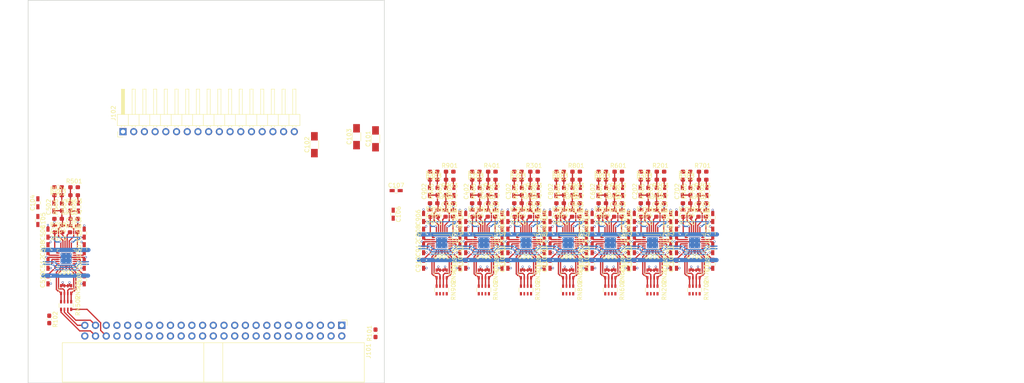
<source format=kicad_pcb>
(kicad_pcb (version 20171130) (host pcbnew 5.0.2-bee76a0~70~ubuntu18.04.1)
  (layers (0 F.Cu signal) (1 Ground_plane power) (2 Power_and_jumper jumper) (31 B.Cu signal) (34 B.Paste user) (35 F.Paste user) (36 B.SilkS user) (37 F.SilkS user) (38 B.Mask user) (39 F.Mask user) (44 Edge.Cuts user))
  (net 0 "")
  (net 1 GND)
  (net 2 Vref_0-7)
  (net 3 +4V)
  (net 4 +2V5)
  (net 5 -2V5)
  (net 6 Vref_8-15)
  (net 7 ~D8)
  (net 8 D8)
  (net 9 ~D9)
  (net 10 D9)
  (net 11 ~D0)
  (net 12 D0)
  (net 13 ~D1)
  (net 14 D1)
  (net 15 ~D10)
  (net 16 D10)
  (net 17 ~D11)
  (net 18 D11)
  (net 19 ~D2)
  (net 20 D2)
  (net 21 ~D3)
  (net 22 D3)
  (net 23 ~D12)
  (net 24 D12)
  (net 25 ~D13)
  (net 26 D13)
  (net 27 ~D4)
  (net 28 D4)
  (net 29 ~D5)
  (net 30 D5)
  (net 31 ~D14)
  (net 32 D14)
  (net 33 ~D15)
  (net 34 D15)
  (net 35 ~D6)
  (net 36 D6)
  (net 37 ~D7)
  (net 38 D7)
  (net 39 In0)
  (net 40 In1)
  (net 41 In2)
  (net 42 In3)
  (net 43 In4)
  (net 44 In5)
  (net 45 In6)
  (net 46 In7)
  (net 47 In8)
  (net 48 In9)
  (net 49 In10)
  (net 50 In11)
  (net 51 In12)
  (net 52 In13)
  (net 53 In14)
  (net 54 In15)
  (net 55 ~LE)
  (net 56 LE)
  (net 57 "Net-(C201-Pad2)")
  (net 58 "Net-(C201-Pad1)")
  (net 59 "Net-(C202-Pad2)")
  (net 60 "Net-(C202-Pad1)")
  (net 61 "Net-(C301-Pad1)")
  (net 62 "Net-(C301-Pad2)")
  (net 63 "Net-(C302-Pad1)")
  (net 64 "Net-(C302-Pad2)")
  (net 65 "Net-(C401-Pad1)")
  (net 66 "Net-(C401-Pad2)")
  (net 67 "Net-(C402-Pad2)")
  (net 68 "Net-(C402-Pad1)")
  (net 69 "Net-(C501-Pad2)")
  (net 70 "Net-(C501-Pad1)")
  (net 71 "Net-(C502-Pad2)")
  (net 72 "Net-(C502-Pad1)")
  (net 73 "Net-(C601-Pad1)")
  (net 74 "Net-(C601-Pad2)")
  (net 75 "Net-(C602-Pad2)")
  (net 76 "Net-(C602-Pad1)")
  (net 77 "Net-(C701-Pad2)")
  (net 78 "Net-(C701-Pad1)")
  (net 79 "Net-(C702-Pad1)")
  (net 80 "Net-(C702-Pad2)")
  (net 81 "Net-(C801-Pad2)")
  (net 82 "Net-(C801-Pad1)")
  (net 83 "Net-(C802-Pad1)")
  (net 84 "Net-(C802-Pad2)")
  (net 85 "Net-(C901-Pad1)")
  (net 86 "Net-(C901-Pad2)")
  (net 87 "Net-(C902-Pad2)")
  (net 88 "Net-(C902-Pad1)")
  (net 89 "Net-(R201-Pad1)")
  (net 90 "Net-(R202-Pad1)")
  (net 91 "Net-(R209-Pad1)")
  (net 92 "Net-(R209-Pad2)")
  (net 93 "Net-(R210-Pad2)")
  (net 94 "Net-(R210-Pad1)")
  (net 95 "Net-(R301-Pad1)")
  (net 96 "Net-(R302-Pad1)")
  (net 97 "Net-(R309-Pad1)")
  (net 98 "Net-(R309-Pad2)")
  (net 99 "Net-(R310-Pad2)")
  (net 100 "Net-(R310-Pad1)")
  (net 101 "Net-(R401-Pad1)")
  (net 102 "Net-(R402-Pad1)")
  (net 103 "Net-(R409-Pad1)")
  (net 104 "Net-(R409-Pad2)")
  (net 105 "Net-(R410-Pad2)")
  (net 106 "Net-(R410-Pad1)")
  (net 107 "Net-(R501-Pad1)")
  (net 108 "Net-(R502-Pad1)")
  (net 109 "Net-(R509-Pad2)")
  (net 110 "Net-(R509-Pad1)")
  (net 111 "Net-(R510-Pad1)")
  (net 112 "Net-(R510-Pad2)")
  (net 113 "Net-(R601-Pad1)")
  (net 114 "Net-(R602-Pad1)")
  (net 115 "Net-(R609-Pad2)")
  (net 116 "Net-(R609-Pad1)")
  (net 117 "Net-(R610-Pad2)")
  (net 118 "Net-(R610-Pad1)")
  (net 119 "Net-(R701-Pad1)")
  (net 120 "Net-(R702-Pad1)")
  (net 121 "Net-(R709-Pad2)")
  (net 122 "Net-(R709-Pad1)")
  (net 123 "Net-(R710-Pad1)")
  (net 124 "Net-(R710-Pad2)")
  (net 125 "Net-(R801-Pad1)")
  (net 126 "Net-(R802-Pad1)")
  (net 127 "Net-(R809-Pad2)")
  (net 128 "Net-(R809-Pad1)")
  (net 129 "Net-(R810-Pad1)")
  (net 130 "Net-(R810-Pad2)")
  (net 131 "Net-(R901-Pad1)")
  (net 132 "Net-(R902-Pad1)")
  (net 133 "Net-(R909-Pad2)")
  (net 134 "Net-(R909-Pad1)")
  (net 135 "Net-(R910-Pad1)")
  (net 136 "Net-(R910-Pad2)")
  (net 137 "Net-(RN201-Pad7)")
  (net 138 "Net-(RN201-Pad8)")
  (net 139 "Net-(RN201-Pad6)")
  (net 140 "Net-(RN201-Pad5)")
  (net 141 "Net-(RN301-Pad7)")
  (net 142 "Net-(RN301-Pad8)")
  (net 143 "Net-(RN301-Pad6)")
  (net 144 "Net-(RN301-Pad5)")
  (net 145 "Net-(RN401-Pad5)")
  (net 146 "Net-(RN401-Pad6)")
  (net 147 "Net-(RN401-Pad8)")
  (net 148 "Net-(RN401-Pad7)")
  (net 149 "Net-(RN501-Pad7)")
  (net 150 "Net-(RN501-Pad8)")
  (net 151 "Net-(RN501-Pad6)")
  (net 152 "Net-(RN501-Pad5)")
  (net 153 "Net-(RN601-Pad5)")
  (net 154 "Net-(RN601-Pad6)")
  (net 155 "Net-(RN601-Pad8)")
  (net 156 "Net-(RN601-Pad7)")
  (net 157 "Net-(RN701-Pad7)")
  (net 158 "Net-(RN701-Pad8)")
  (net 159 "Net-(RN701-Pad6)")
  (net 160 "Net-(RN701-Pad5)")
  (net 161 "Net-(RN801-Pad7)")
  (net 162 "Net-(RN801-Pad8)")
  (net 163 "Net-(RN801-Pad6)")
  (net 164 "Net-(RN801-Pad5)")
  (net 165 "Net-(RN901-Pad7)")
  (net 166 "Net-(RN901-Pad8)")
  (net 167 "Net-(RN901-Pad6)")
  (net 168 "Net-(RN901-Pad5)")
  (module Capacitors_SMD.pretty:C_0603_HandSoldering (layer F.Cu) (at 192 129.6 90)
    (fp_text reference C201 (at 0 -1.25 90) (layer F.SilkS))
    (fp_text value 3.3p)
    (pad 2 smd rect (at 0.95 0 90) (size 1.2 0.75) (layers F.Cu F.Paste F.Mask) (net 57 "Net-(C201-Pad2)"))
    (pad 1 smd rect (at -0.95 0 90) (size 1.2 0.75) (layers F.Cu F.Paste F.Mask) (net 58 "Net-(C201-Pad1)"))
  )
  (module Capacitors_SMD.pretty:C_0603_HandSoldering (layer F.Cu) (at 186.2 129.6 90)
    (fp_text reference C202 (at 0 -1.25 90) (layer F.SilkS))
    (fp_text value 3.3p)
    (pad 2 smd rect (at 0.95 0 90) (size 1.2 0.75) (layers F.Cu F.Paste F.Mask) (net 59 "Net-(C202-Pad2)"))
    (pad 1 smd rect (at -0.95 0 90) (size 1.2 0.75) (layers F.Cu F.Paste F.Mask) (net 60 "Net-(C202-Pad1)"))
  )
  (module Capacitors_SMD.pretty:C_0603_HandSoldering (layer F.Cu) (at 190.9 134)
    (fp_text reference C203 (at 0 -1.25) (layer F.SilkS))
    (fp_text value 27p)
    (pad 2 smd rect (at 0.95 0) (size 1.2 0.75) (layers F.Cu F.Paste F.Mask) (net 1 GND))
    (pad 1 smd rect (at -0.95 0) (size 1.2 0.75) (layers F.Cu F.Paste F.Mask) (net 58 "Net-(C201-Pad1)"))
  )
  (module Capacitors_SMD.pretty:C_0603_HandSoldering (layer F.Cu) (at 187.3 134 180)
    (fp_text reference C204 (at 0 -1.25 180) (layer F.SilkS))
    (fp_text value 27p)
    (pad 1 smd rect (at -0.95 0 180) (size 1.2 0.75) (layers F.Cu F.Paste F.Mask) (net 60 "Net-(C202-Pad1)"))
    (pad 2 smd rect (at 0.95 0 180) (size 1.2 0.75) (layers F.Cu F.Paste F.Mask) (net 1 GND))
  )
  (module Capacitors_SMD.pretty:C_0603_HandSoldering (layer F.Cu) (at 193.4 135.8 90)
    (fp_text reference C205 (at 0 -1.25 90) (layer F.SilkS))
    (fp_text value 10n)
    (pad 2 smd rect (at 0.95 0 90) (size 1.2 0.75) (layers F.Cu F.Paste F.Mask) (net 1 GND))
    (pad 1 smd rect (at -0.95 0 90) (size 1.2 0.75) (layers F.Cu F.Paste F.Mask) (net 2 Vref_0-7))
  )
  (module Capacitors_SMD.pretty:C_0603_HandSoldering (layer F.Cu) (at 184.8 135.8 90)
    (fp_text reference C206 (at 0 -1.25 90) (layer F.SilkS))
    (fp_text value 10n)
    (pad 1 smd rect (at -0.95 0 90) (size 1.2 0.75) (layers F.Cu F.Paste F.Mask) (net 2 Vref_0-7))
    (pad 2 smd rect (at 0.95 0 90) (size 1.2 0.75) (layers F.Cu F.Paste F.Mask) (net 1 GND))
  )
  (module Capacitors_SMD.pretty:C_0603_HandSoldering (layer F.Cu) (at 193.4 139.5 90)
    (fp_text reference C207 (at 0 -1.25 90) (layer F.SilkS))
    (fp_text value 100n)
    (pad 1 smd rect (at -0.95 0 90) (size 1.2 0.75) (layers F.Cu F.Paste F.Mask) (net 3 +4V))
    (pad 2 smd rect (at 0.95 0 90) (size 1.2 0.75) (layers F.Cu F.Paste F.Mask) (net 1 GND))
  )
  (module Capacitors_SMD.pretty:C_0603_HandSoldering (layer F.Cu) (at 184.8 139.5 90)
    (fp_text reference C208 (at 0 -1.25 90) (layer F.SilkS))
    (fp_text value 100n)
    (pad 1 smd rect (at -0.95 0 90) (size 1.2 0.75) (layers F.Cu F.Paste F.Mask) (net 3 +4V))
    (pad 2 smd rect (at 0.95 0 90) (size 1.2 0.75) (layers F.Cu F.Paste F.Mask) (net 1 GND))
  )
  (module Capacitors_SMD.pretty:C_0603_HandSoldering (layer F.Cu) (at 193.4 146.9 90)
    (fp_text reference C209 (at 0 -1.25 90) (layer F.SilkS))
    (fp_text value 100n)
    (pad 2 smd rect (at 0.95 0 90) (size 1.2 0.75) (layers F.Cu F.Paste F.Mask) (net 4 +2V5))
    (pad 1 smd rect (at -0.95 0 90) (size 1.2 0.75) (layers F.Cu F.Paste F.Mask) (net 1 GND))
  )
  (module Capacitors_SMD.pretty:C_0603_HandSoldering (layer F.Cu) (at 184.8 146.9 90)
    (fp_text reference C210 (at 0 -1.25 90) (layer F.SilkS))
    (fp_text value 100n)
    (pad 2 smd rect (at 0.95 0 90) (size 1.2 0.75) (layers F.Cu F.Paste F.Mask) (net 4 +2V5))
    (pad 1 smd rect (at -0.95 0 90) (size 1.2 0.75) (layers F.Cu F.Paste F.Mask) (net 1 GND))
  )
  (module Capacitors_SMD.pretty:C_0603_HandSoldering (layer F.Cu) (at 193.4 143.2 90)
    (fp_text reference C211 (at 0 -1.25 90) (layer F.SilkS))
    (fp_text value 100n)
    (pad 1 smd rect (at -0.95 0 90) (size 1.2 0.75) (layers F.Cu F.Paste F.Mask) (net 1 GND))
    (pad 2 smd rect (at 0.95 0 90) (size 1.2 0.75) (layers F.Cu F.Paste F.Mask) (net 5 -2V5))
  )
  (module Capacitors_SMD.pretty:C_0603_HandSoldering (layer F.Cu) (at 184.8 143.2 90)
    (fp_text reference C212 (at 0 -1.25 90) (layer F.SilkS))
    (fp_text value 100n)
    (pad 2 smd rect (at 0.95 0 90) (size 1.2 0.75) (layers F.Cu F.Paste F.Mask) (net 5 -2V5))
    (pad 1 smd rect (at -0.95 0 90) (size 1.2 0.75) (layers F.Cu F.Paste F.Mask) (net 1 GND))
  )
  (module Capacitors_SMD.pretty:C_1206_HandSoldering (layer F.Cu) (at 123.4 117.1 90)
    (fp_text reference C101 (at 0 -1.75 90) (layer F.SilkS))
    (fp_text value 10uF)
    (pad 1 smd rect (at -2 0 90) (size 2 1.6) (layers F.Cu F.Paste F.Mask) (net 3 +4V))
    (pad 2 smd rect (at 2 0 90) (size 2 1.6) (layers F.Cu F.Paste F.Mask) (net 1 GND))
  )
  (module Capacitors_SMD.pretty:C_1206_HandSoldering (layer F.Cu) (at 108.9 118.5 90)
    (fp_text reference C102 (at 0 -1.75 90) (layer F.SilkS))
    (fp_text value 10uF)
    (pad 2 smd rect (at 2 0 90) (size 2 1.6) (layers F.Cu F.Paste F.Mask) (net 1 GND))
    (pad 1 smd rect (at -2 0 90) (size 2 1.6) (layers F.Cu F.Paste F.Mask) (net 4 +2V5))
  )
  (module Capacitors_SMD.pretty:C_1206_HandSoldering (layer F.Cu) (at 118.9 116.6 90)
    (fp_text reference C103 (at 0 -1.75 90) (layer F.SilkS))
    (fp_text value 10uF)
    (pad 1 smd rect (at -2 0 90) (size 2 1.6) (layers F.Cu F.Paste F.Mask) (net 5 -2V5))
    (pad 2 smd rect (at 2 0 90) (size 2 1.6) (layers F.Cu F.Paste F.Mask) (net 1 GND))
  )
  (module Capacitors_SMD.pretty:C_0603_HandSoldering (layer F.Cu) (at 43.3 132.3 90)
    (fp_text reference C104 (at 0 -1.25 90) (layer F.SilkS))
    (fp_text value 100n)
    (pad 2 smd rect (at 0.95 0 90) (size 1.2 0.75) (layers F.Cu F.Paste F.Mask) (net 1 GND))
    (pad 1 smd rect (at -0.95 0 90) (size 1.2 0.75) (layers F.Cu F.Paste F.Mask) (net 2 Vref_0-7))
  )
  (module Capacitors_SMD.pretty:C_0603_HandSoldering (layer F.Cu) (at 162 129.6 90)
    (fp_text reference C301 (at 0 -1.25 90) (layer F.SilkS))
    (fp_text value 3.3p)
    (pad 1 smd rect (at -0.95 0 90) (size 1.2 0.75) (layers F.Cu F.Paste F.Mask) (net 61 "Net-(C301-Pad1)"))
    (pad 2 smd rect (at 0.95 0 90) (size 1.2 0.75) (layers F.Cu F.Paste F.Mask) (net 62 "Net-(C301-Pad2)"))
  )
  (module Capacitors_SMD.pretty:C_0603_HandSoldering (layer F.Cu) (at 156.2 129.6 90)
    (fp_text reference C302 (at 0 -1.25 90) (layer F.SilkS))
    (fp_text value 3.3p)
    (pad 1 smd rect (at -0.95 0 90) (size 1.2 0.75) (layers F.Cu F.Paste F.Mask) (net 63 "Net-(C302-Pad1)"))
    (pad 2 smd rect (at 0.95 0 90) (size 1.2 0.75) (layers F.Cu F.Paste F.Mask) (net 64 "Net-(C302-Pad2)"))
  )
  (module Capacitors_SMD.pretty:C_0603_HandSoldering (layer F.Cu) (at 160.9 134)
    (fp_text reference C303 (at 0 -1.25) (layer F.SilkS))
    (fp_text value 27p)
    (pad 1 smd rect (at -0.95 0) (size 1.2 0.75) (layers F.Cu F.Paste F.Mask) (net 61 "Net-(C301-Pad1)"))
    (pad 2 smd rect (at 0.95 0) (size 1.2 0.75) (layers F.Cu F.Paste F.Mask) (net 1 GND))
  )
  (module Capacitors_SMD.pretty:C_0603_HandSoldering (layer F.Cu) (at 157.3 134 180)
    (fp_text reference C304 (at 0 -1.25 180) (layer F.SilkS))
    (fp_text value 27p)
    (pad 1 smd rect (at -0.95 0 180) (size 1.2 0.75) (layers F.Cu F.Paste F.Mask) (net 63 "Net-(C302-Pad1)"))
    (pad 2 smd rect (at 0.95 0 180) (size 1.2 0.75) (layers F.Cu F.Paste F.Mask) (net 1 GND))
  )
  (module Capacitors_SMD.pretty:C_0603_HandSoldering (layer F.Cu) (at 163.4 135.8 90)
    (fp_text reference C305 (at 0 -1.25 90) (layer F.SilkS))
    (fp_text value 10n)
    (pad 2 smd rect (at 0.95 0 90) (size 1.2 0.75) (layers F.Cu F.Paste F.Mask) (net 1 GND))
    (pad 1 smd rect (at -0.95 0 90) (size 1.2 0.75) (layers F.Cu F.Paste F.Mask) (net 2 Vref_0-7))
  )
  (module Capacitors_SMD.pretty:C_0603_HandSoldering (layer F.Cu) (at 154.8 135.8 90)
    (fp_text reference C306 (at 0 -1.25 90) (layer F.SilkS))
    (fp_text value 10n)
    (pad 1 smd rect (at -0.95 0 90) (size 1.2 0.75) (layers F.Cu F.Paste F.Mask) (net 2 Vref_0-7))
    (pad 2 smd rect (at 0.95 0 90) (size 1.2 0.75) (layers F.Cu F.Paste F.Mask) (net 1 GND))
  )
  (module Capacitors_SMD.pretty:C_0603_HandSoldering (layer F.Cu) (at 163.4 139.5 90)
    (fp_text reference C307 (at 0 -1.25 90) (layer F.SilkS))
    (fp_text value 100n)
    (pad 1 smd rect (at -0.95 0 90) (size 1.2 0.75) (layers F.Cu F.Paste F.Mask) (net 3 +4V))
    (pad 2 smd rect (at 0.95 0 90) (size 1.2 0.75) (layers F.Cu F.Paste F.Mask) (net 1 GND))
  )
  (module Capacitors_SMD.pretty:C_0603_HandSoldering (layer F.Cu) (at 154.8 139.5 90)
    (fp_text reference C308 (at 0 -1.25 90) (layer F.SilkS))
    (fp_text value 100n)
    (pad 1 smd rect (at -0.95 0 90) (size 1.2 0.75) (layers F.Cu F.Paste F.Mask) (net 3 +4V))
    (pad 2 smd rect (at 0.95 0 90) (size 1.2 0.75) (layers F.Cu F.Paste F.Mask) (net 1 GND))
  )
  (module Capacitors_SMD.pretty:C_0603_HandSoldering (layer F.Cu) (at 163.4 146.9 90)
    (fp_text reference C309 (at 0 -1.25 90) (layer F.SilkS))
    (fp_text value 100n)
    (pad 2 smd rect (at 0.95 0 90) (size 1.2 0.75) (layers F.Cu F.Paste F.Mask) (net 4 +2V5))
    (pad 1 smd rect (at -0.95 0 90) (size 1.2 0.75) (layers F.Cu F.Paste F.Mask) (net 1 GND))
  )
  (module Capacitors_SMD.pretty:C_0603_HandSoldering (layer F.Cu) (at 154.8 146.9 90)
    (fp_text reference C310 (at 0 -1.25 90) (layer F.SilkS))
    (fp_text value 100n)
    (pad 2 smd rect (at 0.95 0 90) (size 1.2 0.75) (layers F.Cu F.Paste F.Mask) (net 4 +2V5))
    (pad 1 smd rect (at -0.95 0 90) (size 1.2 0.75) (layers F.Cu F.Paste F.Mask) (net 1 GND))
  )
  (module Capacitors_SMD.pretty:C_0603_HandSoldering (layer F.Cu) (at 163.4 143.2 90)
    (fp_text reference C311 (at 0 -1.25 90) (layer F.SilkS))
    (fp_text value 100n)
    (pad 1 smd rect (at -0.95 0 90) (size 1.2 0.75) (layers F.Cu F.Paste F.Mask) (net 1 GND))
    (pad 2 smd rect (at 0.95 0 90) (size 1.2 0.75) (layers F.Cu F.Paste F.Mask) (net 5 -2V5))
  )
  (module Capacitors_SMD.pretty:C_0603_HandSoldering (layer F.Cu) (at 154.8 143.2 90)
    (fp_text reference C312 (at 0 -1.25 90) (layer F.SilkS))
    (fp_text value 100n)
    (pad 2 smd rect (at 0.95 0 90) (size 1.2 0.75) (layers F.Cu F.Paste F.Mask) (net 5 -2V5))
    (pad 1 smd rect (at -0.95 0 90) (size 1.2 0.75) (layers F.Cu F.Paste F.Mask) (net 1 GND))
  )
  (module Capacitors_SMD.pretty:C_0603_HandSoldering (layer F.Cu) (at 152 129.6 90)
    (fp_text reference C401 (at 0 -1.25 90) (layer F.SilkS))
    (fp_text value 3.3p)
    (pad 1 smd rect (at -0.95 0 90) (size 1.2 0.75) (layers F.Cu F.Paste F.Mask) (net 65 "Net-(C401-Pad1)"))
    (pad 2 smd rect (at 0.95 0 90) (size 1.2 0.75) (layers F.Cu F.Paste F.Mask) (net 66 "Net-(C401-Pad2)"))
  )
  (module Capacitors_SMD.pretty:C_0603_HandSoldering (layer F.Cu) (at 146.2 129.6 90)
    (fp_text reference C402 (at 0 -1.25 90) (layer F.SilkS))
    (fp_text value 3.3p)
    (pad 2 smd rect (at 0.95 0 90) (size 1.2 0.75) (layers F.Cu F.Paste F.Mask) (net 67 "Net-(C402-Pad2)"))
    (pad 1 smd rect (at -0.95 0 90) (size 1.2 0.75) (layers F.Cu F.Paste F.Mask) (net 68 "Net-(C402-Pad1)"))
  )
  (module Capacitors_SMD.pretty:C_0603_HandSoldering (layer F.Cu) (at 150.9 134)
    (fp_text reference C403 (at 0 -1.25) (layer F.SilkS))
    (fp_text value 27p)
    (pad 1 smd rect (at -0.95 0) (size 1.2 0.75) (layers F.Cu F.Paste F.Mask) (net 65 "Net-(C401-Pad1)"))
    (pad 2 smd rect (at 0.95 0) (size 1.2 0.75) (layers F.Cu F.Paste F.Mask) (net 1 GND))
  )
  (module Capacitors_SMD.pretty:C_0603_HandSoldering (layer F.Cu) (at 147.3 134 180)
    (fp_text reference C404 (at 0 -1.25 180) (layer F.SilkS))
    (fp_text value 27p)
    (pad 2 smd rect (at 0.95 0 180) (size 1.2 0.75) (layers F.Cu F.Paste F.Mask) (net 1 GND))
    (pad 1 smd rect (at -0.95 0 180) (size 1.2 0.75) (layers F.Cu F.Paste F.Mask) (net 68 "Net-(C402-Pad1)"))
  )
  (module Capacitors_SMD.pretty:C_0603_HandSoldering (layer F.Cu) (at 153.4 135.8 90)
    (fp_text reference C405 (at 0 -1.25 90) (layer F.SilkS))
    (fp_text value 10n)
    (pad 1 smd rect (at -0.95 0 90) (size 1.2 0.75) (layers F.Cu F.Paste F.Mask) (net 2 Vref_0-7))
    (pad 2 smd rect (at 0.95 0 90) (size 1.2 0.75) (layers F.Cu F.Paste F.Mask) (net 1 GND))
  )
  (module Capacitors_SMD.pretty:C_0603_HandSoldering (layer F.Cu) (at 144.8 135.8 90)
    (fp_text reference C406 (at 0 -1.25 90) (layer F.SilkS))
    (fp_text value 10n)
    (pad 1 smd rect (at -0.95 0 90) (size 1.2 0.75) (layers F.Cu F.Paste F.Mask) (net 2 Vref_0-7))
    (pad 2 smd rect (at 0.95 0 90) (size 1.2 0.75) (layers F.Cu F.Paste F.Mask) (net 1 GND))
  )
  (module Capacitors_SMD.pretty:C_0603_HandSoldering (layer F.Cu) (at 153.4 139.5 90)
    (fp_text reference C407 (at 0 -1.25 90) (layer F.SilkS))
    (fp_text value 100n)
    (pad 2 smd rect (at 0.95 0 90) (size 1.2 0.75) (layers F.Cu F.Paste F.Mask) (net 1 GND))
    (pad 1 smd rect (at -0.95 0 90) (size 1.2 0.75) (layers F.Cu F.Paste F.Mask) (net 3 +4V))
  )
  (module Capacitors_SMD.pretty:C_0603_HandSoldering (layer F.Cu) (at 144.8 139.5 90)
    (fp_text reference C408 (at 0 -1.25 90) (layer F.SilkS))
    (fp_text value 100n)
    (pad 1 smd rect (at -0.95 0 90) (size 1.2 0.75) (layers F.Cu F.Paste F.Mask) (net 3 +4V))
    (pad 2 smd rect (at 0.95 0 90) (size 1.2 0.75) (layers F.Cu F.Paste F.Mask) (net 1 GND))
  )
  (module Capacitors_SMD.pretty:C_0603_HandSoldering (layer F.Cu) (at 153.4 146.9 90)
    (fp_text reference C409 (at 0 -1.25 90) (layer F.SilkS))
    (fp_text value 100n)
    (pad 2 smd rect (at 0.95 0 90) (size 1.2 0.75) (layers F.Cu F.Paste F.Mask) (net 4 +2V5))
    (pad 1 smd rect (at -0.95 0 90) (size 1.2 0.75) (layers F.Cu F.Paste F.Mask) (net 1 GND))
  )
  (module Capacitors_SMD.pretty:C_0603_HandSoldering (layer F.Cu) (at 144.8 146.9 90)
    (fp_text reference C410 (at 0 -1.25 90) (layer F.SilkS))
    (fp_text value 100n)
    (pad 2 smd rect (at 0.95 0 90) (size 1.2 0.75) (layers F.Cu F.Paste F.Mask) (net 4 +2V5))
    (pad 1 smd rect (at -0.95 0 90) (size 1.2 0.75) (layers F.Cu F.Paste F.Mask) (net 1 GND))
  )
  (module Capacitors_SMD.pretty:C_0603_HandSoldering (layer F.Cu) (at 153.4 143.2 90)
    (fp_text reference C411 (at 0 -1.25 90) (layer F.SilkS))
    (fp_text value 100n)
    (pad 2 smd rect (at 0.95 0 90) (size 1.2 0.75) (layers F.Cu F.Paste F.Mask) (net 5 -2V5))
    (pad 1 smd rect (at -0.95 0 90) (size 1.2 0.75) (layers F.Cu F.Paste F.Mask) (net 1 GND))
  )
  (module Capacitors_SMD.pretty:C_0603_HandSoldering (layer F.Cu) (at 144.8 143.2 90)
    (fp_text reference C412 (at 0 -1.25 90) (layer F.SilkS))
    (fp_text value 100n)
    (pad 2 smd rect (at 0.95 0 90) (size 1.2 0.75) (layers F.Cu F.Paste F.Mask) (net 5 -2V5))
    (pad 1 smd rect (at -0.95 0 90) (size 1.2 0.75) (layers F.Cu F.Paste F.Mask) (net 1 GND))
  )
  (module Capacitors_SMD.pretty:C_0603_HandSoldering (layer F.Cu) (at 52.9 133.3 90)
    (fp_text reference C501 (at 0 -1.25 90) (layer F.SilkS))
    (fp_text value 3.3p)
    (pad 2 smd rect (at 0.95 0 90) (size 1.2 0.75) (layers F.Cu F.Paste F.Mask) (net 69 "Net-(C501-Pad2)"))
    (pad 1 smd rect (at -0.95 0 90) (size 1.2 0.75) (layers F.Cu F.Paste F.Mask) (net 70 "Net-(C501-Pad1)"))
  )
  (module Capacitors_SMD.pretty:C_0603_HandSoldering (layer F.Cu) (at 47.1 133.3 90)
    (fp_text reference C502 (at 0 -1.25 90) (layer F.SilkS))
    (fp_text value 3.3p)
    (pad 2 smd rect (at 0.95 0 90) (size 1.2 0.75) (layers F.Cu F.Paste F.Mask) (net 71 "Net-(C502-Pad2)"))
    (pad 1 smd rect (at -0.95 0 90) (size 1.2 0.75) (layers F.Cu F.Paste F.Mask) (net 72 "Net-(C502-Pad1)"))
  )
  (module Capacitors_SMD.pretty:C_0603_HandSoldering (layer F.Cu) (at 51.8 137.7)
    (fp_text reference C503 (at 0 -1.25) (layer F.SilkS))
    (fp_text value 27p)
    (pad 2 smd rect (at 0.95 0) (size 1.2 0.75) (layers F.Cu F.Paste F.Mask) (net 1 GND))
    (pad 1 smd rect (at -0.95 0) (size 1.2 0.75) (layers F.Cu F.Paste F.Mask) (net 70 "Net-(C501-Pad1)"))
  )
  (module Capacitors_SMD.pretty:C_0603_HandSoldering (layer F.Cu) (at 48.2 137.7 180)
    (fp_text reference C504 (at 0 -1.25 180) (layer F.SilkS))
    (fp_text value 27p)
    (pad 1 smd rect (at -0.95 0 180) (size 1.2 0.75) (layers F.Cu F.Paste F.Mask) (net 72 "Net-(C502-Pad1)"))
    (pad 2 smd rect (at 0.95 0 180) (size 1.2 0.75) (layers F.Cu F.Paste F.Mask) (net 1 GND))
  )
  (module Capacitors_SMD.pretty:C_0603_HandSoldering (layer F.Cu) (at 54.3 139.5 90)
    (fp_text reference C505 (at 0 -1.25 90) (layer F.SilkS))
    (fp_text value 10n)
    (pad 2 smd rect (at 0.95 0 90) (size 1.2 0.75) (layers F.Cu F.Paste F.Mask) (net 1 GND))
    (pad 1 smd rect (at -0.95 0 90) (size 1.2 0.75) (layers F.Cu F.Paste F.Mask) (net 2 Vref_0-7))
  )
  (module Capacitors_SMD.pretty:C_0603_HandSoldering (layer F.Cu) (at 45.7 139.5 90)
    (fp_text reference C506 (at 0 -1.25 90) (layer F.SilkS))
    (fp_text value 10n)
    (pad 1 smd rect (at -0.95 0 90) (size 1.2 0.75) (layers F.Cu F.Paste F.Mask) (net 2 Vref_0-7))
    (pad 2 smd rect (at 0.95 0 90) (size 1.2 0.75) (layers F.Cu F.Paste F.Mask) (net 1 GND))
  )
  (module Capacitors_SMD.pretty:C_0603_HandSoldering (layer F.Cu) (at 54.3 143.2 90)
    (fp_text reference C507 (at 0 -1.25 90) (layer F.SilkS))
    (fp_text value 100n)
    (pad 2 smd rect (at 0.95 0 90) (size 1.2 0.75) (layers F.Cu F.Paste F.Mask) (net 1 GND))
    (pad 1 smd rect (at -0.95 0 90) (size 1.2 0.75) (layers F.Cu F.Paste F.Mask) (net 3 +4V))
  )
  (module Capacitors_SMD.pretty:C_0603_HandSoldering (layer F.Cu) (at 45.7 143.2 90)
    (fp_text reference C508 (at 0 -1.25 90) (layer F.SilkS))
    (fp_text value 100n)
    (pad 1 smd rect (at -0.95 0 90) (size 1.2 0.75) (layers F.Cu F.Paste F.Mask) (net 3 +4V))
    (pad 2 smd rect (at 0.95 0 90) (size 1.2 0.75) (layers F.Cu F.Paste F.Mask) (net 1 GND))
  )
  (module Capacitors_SMD.pretty:C_0603_HandSoldering (layer F.Cu) (at 54.3 150.6 90)
    (fp_text reference C509 (at 0 -1.25 90) (layer F.SilkS))
    (fp_text value 100n)
    (pad 1 smd rect (at -0.95 0 90) (size 1.2 0.75) (layers F.Cu F.Paste F.Mask) (net 1 GND))
    (pad 2 smd rect (at 0.95 0 90) (size 1.2 0.75) (layers F.Cu F.Paste F.Mask) (net 4 +2V5))
  )
  (module Capacitors_SMD.pretty:C_0603_HandSoldering (layer F.Cu) (at 45.7 150.6 90)
    (fp_text reference C510 (at 0 -1.25 90) (layer F.SilkS))
    (fp_text value 100n)
    (pad 2 smd rect (at 0.95 0 90) (size 1.2 0.75) (layers F.Cu F.Paste F.Mask) (net 4 +2V5))
    (pad 1 smd rect (at -0.95 0 90) (size 1.2 0.75) (layers F.Cu F.Paste F.Mask) (net 1 GND))
  )
  (module Capacitors_SMD.pretty:C_0603_HandSoldering (layer F.Cu) (at 54.3 146.9 90)
    (fp_text reference C511 (at 0 -1.25 90) (layer F.SilkS))
    (fp_text value 100n)
    (pad 1 smd rect (at -0.95 0 90) (size 1.2 0.75) (layers F.Cu F.Paste F.Mask) (net 1 GND))
    (pad 2 smd rect (at 0.95 0 90) (size 1.2 0.75) (layers F.Cu F.Paste F.Mask) (net 5 -2V5))
  )
  (module Capacitors_SMD.pretty:C_0603_HandSoldering (layer F.Cu) (at 45.7 146.9 90)
    (fp_text reference C512 (at 0 -1.25 90) (layer F.SilkS))
    (fp_text value 100n)
    (pad 2 smd rect (at 0.95 0 90) (size 1.2 0.75) (layers F.Cu F.Paste F.Mask) (net 5 -2V5))
    (pad 1 smd rect (at -0.95 0 90) (size 1.2 0.75) (layers F.Cu F.Paste F.Mask) (net 1 GND))
  )
  (module Capacitors_SMD.pretty:C_0603_HandSoldering (layer F.Cu) (at 182 129.6 90)
    (fp_text reference C601 (at 0 -1.25 90) (layer F.SilkS))
    (fp_text value 3.3p)
    (pad 1 smd rect (at -0.95 0 90) (size 1.2 0.75) (layers F.Cu F.Paste F.Mask) (net 73 "Net-(C601-Pad1)"))
    (pad 2 smd rect (at 0.95 0 90) (size 1.2 0.75) (layers F.Cu F.Paste F.Mask) (net 74 "Net-(C601-Pad2)"))
  )
  (module Capacitors_SMD.pretty:C_0603_HandSoldering (layer F.Cu) (at 176.2 129.6 90)
    (fp_text reference C602 (at 0 -1.25 90) (layer F.SilkS))
    (fp_text value 3.3p)
    (pad 2 smd rect (at 0.95 0 90) (size 1.2 0.75) (layers F.Cu F.Paste F.Mask) (net 75 "Net-(C602-Pad2)"))
    (pad 1 smd rect (at -0.95 0 90) (size 1.2 0.75) (layers F.Cu F.Paste F.Mask) (net 76 "Net-(C602-Pad1)"))
  )
  (module Capacitors_SMD.pretty:C_0603_HandSoldering (layer F.Cu) (at 180.9 134)
    (fp_text reference C603 (at 0 -1.25) (layer F.SilkS))
    (fp_text value 27p)
    (pad 1 smd rect (at -0.95 0) (size 1.2 0.75) (layers F.Cu F.Paste F.Mask) (net 73 "Net-(C601-Pad1)"))
    (pad 2 smd rect (at 0.95 0) (size 1.2 0.75) (layers F.Cu F.Paste F.Mask) (net 1 GND))
  )
  (module Capacitors_SMD.pretty:C_0603_HandSoldering (layer F.Cu) (at 177.3 134 180)
    (fp_text reference C604 (at 0 -1.25 180) (layer F.SilkS))
    (fp_text value 27p)
    (pad 2 smd rect (at 0.95 0 180) (size 1.2 0.75) (layers F.Cu F.Paste F.Mask) (net 1 GND))
    (pad 1 smd rect (at -0.95 0 180) (size 1.2 0.75) (layers F.Cu F.Paste F.Mask) (net 76 "Net-(C602-Pad1)"))
  )
  (module Capacitors_SMD.pretty:C_0603_HandSoldering (layer F.Cu) (at 183.4 135.8 90)
    (fp_text reference C605 (at 0 -1.25 90) (layer F.SilkS))
    (fp_text value 10n)
    (pad 2 smd rect (at 0.95 0 90) (size 1.2 0.75) (layers F.Cu F.Paste F.Mask) (net 1 GND))
    (pad 1 smd rect (at -0.95 0 90) (size 1.2 0.75) (layers F.Cu F.Paste F.Mask) (net 6 Vref_8-15))
  )
  (module Capacitors_SMD.pretty:C_0603_HandSoldering (layer F.Cu) (at 174.8 135.8 90)
    (fp_text reference C606 (at 0 -1.25 90) (layer F.SilkS))
    (fp_text value 10n)
    (pad 2 smd rect (at 0.95 0 90) (size 1.2 0.75) (layers F.Cu F.Paste F.Mask) (net 1 GND))
    (pad 1 smd rect (at -0.95 0 90) (size 1.2 0.75) (layers F.Cu F.Paste F.Mask) (net 6 Vref_8-15))
  )
  (module Capacitors_SMD.pretty:C_0603_HandSoldering (layer F.Cu) (at 183.4 139.5 90)
    (fp_text reference C607 (at 0 -1.25 90) (layer F.SilkS))
    (fp_text value 100n)
    (pad 2 smd rect (at 0.95 0 90) (size 1.2 0.75) (layers F.Cu F.Paste F.Mask) (net 1 GND))
    (pad 1 smd rect (at -0.95 0 90) (size 1.2 0.75) (layers F.Cu F.Paste F.Mask) (net 3 +4V))
  )
  (module Capacitors_SMD.pretty:C_0603_HandSoldering (layer F.Cu) (at 174.8 139.5 90)
    (fp_text reference C608 (at 0 -1.25 90) (layer F.SilkS))
    (fp_text value 100n)
    (pad 2 smd rect (at 0.95 0 90) (size 1.2 0.75) (layers F.Cu F.Paste F.Mask) (net 1 GND))
    (pad 1 smd rect (at -0.95 0 90) (size 1.2 0.75) (layers F.Cu F.Paste F.Mask) (net 3 +4V))
  )
  (module Capacitors_SMD.pretty:C_0603_HandSoldering (layer F.Cu) (at 183.4 146.9 90)
    (fp_text reference C609 (at 0 -1.25 90) (layer F.SilkS))
    (fp_text value 100n)
    (pad 1 smd rect (at -0.95 0 90) (size 1.2 0.75) (layers F.Cu F.Paste F.Mask) (net 1 GND))
    (pad 2 smd rect (at 0.95 0 90) (size 1.2 0.75) (layers F.Cu F.Paste F.Mask) (net 4 +2V5))
  )
  (module Capacitors_SMD.pretty:C_0603_HandSoldering (layer F.Cu) (at 174.8 146.9 90)
    (fp_text reference C610 (at 0 -1.25 90) (layer F.SilkS))
    (fp_text value 100n)
    (pad 1 smd rect (at -0.95 0 90) (size 1.2 0.75) (layers F.Cu F.Paste F.Mask) (net 1 GND))
    (pad 2 smd rect (at 0.95 0 90) (size 1.2 0.75) (layers F.Cu F.Paste F.Mask) (net 4 +2V5))
  )
  (module Capacitors_SMD.pretty:C_0603_HandSoldering (layer F.Cu) (at 183.4 143.2 90)
    (fp_text reference C611 (at 0 -1.25 90) (layer F.SilkS))
    (fp_text value 100n)
    (pad 1 smd rect (at -0.95 0 90) (size 1.2 0.75) (layers F.Cu F.Paste F.Mask) (net 1 GND))
    (pad 2 smd rect (at 0.95 0 90) (size 1.2 0.75) (layers F.Cu F.Paste F.Mask) (net 5 -2V5))
  )
  (module Capacitors_SMD.pretty:C_0603_HandSoldering (layer F.Cu) (at 174.8 143.2 90)
    (fp_text reference C612 (at 0 -1.25 90) (layer F.SilkS))
    (fp_text value 100n)
    (pad 1 smd rect (at -0.95 0 90) (size 1.2 0.75) (layers F.Cu F.Paste F.Mask) (net 1 GND))
    (pad 2 smd rect (at 0.95 0 90) (size 1.2 0.75) (layers F.Cu F.Paste F.Mask) (net 5 -2V5))
  )
  (module Capacitors_SMD.pretty:C_0603_HandSoldering (layer F.Cu) (at 202 129.6 90)
    (fp_text reference C701 (at 0 -1.25 90) (layer F.SilkS))
    (fp_text value 3.3p)
    (pad 2 smd rect (at 0.95 0 90) (size 1.2 0.75) (layers F.Cu F.Paste F.Mask) (net 77 "Net-(C701-Pad2)"))
    (pad 1 smd rect (at -0.95 0 90) (size 1.2 0.75) (layers F.Cu F.Paste F.Mask) (net 78 "Net-(C701-Pad1)"))
  )
  (module Capacitors_SMD.pretty:C_0603_HandSoldering (layer F.Cu) (at 196.2 129.6 90)
    (fp_text reference C702 (at 0 -1.25 90) (layer F.SilkS))
    (fp_text value 3.3p)
    (pad 1 smd rect (at -0.95 0 90) (size 1.2 0.75) (layers F.Cu F.Paste F.Mask) (net 79 "Net-(C702-Pad1)"))
    (pad 2 smd rect (at 0.95 0 90) (size 1.2 0.75) (layers F.Cu F.Paste F.Mask) (net 80 "Net-(C702-Pad2)"))
  )
  (module Capacitors_SMD.pretty:C_0603_HandSoldering (layer F.Cu) (at 200.9 134)
    (fp_text reference C703 (at 0 -1.25) (layer F.SilkS))
    (fp_text value 27p)
    (pad 2 smd rect (at 0.95 0) (size 1.2 0.75) (layers F.Cu F.Paste F.Mask) (net 1 GND))
    (pad 1 smd rect (at -0.95 0) (size 1.2 0.75) (layers F.Cu F.Paste F.Mask) (net 78 "Net-(C701-Pad1)"))
  )
  (module Capacitors_SMD.pretty:C_0603_HandSoldering (layer F.Cu) (at 197.3 134 180)
    (fp_text reference C704 (at 0 -1.25 180) (layer F.SilkS))
    (fp_text value 27p)
    (pad 1 smd rect (at -0.95 0 180) (size 1.2 0.75) (layers F.Cu F.Paste F.Mask) (net 79 "Net-(C702-Pad1)"))
    (pad 2 smd rect (at 0.95 0 180) (size 1.2 0.75) (layers F.Cu F.Paste F.Mask) (net 1 GND))
  )
  (module Capacitors_SMD.pretty:C_0603_HandSoldering (layer F.Cu) (at 203.4 135.8 90)
    (fp_text reference C705 (at 0 -1.25 90) (layer F.SilkS))
    (fp_text value 10n)
    (pad 1 smd rect (at -0.95 0 90) (size 1.2 0.75) (layers F.Cu F.Paste F.Mask) (net 6 Vref_8-15))
    (pad 2 smd rect (at 0.95 0 90) (size 1.2 0.75) (layers F.Cu F.Paste F.Mask) (net 1 GND))
  )
  (module Capacitors_SMD.pretty:C_0603_HandSoldering (layer F.Cu) (at 194.8 135.8 90)
    (fp_text reference C706 (at 0 -1.25 90) (layer F.SilkS))
    (fp_text value 10n)
    (pad 1 smd rect (at -0.95 0 90) (size 1.2 0.75) (layers F.Cu F.Paste F.Mask) (net 6 Vref_8-15))
    (pad 2 smd rect (at 0.95 0 90) (size 1.2 0.75) (layers F.Cu F.Paste F.Mask) (net 1 GND))
  )
  (module Capacitors_SMD.pretty:C_0603_HandSoldering (layer F.Cu) (at 203.4 139.5 90)
    (fp_text reference C707 (at 0 -1.25 90) (layer F.SilkS))
    (fp_text value 100n)
    (pad 2 smd rect (at 0.95 0 90) (size 1.2 0.75) (layers F.Cu F.Paste F.Mask) (net 1 GND))
    (pad 1 smd rect (at -0.95 0 90) (size 1.2 0.75) (layers F.Cu F.Paste F.Mask) (net 3 +4V))
  )
  (module Capacitors_SMD.pretty:C_0603_HandSoldering (layer F.Cu) (at 194.8 139.5 90)
    (fp_text reference C708 (at 0 -1.25 90) (layer F.SilkS))
    (fp_text value 100n)
    (pad 1 smd rect (at -0.95 0 90) (size 1.2 0.75) (layers F.Cu F.Paste F.Mask) (net 3 +4V))
    (pad 2 smd rect (at 0.95 0 90) (size 1.2 0.75) (layers F.Cu F.Paste F.Mask) (net 1 GND))
  )
  (module Capacitors_SMD.pretty:C_0603_HandSoldering (layer F.Cu) (at 203.4 146.9 90)
    (fp_text reference C709 (at 0 -1.25 90) (layer F.SilkS))
    (fp_text value 100n)
    (pad 1 smd rect (at -0.95 0 90) (size 1.2 0.75) (layers F.Cu F.Paste F.Mask) (net 1 GND))
    (pad 2 smd rect (at 0.95 0 90) (size 1.2 0.75) (layers F.Cu F.Paste F.Mask) (net 4 +2V5))
  )
  (module Capacitors_SMD.pretty:C_0603_HandSoldering (layer F.Cu) (at 194.8 146.9 90)
    (fp_text reference C710 (at 0 -1.25 90) (layer F.SilkS))
    (fp_text value 100n)
    (pad 2 smd rect (at 0.95 0 90) (size 1.2 0.75) (layers F.Cu F.Paste F.Mask) (net 4 +2V5))
    (pad 1 smd rect (at -0.95 0 90) (size 1.2 0.75) (layers F.Cu F.Paste F.Mask) (net 1 GND))
  )
  (module Capacitors_SMD.pretty:C_0603_HandSoldering (layer F.Cu) (at 203.4 143.2 90)
    (fp_text reference C711 (at 0 -1.25 90) (layer F.SilkS))
    (fp_text value 100n)
    (pad 1 smd rect (at -0.95 0 90) (size 1.2 0.75) (layers F.Cu F.Paste F.Mask) (net 1 GND))
    (pad 2 smd rect (at 0.95 0 90) (size 1.2 0.75) (layers F.Cu F.Paste F.Mask) (net 5 -2V5))
  )
  (module Capacitors_SMD.pretty:C_0603_HandSoldering (layer F.Cu) (at 194.8 143.2 90)
    (fp_text reference C712 (at 0 -1.25 90) (layer F.SilkS))
    (fp_text value 100n)
    (pad 2 smd rect (at 0.95 0 90) (size 1.2 0.75) (layers F.Cu F.Paste F.Mask) (net 5 -2V5))
    (pad 1 smd rect (at -0.95 0 90) (size 1.2 0.75) (layers F.Cu F.Paste F.Mask) (net 1 GND))
  )
  (module Capacitors_SMD.pretty:C_0603_HandSoldering (layer F.Cu) (at 172 129.6 90)
    (fp_text reference C801 (at 0 -1.25 90) (layer F.SilkS))
    (fp_text value 3.3p)
    (pad 2 smd rect (at 0.95 0 90) (size 1.2 0.75) (layers F.Cu F.Paste F.Mask) (net 81 "Net-(C801-Pad2)"))
    (pad 1 smd rect (at -0.95 0 90) (size 1.2 0.75) (layers F.Cu F.Paste F.Mask) (net 82 "Net-(C801-Pad1)"))
  )
  (module Capacitors_SMD.pretty:C_0603_HandSoldering (layer F.Cu) (at 166.2 129.6 90)
    (fp_text reference C802 (at 0 -1.25 90) (layer F.SilkS))
    (fp_text value 3.3p)
    (pad 1 smd rect (at -0.95 0 90) (size 1.2 0.75) (layers F.Cu F.Paste F.Mask) (net 83 "Net-(C802-Pad1)"))
    (pad 2 smd rect (at 0.95 0 90) (size 1.2 0.75) (layers F.Cu F.Paste F.Mask) (net 84 "Net-(C802-Pad2)"))
  )
  (module Capacitors_SMD.pretty:C_0603_HandSoldering (layer F.Cu) (at 170.9 134)
    (fp_text reference C803 (at 0 -1.25) (layer F.SilkS))
    (fp_text value 27p)
    (pad 2 smd rect (at 0.95 0) (size 1.2 0.75) (layers F.Cu F.Paste F.Mask) (net 1 GND))
    (pad 1 smd rect (at -0.95 0) (size 1.2 0.75) (layers F.Cu F.Paste F.Mask) (net 82 "Net-(C801-Pad1)"))
  )
  (module Capacitors_SMD.pretty:C_0603_HandSoldering (layer F.Cu) (at 167.3 134 180)
    (fp_text reference C804 (at 0 -1.25 180) (layer F.SilkS))
    (fp_text value 27p)
    (pad 1 smd rect (at -0.95 0 180) (size 1.2 0.75) (layers F.Cu F.Paste F.Mask) (net 83 "Net-(C802-Pad1)"))
    (pad 2 smd rect (at 0.95 0 180) (size 1.2 0.75) (layers F.Cu F.Paste F.Mask) (net 1 GND))
  )
  (module Capacitors_SMD.pretty:C_0603_HandSoldering (layer F.Cu) (at 173.4 135.8 90)
    (fp_text reference C805 (at 0 -1.25 90) (layer F.SilkS))
    (fp_text value 10n)
    (pad 1 smd rect (at -0.95 0 90) (size 1.2 0.75) (layers F.Cu F.Paste F.Mask) (net 6 Vref_8-15))
    (pad 2 smd rect (at 0.95 0 90) (size 1.2 0.75) (layers F.Cu F.Paste F.Mask) (net 1 GND))
  )
  (module Capacitors_SMD.pretty:C_0603_HandSoldering (layer F.Cu) (at 164.8 135.8 90)
    (fp_text reference C806 (at 0 -1.25 90) (layer F.SilkS))
    (fp_text value 10n)
    (pad 1 smd rect (at -0.95 0 90) (size 1.2 0.75) (layers F.Cu F.Paste F.Mask) (net 6 Vref_8-15))
    (pad 2 smd rect (at 0.95 0 90) (size 1.2 0.75) (layers F.Cu F.Paste F.Mask) (net 1 GND))
  )
  (module Capacitors_SMD.pretty:C_0603_HandSoldering (layer F.Cu) (at 173.4 139.5 90)
    (fp_text reference C807 (at 0 -1.25 90) (layer F.SilkS))
    (fp_text value 100n)
    (pad 1 smd rect (at -0.95 0 90) (size 1.2 0.75) (layers F.Cu F.Paste F.Mask) (net 3 +4V))
    (pad 2 smd rect (at 0.95 0 90) (size 1.2 0.75) (layers F.Cu F.Paste F.Mask) (net 1 GND))
  )
  (module Capacitors_SMD.pretty:C_0603_HandSoldering (layer F.Cu) (at 164.8 139.5 90)
    (fp_text reference C808 (at 0 -1.25 90) (layer F.SilkS))
    (fp_text value 100n)
    (pad 1 smd rect (at -0.95 0 90) (size 1.2 0.75) (layers F.Cu F.Paste F.Mask) (net 3 +4V))
    (pad 2 smd rect (at 0.95 0 90) (size 1.2 0.75) (layers F.Cu F.Paste F.Mask) (net 1 GND))
  )
  (module Capacitors_SMD.pretty:C_0603_HandSoldering (layer F.Cu) (at 173.4 146.9 90)
    (fp_text reference C809 (at 0 -1.25 90) (layer F.SilkS))
    (fp_text value 100n)
    (pad 2 smd rect (at 0.95 0 90) (size 1.2 0.75) (layers F.Cu F.Paste F.Mask) (net 4 +2V5))
    (pad 1 smd rect (at -0.95 0 90) (size 1.2 0.75) (layers F.Cu F.Paste F.Mask) (net 1 GND))
  )
  (module Capacitors_SMD.pretty:C_0603_HandSoldering (layer F.Cu) (at 164.8 146.9 90)
    (fp_text reference C810 (at 0 -1.25 90) (layer F.SilkS))
    (fp_text value 100n)
    (pad 2 smd rect (at 0.95 0 90) (size 1.2 0.75) (layers F.Cu F.Paste F.Mask) (net 4 +2V5))
    (pad 1 smd rect (at -0.95 0 90) (size 1.2 0.75) (layers F.Cu F.Paste F.Mask) (net 1 GND))
  )
  (module Capacitors_SMD.pretty:C_0603_HandSoldering (layer F.Cu) (at 173.4 143.2 90)
    (fp_text reference C811 (at 0 -1.25 90) (layer F.SilkS))
    (fp_text value 100n)
    (pad 1 smd rect (at -0.95 0 90) (size 1.2 0.75) (layers F.Cu F.Paste F.Mask) (net 1 GND))
    (pad 2 smd rect (at 0.95 0 90) (size 1.2 0.75) (layers F.Cu F.Paste F.Mask) (net 5 -2V5))
  )
  (module Capacitors_SMD.pretty:C_0603_HandSoldering (layer F.Cu) (at 164.8 143.2 90)
    (fp_text reference C812 (at 0 -1.25 90) (layer F.SilkS))
    (fp_text value 100n)
    (pad 2 smd rect (at 0.95 0 90) (size 1.2 0.75) (layers F.Cu F.Paste F.Mask) (net 5 -2V5))
    (pad 1 smd rect (at -0.95 0 90) (size 1.2 0.75) (layers F.Cu F.Paste F.Mask) (net 1 GND))
  )
  (module Capacitors_SMD.pretty:C_0603_HandSoldering (layer F.Cu) (at 142 129.6 90)
    (fp_text reference C901 (at 0 -1.25 90) (layer F.SilkS))
    (fp_text value 3.3p)
    (pad 1 smd rect (at -0.95 0 90) (size 1.2 0.75) (layers F.Cu F.Paste F.Mask) (net 85 "Net-(C901-Pad1)"))
    (pad 2 smd rect (at 0.95 0 90) (size 1.2 0.75) (layers F.Cu F.Paste F.Mask) (net 86 "Net-(C901-Pad2)"))
  )
  (module Capacitors_SMD.pretty:C_0603_HandSoldering (layer F.Cu) (at 136.2 129.6 90)
    (fp_text reference C902 (at 0 -1.25 90) (layer F.SilkS))
    (fp_text value 3.3p)
    (pad 2 smd rect (at 0.95 0 90) (size 1.2 0.75) (layers F.Cu F.Paste F.Mask) (net 87 "Net-(C902-Pad2)"))
    (pad 1 smd rect (at -0.95 0 90) (size 1.2 0.75) (layers F.Cu F.Paste F.Mask) (net 88 "Net-(C902-Pad1)"))
  )
  (module Capacitors_SMD.pretty:C_0603_HandSoldering (layer F.Cu) (at 140.9 134)
    (fp_text reference C903 (at 0 -1.25) (layer F.SilkS))
    (fp_text value 27p)
    (pad 1 smd rect (at -0.95 0) (size 1.2 0.75) (layers F.Cu F.Paste F.Mask) (net 85 "Net-(C901-Pad1)"))
    (pad 2 smd rect (at 0.95 0) (size 1.2 0.75) (layers F.Cu F.Paste F.Mask) (net 1 GND))
  )
  (module Capacitors_SMD.pretty:C_0603_HandSoldering (layer F.Cu) (at 137.3 134 180)
    (fp_text reference C904 (at 0 -1.25 180) (layer F.SilkS))
    (fp_text value 27p)
    (pad 2 smd rect (at 0.95 0 180) (size 1.2 0.75) (layers F.Cu F.Paste F.Mask) (net 1 GND))
    (pad 1 smd rect (at -0.95 0 180) (size 1.2 0.75) (layers F.Cu F.Paste F.Mask) (net 88 "Net-(C902-Pad1)"))
  )
  (module Capacitors_SMD.pretty:C_0603_HandSoldering (layer F.Cu) (at 143.4 135.8 90)
    (fp_text reference C905 (at 0 -1.25 90) (layer F.SilkS))
    (fp_text value 10n)
    (pad 1 smd rect (at -0.95 0 90) (size 1.2 0.75) (layers F.Cu F.Paste F.Mask) (net 6 Vref_8-15))
    (pad 2 smd rect (at 0.95 0 90) (size 1.2 0.75) (layers F.Cu F.Paste F.Mask) (net 1 GND))
  )
  (module Capacitors_SMD.pretty:C_0603_HandSoldering (layer F.Cu) (at 134.8 135.8 90)
    (fp_text reference C906 (at 0 -1.25 90) (layer F.SilkS))
    (fp_text value 10n)
    (pad 2 smd rect (at 0.95 0 90) (size 1.2 0.75) (layers F.Cu F.Paste F.Mask) (net 1 GND))
    (pad 1 smd rect (at -0.95 0 90) (size 1.2 0.75) (layers F.Cu F.Paste F.Mask) (net 6 Vref_8-15))
  )
  (module Capacitors_SMD.pretty:C_0603_HandSoldering (layer F.Cu) (at 143.4 139.5 90)
    (fp_text reference C907 (at 0 -1.25 90) (layer F.SilkS))
    (fp_text value 100n)
    (pad 2 smd rect (at 0.95 0 90) (size 1.2 0.75) (layers F.Cu F.Paste F.Mask) (net 1 GND))
    (pad 1 smd rect (at -0.95 0 90) (size 1.2 0.75) (layers F.Cu F.Paste F.Mask) (net 3 +4V))
  )
  (module Capacitors_SMD.pretty:C_0603_HandSoldering (layer F.Cu) (at 134.8 139.5 90)
    (fp_text reference C908 (at 0 -1.25 90) (layer F.SilkS))
    (fp_text value 100n)
    (pad 1 smd rect (at -0.95 0 90) (size 1.2 0.75) (layers F.Cu F.Paste F.Mask) (net 3 +4V))
    (pad 2 smd rect (at 0.95 0 90) (size 1.2 0.75) (layers F.Cu F.Paste F.Mask) (net 1 GND))
  )
  (module Capacitors_SMD.pretty:C_0603_HandSoldering (layer F.Cu) (at 143.4 146.9 90)
    (fp_text reference C909 (at 0 -1.25 90) (layer F.SilkS))
    (fp_text value 100n)
    (pad 2 smd rect (at 0.95 0 90) (size 1.2 0.75) (layers F.Cu F.Paste F.Mask) (net 4 +2V5))
    (pad 1 smd rect (at -0.95 0 90) (size 1.2 0.75) (layers F.Cu F.Paste F.Mask) (net 1 GND))
  )
  (module Capacitors_SMD.pretty:C_0603_HandSoldering (layer F.Cu) (at 134.8 146.9 90)
    (fp_text reference C910 (at 0 -1.25 90) (layer F.SilkS))
    (fp_text value 100n)
    (pad 1 smd rect (at -0.95 0 90) (size 1.2 0.75) (layers F.Cu F.Paste F.Mask) (net 1 GND))
    (pad 2 smd rect (at 0.95 0 90) (size 1.2 0.75) (layers F.Cu F.Paste F.Mask) (net 4 +2V5))
  )
  (module Capacitors_SMD.pretty:C_0603_HandSoldering (layer F.Cu) (at 143.4 143.2 90)
    (fp_text reference C911 (at 0 -1.25 90) (layer F.SilkS))
    (fp_text value 100n)
    (pad 2 smd rect (at 0.95 0 90) (size 1.2 0.75) (layers F.Cu F.Paste F.Mask) (net 5 -2V5))
    (pad 1 smd rect (at -0.95 0 90) (size 1.2 0.75) (layers F.Cu F.Paste F.Mask) (net 1 GND))
  )
  (module Capacitors_SMD.pretty:C_0603_HandSoldering (layer F.Cu) (at 134.8 143.2 90)
    (fp_text reference C912 (at 0 -1.25 90) (layer F.SilkS))
    (fp_text value 100n)
    (pad 1 smd rect (at -0.95 0 90) (size 1.2 0.75) (layers F.Cu F.Paste F.Mask) (net 1 GND))
    (pad 2 smd rect (at 0.95 0 90) (size 1.2 0.75) (layers F.Cu F.Paste F.Mask) (net 5 -2V5))
  )
  (module Connectors_IDC.pretty:IDC-Header_2x25_Pitch2.54mm_Angled (layer F.Cu) (at 115.4 161.4 270)
    (fp_text reference J101 (at 6.105 -6.35 270) (layer F.SilkS))
    (fp_text value output)
    (pad 1 thru_hole rect (at 0 0 270) (size 1.7272 1.7272) (drill 1.016) (layers *.Cu *.Mask) (net 1 GND))
    (pad 2 thru_hole oval (at 2.54 0 270) (size 1.7272 1.7272) (drill 1.016) (layers *.Cu *.Mask) (net 1 GND))
    (pad 3 thru_hole oval (at 0 2.54 270) (size 1.7272 1.7272) (drill 1.016) (layers *.Cu *.Mask) (net 1 GND))
    (pad 4 thru_hole oval (at 2.54 2.54 270) (size 1.7272 1.7272) (drill 1.016) (layers *.Cu *.Mask) (net 5 -2V5))
    (pad 5 thru_hole oval (at 0 5.08 270) (size 1.7272 1.7272) (drill 1.016) (layers *.Cu *.Mask) (net 6 Vref_8-15))
    (pad 6 thru_hole oval (at 2.54 5.08 270) (size 1.7272 1.7272) (drill 1.016) (layers *.Cu *.Mask) (net 2 Vref_0-7))
    (pad 7 thru_hole oval (at 0 7.62 270) (size 1.7272 1.7272) (drill 1.016) (layers *.Cu *.Mask) (net 4 +2V5))
    (pad 8 thru_hole oval (at 2.54 7.62 270) (size 1.7272 1.7272) (drill 1.016) (layers *.Cu *.Mask) (net 3 +4V))
    (pad 9 thru_hole oval (at 0 10.16 270) (size 1.7272 1.7272) (drill 1.016) (layers *.Cu *.Mask) (net 1 GND))
    (pad 10 thru_hole oval (at 2.54 10.16 270) (size 1.7272 1.7272) (drill 1.016) (layers *.Cu *.Mask) (net 3 +4V))
    (pad 11 thru_hole oval (at 0 12.7 270) (size 1.7272 1.7272) (drill 1.016) (layers *.Cu *.Mask) (net 1 GND))
    (pad 12 thru_hole oval (at 2.54 12.7 270) (size 1.7272 1.7272) (drill 1.016) (layers *.Cu *.Mask) (net 7 ~D8))
    (pad 13 thru_hole oval (at 0 15.24 270) (size 1.7272 1.7272) (drill 1.016) (layers *.Cu *.Mask) (net 8 D8))
    (pad 14 thru_hole oval (at 2.54 15.24 270) (size 1.7272 1.7272) (drill 1.016) (layers *.Cu *.Mask) (net 9 ~D9))
    (pad 15 thru_hole oval (at 0 17.78 270) (size 1.7272 1.7272) (drill 1.016) (layers *.Cu *.Mask) (net 10 D9))
    (pad 16 thru_hole oval (at 2.54 17.78 270) (size 1.7272 1.7272) (drill 1.016) (layers *.Cu *.Mask) (net 11 ~D0))
    (pad 17 thru_hole oval (at 0 20.32 270) (size 1.7272 1.7272) (drill 1.016) (layers *.Cu *.Mask) (net 12 D0))
    (pad 18 thru_hole oval (at 2.54 20.32 270) (size 1.7272 1.7272) (drill 1.016) (layers *.Cu *.Mask) (net 13 ~D1))
    (pad 19 thru_hole oval (at 0 22.86 270) (size 1.7272 1.7272) (drill 1.016) (layers *.Cu *.Mask) (net 14 D1))
    (pad 20 thru_hole oval (at 2.54 22.86 270) (size 1.7272 1.7272) (drill 1.016) (layers *.Cu *.Mask) (net 1 GND))
    (pad 21 thru_hole oval (at 0 25.4 270) (size 1.7272 1.7272) (drill 1.016) (layers *.Cu *.Mask) (net 1 GND))
    (pad 22 thru_hole oval (at 2.54 25.4 270) (size 1.7272 1.7272) (drill 1.016) (layers *.Cu *.Mask) (net 15 ~D10))
    (pad 23 thru_hole oval (at 0 27.94 270) (size 1.7272 1.7272) (drill 1.016) (layers *.Cu *.Mask) (net 16 D10))
    (pad 24 thru_hole oval (at 2.54 27.94 270) (size 1.7272 1.7272) (drill 1.016) (layers *.Cu *.Mask) (net 17 ~D11))
    (pad 25 thru_hole oval (at 0 30.48 270) (size 1.7272 1.7272) (drill 1.016) (layers *.Cu *.Mask) (net 18 D11))
    (pad 26 thru_hole oval (at 2.54 30.48 270) (size 1.7272 1.7272) (drill 1.016) (layers *.Cu *.Mask) (net 19 ~D2))
    (pad 27 thru_hole oval (at 0 33.02 270) (size 1.7272 1.7272) (drill 1.016) (layers *.Cu *.Mask) (net 20 D2))
    (pad 28 thru_hole oval (at 2.54 33.02 270) (size 1.7272 1.7272) (drill 1.016) (layers *.Cu *.Mask) (net 21 ~D3))
    (pad 29 thru_hole oval (at 0 35.56 270) (size 1.7272 1.7272) (drill 1.016) (layers *.Cu *.Mask) (net 22 D3))
    (pad 30 thru_hole oval (at 2.54 35.56 270) (size 1.7272 1.7272) (drill 1.016) (layers *.Cu *.Mask) (net 1 GND))
    (pad 31 thru_hole oval (at 0 38.1 270) (size 1.7272 1.7272) (drill 1.016) (layers *.Cu *.Mask) (net 1 GND))
    (pad 32 thru_hole oval (at 2.54 38.1 270) (size 1.7272 1.7272) (drill 1.016) (layers *.Cu *.Mask) (net 23 ~D12))
    (pad 33 thru_hole oval (at 0 40.64 270) (size 1.7272 1.7272) (drill 1.016) (layers *.Cu *.Mask) (net 24 D12))
    (pad 34 thru_hole oval (at 2.54 40.64 270) (size 1.7272 1.7272) (drill 1.016) (layers *.Cu *.Mask) (net 25 ~D13))
    (pad 35 thru_hole oval (at 0 43.18 270) (size 1.7272 1.7272) (drill 1.016) (layers *.Cu *.Mask) (net 26 D13))
    (pad 36 thru_hole oval (at 2.54 43.18 270) (size 1.7272 1.7272) (drill 1.016) (layers *.Cu *.Mask) (net 27 ~D4))
    (pad 37 thru_hole oval (at 0 45.72 270) (size 1.7272 1.7272) (drill 1.016) (layers *.Cu *.Mask) (net 28 D4))
    (pad 38 thru_hole oval (at 2.54 45.72 270) (size 1.7272 1.7272) (drill 1.016) (layers *.Cu *.Mask) (net 29 ~D5))
    (pad 39 thru_hole oval (at 0 48.26 270) (size 1.7272 1.7272) (drill 1.016) (layers *.Cu *.Mask) (net 30 D5))
    (pad 40 thru_hole oval (at 2.54 48.26 270) (size 1.7272 1.7272) (drill 1.016) (layers *.Cu *.Mask) (net 1 GND))
    (pad 41 thru_hole oval (at 0 50.8 270) (size 1.7272 1.7272) (drill 1.016) (layers *.Cu *.Mask) (net 1 GND))
    (pad 42 thru_hole oval (at 2.54 50.8 270) (size 1.7272 1.7272) (drill 1.016) (layers *.Cu *.Mask) (net 31 ~D14))
    (pad 43 thru_hole oval (at 0 53.34 270) (size 1.7272 1.7272) (drill 1.016) (layers *.Cu *.Mask) (net 32 D14))
    (pad 44 thru_hole oval (at 2.54 53.34 270) (size 1.7272 1.7272) (drill 1.016) (layers *.Cu *.Mask) (net 33 ~D15))
    (pad 45 thru_hole oval (at 0 55.88 270) (size 1.7272 1.7272) (drill 1.016) (layers *.Cu *.Mask) (net 34 D15))
    (pad 46 thru_hole oval (at 2.54 55.88 270) (size 1.7272 1.7272) (drill 1.016) (layers *.Cu *.Mask) (net 35 ~D6))
    (pad 47 thru_hole oval (at 0 58.42 270) (size 1.7272 1.7272) (drill 1.016) (layers *.Cu *.Mask) (net 36 D6))
    (pad 48 thru_hole oval (at 2.54 58.42 270) (size 1.7272 1.7272) (drill 1.016) (layers *.Cu *.Mask) (net 37 ~D7))
    (pad 49 thru_hole oval (at 0 60.96 270) (size 1.7272 1.7272) (drill 1.016) (layers *.Cu *.Mask) (net 38 D7))
    (pad 50 thru_hole oval (at 2.54 60.96 270) (size 1.7272 1.7272) (drill 1.016) (layers *.Cu *.Mask) (net 1 GND))
  )
  (module Connector_PinHeader_2.54mm:PinHeader_1x17_P2.54mm_Horizontal (layer F.Cu) (at 63.5 115.4 90)
    (fp_text reference J102 (at 4.385 -2.27 90) (layer F.SilkS))
    (fp_text value input)
    (pad 1 thru_hole rect (at 0 0 90) (size 1.7 1.7) (drill 1) (layers *.Cu *.Mask) (net 39 In0))
    (pad 2 thru_hole oval (at 0 2.54 90) (size 1.7 1.7) (drill 1) (layers *.Cu *.Mask) (net 40 In1))
    (pad 3 thru_hole oval (at 0 5.08 90) (size 1.7 1.7) (drill 1) (layers *.Cu *.Mask) (net 41 In2))
    (pad 4 thru_hole oval (at 0 7.62 90) (size 1.7 1.7) (drill 1) (layers *.Cu *.Mask) (net 42 In3))
    (pad 5 thru_hole oval (at 0 10.16 90) (size 1.7 1.7) (drill 1) (layers *.Cu *.Mask) (net 43 In4))
    (pad 6 thru_hole oval (at 0 12.7 90) (size 1.7 1.7) (drill 1) (layers *.Cu *.Mask) (net 44 In5))
    (pad 7 thru_hole oval (at 0 15.24 90) (size 1.7 1.7) (drill 1) (layers *.Cu *.Mask) (net 45 In6))
    (pad 8 thru_hole oval (at 0 17.78 90) (size 1.7 1.7) (drill 1) (layers *.Cu *.Mask) (net 46 In7))
    (pad 9 thru_hole oval (at 0 20.32 90) (size 1.7 1.7) (drill 1) (layers *.Cu *.Mask) (net 1 GND))
    (pad 10 thru_hole oval (at 0 22.86 90) (size 1.7 1.7) (drill 1) (layers *.Cu *.Mask) (net 47 In8))
    (pad 11 thru_hole oval (at 0 25.4 90) (size 1.7 1.7) (drill 1) (layers *.Cu *.Mask) (net 48 In9))
    (pad 12 thru_hole oval (at 0 27.94 90) (size 1.7 1.7) (drill 1) (layers *.Cu *.Mask) (net 49 In10))
    (pad 13 thru_hole oval (at 0 30.48 90) (size 1.7 1.7) (drill 1) (layers *.Cu *.Mask) (net 50 In11))
    (pad 14 thru_hole oval (at 0 33.02 90) (size 1.7 1.7) (drill 1) (layers *.Cu *.Mask) (net 51 In12))
    (pad 15 thru_hole oval (at 0 35.56 90) (size 1.7 1.7) (drill 1) (layers *.Cu *.Mask) (net 52 In13))
    (pad 16 thru_hole oval (at 0 38.1 90) (size 1.7 1.7) (drill 1) (layers *.Cu *.Mask) (net 53 In14))
    (pad 17 thru_hole oval (at 0 40.64 90) (size 1.7 1.7) (drill 1) (layers *.Cu *.Mask) (net 54 In15))
  )
  (module Resistor_SMD:R_0603_1608Metric_Pad1.05x0.95mm_HandSolder (layer F.Cu) (at 123.4 163.3 90)
    (fp_text reference R101 (at 0 -1.43 90) (layer F.SilkS))
    (fp_text value 1k)
    (pad 2 smd roundrect (at 0.875 0 90) (size 1.05 0.95) (layers F.Cu F.Paste F.Mask) (net 55 ~LE))
    (pad 1 smd roundrect (at -0.875 0 90) (size 1.05 0.95) (layers F.Cu F.Paste F.Mask) (net 4 +2V5))
  )
  (module Resistor_SMD:R_0603_1608Metric_Pad1.05x0.95mm_HandSolder (layer F.Cu) (at 46 160 270)
    (fp_text reference R102 (at 0 -1.43 270) (layer F.SilkS))
    (fp_text value 1k)
    (pad 1 smd roundrect (at -0.875 0 270) (size 1.05 0.95) (layers F.Cu F.Paste F.Mask) (net 5 -2V5))
    (pad 2 smd roundrect (at 0.875 0 270) (size 1.05 0.95) (layers F.Cu F.Paste F.Mask) (net 56 LE))
  )
  (module Resistor_SMD:R_0603_1608Metric_Pad1.05x0.95mm_HandSolder (layer F.Cu) (at 191 124.9)
    (fp_text reference R201 (at 0 -1.43) (layer F.SilkS))
    (fp_text value 300)
    (pad 1 smd roundrect (at -0.875 0) (size 1.05 0.95) (layers F.Cu F.Paste F.Mask) (net 89 "Net-(R201-Pad1)"))
    (pad 2 smd roundrect (at 0.875 0) (size 1.05 0.95) (layers F.Cu F.Paste F.Mask) (net 39 In0))
  )
  (module Resistor_SMD:R_0603_1608Metric_Pad1.05x0.95mm_HandSolder (layer F.Cu) (at 187.2 124.9 180)
    (fp_text reference R202 (at 0 -1.43 180) (layer F.SilkS))
    (fp_text value 300)
    (pad 1 smd roundrect (at -0.875 0 180) (size 1.05 0.95) (layers F.Cu F.Paste F.Mask) (net 90 "Net-(R202-Pad1)"))
    (pad 2 smd roundrect (at 0.875 0 180) (size 1.05 0.95) (layers F.Cu F.Paste F.Mask) (net 40 In1))
  )
  (module Resistor_SMD:R_0603_1608Metric_Pad1.05x0.95mm_HandSolder (layer F.Cu) (at 191 126.8 180)
    (fp_text reference R203 (at 0 -1.43 180) (layer F.SilkS))
    (fp_text value 497)
    (pad 2 smd roundrect (at 0.875 0 180) (size 1.05 0.95) (layers F.Cu F.Paste F.Mask) (net 89 "Net-(R201-Pad1)"))
    (pad 1 smd roundrect (at -0.875 0 180) (size 1.05 0.95) (layers F.Cu F.Paste F.Mask) (net 57 "Net-(C201-Pad2)"))
  )
  (module Resistor_SMD:R_0603_1608Metric_Pad1.05x0.95mm_HandSolder (layer F.Cu) (at 187.2 126.8)
    (fp_text reference R204 (at 0 -1.43) (layer F.SilkS))
    (fp_text value 497)
    (pad 2 smd roundrect (at 0.875 0) (size 1.05 0.95) (layers F.Cu F.Paste F.Mask) (net 90 "Net-(R202-Pad1)"))
    (pad 1 smd roundrect (at -0.875 0) (size 1.05 0.95) (layers F.Cu F.Paste F.Mask) (net 59 "Net-(C202-Pad2)"))
  )
  (module Resistor_SMD:R_0603_1608Metric_Pad1.05x0.95mm_HandSolder (layer F.Cu) (at 190.1 129.6 90)
    (fp_text reference R205 (at 0 -1.43 90) (layer F.SilkS))
    (fp_text value 90k8)
    (pad 1 smd roundrect (at -0.875 0 90) (size 1.05 0.95) (layers F.Cu F.Paste F.Mask) (net 58 "Net-(C201-Pad1)"))
    (pad 2 smd roundrect (at 0.875 0 90) (size 1.05 0.95) (layers F.Cu F.Paste F.Mask) (net 89 "Net-(R201-Pad1)"))
  )
  (module Resistor_SMD:R_0603_1608Metric_Pad1.05x0.95mm_HandSolder (layer F.Cu) (at 188.1 129.6 90)
    (fp_text reference R206 (at 0 -1.43 90) (layer F.SilkS))
    (fp_text value 90k8)
    (pad 2 smd roundrect (at 0.875 0 90) (size 1.05 0.95) (layers F.Cu F.Paste F.Mask) (net 90 "Net-(R202-Pad1)"))
    (pad 1 smd roundrect (at -0.875 0 90) (size 1.05 0.95) (layers F.Cu F.Paste F.Mask) (net 60 "Net-(C202-Pad1)"))
  )
  (module Resistor_SMD:R_0603_1608Metric_Pad1.05x0.95mm_HandSolder (layer F.Cu) (at 191 132.4)
    (fp_text reference R207 (at 0 -1.43) (layer F.SilkS))
    (fp_text value 10k)
    (pad 2 smd roundrect (at 0.875 0) (size 1.05 0.95) (layers F.Cu F.Paste F.Mask) (net 1 GND))
    (pad 1 smd roundrect (at -0.875 0) (size 1.05 0.95) (layers F.Cu F.Paste F.Mask) (net 58 "Net-(C201-Pad1)"))
  )
  (module Resistor_SMD:R_0603_1608Metric_Pad1.05x0.95mm_HandSolder (layer F.Cu) (at 187.2 132.4 180)
    (fp_text reference R208 (at 0 -1.43 180) (layer F.SilkS))
    (fp_text value 10k)
    (pad 2 smd roundrect (at 0.875 0 180) (size 1.05 0.95) (layers F.Cu F.Paste F.Mask) (net 1 GND))
    (pad 1 smd roundrect (at -0.875 0 180) (size 1.05 0.95) (layers F.Cu F.Paste F.Mask) (net 60 "Net-(C202-Pad1)"))
  )
  (module Resistor_SMD:R_0603_1608Metric_Pad1.05x0.95mm_HandSolder (layer F.Cu) (at 190.9 135.6)
    (fp_text reference R209 (at 0 -1.43) (layer F.SilkS))
    (fp_text value 10k)
    (pad 1 smd roundrect (at -0.875 0) (size 1.05 0.95) (layers F.Cu F.Paste F.Mask) (net 91 "Net-(R209-Pad1)"))
    (pad 2 smd roundrect (at 0.875 0) (size 1.05 0.95) (layers F.Cu F.Paste F.Mask) (net 92 "Net-(R209-Pad2)"))
  )
  (module Resistor_SMD:R_0603_1608Metric_Pad1.05x0.95mm_HandSolder (layer F.Cu) (at 187.3 135.6 180)
    (fp_text reference R210 (at 0 -1.43 180) (layer F.SilkS))
    (fp_text value 10k)
    (pad 2 smd roundrect (at 0.875 0 180) (size 1.05 0.95) (layers F.Cu F.Paste F.Mask) (net 93 "Net-(R210-Pad2)"))
    (pad 1 smd roundrect (at -0.875 0 180) (size 1.05 0.95) (layers F.Cu F.Paste F.Mask) (net 94 "Net-(R210-Pad1)"))
  )
  (module Resistor_SMD:R_0603_1608Metric_Pad1.05x0.95mm_HandSolder (layer F.Cu) (at 161 124.9)
    (fp_text reference R301 (at 0 -1.43) (layer F.SilkS))
    (fp_text value 300)
    (pad 2 smd roundrect (at 0.875 0) (size 1.05 0.95) (layers F.Cu F.Paste F.Mask) (net 41 In2))
    (pad 1 smd roundrect (at -0.875 0) (size 1.05 0.95) (layers F.Cu F.Paste F.Mask) (net 95 "Net-(R301-Pad1)"))
  )
  (module Resistor_SMD:R_0603_1608Metric_Pad1.05x0.95mm_HandSolder (layer F.Cu) (at 157.2 124.9 180)
    (fp_text reference R302 (at 0 -1.43 180) (layer F.SilkS))
    (fp_text value 300)
    (pad 1 smd roundrect (at -0.875 0 180) (size 1.05 0.95) (layers F.Cu F.Paste F.Mask) (net 96 "Net-(R302-Pad1)"))
    (pad 2 smd roundrect (at 0.875 0 180) (size 1.05 0.95) (layers F.Cu F.Paste F.Mask) (net 42 In3))
  )
  (module Resistor_SMD:R_0603_1608Metric_Pad1.05x0.95mm_HandSolder (layer F.Cu) (at 161 126.8 180)
    (fp_text reference R303 (at 0 -1.43 180) (layer F.SilkS))
    (fp_text value 497)
    (pad 1 smd roundrect (at -0.875 0 180) (size 1.05 0.95) (layers F.Cu F.Paste F.Mask) (net 62 "Net-(C301-Pad2)"))
    (pad 2 smd roundrect (at 0.875 0 180) (size 1.05 0.95) (layers F.Cu F.Paste F.Mask) (net 95 "Net-(R301-Pad1)"))
  )
  (module Resistor_SMD:R_0603_1608Metric_Pad1.05x0.95mm_HandSolder (layer F.Cu) (at 157.2 126.8)
    (fp_text reference R304 (at 0 -1.43) (layer F.SilkS))
    (fp_text value 497)
    (pad 2 smd roundrect (at 0.875 0) (size 1.05 0.95) (layers F.Cu F.Paste F.Mask) (net 96 "Net-(R302-Pad1)"))
    (pad 1 smd roundrect (at -0.875 0) (size 1.05 0.95) (layers F.Cu F.Paste F.Mask) (net 64 "Net-(C302-Pad2)"))
  )
  (module Resistor_SMD:R_0603_1608Metric_Pad1.05x0.95mm_HandSolder (layer F.Cu) (at 160.1 129.6 90)
    (fp_text reference R305 (at 0 -1.43 90) (layer F.SilkS))
    (fp_text value 90k8)
    (pad 1 smd roundrect (at -0.875 0 90) (size 1.05 0.95) (layers F.Cu F.Paste F.Mask) (net 61 "Net-(C301-Pad1)"))
    (pad 2 smd roundrect (at 0.875 0 90) (size 1.05 0.95) (layers F.Cu F.Paste F.Mask) (net 95 "Net-(R301-Pad1)"))
  )
  (module Resistor_SMD:R_0603_1608Metric_Pad1.05x0.95mm_HandSolder (layer F.Cu) (at 158.1 129.6 90)
    (fp_text reference R306 (at 0 -1.43 90) (layer F.SilkS))
    (fp_text value 90k8)
    (pad 1 smd roundrect (at -0.875 0 90) (size 1.05 0.95) (layers F.Cu F.Paste F.Mask) (net 63 "Net-(C302-Pad1)"))
    (pad 2 smd roundrect (at 0.875 0 90) (size 1.05 0.95) (layers F.Cu F.Paste F.Mask) (net 96 "Net-(R302-Pad1)"))
  )
  (module Resistor_SMD:R_0603_1608Metric_Pad1.05x0.95mm_HandSolder (layer F.Cu) (at 161 132.4)
    (fp_text reference R307 (at 0 -1.43) (layer F.SilkS))
    (fp_text value 10k)
    (pad 1 smd roundrect (at -0.875 0) (size 1.05 0.95) (layers F.Cu F.Paste F.Mask) (net 61 "Net-(C301-Pad1)"))
    (pad 2 smd roundrect (at 0.875 0) (size 1.05 0.95) (layers F.Cu F.Paste F.Mask) (net 1 GND))
  )
  (module Resistor_SMD:R_0603_1608Metric_Pad1.05x0.95mm_HandSolder (layer F.Cu) (at 157.2 132.4 180)
    (fp_text reference R308 (at 0 -1.43 180) (layer F.SilkS))
    (fp_text value 10k)
    (pad 2 smd roundrect (at 0.875 0 180) (size 1.05 0.95) (layers F.Cu F.Paste F.Mask) (net 1 GND))
    (pad 1 smd roundrect (at -0.875 0 180) (size 1.05 0.95) (layers F.Cu F.Paste F.Mask) (net 63 "Net-(C302-Pad1)"))
  )
  (module Resistor_SMD:R_0603_1608Metric_Pad1.05x0.95mm_HandSolder (layer F.Cu) (at 160.9 135.6)
    (fp_text reference R309 (at 0 -1.43) (layer F.SilkS))
    (fp_text value 10k)
    (pad 1 smd roundrect (at -0.875 0) (size 1.05 0.95) (layers F.Cu F.Paste F.Mask) (net 97 "Net-(R309-Pad1)"))
    (pad 2 smd roundrect (at 0.875 0) (size 1.05 0.95) (layers F.Cu F.Paste F.Mask) (net 98 "Net-(R309-Pad2)"))
  )
  (module Resistor_SMD:R_0603_1608Metric_Pad1.05x0.95mm_HandSolder (layer F.Cu) (at 157.3 135.6 180)
    (fp_text reference R310 (at 0 -1.43 180) (layer F.SilkS))
    (fp_text value 10k)
    (pad 2 smd roundrect (at 0.875 0 180) (size 1.05 0.95) (layers F.Cu F.Paste F.Mask) (net 99 "Net-(R310-Pad2)"))
    (pad 1 smd roundrect (at -0.875 0 180) (size 1.05 0.95) (layers F.Cu F.Paste F.Mask) (net 100 "Net-(R310-Pad1)"))
  )
  (module Resistor_SMD:R_0603_1608Metric_Pad1.05x0.95mm_HandSolder (layer F.Cu) (at 151 124.9)
    (fp_text reference R401 (at 0 -1.43) (layer F.SilkS))
    (fp_text value 300)
    (pad 2 smd roundrect (at 0.875 0) (size 1.05 0.95) (layers F.Cu F.Paste F.Mask) (net 43 In4))
    (pad 1 smd roundrect (at -0.875 0) (size 1.05 0.95) (layers F.Cu F.Paste F.Mask) (net 101 "Net-(R401-Pad1)"))
  )
  (module Resistor_SMD:R_0603_1608Metric_Pad1.05x0.95mm_HandSolder (layer F.Cu) (at 147.2 124.9 180)
    (fp_text reference R402 (at 0 -1.43 180) (layer F.SilkS))
    (fp_text value 300)
    (pad 1 smd roundrect (at -0.875 0 180) (size 1.05 0.95) (layers F.Cu F.Paste F.Mask) (net 102 "Net-(R402-Pad1)"))
    (pad 2 smd roundrect (at 0.875 0 180) (size 1.05 0.95) (layers F.Cu F.Paste F.Mask) (net 44 In5))
  )
  (module Resistor_SMD:R_0603_1608Metric_Pad1.05x0.95mm_HandSolder (layer F.Cu) (at 151 126.8 180)
    (fp_text reference R403 (at 0 -1.43 180) (layer F.SilkS))
    (fp_text value 497)
    (pad 1 smd roundrect (at -0.875 0 180) (size 1.05 0.95) (layers F.Cu F.Paste F.Mask) (net 66 "Net-(C401-Pad2)"))
    (pad 2 smd roundrect (at 0.875 0 180) (size 1.05 0.95) (layers F.Cu F.Paste F.Mask) (net 101 "Net-(R401-Pad1)"))
  )
  (module Resistor_SMD:R_0603_1608Metric_Pad1.05x0.95mm_HandSolder (layer F.Cu) (at 147.2 126.8)
    (fp_text reference R404 (at 0 -1.43) (layer F.SilkS))
    (fp_text value 497)
    (pad 1 smd roundrect (at -0.875 0) (size 1.05 0.95) (layers F.Cu F.Paste F.Mask) (net 67 "Net-(C402-Pad2)"))
    (pad 2 smd roundrect (at 0.875 0) (size 1.05 0.95) (layers F.Cu F.Paste F.Mask) (net 102 "Net-(R402-Pad1)"))
  )
  (module Resistor_SMD:R_0603_1608Metric_Pad1.05x0.95mm_HandSolder (layer F.Cu) (at 150.1 129.6 90)
    (fp_text reference R405 (at 0 -1.43 90) (layer F.SilkS))
    (fp_text value 90k8)
    (pad 1 smd roundrect (at -0.875 0 90) (size 1.05 0.95) (layers F.Cu F.Paste F.Mask) (net 65 "Net-(C401-Pad1)"))
    (pad 2 smd roundrect (at 0.875 0 90) (size 1.05 0.95) (layers F.Cu F.Paste F.Mask) (net 101 "Net-(R401-Pad1)"))
  )
  (module Resistor_SMD:R_0603_1608Metric_Pad1.05x0.95mm_HandSolder (layer F.Cu) (at 148.1 129.6 90)
    (fp_text reference R406 (at 0 -1.43 90) (layer F.SilkS))
    (fp_text value 90k8)
    (pad 1 smd roundrect (at -0.875 0 90) (size 1.05 0.95) (layers F.Cu F.Paste F.Mask) (net 68 "Net-(C402-Pad1)"))
    (pad 2 smd roundrect (at 0.875 0 90) (size 1.05 0.95) (layers F.Cu F.Paste F.Mask) (net 102 "Net-(R402-Pad1)"))
  )
  (module Resistor_SMD:R_0603_1608Metric_Pad1.05x0.95mm_HandSolder (layer F.Cu) (at 151 132.4)
    (fp_text reference R407 (at 0 -1.43) (layer F.SilkS))
    (fp_text value 10k)
    (pad 2 smd roundrect (at 0.875 0) (size 1.05 0.95) (layers F.Cu F.Paste F.Mask) (net 1 GND))
    (pad 1 smd roundrect (at -0.875 0) (size 1.05 0.95) (layers F.Cu F.Paste F.Mask) (net 65 "Net-(C401-Pad1)"))
  )
  (module Resistor_SMD:R_0603_1608Metric_Pad1.05x0.95mm_HandSolder (layer F.Cu) (at 147.2 132.4 180)
    (fp_text reference R408 (at 0 -1.43 180) (layer F.SilkS))
    (fp_text value 10k)
    (pad 2 smd roundrect (at 0.875 0 180) (size 1.05 0.95) (layers F.Cu F.Paste F.Mask) (net 1 GND))
    (pad 1 smd roundrect (at -0.875 0 180) (size 1.05 0.95) (layers F.Cu F.Paste F.Mask) (net 68 "Net-(C402-Pad1)"))
  )
  (module Resistor_SMD:R_0603_1608Metric_Pad1.05x0.95mm_HandSolder (layer F.Cu) (at 150.9 135.6)
    (fp_text reference R409 (at 0 -1.43) (layer F.SilkS))
    (fp_text value 10k)
    (pad 1 smd roundrect (at -0.875 0) (size 1.05 0.95) (layers F.Cu F.Paste F.Mask) (net 103 "Net-(R409-Pad1)"))
    (pad 2 smd roundrect (at 0.875 0) (size 1.05 0.95) (layers F.Cu F.Paste F.Mask) (net 104 "Net-(R409-Pad2)"))
  )
  (module Resistor_SMD:R_0603_1608Metric_Pad1.05x0.95mm_HandSolder (layer F.Cu) (at 147.3 135.6 180)
    (fp_text reference R410 (at 0 -1.43 180) (layer F.SilkS))
    (fp_text value 10k)
    (pad 2 smd roundrect (at 0.875 0 180) (size 1.05 0.95) (layers F.Cu F.Paste F.Mask) (net 105 "Net-(R410-Pad2)"))
    (pad 1 smd roundrect (at -0.875 0 180) (size 1.05 0.95) (layers F.Cu F.Paste F.Mask) (net 106 "Net-(R410-Pad1)"))
  )
  (module Resistor_SMD:R_0603_1608Metric_Pad1.05x0.95mm_HandSolder (layer F.Cu) (at 51.9 128.6)
    (fp_text reference R501 (at 0 -1.43) (layer F.SilkS))
    (fp_text value 300)
    (pad 2 smd roundrect (at 0.875 0) (size 1.05 0.95) (layers F.Cu F.Paste F.Mask) (net 45 In6))
    (pad 1 smd roundrect (at -0.875 0) (size 1.05 0.95) (layers F.Cu F.Paste F.Mask) (net 107 "Net-(R501-Pad1)"))
  )
  (module Resistor_SMD:R_0603_1608Metric_Pad1.05x0.95mm_HandSolder (layer F.Cu) (at 48.1 128.6 180)
    (fp_text reference R502 (at 0 -1.43 180) (layer F.SilkS))
    (fp_text value 300)
    (pad 1 smd roundrect (at -0.875 0 180) (size 1.05 0.95) (layers F.Cu F.Paste F.Mask) (net 108 "Net-(R502-Pad1)"))
    (pad 2 smd roundrect (at 0.875 0 180) (size 1.05 0.95) (layers F.Cu F.Paste F.Mask) (net 46 In7))
  )
  (module Resistor_SMD:R_0603_1608Metric_Pad1.05x0.95mm_HandSolder (layer F.Cu) (at 51.9 130.5 180)
    (fp_text reference R503 (at 0 -1.43 180) (layer F.SilkS))
    (fp_text value 497)
    (pad 1 smd roundrect (at -0.875 0 180) (size 1.05 0.95) (layers F.Cu F.Paste F.Mask) (net 69 "Net-(C501-Pad2)"))
    (pad 2 smd roundrect (at 0.875 0 180) (size 1.05 0.95) (layers F.Cu F.Paste F.Mask) (net 107 "Net-(R501-Pad1)"))
  )
  (module Resistor_SMD:R_0603_1608Metric_Pad1.05x0.95mm_HandSolder (layer F.Cu) (at 48.1 130.5)
    (fp_text reference R504 (at 0 -1.43) (layer F.SilkS))
    (fp_text value 497)
    (pad 2 smd roundrect (at 0.875 0) (size 1.05 0.95) (layers F.Cu F.Paste F.Mask) (net 108 "Net-(R502-Pad1)"))
    (pad 1 smd roundrect (at -0.875 0) (size 1.05 0.95) (layers F.Cu F.Paste F.Mask) (net 71 "Net-(C502-Pad2)"))
  )
  (module Resistor_SMD:R_0603_1608Metric_Pad1.05x0.95mm_HandSolder (layer F.Cu) (at 51 133.3 90)
    (fp_text reference R505 (at 0 -1.43 90) (layer F.SilkS))
    (fp_text value 90k8)
    (pad 2 smd roundrect (at 0.875 0 90) (size 1.05 0.95) (layers F.Cu F.Paste F.Mask) (net 107 "Net-(R501-Pad1)"))
    (pad 1 smd roundrect (at -0.875 0 90) (size 1.05 0.95) (layers F.Cu F.Paste F.Mask) (net 70 "Net-(C501-Pad1)"))
  )
  (module Resistor_SMD:R_0603_1608Metric_Pad1.05x0.95mm_HandSolder (layer F.Cu) (at 49 133.3 90)
    (fp_text reference R506 (at 0 -1.43 90) (layer F.SilkS))
    (fp_text value 90k8)
    (pad 1 smd roundrect (at -0.875 0 90) (size 1.05 0.95) (layers F.Cu F.Paste F.Mask) (net 72 "Net-(C502-Pad1)"))
    (pad 2 smd roundrect (at 0.875 0 90) (size 1.05 0.95) (layers F.Cu F.Paste F.Mask) (net 108 "Net-(R502-Pad1)"))
  )
  (module Resistor_SMD:R_0603_1608Metric_Pad1.05x0.95mm_HandSolder (layer F.Cu) (at 51.9 136.1)
    (fp_text reference R507 (at 0 -1.43) (layer F.SilkS))
    (fp_text value 10k)
    (pad 1 smd roundrect (at -0.875 0) (size 1.05 0.95) (layers F.Cu F.Paste F.Mask) (net 70 "Net-(C501-Pad1)"))
    (pad 2 smd roundrect (at 0.875 0) (size 1.05 0.95) (layers F.Cu F.Paste F.Mask) (net 1 GND))
  )
  (module Resistor_SMD:R_0603_1608Metric_Pad1.05x0.95mm_HandSolder (layer F.Cu) (at 48.1 136.1 180)
    (fp_text reference R508 (at 0 -1.43 180) (layer F.SilkS))
    (fp_text value 10k)
    (pad 2 smd roundrect (at 0.875 0 180) (size 1.05 0.95) (layers F.Cu F.Paste F.Mask) (net 1 GND))
    (pad 1 smd roundrect (at -0.875 0 180) (size 1.05 0.95) (layers F.Cu F.Paste F.Mask) (net 72 "Net-(C502-Pad1)"))
  )
  (module Resistor_SMD:R_0603_1608Metric_Pad1.05x0.95mm_HandSolder (layer F.Cu) (at 51.8 139.3)
    (fp_text reference R509 (at 0 -1.43) (layer F.SilkS))
    (fp_text value 10k)
    (pad 2 smd roundrect (at 0.875 0) (size 1.05 0.95) (layers F.Cu F.Paste F.Mask) (net 109 "Net-(R509-Pad2)"))
    (pad 1 smd roundrect (at -0.875 0) (size 1.05 0.95) (layers F.Cu F.Paste F.Mask) (net 110 "Net-(R509-Pad1)"))
  )
  (module Resistor_SMD:R_0603_1608Metric_Pad1.05x0.95mm_HandSolder (layer F.Cu) (at 48.2 139.3 180)
    (fp_text reference R510 (at 0 -1.43 180) (layer F.SilkS))
    (fp_text value 10k)
    (pad 1 smd roundrect (at -0.875 0 180) (size 1.05 0.95) (layers F.Cu F.Paste F.Mask) (net 111 "Net-(R510-Pad1)"))
    (pad 2 smd roundrect (at 0.875 0 180) (size 1.05 0.95) (layers F.Cu F.Paste F.Mask) (net 112 "Net-(R510-Pad2)"))
  )
  (module Resistor_SMD:R_0603_1608Metric_Pad1.05x0.95mm_HandSolder (layer F.Cu) (at 181 124.9)
    (fp_text reference R601 (at 0 -1.43) (layer F.SilkS))
    (fp_text value 300)
    (pad 2 smd roundrect (at 0.875 0) (size 1.05 0.95) (layers F.Cu F.Paste F.Mask) (net 49 In10))
    (pad 1 smd roundrect (at -0.875 0) (size 1.05 0.95) (layers F.Cu F.Paste F.Mask) (net 113 "Net-(R601-Pad1)"))
  )
  (module Resistor_SMD:R_0603_1608Metric_Pad1.05x0.95mm_HandSolder (layer F.Cu) (at 177.2 124.9 180)
    (fp_text reference R602 (at 0 -1.43 180) (layer F.SilkS))
    (fp_text value 300)
    (pad 2 smd roundrect (at 0.875 0 180) (size 1.05 0.95) (layers F.Cu F.Paste F.Mask) (net 50 In11))
    (pad 1 smd roundrect (at -0.875 0 180) (size 1.05 0.95) (layers F.Cu F.Paste F.Mask) (net 114 "Net-(R602-Pad1)"))
  )
  (module Resistor_SMD:R_0603_1608Metric_Pad1.05x0.95mm_HandSolder (layer F.Cu) (at 181 126.8 180)
    (fp_text reference R603 (at 0 -1.43 180) (layer F.SilkS))
    (fp_text value 497)
    (pad 1 smd roundrect (at -0.875 0 180) (size 1.05 0.95) (layers F.Cu F.Paste F.Mask) (net 74 "Net-(C601-Pad2)"))
    (pad 2 smd roundrect (at 0.875 0 180) (size 1.05 0.95) (layers F.Cu F.Paste F.Mask) (net 113 "Net-(R601-Pad1)"))
  )
  (module Resistor_SMD:R_0603_1608Metric_Pad1.05x0.95mm_HandSolder (layer F.Cu) (at 177.2 126.8)
    (fp_text reference R604 (at 0 -1.43) (layer F.SilkS))
    (fp_text value 497)
    (pad 1 smd roundrect (at -0.875 0) (size 1.05 0.95) (layers F.Cu F.Paste F.Mask) (net 75 "Net-(C602-Pad2)"))
    (pad 2 smd roundrect (at 0.875 0) (size 1.05 0.95) (layers F.Cu F.Paste F.Mask) (net 114 "Net-(R602-Pad1)"))
  )
  (module Resistor_SMD:R_0603_1608Metric_Pad1.05x0.95mm_HandSolder (layer F.Cu) (at 180.1 129.6 90)
    (fp_text reference R605 (at 0 -1.43 90) (layer F.SilkS))
    (fp_text value 90k8)
    (pad 1 smd roundrect (at -0.875 0 90) (size 1.05 0.95) (layers F.Cu F.Paste F.Mask) (net 73 "Net-(C601-Pad1)"))
    (pad 2 smd roundrect (at 0.875 0 90) (size 1.05 0.95) (layers F.Cu F.Paste F.Mask) (net 113 "Net-(R601-Pad1)"))
  )
  (module Resistor_SMD:R_0603_1608Metric_Pad1.05x0.95mm_HandSolder (layer F.Cu) (at 178.1 129.6 90)
    (fp_text reference R606 (at 0 -1.43 90) (layer F.SilkS))
    (fp_text value 90k8)
    (pad 1 smd roundrect (at -0.875 0 90) (size 1.05 0.95) (layers F.Cu F.Paste F.Mask) (net 76 "Net-(C602-Pad1)"))
    (pad 2 smd roundrect (at 0.875 0 90) (size 1.05 0.95) (layers F.Cu F.Paste F.Mask) (net 114 "Net-(R602-Pad1)"))
  )
  (module Resistor_SMD:R_0603_1608Metric_Pad1.05x0.95mm_HandSolder (layer F.Cu) (at 181 132.4)
    (fp_text reference R607 (at 0 -1.43) (layer F.SilkS))
    (fp_text value 10k)
    (pad 2 smd roundrect (at 0.875 0) (size 1.05 0.95) (layers F.Cu F.Paste F.Mask) (net 1 GND))
    (pad 1 smd roundrect (at -0.875 0) (size 1.05 0.95) (layers F.Cu F.Paste F.Mask) (net 73 "Net-(C601-Pad1)"))
  )
  (module Resistor_SMD:R_0603_1608Metric_Pad1.05x0.95mm_HandSolder (layer F.Cu) (at 177.2 132.4 180)
    (fp_text reference R608 (at 0 -1.43 180) (layer F.SilkS))
    (fp_text value 10k)
    (pad 2 smd roundrect (at 0.875 0 180) (size 1.05 0.95) (layers F.Cu F.Paste F.Mask) (net 1 GND))
    (pad 1 smd roundrect (at -0.875 0 180) (size 1.05 0.95) (layers F.Cu F.Paste F.Mask) (net 76 "Net-(C602-Pad1)"))
  )
  (module Resistor_SMD:R_0603_1608Metric_Pad1.05x0.95mm_HandSolder (layer F.Cu) (at 180.9 135.6)
    (fp_text reference R609 (at 0 -1.43) (layer F.SilkS))
    (fp_text value 10k)
    (pad 2 smd roundrect (at 0.875 0) (size 1.05 0.95) (layers F.Cu F.Paste F.Mask) (net 115 "Net-(R609-Pad2)"))
    (pad 1 smd roundrect (at -0.875 0) (size 1.05 0.95) (layers F.Cu F.Paste F.Mask) (net 116 "Net-(R609-Pad1)"))
  )
  (module Resistor_SMD:R_0603_1608Metric_Pad1.05x0.95mm_HandSolder (layer F.Cu) (at 177.3 135.6 180)
    (fp_text reference R610 (at 0 -1.43 180) (layer F.SilkS))
    (fp_text value 10k)
    (pad 2 smd roundrect (at 0.875 0 180) (size 1.05 0.95) (layers F.Cu F.Paste F.Mask) (net 117 "Net-(R610-Pad2)"))
    (pad 1 smd roundrect (at -0.875 0 180) (size 1.05 0.95) (layers F.Cu F.Paste F.Mask) (net 118 "Net-(R610-Pad1)"))
  )
  (module Resistor_SMD:R_0603_1608Metric_Pad1.05x0.95mm_HandSolder (layer F.Cu) (at 201 124.9)
    (fp_text reference R701 (at 0 -1.43) (layer F.SilkS))
    (fp_text value 300)
    (pad 2 smd roundrect (at 0.875 0) (size 1.05 0.95) (layers F.Cu F.Paste F.Mask) (net 47 In8))
    (pad 1 smd roundrect (at -0.875 0) (size 1.05 0.95) (layers F.Cu F.Paste F.Mask) (net 119 "Net-(R701-Pad1)"))
  )
  (module Resistor_SMD:R_0603_1608Metric_Pad1.05x0.95mm_HandSolder (layer F.Cu) (at 197.2 124.9 180)
    (fp_text reference R702 (at 0 -1.43 180) (layer F.SilkS))
    (fp_text value 300)
    (pad 2 smd roundrect (at 0.875 0 180) (size 1.05 0.95) (layers F.Cu F.Paste F.Mask) (net 48 In9))
    (pad 1 smd roundrect (at -0.875 0 180) (size 1.05 0.95) (layers F.Cu F.Paste F.Mask) (net 120 "Net-(R702-Pad1)"))
  )
  (module Resistor_SMD:R_0603_1608Metric_Pad1.05x0.95mm_HandSolder (layer F.Cu) (at 201 126.8 180)
    (fp_text reference R703 (at 0 -1.43 180) (layer F.SilkS))
    (fp_text value 497)
    (pad 1 smd roundrect (at -0.875 0 180) (size 1.05 0.95) (layers F.Cu F.Paste F.Mask) (net 77 "Net-(C701-Pad2)"))
    (pad 2 smd roundrect (at 0.875 0 180) (size 1.05 0.95) (layers F.Cu F.Paste F.Mask) (net 119 "Net-(R701-Pad1)"))
  )
  (module Resistor_SMD:R_0603_1608Metric_Pad1.05x0.95mm_HandSolder (layer F.Cu) (at 197.2 126.8)
    (fp_text reference R704 (at 0 -1.43) (layer F.SilkS))
    (fp_text value 497)
    (pad 1 smd roundrect (at -0.875 0) (size 1.05 0.95) (layers F.Cu F.Paste F.Mask) (net 80 "Net-(C702-Pad2)"))
    (pad 2 smd roundrect (at 0.875 0) (size 1.05 0.95) (layers F.Cu F.Paste F.Mask) (net 120 "Net-(R702-Pad1)"))
  )
  (module Resistor_SMD:R_0603_1608Metric_Pad1.05x0.95mm_HandSolder (layer F.Cu) (at 200.1 129.6 90)
    (fp_text reference R705 (at 0 -1.43 90) (layer F.SilkS))
    (fp_text value 90k8)
    (pad 1 smd roundrect (at -0.875 0 90) (size 1.05 0.95) (layers F.Cu F.Paste F.Mask) (net 78 "Net-(C701-Pad1)"))
    (pad 2 smd roundrect (at 0.875 0 90) (size 1.05 0.95) (layers F.Cu F.Paste F.Mask) (net 119 "Net-(R701-Pad1)"))
  )
  (module Resistor_SMD:R_0603_1608Metric_Pad1.05x0.95mm_HandSolder (layer F.Cu) (at 198.1 129.6 90)
    (fp_text reference R706 (at 0 -1.43 90) (layer F.SilkS))
    (fp_text value 90k8)
    (pad 1 smd roundrect (at -0.875 0 90) (size 1.05 0.95) (layers F.Cu F.Paste F.Mask) (net 79 "Net-(C702-Pad1)"))
    (pad 2 smd roundrect (at 0.875 0 90) (size 1.05 0.95) (layers F.Cu F.Paste F.Mask) (net 120 "Net-(R702-Pad1)"))
  )
  (module Resistor_SMD:R_0603_1608Metric_Pad1.05x0.95mm_HandSolder (layer F.Cu) (at 201 132.4)
    (fp_text reference R707 (at 0 -1.43) (layer F.SilkS))
    (fp_text value 10k)
    (pad 2 smd roundrect (at 0.875 0) (size 1.05 0.95) (layers F.Cu F.Paste F.Mask) (net 1 GND))
    (pad 1 smd roundrect (at -0.875 0) (size 1.05 0.95) (layers F.Cu F.Paste F.Mask) (net 78 "Net-(C701-Pad1)"))
  )
  (module Resistor_SMD:R_0603_1608Metric_Pad1.05x0.95mm_HandSolder (layer F.Cu) (at 197.2 132.4 180)
    (fp_text reference R708 (at 0 -1.43 180) (layer F.SilkS))
    (fp_text value 10k)
    (pad 2 smd roundrect (at 0.875 0 180) (size 1.05 0.95) (layers F.Cu F.Paste F.Mask) (net 1 GND))
    (pad 1 smd roundrect (at -0.875 0 180) (size 1.05 0.95) (layers F.Cu F.Paste F.Mask) (net 79 "Net-(C702-Pad1)"))
  )
  (module Resistor_SMD:R_0603_1608Metric_Pad1.05x0.95mm_HandSolder (layer F.Cu) (at 200.9 135.6)
    (fp_text reference R709 (at 0 -1.43) (layer F.SilkS))
    (fp_text value 10k)
    (pad 2 smd roundrect (at 0.875 0) (size 1.05 0.95) (layers F.Cu F.Paste F.Mask) (net 121 "Net-(R709-Pad2)"))
    (pad 1 smd roundrect (at -0.875 0) (size 1.05 0.95) (layers F.Cu F.Paste F.Mask) (net 122 "Net-(R709-Pad1)"))
  )
  (module Resistor_SMD:R_0603_1608Metric_Pad1.05x0.95mm_HandSolder (layer F.Cu) (at 197.3 135.6 180)
    (fp_text reference R710 (at 0 -1.43 180) (layer F.SilkS))
    (fp_text value 10k)
    (pad 1 smd roundrect (at -0.875 0 180) (size 1.05 0.95) (layers F.Cu F.Paste F.Mask) (net 123 "Net-(R710-Pad1)"))
    (pad 2 smd roundrect (at 0.875 0 180) (size 1.05 0.95) (layers F.Cu F.Paste F.Mask) (net 124 "Net-(R710-Pad2)"))
  )
  (module Resistor_SMD:R_0603_1608Metric_Pad1.05x0.95mm_HandSolder (layer F.Cu) (at 171 124.9)
    (fp_text reference R801 (at 0 -1.43) (layer F.SilkS))
    (fp_text value 300)
    (pad 2 smd roundrect (at 0.875 0) (size 1.05 0.95) (layers F.Cu F.Paste F.Mask) (net 51 In12))
    (pad 1 smd roundrect (at -0.875 0) (size 1.05 0.95) (layers F.Cu F.Paste F.Mask) (net 125 "Net-(R801-Pad1)"))
  )
  (module Resistor_SMD:R_0603_1608Metric_Pad1.05x0.95mm_HandSolder (layer F.Cu) (at 167.2 124.9 180)
    (fp_text reference R802 (at 0 -1.43 180) (layer F.SilkS))
    (fp_text value 300)
    (pad 2 smd roundrect (at 0.875 0 180) (size 1.05 0.95) (layers F.Cu F.Paste F.Mask) (net 52 In13))
    (pad 1 smd roundrect (at -0.875 0 180) (size 1.05 0.95) (layers F.Cu F.Paste F.Mask) (net 126 "Net-(R802-Pad1)"))
  )
  (module Resistor_SMD:R_0603_1608Metric_Pad1.05x0.95mm_HandSolder (layer F.Cu) (at 171 126.8 180)
    (fp_text reference R803 (at 0 -1.43 180) (layer F.SilkS))
    (fp_text value 497)
    (pad 1 smd roundrect (at -0.875 0 180) (size 1.05 0.95) (layers F.Cu F.Paste F.Mask) (net 81 "Net-(C801-Pad2)"))
    (pad 2 smd roundrect (at 0.875 0 180) (size 1.05 0.95) (layers F.Cu F.Paste F.Mask) (net 125 "Net-(R801-Pad1)"))
  )
  (module Resistor_SMD:R_0603_1608Metric_Pad1.05x0.95mm_HandSolder (layer F.Cu) (at 167.2 126.8)
    (fp_text reference R804 (at 0 -1.43) (layer F.SilkS))
    (fp_text value 497)
    (pad 1 smd roundrect (at -0.875 0) (size 1.05 0.95) (layers F.Cu F.Paste F.Mask) (net 84 "Net-(C802-Pad2)"))
    (pad 2 smd roundrect (at 0.875 0) (size 1.05 0.95) (layers F.Cu F.Paste F.Mask) (net 126 "Net-(R802-Pad1)"))
  )
  (module Resistor_SMD:R_0603_1608Metric_Pad1.05x0.95mm_HandSolder (layer F.Cu) (at 170.1 129.6 90)
    (fp_text reference R805 (at 0 -1.43 90) (layer F.SilkS))
    (fp_text value 90k8)
    (pad 1 smd roundrect (at -0.875 0 90) (size 1.05 0.95) (layers F.Cu F.Paste F.Mask) (net 82 "Net-(C801-Pad1)"))
    (pad 2 smd roundrect (at 0.875 0 90) (size 1.05 0.95) (layers F.Cu F.Paste F.Mask) (net 125 "Net-(R801-Pad1)"))
  )
  (module Resistor_SMD:R_0603_1608Metric_Pad1.05x0.95mm_HandSolder (layer F.Cu) (at 168.1 129.6 90)
    (fp_text reference R806 (at 0 -1.43 90) (layer F.SilkS))
    (fp_text value 90k8)
    (pad 1 smd roundrect (at -0.875 0 90) (size 1.05 0.95) (layers F.Cu F.Paste F.Mask) (net 83 "Net-(C802-Pad1)"))
    (pad 2 smd roundrect (at 0.875 0 90) (size 1.05 0.95) (layers F.Cu F.Paste F.Mask) (net 126 "Net-(R802-Pad1)"))
  )
  (module Resistor_SMD:R_0603_1608Metric_Pad1.05x0.95mm_HandSolder (layer F.Cu) (at 171 132.4)
    (fp_text reference R807 (at 0 -1.43) (layer F.SilkS))
    (fp_text value 10k)
    (pad 2 smd roundrect (at 0.875 0) (size 1.05 0.95) (layers F.Cu F.Paste F.Mask) (net 1 GND))
    (pad 1 smd roundrect (at -0.875 0) (size 1.05 0.95) (layers F.Cu F.Paste F.Mask) (net 82 "Net-(C801-Pad1)"))
  )
  (module Resistor_SMD:R_0603_1608Metric_Pad1.05x0.95mm_HandSolder (layer F.Cu) (at 167.2 132.4 180)
    (fp_text reference R808 (at 0 -1.43 180) (layer F.SilkS))
    (fp_text value 10k)
    (pad 2 smd roundrect (at 0.875 0 180) (size 1.05 0.95) (layers F.Cu F.Paste F.Mask) (net 1 GND))
    (pad 1 smd roundrect (at -0.875 0 180) (size 1.05 0.95) (layers F.Cu F.Paste F.Mask) (net 83 "Net-(C802-Pad1)"))
  )
  (module Resistor_SMD:R_0603_1608Metric_Pad1.05x0.95mm_HandSolder (layer F.Cu) (at 170.9 135.6)
    (fp_text reference R809 (at 0 -1.43) (layer F.SilkS))
    (fp_text value 10k)
    (pad 2 smd roundrect (at 0.875 0) (size 1.05 0.95) (layers F.Cu F.Paste F.Mask) (net 127 "Net-(R809-Pad2)"))
    (pad 1 smd roundrect (at -0.875 0) (size 1.05 0.95) (layers F.Cu F.Paste F.Mask) (net 128 "Net-(R809-Pad1)"))
  )
  (module Resistor_SMD:R_0603_1608Metric_Pad1.05x0.95mm_HandSolder (layer F.Cu) (at 167.3 135.6 180)
    (fp_text reference R810 (at 0 -1.43 180) (layer F.SilkS))
    (fp_text value 10k)
    (pad 1 smd roundrect (at -0.875 0 180) (size 1.05 0.95) (layers F.Cu F.Paste F.Mask) (net 129 "Net-(R810-Pad1)"))
    (pad 2 smd roundrect (at 0.875 0 180) (size 1.05 0.95) (layers F.Cu F.Paste F.Mask) (net 130 "Net-(R810-Pad2)"))
  )
  (module Resistor_SMD:R_0603_1608Metric_Pad1.05x0.95mm_HandSolder (layer F.Cu) (at 141 124.9)
    (fp_text reference R901 (at 0 -1.43) (layer F.SilkS))
    (fp_text value 300)
    (pad 2 smd roundrect (at 0.875 0) (size 1.05 0.95) (layers F.Cu F.Paste F.Mask) (net 53 In14))
    (pad 1 smd roundrect (at -0.875 0) (size 1.05 0.95) (layers F.Cu F.Paste F.Mask) (net 131 "Net-(R901-Pad1)"))
  )
  (module Resistor_SMD:R_0603_1608Metric_Pad1.05x0.95mm_HandSolder (layer F.Cu) (at 137.2 124.9 180)
    (fp_text reference R902 (at 0 -1.43 180) (layer F.SilkS))
    (fp_text value 300)
    (pad 2 smd roundrect (at 0.875 0 180) (size 1.05 0.95) (layers F.Cu F.Paste F.Mask) (net 54 In15))
    (pad 1 smd roundrect (at -0.875 0 180) (size 1.05 0.95) (layers F.Cu F.Paste F.Mask) (net 132 "Net-(R902-Pad1)"))
  )
  (module Resistor_SMD:R_0603_1608Metric_Pad1.05x0.95mm_HandSolder (layer F.Cu) (at 141 126.8 180)
    (fp_text reference R903 (at 0 -1.43 180) (layer F.SilkS))
    (fp_text value 497)
    (pad 1 smd roundrect (at -0.875 0 180) (size 1.05 0.95) (layers F.Cu F.Paste F.Mask) (net 86 "Net-(C901-Pad2)"))
    (pad 2 smd roundrect (at 0.875 0 180) (size 1.05 0.95) (layers F.Cu F.Paste F.Mask) (net 131 "Net-(R901-Pad1)"))
  )
  (module Resistor_SMD:R_0603_1608Metric_Pad1.05x0.95mm_HandSolder (layer F.Cu) (at 137.2 126.8)
    (fp_text reference R904 (at 0 -1.43) (layer F.SilkS))
    (fp_text value 497)
    (pad 1 smd roundrect (at -0.875 0) (size 1.05 0.95) (layers F.Cu F.Paste F.Mask) (net 87 "Net-(C902-Pad2)"))
    (pad 2 smd roundrect (at 0.875 0) (size 1.05 0.95) (layers F.Cu F.Paste F.Mask) (net 132 "Net-(R902-Pad1)"))
  )
  (module Resistor_SMD:R_0603_1608Metric_Pad1.05x0.95mm_HandSolder (layer F.Cu) (at 140.1 129.6 90)
    (fp_text reference R905 (at 0 -1.43 90) (layer F.SilkS))
    (fp_text value 90k8)
    (pad 1 smd roundrect (at -0.875 0 90) (size 1.05 0.95) (layers F.Cu F.Paste F.Mask) (net 85 "Net-(C901-Pad1)"))
    (pad 2 smd roundrect (at 0.875 0 90) (size 1.05 0.95) (layers F.Cu F.Paste F.Mask) (net 131 "Net-(R901-Pad1)"))
  )
  (module Resistor_SMD:R_0603_1608Metric_Pad1.05x0.95mm_HandSolder (layer F.Cu) (at 138.1 129.6 90)
    (fp_text reference R906 (at 0 -1.43 90) (layer F.SilkS))
    (fp_text value 90k8)
    (pad 1 smd roundrect (at -0.875 0 90) (size 1.05 0.95) (layers F.Cu F.Paste F.Mask) (net 88 "Net-(C902-Pad1)"))
    (pad 2 smd roundrect (at 0.875 0 90) (size 1.05 0.95) (layers F.Cu F.Paste F.Mask) (net 132 "Net-(R902-Pad1)"))
  )
  (module Resistor_SMD:R_0603_1608Metric_Pad1.05x0.95mm_HandSolder (layer F.Cu) (at 141 132.4)
    (fp_text reference R907 (at 0 -1.43) (layer F.SilkS))
    (fp_text value 10k)
    (pad 2 smd roundrect (at 0.875 0) (size 1.05 0.95) (layers F.Cu F.Paste F.Mask) (net 1 GND))
    (pad 1 smd roundrect (at -0.875 0) (size 1.05 0.95) (layers F.Cu F.Paste F.Mask) (net 85 "Net-(C901-Pad1)"))
  )
  (module Resistor_SMD:R_0603_1608Metric_Pad1.05x0.95mm_HandSolder (layer F.Cu) (at 137.2 132.4 180)
    (fp_text reference R908 (at 0 -1.43 180) (layer F.SilkS))
    (fp_text value 10k)
    (pad 2 smd roundrect (at 0.875 0 180) (size 1.05 0.95) (layers F.Cu F.Paste F.Mask) (net 1 GND))
    (pad 1 smd roundrect (at -0.875 0 180) (size 1.05 0.95) (layers F.Cu F.Paste F.Mask) (net 88 "Net-(C902-Pad1)"))
  )
  (module Resistor_SMD:R_0603_1608Metric_Pad1.05x0.95mm_HandSolder (layer F.Cu) (at 140.9 135.6)
    (fp_text reference R909 (at 0 -1.43) (layer F.SilkS))
    (fp_text value 10k)
    (pad 2 smd roundrect (at 0.875 0) (size 1.05 0.95) (layers F.Cu F.Paste F.Mask) (net 133 "Net-(R909-Pad2)"))
    (pad 1 smd roundrect (at -0.875 0) (size 1.05 0.95) (layers F.Cu F.Paste F.Mask) (net 134 "Net-(R909-Pad1)"))
  )
  (module Resistor_SMD:R_0603_1608Metric_Pad1.05x0.95mm_HandSolder (layer F.Cu) (at 137.3 135.6 180)
    (fp_text reference R910 (at 0 -1.43 180) (layer F.SilkS))
    (fp_text value 10k)
    (pad 1 smd roundrect (at -0.875 0 180) (size 1.05 0.95) (layers F.Cu F.Paste F.Mask) (net 135 "Net-(R910-Pad1)"))
    (pad 2 smd roundrect (at 0.875 0 180) (size 1.05 0.95) (layers F.Cu F.Paste F.Mask) (net 136 "Net-(R910-Pad2)"))
  )
  (module Resistor_SMD:R_Array_Convex_4x0603 (layer F.Cu) (at 189.1 149.2 270)
    (fp_text reference RN201 (at 0 -2.8 270) (layer F.SilkS))
    (fp_text value 220)
    (pad 1 smd rect (at -0.9 -1.2 270) (size 0.8 0.5) (layers F.Cu F.Paste F.Mask) (net 1 GND))
    (pad 3 smd rect (at -0.9 0.4 270) (size 0.8 0.4) (layers F.Cu F.Paste F.Mask) (net 1 GND))
    (pad 2 smd rect (at -0.9 -0.4 270) (size 0.8 0.4) (layers F.Cu F.Paste F.Mask) (net 1 GND))
    (pad 4 smd rect (at -0.9 1.2 270) (size 0.8 0.5) (layers F.Cu F.Paste F.Mask) (net 1 GND))
    (pad 7 smd rect (at 0.9 -0.4 270) (size 0.8 0.4) (layers F.Cu F.Paste F.Mask) (net 137 "Net-(RN201-Pad7)"))
    (pad 8 smd rect (at 0.9 -1.2 270) (size 0.8 0.5) (layers F.Cu F.Paste F.Mask) (net 138 "Net-(RN201-Pad8)"))
    (pad 6 smd rect (at 0.9 0.4 270) (size 0.8 0.4) (layers F.Cu F.Paste F.Mask) (net 139 "Net-(RN201-Pad6)"))
    (pad 5 smd rect (at 0.9 1.2 270) (size 0.8 0.5) (layers F.Cu F.Paste F.Mask) (net 140 "Net-(RN201-Pad5)"))
  )
  (module Resistor_SMD:R_Array_Convex_4x0603 (layer F.Cu) (at 189.1 153 270)
    (fp_text reference RN202 (at 0 -2.8 270) (layer F.SilkS))
    (fp_text value 49R9)
    (pad 5 smd rect (at 0.9 1.2 270) (size 0.8 0.5) (layers F.Cu F.Paste F.Mask) (net 13 ~D1))
    (pad 6 smd rect (at 0.9 0.4 270) (size 0.8 0.4) (layers F.Cu F.Paste F.Mask) (net 14 D1))
    (pad 8 smd rect (at 0.9 -1.2 270) (size 0.8 0.5) (layers F.Cu F.Paste F.Mask) (net 11 ~D0))
    (pad 7 smd rect (at 0.9 -0.4 270) (size 0.8 0.4) (layers F.Cu F.Paste F.Mask) (net 12 D0))
    (pad 4 smd rect (at -0.9 1.2 270) (size 0.8 0.5) (layers F.Cu F.Paste F.Mask) (net 140 "Net-(RN201-Pad5)"))
    (pad 2 smd rect (at -0.9 -0.4 270) (size 0.8 0.4) (layers F.Cu F.Paste F.Mask) (net 137 "Net-(RN201-Pad7)"))
    (pad 3 smd rect (at -0.9 0.4 270) (size 0.8 0.4) (layers F.Cu F.Paste F.Mask) (net 139 "Net-(RN201-Pad6)"))
    (pad 1 smd rect (at -0.9 -1.2 270) (size 0.8 0.5) (layers F.Cu F.Paste F.Mask) (net 138 "Net-(RN201-Pad8)"))
  )
  (module Resistor_SMD:R_Array_Convex_4x0603 (layer F.Cu) (at 159.1 149.2 270)
    (fp_text reference RN301 (at 0 -2.8 270) (layer F.SilkS))
    (fp_text value 220)
    (pad 1 smd rect (at -0.9 -1.2 270) (size 0.8 0.5) (layers F.Cu F.Paste F.Mask) (net 1 GND))
    (pad 3 smd rect (at -0.9 0.4 270) (size 0.8 0.4) (layers F.Cu F.Paste F.Mask) (net 1 GND))
    (pad 2 smd rect (at -0.9 -0.4 270) (size 0.8 0.4) (layers F.Cu F.Paste F.Mask) (net 1 GND))
    (pad 4 smd rect (at -0.9 1.2 270) (size 0.8 0.5) (layers F.Cu F.Paste F.Mask) (net 1 GND))
    (pad 7 smd rect (at 0.9 -0.4 270) (size 0.8 0.4) (layers F.Cu F.Paste F.Mask) (net 141 "Net-(RN301-Pad7)"))
    (pad 8 smd rect (at 0.9 -1.2 270) (size 0.8 0.5) (layers F.Cu F.Paste F.Mask) (net 142 "Net-(RN301-Pad8)"))
    (pad 6 smd rect (at 0.9 0.4 270) (size 0.8 0.4) (layers F.Cu F.Paste F.Mask) (net 143 "Net-(RN301-Pad6)"))
    (pad 5 smd rect (at 0.9 1.2 270) (size 0.8 0.5) (layers F.Cu F.Paste F.Mask) (net 144 "Net-(RN301-Pad5)"))
  )
  (module Resistor_SMD:R_Array_Convex_4x0603 (layer F.Cu) (at 159.1 153 270)
    (fp_text reference RN302 (at 0 -2.8 270) (layer F.SilkS))
    (fp_text value 49R9)
    (pad 5 smd rect (at 0.9 1.2 270) (size 0.8 0.5) (layers F.Cu F.Paste F.Mask) (net 21 ~D3))
    (pad 6 smd rect (at 0.9 0.4 270) (size 0.8 0.4) (layers F.Cu F.Paste F.Mask) (net 22 D3))
    (pad 8 smd rect (at 0.9 -1.2 270) (size 0.8 0.5) (layers F.Cu F.Paste F.Mask) (net 19 ~D2))
    (pad 7 smd rect (at 0.9 -0.4 270) (size 0.8 0.4) (layers F.Cu F.Paste F.Mask) (net 20 D2))
    (pad 4 smd rect (at -0.9 1.2 270) (size 0.8 0.5) (layers F.Cu F.Paste F.Mask) (net 144 "Net-(RN301-Pad5)"))
    (pad 2 smd rect (at -0.9 -0.4 270) (size 0.8 0.4) (layers F.Cu F.Paste F.Mask) (net 141 "Net-(RN301-Pad7)"))
    (pad 3 smd rect (at -0.9 0.4 270) (size 0.8 0.4) (layers F.Cu F.Paste F.Mask) (net 143 "Net-(RN301-Pad6)"))
    (pad 1 smd rect (at -0.9 -1.2 270) (size 0.8 0.5) (layers F.Cu F.Paste F.Mask) (net 142 "Net-(RN301-Pad8)"))
  )
  (module Resistor_SMD:R_Array_Convex_4x0603 (layer F.Cu) (at 149.1 149.2 270)
    (fp_text reference RN401 (at 0 -2.8 270) (layer F.SilkS))
    (fp_text value 220)
    (pad 5 smd rect (at 0.9 1.2 270) (size 0.8 0.5) (layers F.Cu F.Paste F.Mask) (net 145 "Net-(RN401-Pad5)"))
    (pad 6 smd rect (at 0.9 0.4 270) (size 0.8 0.4) (layers F.Cu F.Paste F.Mask) (net 146 "Net-(RN401-Pad6)"))
    (pad 8 smd rect (at 0.9 -1.2 270) (size 0.8 0.5) (layers F.Cu F.Paste F.Mask) (net 147 "Net-(RN401-Pad8)"))
    (pad 7 smd rect (at 0.9 -0.4 270) (size 0.8 0.4) (layers F.Cu F.Paste F.Mask) (net 148 "Net-(RN401-Pad7)"))
    (pad 4 smd rect (at -0.9 1.2 270) (size 0.8 0.5) (layers F.Cu F.Paste F.Mask) (net 1 GND))
    (pad 2 smd rect (at -0.9 -0.4 270) (size 0.8 0.4) (layers F.Cu F.Paste F.Mask) (net 1 GND))
    (pad 3 smd rect (at -0.9 0.4 270) (size 0.8 0.4) (layers F.Cu F.Paste F.Mask) (net 1 GND))
    (pad 1 smd rect (at -0.9 -1.2 270) (size 0.8 0.5) (layers F.Cu F.Paste F.Mask) (net 1 GND))
  )
  (module Resistor_SMD:R_Array_Convex_4x0603 (layer F.Cu) (at 149.1 153 270)
    (fp_text reference RN402 (at 0 -2.8 270) (layer F.SilkS))
    (fp_text value 49R9)
    (pad 5 smd rect (at 0.9 1.2 270) (size 0.8 0.5) (layers F.Cu F.Paste F.Mask) (net 29 ~D5))
    (pad 6 smd rect (at 0.9 0.4 270) (size 0.8 0.4) (layers F.Cu F.Paste F.Mask) (net 30 D5))
    (pad 8 smd rect (at 0.9 -1.2 270) (size 0.8 0.5) (layers F.Cu F.Paste F.Mask) (net 27 ~D4))
    (pad 7 smd rect (at 0.9 -0.4 270) (size 0.8 0.4) (layers F.Cu F.Paste F.Mask) (net 28 D4))
    (pad 4 smd rect (at -0.9 1.2 270) (size 0.8 0.5) (layers F.Cu F.Paste F.Mask) (net 145 "Net-(RN401-Pad5)"))
    (pad 2 smd rect (at -0.9 -0.4 270) (size 0.8 0.4) (layers F.Cu F.Paste F.Mask) (net 148 "Net-(RN401-Pad7)"))
    (pad 3 smd rect (at -0.9 0.4 270) (size 0.8 0.4) (layers F.Cu F.Paste F.Mask) (net 146 "Net-(RN401-Pad6)"))
    (pad 1 smd rect (at -0.9 -1.2 270) (size 0.8 0.5) (layers F.Cu F.Paste F.Mask) (net 147 "Net-(RN401-Pad8)"))
  )
  (module Resistor_SMD:R_Array_Convex_4x0603 (layer F.Cu) (at 50 152.9 270)
    (fp_text reference RN501 (at 0 -2.8 270) (layer F.SilkS))
    (fp_text value 220)
    (pad 1 smd rect (at -0.9 -1.2 270) (size 0.8 0.5) (layers F.Cu F.Paste F.Mask) (net 1 GND))
    (pad 3 smd rect (at -0.9 0.4 270) (size 0.8 0.4) (layers F.Cu F.Paste F.Mask) (net 1 GND))
    (pad 2 smd rect (at -0.9 -0.4 270) (size 0.8 0.4) (layers F.Cu F.Paste F.Mask) (net 1 GND))
    (pad 4 smd rect (at -0.9 1.2 270) (size 0.8 0.5) (layers F.Cu F.Paste F.Mask) (net 1 GND))
    (pad 7 smd rect (at 0.9 -0.4 270) (size 0.8 0.4) (layers F.Cu F.Paste F.Mask) (net 149 "Net-(RN501-Pad7)"))
    (pad 8 smd rect (at 0.9 -1.2 270) (size 0.8 0.5) (layers F.Cu F.Paste F.Mask) (net 150 "Net-(RN501-Pad8)"))
    (pad 6 smd rect (at 0.9 0.4 270) (size 0.8 0.4) (layers F.Cu F.Paste F.Mask) (net 151 "Net-(RN501-Pad6)"))
    (pad 5 smd rect (at 0.9 1.2 270) (size 0.8 0.5) (layers F.Cu F.Paste F.Mask) (net 152 "Net-(RN501-Pad5)"))
  )
  (module Resistor_SMD:R_Array_Convex_4x0603 (layer F.Cu) (at 50 156.7 270)
    (fp_text reference RN502 (at 0 -2.8 270) (layer F.SilkS))
    (fp_text value 49R9)
    (pad 5 smd rect (at 0.9 1.2 270) (size 0.8 0.5) (layers F.Cu F.Paste F.Mask) (net 37 ~D7))
    (pad 6 smd rect (at 0.9 0.4 270) (size 0.8 0.4) (layers F.Cu F.Paste F.Mask) (net 38 D7))
    (pad 8 smd rect (at 0.9 -1.2 270) (size 0.8 0.5) (layers F.Cu F.Paste F.Mask) (net 35 ~D6))
    (pad 7 smd rect (at 0.9 -0.4 270) (size 0.8 0.4) (layers F.Cu F.Paste F.Mask) (net 36 D6))
    (pad 4 smd rect (at -0.9 1.2 270) (size 0.8 0.5) (layers F.Cu F.Paste F.Mask) (net 152 "Net-(RN501-Pad5)"))
    (pad 2 smd rect (at -0.9 -0.4 270) (size 0.8 0.4) (layers F.Cu F.Paste F.Mask) (net 149 "Net-(RN501-Pad7)"))
    (pad 3 smd rect (at -0.9 0.4 270) (size 0.8 0.4) (layers F.Cu F.Paste F.Mask) (net 151 "Net-(RN501-Pad6)"))
    (pad 1 smd rect (at -0.9 -1.2 270) (size 0.8 0.5) (layers F.Cu F.Paste F.Mask) (net 150 "Net-(RN501-Pad8)"))
  )
  (module Resistor_SMD:R_Array_Convex_4x0603 (layer F.Cu) (at 179.1 149.2 270)
    (fp_text reference RN601 (at 0 -2.8 270) (layer F.SilkS))
    (fp_text value 220)
    (pad 5 smd rect (at 0.9 1.2 270) (size 0.8 0.5) (layers F.Cu F.Paste F.Mask) (net 153 "Net-(RN601-Pad5)"))
    (pad 6 smd rect (at 0.9 0.4 270) (size 0.8 0.4) (layers F.Cu F.Paste F.Mask) (net 154 "Net-(RN601-Pad6)"))
    (pad 8 smd rect (at 0.9 -1.2 270) (size 0.8 0.5) (layers F.Cu F.Paste F.Mask) (net 155 "Net-(RN601-Pad8)"))
    (pad 7 smd rect (at 0.9 -0.4 270) (size 0.8 0.4) (layers F.Cu F.Paste F.Mask) (net 156 "Net-(RN601-Pad7)"))
    (pad 4 smd rect (at -0.9 1.2 270) (size 0.8 0.5) (layers F.Cu F.Paste F.Mask) (net 1 GND))
    (pad 2 smd rect (at -0.9 -0.4 270) (size 0.8 0.4) (layers F.Cu F.Paste F.Mask) (net 1 GND))
    (pad 3 smd rect (at -0.9 0.4 270) (size 0.8 0.4) (layers F.Cu F.Paste F.Mask) (net 1 GND))
    (pad 1 smd rect (at -0.9 -1.2 270) (size 0.8 0.5) (layers F.Cu F.Paste F.Mask) (net 1 GND))
  )
  (module Resistor_SMD:R_Array_Convex_4x0603 (layer F.Cu) (at 179.1 153 270)
    (fp_text reference RN602 (at 0 -2.8 270) (layer F.SilkS))
    (fp_text value 49R9)
    (pad 1 smd rect (at -0.9 -1.2 270) (size 0.8 0.5) (layers F.Cu F.Paste F.Mask) (net 155 "Net-(RN601-Pad8)"))
    (pad 3 smd rect (at -0.9 0.4 270) (size 0.8 0.4) (layers F.Cu F.Paste F.Mask) (net 154 "Net-(RN601-Pad6)"))
    (pad 2 smd rect (at -0.9 -0.4 270) (size 0.8 0.4) (layers F.Cu F.Paste F.Mask) (net 156 "Net-(RN601-Pad7)"))
    (pad 4 smd rect (at -0.9 1.2 270) (size 0.8 0.5) (layers F.Cu F.Paste F.Mask) (net 153 "Net-(RN601-Pad5)"))
    (pad 7 smd rect (at 0.9 -0.4 270) (size 0.8 0.4) (layers F.Cu F.Paste F.Mask) (net 16 D10))
    (pad 8 smd rect (at 0.9 -1.2 270) (size 0.8 0.5) (layers F.Cu F.Paste F.Mask) (net 15 ~D10))
    (pad 6 smd rect (at 0.9 0.4 270) (size 0.8 0.4) (layers F.Cu F.Paste F.Mask) (net 18 D11))
    (pad 5 smd rect (at 0.9 1.2 270) (size 0.8 0.5) (layers F.Cu F.Paste F.Mask) (net 17 ~D11))
  )
  (module Resistor_SMD:R_Array_Convex_4x0603 (layer F.Cu) (at 199.1 149.2 270)
    (fp_text reference RN701 (at 0 -2.8 270) (layer F.SilkS))
    (fp_text value 220)
    (pad 1 smd rect (at -0.9 -1.2 270) (size 0.8 0.5) (layers F.Cu F.Paste F.Mask) (net 1 GND))
    (pad 3 smd rect (at -0.9 0.4 270) (size 0.8 0.4) (layers F.Cu F.Paste F.Mask) (net 1 GND))
    (pad 2 smd rect (at -0.9 -0.4 270) (size 0.8 0.4) (layers F.Cu F.Paste F.Mask) (net 1 GND))
    (pad 4 smd rect (at -0.9 1.2 270) (size 0.8 0.5) (layers F.Cu F.Paste F.Mask) (net 1 GND))
    (pad 7 smd rect (at 0.9 -0.4 270) (size 0.8 0.4) (layers F.Cu F.Paste F.Mask) (net 157 "Net-(RN701-Pad7)"))
    (pad 8 smd rect (at 0.9 -1.2 270) (size 0.8 0.5) (layers F.Cu F.Paste F.Mask) (net 158 "Net-(RN701-Pad8)"))
    (pad 6 smd rect (at 0.9 0.4 270) (size 0.8 0.4) (layers F.Cu F.Paste F.Mask) (net 159 "Net-(RN701-Pad6)"))
    (pad 5 smd rect (at 0.9 1.2 270) (size 0.8 0.5) (layers F.Cu F.Paste F.Mask) (net 160 "Net-(RN701-Pad5)"))
  )
  (module Resistor_SMD:R_Array_Convex_4x0603 (layer F.Cu) (at 199.1 153 270)
    (fp_text reference RN702 (at 0 -2.8 270) (layer F.SilkS))
    (fp_text value 49R9)
    (pad 5 smd rect (at 0.9 1.2 270) (size 0.8 0.5) (layers F.Cu F.Paste F.Mask) (net 9 ~D9))
    (pad 6 smd rect (at 0.9 0.4 270) (size 0.8 0.4) (layers F.Cu F.Paste F.Mask) (net 10 D9))
    (pad 8 smd rect (at 0.9 -1.2 270) (size 0.8 0.5) (layers F.Cu F.Paste F.Mask) (net 7 ~D8))
    (pad 7 smd rect (at 0.9 -0.4 270) (size 0.8 0.4) (layers F.Cu F.Paste F.Mask) (net 8 D8))
    (pad 4 smd rect (at -0.9 1.2 270) (size 0.8 0.5) (layers F.Cu F.Paste F.Mask) (net 160 "Net-(RN701-Pad5)"))
    (pad 2 smd rect (at -0.9 -0.4 270) (size 0.8 0.4) (layers F.Cu F.Paste F.Mask) (net 157 "Net-(RN701-Pad7)"))
    (pad 3 smd rect (at -0.9 0.4 270) (size 0.8 0.4) (layers F.Cu F.Paste F.Mask) (net 159 "Net-(RN701-Pad6)"))
    (pad 1 smd rect (at -0.9 -1.2 270) (size 0.8 0.5) (layers F.Cu F.Paste F.Mask) (net 158 "Net-(RN701-Pad8)"))
  )
  (module Resistor_SMD:R_Array_Convex_4x0603 (layer F.Cu) (at 169.1 149.2 270)
    (fp_text reference RN801 (at 0 -2.8 270) (layer F.SilkS))
    (fp_text value 220)
    (pad 1 smd rect (at -0.9 -1.2 270) (size 0.8 0.5) (layers F.Cu F.Paste F.Mask) (net 1 GND))
    (pad 3 smd rect (at -0.9 0.4 270) (size 0.8 0.4) (layers F.Cu F.Paste F.Mask) (net 1 GND))
    (pad 2 smd rect (at -0.9 -0.4 270) (size 0.8 0.4) (layers F.Cu F.Paste F.Mask) (net 1 GND))
    (pad 4 smd rect (at -0.9 1.2 270) (size 0.8 0.5) (layers F.Cu F.Paste F.Mask) (net 1 GND))
    (pad 7 smd rect (at 0.9 -0.4 270) (size 0.8 0.4) (layers F.Cu F.Paste F.Mask) (net 161 "Net-(RN801-Pad7)"))
    (pad 8 smd rect (at 0.9 -1.2 270) (size 0.8 0.5) (layers F.Cu F.Paste F.Mask) (net 162 "Net-(RN801-Pad8)"))
    (pad 6 smd rect (at 0.9 0.4 270) (size 0.8 0.4) (layers F.Cu F.Paste F.Mask) (net 163 "Net-(RN801-Pad6)"))
    (pad 5 smd rect (at 0.9 1.2 270) (size 0.8 0.5) (layers F.Cu F.Paste F.Mask) (net 164 "Net-(RN801-Pad5)"))
  )
  (module Resistor_SMD:R_Array_Convex_4x0603 (layer F.Cu) (at 169.1 153 270)
    (fp_text reference RN802 (at 0 -2.8 270) (layer F.SilkS))
    (fp_text value 49R9)
    (pad 5 smd rect (at 0.9 1.2 270) (size 0.8 0.5) (layers F.Cu F.Paste F.Mask) (net 25 ~D13))
    (pad 6 smd rect (at 0.9 0.4 270) (size 0.8 0.4) (layers F.Cu F.Paste F.Mask) (net 26 D13))
    (pad 8 smd rect (at 0.9 -1.2 270) (size 0.8 0.5) (layers F.Cu F.Paste F.Mask) (net 23 ~D12))
    (pad 7 smd rect (at 0.9 -0.4 270) (size 0.8 0.4) (layers F.Cu F.Paste F.Mask) (net 24 D12))
    (pad 4 smd rect (at -0.9 1.2 270) (size 0.8 0.5) (layers F.Cu F.Paste F.Mask) (net 164 "Net-(RN801-Pad5)"))
    (pad 2 smd rect (at -0.9 -0.4 270) (size 0.8 0.4) (layers F.Cu F.Paste F.Mask) (net 161 "Net-(RN801-Pad7)"))
    (pad 3 smd rect (at -0.9 0.4 270) (size 0.8 0.4) (layers F.Cu F.Paste F.Mask) (net 163 "Net-(RN801-Pad6)"))
    (pad 1 smd rect (at -0.9 -1.2 270) (size 0.8 0.5) (layers F.Cu F.Paste F.Mask) (net 162 "Net-(RN801-Pad8)"))
  )
  (module Resistor_SMD:R_Array_Convex_4x0603 (layer F.Cu) (at 139.1 149.2 270)
    (fp_text reference RN901 (at 0 -2.8 270) (layer F.SilkS))
    (fp_text value 220)
    (pad 1 smd rect (at -0.9 -1.2 270) (size 0.8 0.5) (layers F.Cu F.Paste F.Mask) (net 1 GND))
    (pad 3 smd rect (at -0.9 0.4 270) (size 0.8 0.4) (layers F.Cu F.Paste F.Mask) (net 1 GND))
    (pad 2 smd rect (at -0.9 -0.4 270) (size 0.8 0.4) (layers F.Cu F.Paste F.Mask) (net 1 GND))
    (pad 4 smd rect (at -0.9 1.2 270) (size 0.8 0.5) (layers F.Cu F.Paste F.Mask) (net 1 GND))
    (pad 7 smd rect (at 0.9 -0.4 270) (size 0.8 0.4) (layers F.Cu F.Paste F.Mask) (net 165 "Net-(RN901-Pad7)"))
    (pad 8 smd rect (at 0.9 -1.2 270) (size 0.8 0.5) (layers F.Cu F.Paste F.Mask) (net 166 "Net-(RN901-Pad8)"))
    (pad 6 smd rect (at 0.9 0.4 270) (size 0.8 0.4) (layers F.Cu F.Paste F.Mask) (net 167 "Net-(RN901-Pad6)"))
    (pad 5 smd rect (at 0.9 1.2 270) (size 0.8 0.5) (layers F.Cu F.Paste F.Mask) (net 168 "Net-(RN901-Pad5)"))
  )
  (module Resistor_SMD:R_Array_Convex_4x0603 (layer F.Cu) (at 139.1 153 270)
    (fp_text reference RN902 (at 0 -2.8 270) (layer F.SilkS))
    (fp_text value 49R9)
    (pad 1 smd rect (at -0.9 -1.2 270) (size 0.8 0.5) (layers F.Cu F.Paste F.Mask) (net 166 "Net-(RN901-Pad8)"))
    (pad 3 smd rect (at -0.9 0.4 270) (size 0.8 0.4) (layers F.Cu F.Paste F.Mask) (net 167 "Net-(RN901-Pad6)"))
    (pad 2 smd rect (at -0.9 -0.4 270) (size 0.8 0.4) (layers F.Cu F.Paste F.Mask) (net 165 "Net-(RN901-Pad7)"))
    (pad 4 smd rect (at -0.9 1.2 270) (size 0.8 0.5) (layers F.Cu F.Paste F.Mask) (net 168 "Net-(RN901-Pad5)"))
    (pad 7 smd rect (at 0.9 -0.4 270) (size 0.8 0.4) (layers F.Cu F.Paste F.Mask) (net 32 D14))
    (pad 8 smd rect (at 0.9 -1.2 270) (size 0.8 0.5) (layers F.Cu F.Paste F.Mask) (net 31 ~D14))
    (pad 6 smd rect (at 0.9 0.4 270) (size 0.8 0.4) (layers F.Cu F.Paste F.Mask) (net 34 D15))
    (pad 5 smd rect (at 0.9 1.2 270) (size 0.8 0.5) (layers F.Cu F.Paste F.Mask) (net 33 ~D15))
  )
  (module Package_DFN_QFN:QFN-24-1EP_4x4mm_P0.5mm_EP2.6x2.6mm_ThermalVias (layer F.Cu) (at 189.1 141.8 180)
    (fp_text reference U201 (at 0 -3.3 180) (layer F.SilkS))
    (fp_text value lmh7322)
    (pad 24 smd roundrect (at -1.25 -1.9375 180) (size 0.25 0.825) (layers F.Cu F.Paste F.Mask) (net 138 "Net-(RN201-Pad8)"))
    (pad 23 smd roundrect (at -0.75 -1.9375 180) (size 0.25 0.825) (layers F.Cu F.Paste F.Mask) (net 137 "Net-(RN201-Pad7)"))
    (pad 22 smd roundrect (at -0.25 -1.9375 180) (size 0.25 0.825) (layers F.Cu F.Paste F.Mask) (net 4 +2V5))
    (pad 21 smd roundrect (at 0.25 -1.9375 180) (size 0.25 0.825) (layers F.Cu F.Paste F.Mask) (net 4 +2V5))
    (pad 20 smd roundrect (at 0.75 -1.9375 180) (size 0.25 0.825) (layers F.Cu F.Paste F.Mask) (net 139 "Net-(RN201-Pad6)"))
    (pad 19 smd roundrect (at 1.25 -1.9375 180) (size 0.25 0.825) (layers F.Cu F.Paste F.Mask) (net 140 "Net-(RN201-Pad5)"))
    (pad 18 smd roundrect (at 1.9375 -1.25 180) (size 0.825 0.25) (layers F.Cu F.Paste F.Mask) (net 4 +2V5))
    (pad 17 smd roundrect (at 1.9375 -0.75 180) (size 0.825 0.25) (layers F.Cu F.Paste F.Mask) (net 56 LE))
    (pad 16 smd roundrect (at 1.9375 -0.25 180) (size 0.825 0.25) (layers F.Cu F.Paste F.Mask) (net 55 ~LE))
    (pad 15 smd roundrect (at 1.9375 0.25 180) (size 0.825 0.25) (layers F.Cu F.Paste F.Mask) (net 5 -2V5))
    (pad 14 smd roundrect (at 1.9375 0.75 180) (size 0.825 0.25) (layers F.Cu F.Paste F.Mask) (net 3 +4V))
    (pad 13 smd roundrect (at 1.9375 1.25 180) (size 0.825 0.25) (layers F.Cu F.Paste F.Mask) (net 93 "Net-(R210-Pad2)"))
    (pad 12 smd roundrect (at 1.25 1.9375 180) (size 0.25 0.825) (layers F.Cu F.Paste F.Mask) (net 2 Vref_0-7))
    (pad 11 smd roundrect (at 0.75 1.9375 180) (size 0.25 0.825) (layers F.Cu F.Paste F.Mask) (net 60 "Net-(C202-Pad1)"))
    (pad 10 smd roundrect (at 0.25 1.9375 180) (size 0.25 0.825) (layers F.Cu F.Paste F.Mask) (net 94 "Net-(R210-Pad1)"))
    (pad 9 smd roundrect (at -0.25 1.9375 180) (size 0.25 0.825) (layers F.Cu F.Paste F.Mask) (net 91 "Net-(R209-Pad1)"))
    (pad 8 smd roundrect (at -0.75 1.9375 180) (size 0.25 0.825) (layers F.Cu F.Paste F.Mask) (net 58 "Net-(C201-Pad1)"))
    (pad 7 smd roundrect (at -1.25 1.9375 180) (size 0.25 0.825) (layers F.Cu F.Paste F.Mask) (net 2 Vref_0-7))
    (pad 6 smd roundrect (at -1.9375 1.25 180) (size 0.825 0.25) (layers F.Cu F.Paste F.Mask) (net 92 "Net-(R209-Pad2)"))
    (pad 5 smd roundrect (at -1.9375 0.75 180) (size 0.825 0.25) (layers F.Cu F.Paste F.Mask) (net 3 +4V))
    (pad 4 smd roundrect (at -1.9375 0.25 180) (size 0.825 0.25) (layers F.Cu F.Paste F.Mask) (net 5 -2V5))
    (pad 3 smd roundrect (at -1.9375 -0.25 180) (size 0.825 0.25) (layers F.Cu F.Paste F.Mask) (net 55 ~LE))
    (pad 2 smd roundrect (at -1.9375 -0.75 180) (size 0.825 0.25) (layers F.Cu F.Paste F.Mask) (net 56 LE))
    (pad 1 smd roundrect (at -1.9375 -1.25 180) (size 0.825 0.25) (layers F.Cu F.Paste F.Mask) (net 4 +2V5))
    (pad 25 smd roundrect (at 0 0 180) (size 2.6 2.6) (layers F.Cu F.Mask) (roundrect_rratio 0.096154) (net 5 -2V5))
    (pad 25 thru_hole circle (at -1.05 -1.05 180) (size 0.5 0.5) (drill 0.2) (layers *.Cu) (net 5 -2V5))
    (pad 25 thru_hole circle (at 0 -1.05 180) (size 0.5 0.5) (drill 0.2) (layers *.Cu) (net 5 -2V5))
    (pad 25 thru_hole circle (at 1.05 -1.05 180) (size 0.5 0.5) (drill 0.2) (layers *.Cu) (net 5 -2V5))
    (pad 25 thru_hole circle (at -1.05 0 180) (size 0.5 0.5) (drill 0.2) (layers *.Cu) (net 5 -2V5))
    (pad 25 thru_hole circle (at 0 0 180) (size 0.5 0.5) (drill 0.2) (layers *.Cu) (net 5 -2V5))
    (pad 25 thru_hole circle (at 1.05 0 180) (size 0.5 0.5) (drill 0.2) (layers *.Cu) (net 5 -2V5))
    (pad 25 thru_hole circle (at -1.05 1.05 180) (size 0.5 0.5) (drill 0.2) (layers *.Cu) (net 5 -2V5))
    (pad 25 thru_hole circle (at 0 1.05 180) (size 0.5 0.5) (drill 0.2) (layers *.Cu) (net 5 -2V5))
    (pad 25 thru_hole circle (at 1.05 1.05 180) (size 0.5 0.5) (drill 0.2) (layers *.Cu) (net 5 -2V5))
    (pad 25 smd roundrect (at 0 0 180) (size 2.6 2.6) (layers B.Cu) (roundrect_rratio 0.096154) (net 5 -2V5))
  )
  (module Package_DFN_QFN:QFN-24-1EP_4x4mm_P0.5mm_EP2.6x2.6mm_ThermalVias (layer F.Cu) (at 159.1 141.8 180)
    (fp_text reference U301 (at 0 -3.3 180) (layer F.SilkS))
    (fp_text value lmh7322)
    (pad 25 smd roundrect (at 0 0 180) (size 2.6 2.6) (layers F.Cu F.Mask) (roundrect_rratio 0.096154) (net 5 -2V5))
    (pad 25 thru_hole circle (at -1.05 -1.05 180) (size 0.5 0.5) (drill 0.2) (layers *.Cu) (net 5 -2V5))
    (pad 25 thru_hole circle (at 0 -1.05 180) (size 0.5 0.5) (drill 0.2) (layers *.Cu) (net 5 -2V5))
    (pad 25 thru_hole circle (at 1.05 -1.05 180) (size 0.5 0.5) (drill 0.2) (layers *.Cu) (net 5 -2V5))
    (pad 25 thru_hole circle (at -1.05 0 180) (size 0.5 0.5) (drill 0.2) (layers *.Cu) (net 5 -2V5))
    (pad 25 thru_hole circle (at 0 0 180) (size 0.5 0.5) (drill 0.2) (layers *.Cu) (net 5 -2V5))
    (pad 25 thru_hole circle (at 1.05 0 180) (size 0.5 0.5) (drill 0.2) (layers *.Cu) (net 5 -2V5))
    (pad 25 thru_hole circle (at -1.05 1.05 180) (size 0.5 0.5) (drill 0.2) (layers *.Cu) (net 5 -2V5))
    (pad 25 thru_hole circle (at 0 1.05 180) (size 0.5 0.5) (drill 0.2) (layers *.Cu) (net 5 -2V5))
    (pad 25 thru_hole circle (at 1.05 1.05 180) (size 0.5 0.5) (drill 0.2) (layers *.Cu) (net 5 -2V5))
    (pad 25 smd roundrect (at 0 0 180) (size 2.6 2.6) (layers B.Cu) (roundrect_rratio 0.096154) (net 5 -2V5))
    (pad 1 smd roundrect (at -1.9375 -1.25 180) (size 0.825 0.25) (layers F.Cu F.Paste F.Mask) (net 4 +2V5))
    (pad 2 smd roundrect (at -1.9375 -0.75 180) (size 0.825 0.25) (layers F.Cu F.Paste F.Mask) (net 56 LE))
    (pad 3 smd roundrect (at -1.9375 -0.25 180) (size 0.825 0.25) (layers F.Cu F.Paste F.Mask) (net 55 ~LE))
    (pad 4 smd roundrect (at -1.9375 0.25 180) (size 0.825 0.25) (layers F.Cu F.Paste F.Mask) (net 5 -2V5))
    (pad 5 smd roundrect (at -1.9375 0.75 180) (size 0.825 0.25) (layers F.Cu F.Paste F.Mask) (net 3 +4V))
    (pad 6 smd roundrect (at -1.9375 1.25 180) (size 0.825 0.25) (layers F.Cu F.Paste F.Mask) (net 98 "Net-(R309-Pad2)"))
    (pad 7 smd roundrect (at -1.25 1.9375 180) (size 0.25 0.825) (layers F.Cu F.Paste F.Mask) (net 2 Vref_0-7))
    (pad 8 smd roundrect (at -0.75 1.9375 180) (size 0.25 0.825) (layers F.Cu F.Paste F.Mask) (net 61 "Net-(C301-Pad1)"))
    (pad 9 smd roundrect (at -0.25 1.9375 180) (size 0.25 0.825) (layers F.Cu F.Paste F.Mask) (net 97 "Net-(R309-Pad1)"))
    (pad 10 smd roundrect (at 0.25 1.9375 180) (size 0.25 0.825) (layers F.Cu F.Paste F.Mask) (net 100 "Net-(R310-Pad1)"))
    (pad 11 smd roundrect (at 0.75 1.9375 180) (size 0.25 0.825) (layers F.Cu F.Paste F.Mask) (net 63 "Net-(C302-Pad1)"))
    (pad 12 smd roundrect (at 1.25 1.9375 180) (size 0.25 0.825) (layers F.Cu F.Paste F.Mask) (net 2 Vref_0-7))
    (pad 13 smd roundrect (at 1.9375 1.25 180) (size 0.825 0.25) (layers F.Cu F.Paste F.Mask) (net 99 "Net-(R310-Pad2)"))
    (pad 14 smd roundrect (at 1.9375 0.75 180) (size 0.825 0.25) (layers F.Cu F.Paste F.Mask) (net 3 +4V))
    (pad 15 smd roundrect (at 1.9375 0.25 180) (size 0.825 0.25) (layers F.Cu F.Paste F.Mask) (net 5 -2V5))
    (pad 16 smd roundrect (at 1.9375 -0.25 180) (size 0.825 0.25) (layers F.Cu F.Paste F.Mask) (net 55 ~LE))
    (pad 17 smd roundrect (at 1.9375 -0.75 180) (size 0.825 0.25) (layers F.Cu F.Paste F.Mask) (net 56 LE))
    (pad 18 smd roundrect (at 1.9375 -1.25 180) (size 0.825 0.25) (layers F.Cu F.Paste F.Mask) (net 4 +2V5))
    (pad 19 smd roundrect (at 1.25 -1.9375 180) (size 0.25 0.825) (layers F.Cu F.Paste F.Mask) (net 144 "Net-(RN301-Pad5)"))
    (pad 20 smd roundrect (at 0.75 -1.9375 180) (size 0.25 0.825) (layers F.Cu F.Paste F.Mask) (net 143 "Net-(RN301-Pad6)"))
    (pad 21 smd roundrect (at 0.25 -1.9375 180) (size 0.25 0.825) (layers F.Cu F.Paste F.Mask) (net 4 +2V5))
    (pad 22 smd roundrect (at -0.25 -1.9375 180) (size 0.25 0.825) (layers F.Cu F.Paste F.Mask) (net 4 +2V5))
    (pad 23 smd roundrect (at -0.75 -1.9375 180) (size 0.25 0.825) (layers F.Cu F.Paste F.Mask) (net 141 "Net-(RN301-Pad7)"))
    (pad 24 smd roundrect (at -1.25 -1.9375 180) (size 0.25 0.825) (layers F.Cu F.Paste F.Mask) (net 142 "Net-(RN301-Pad8)"))
  )
  (module Package_DFN_QFN:QFN-24-1EP_4x4mm_P0.5mm_EP2.6x2.6mm_ThermalVias (layer F.Cu) (at 149.1 141.8 180)
    (fp_text reference U401 (at 0 -3.3 180) (layer F.SilkS))
    (fp_text value lmh7322)
    (pad 24 smd roundrect (at -1.25 -1.9375 180) (size 0.25 0.825) (layers F.Cu F.Paste F.Mask) (net 147 "Net-(RN401-Pad8)"))
    (pad 23 smd roundrect (at -0.75 -1.9375 180) (size 0.25 0.825) (layers F.Cu F.Paste F.Mask) (net 148 "Net-(RN401-Pad7)"))
    (pad 22 smd roundrect (at -0.25 -1.9375 180) (size 0.25 0.825) (layers F.Cu F.Paste F.Mask) (net 4 +2V5))
    (pad 21 smd roundrect (at 0.25 -1.9375 180) (size 0.25 0.825) (layers F.Cu F.Paste F.Mask) (net 4 +2V5))
    (pad 20 smd roundrect (at 0.75 -1.9375 180) (size 0.25 0.825) (layers F.Cu F.Paste F.Mask) (net 146 "Net-(RN401-Pad6)"))
    (pad 19 smd roundrect (at 1.25 -1.9375 180) (size 0.25 0.825) (layers F.Cu F.Paste F.Mask) (net 145 "Net-(RN401-Pad5)"))
    (pad 18 smd roundrect (at 1.9375 -1.25 180) (size 0.825 0.25) (layers F.Cu F.Paste F.Mask) (net 4 +2V5))
    (pad 17 smd roundrect (at 1.9375 -0.75 180) (size 0.825 0.25) (layers F.Cu F.Paste F.Mask) (net 56 LE))
    (pad 16 smd roundrect (at 1.9375 -0.25 180) (size 0.825 0.25) (layers F.Cu F.Paste F.Mask) (net 55 ~LE))
    (pad 15 smd roundrect (at 1.9375 0.25 180) (size 0.825 0.25) (layers F.Cu F.Paste F.Mask) (net 5 -2V5))
    (pad 14 smd roundrect (at 1.9375 0.75 180) (size 0.825 0.25) (layers F.Cu F.Paste F.Mask) (net 3 +4V))
    (pad 13 smd roundrect (at 1.9375 1.25 180) (size 0.825 0.25) (layers F.Cu F.Paste F.Mask) (net 105 "Net-(R410-Pad2)"))
    (pad 12 smd roundrect (at 1.25 1.9375 180) (size 0.25 0.825) (layers F.Cu F.Paste F.Mask) (net 2 Vref_0-7))
    (pad 11 smd roundrect (at 0.75 1.9375 180) (size 0.25 0.825) (layers F.Cu F.Paste F.Mask) (net 68 "Net-(C402-Pad1)"))
    (pad 10 smd roundrect (at 0.25 1.9375 180) (size 0.25 0.825) (layers F.Cu F.Paste F.Mask) (net 106 "Net-(R410-Pad1)"))
    (pad 9 smd roundrect (at -0.25 1.9375 180) (size 0.25 0.825) (layers F.Cu F.Paste F.Mask) (net 103 "Net-(R409-Pad1)"))
    (pad 8 smd roundrect (at -0.75 1.9375 180) (size 0.25 0.825) (layers F.Cu F.Paste F.Mask) (net 65 "Net-(C401-Pad1)"))
    (pad 7 smd roundrect (at -1.25 1.9375 180) (size 0.25 0.825) (layers F.Cu F.Paste F.Mask) (net 2 Vref_0-7))
    (pad 6 smd roundrect (at -1.9375 1.25 180) (size 0.825 0.25) (layers F.Cu F.Paste F.Mask) (net 104 "Net-(R409-Pad2)"))
    (pad 5 smd roundrect (at -1.9375 0.75 180) (size 0.825 0.25) (layers F.Cu F.Paste F.Mask) (net 3 +4V))
    (pad 4 smd roundrect (at -1.9375 0.25 180) (size 0.825 0.25) (layers F.Cu F.Paste F.Mask) (net 5 -2V5))
    (pad 3 smd roundrect (at -1.9375 -0.25 180) (size 0.825 0.25) (layers F.Cu F.Paste F.Mask) (net 55 ~LE))
    (pad 2 smd roundrect (at -1.9375 -0.75 180) (size 0.825 0.25) (layers F.Cu F.Paste F.Mask) (net 56 LE))
    (pad 1 smd roundrect (at -1.9375 -1.25 180) (size 0.825 0.25) (layers F.Cu F.Paste F.Mask) (net 4 +2V5))
    (pad 25 smd roundrect (at 0 0 180) (size 2.6 2.6) (layers F.Cu F.Mask) (roundrect_rratio 0.096154) (net 5 -2V5))
    (pad 25 thru_hole circle (at -1.05 -1.05 180) (size 0.5 0.5) (drill 0.2) (layers *.Cu) (net 5 -2V5))
    (pad 25 thru_hole circle (at 0 -1.05 180) (size 0.5 0.5) (drill 0.2) (layers *.Cu) (net 5 -2V5))
    (pad 25 thru_hole circle (at 1.05 -1.05 180) (size 0.5 0.5) (drill 0.2) (layers *.Cu) (net 5 -2V5))
    (pad 25 thru_hole circle (at -1.05 0 180) (size 0.5 0.5) (drill 0.2) (layers *.Cu) (net 5 -2V5))
    (pad 25 thru_hole circle (at 0 0 180) (size 0.5 0.5) (drill 0.2) (layers *.Cu) (net 5 -2V5))
    (pad 25 thru_hole circle (at 1.05 0 180) (size 0.5 0.5) (drill 0.2) (layers *.Cu) (net 5 -2V5))
    (pad 25 thru_hole circle (at -1.05 1.05 180) (size 0.5 0.5) (drill 0.2) (layers *.Cu) (net 5 -2V5))
    (pad 25 thru_hole circle (at 0 1.05 180) (size 0.5 0.5) (drill 0.2) (layers *.Cu) (net 5 -2V5))
    (pad 25 thru_hole circle (at 1.05 1.05 180) (size 0.5 0.5) (drill 0.2) (layers *.Cu) (net 5 -2V5))
    (pad 25 smd roundrect (at 0 0 180) (size 2.6 2.6) (layers B.Cu) (roundrect_rratio 0.096154) (net 5 -2V5))
  )
  (module Package_DFN_QFN:QFN-24-1EP_4x4mm_P0.5mm_EP2.6x2.6mm_ThermalVias (layer F.Cu) (at 50 145.5 180)
    (fp_text reference U501 (at 0 -3.3 180) (layer F.SilkS))
    (fp_text value lmh7322)
    (pad 25 smd roundrect (at 0 0 180) (size 2.6 2.6) (layers F.Cu F.Mask) (roundrect_rratio 0.096154) (net 5 -2V5))
    (pad 25 thru_hole circle (at -1.05 -1.05 180) (size 0.5 0.5) (drill 0.2) (layers *.Cu) (net 5 -2V5))
    (pad 25 thru_hole circle (at 0 -1.05 180) (size 0.5 0.5) (drill 0.2) (layers *.Cu) (net 5 -2V5))
    (pad 25 thru_hole circle (at 1.05 -1.05 180) (size 0.5 0.5) (drill 0.2) (layers *.Cu) (net 5 -2V5))
    (pad 25 thru_hole circle (at -1.05 0 180) (size 0.5 0.5) (drill 0.2) (layers *.Cu) (net 5 -2V5))
    (pad 25 thru_hole circle (at 0 0 180) (size 0.5 0.5) (drill 0.2) (layers *.Cu) (net 5 -2V5))
    (pad 25 thru_hole circle (at 1.05 0 180) (size 0.5 0.5) (drill 0.2) (layers *.Cu) (net 5 -2V5))
    (pad 25 thru_hole circle (at -1.05 1.05 180) (size 0.5 0.5) (drill 0.2) (layers *.Cu) (net 5 -2V5))
    (pad 25 thru_hole circle (at 0 1.05 180) (size 0.5 0.5) (drill 0.2) (layers *.Cu) (net 5 -2V5))
    (pad 25 thru_hole circle (at 1.05 1.05 180) (size 0.5 0.5) (drill 0.2) (layers *.Cu) (net 5 -2V5))
    (pad 25 smd roundrect (at 0 0 180) (size 2.6 2.6) (layers B.Cu) (roundrect_rratio 0.096154) (net 5 -2V5))
    (pad 1 smd roundrect (at -1.9375 -1.25 180) (size 0.825 0.25) (layers F.Cu F.Paste F.Mask) (net 4 +2V5))
    (pad 2 smd roundrect (at -1.9375 -0.75 180) (size 0.825 0.25) (layers F.Cu F.Paste F.Mask) (net 56 LE))
    (pad 3 smd roundrect (at -1.9375 -0.25 180) (size 0.825 0.25) (layers F.Cu F.Paste F.Mask) (net 55 ~LE))
    (pad 4 smd roundrect (at -1.9375 0.25 180) (size 0.825 0.25) (layers F.Cu F.Paste F.Mask) (net 5 -2V5))
    (pad 5 smd roundrect (at -1.9375 0.75 180) (size 0.825 0.25) (layers F.Cu F.Paste F.Mask) (net 3 +4V))
    (pad 6 smd roundrect (at -1.9375 1.25 180) (size 0.825 0.25) (layers F.Cu F.Paste F.Mask) (net 109 "Net-(R509-Pad2)"))
    (pad 7 smd roundrect (at -1.25 1.9375 180) (size 0.25 0.825) (layers F.Cu F.Paste F.Mask) (net 2 Vref_0-7))
    (pad 8 smd roundrect (at -0.75 1.9375 180) (size 0.25 0.825) (layers F.Cu F.Paste F.Mask) (net 70 "Net-(C501-Pad1)"))
    (pad 9 smd roundrect (at -0.25 1.9375 180) (size 0.25 0.825) (layers F.Cu F.Paste F.Mask) (net 110 "Net-(R509-Pad1)"))
    (pad 10 smd roundrect (at 0.25 1.9375 180) (size 0.25 0.825) (layers F.Cu F.Paste F.Mask) (net 111 "Net-(R510-Pad1)"))
    (pad 11 smd roundrect (at 0.75 1.9375 180) (size 0.25 0.825) (layers F.Cu F.Paste F.Mask) (net 72 "Net-(C502-Pad1)"))
    (pad 12 smd roundrect (at 1.25 1.9375 180) (size 0.25 0.825) (layers F.Cu F.Paste F.Mask) (net 2 Vref_0-7))
    (pad 13 smd roundrect (at 1.9375 1.25 180) (size 0.825 0.25) (layers F.Cu F.Paste F.Mask) (net 112 "Net-(R510-Pad2)"))
    (pad 14 smd roundrect (at 1.9375 0.75 180) (size 0.825 0.25) (layers F.Cu F.Paste F.Mask) (net 3 +4V))
    (pad 15 smd roundrect (at 1.9375 0.25 180) (size 0.825 0.25) (layers F.Cu F.Paste F.Mask) (net 5 -2V5))
    (pad 16 smd roundrect (at 1.9375 -0.25 180) (size 0.825 0.25) (layers F.Cu F.Paste F.Mask) (net 55 ~LE))
    (pad 17 smd roundrect (at 1.9375 -0.75 180) (size 0.825 0.25) (layers F.Cu F.Paste F.Mask) (net 56 LE))
    (pad 18 smd roundrect (at 1.9375 -1.25 180) (size 0.825 0.25) (layers F.Cu F.Paste F.Mask) (net 4 +2V5))
    (pad 19 smd roundrect (at 1.25 -1.9375 180) (size 0.25 0.825) (layers F.Cu F.Paste F.Mask) (net 152 "Net-(RN501-Pad5)"))
    (pad 20 smd roundrect (at 0.75 -1.9375 180) (size 0.25 0.825) (layers F.Cu F.Paste F.Mask) (net 151 "Net-(RN501-Pad6)"))
    (pad 21 smd roundrect (at 0.25 -1.9375 180) (size 0.25 0.825) (layers F.Cu F.Paste F.Mask) (net 4 +2V5))
    (pad 22 smd roundrect (at -0.25 -1.9375 180) (size 0.25 0.825) (layers F.Cu F.Paste F.Mask) (net 4 +2V5))
    (pad 23 smd roundrect (at -0.75 -1.9375 180) (size 0.25 0.825) (layers F.Cu F.Paste F.Mask) (net 149 "Net-(RN501-Pad7)"))
    (pad 24 smd roundrect (at -1.25 -1.9375 180) (size 0.25 0.825) (layers F.Cu F.Paste F.Mask) (net 150 "Net-(RN501-Pad8)"))
  )
  (module Package_DFN_QFN:QFN-24-1EP_4x4mm_P0.5mm_EP2.6x2.6mm_ThermalVias (layer F.Cu) (at 179.1 141.8 180)
    (fp_text reference U601 (at 0 -3.3 180) (layer F.SilkS))
    (fp_text value lmh7322)
    (pad 25 smd roundrect (at 0 0 180) (size 2.6 2.6) (layers F.Cu F.Mask) (roundrect_rratio 0.096154) (net 5 -2V5))
    (pad 25 thru_hole circle (at -1.05 -1.05 180) (size 0.5 0.5) (drill 0.2) (layers *.Cu) (net 5 -2V5))
    (pad 25 thru_hole circle (at 0 -1.05 180) (size 0.5 0.5) (drill 0.2) (layers *.Cu) (net 5 -2V5))
    (pad 25 thru_hole circle (at 1.05 -1.05 180) (size 0.5 0.5) (drill 0.2) (layers *.Cu) (net 5 -2V5))
    (pad 25 thru_hole circle (at -1.05 0 180) (size 0.5 0.5) (drill 0.2) (layers *.Cu) (net 5 -2V5))
    (pad 25 thru_hole circle (at 0 0 180) (size 0.5 0.5) (drill 0.2) (layers *.Cu) (net 5 -2V5))
    (pad 25 thru_hole circle (at 1.05 0 180) (size 0.5 0.5) (drill 0.2) (layers *.Cu) (net 5 -2V5))
    (pad 25 thru_hole circle (at -1.05 1.05 180) (size 0.5 0.5) (drill 0.2) (layers *.Cu) (net 5 -2V5))
    (pad 25 thru_hole circle (at 0 1.05 180) (size 0.5 0.5) (drill 0.2) (layers *.Cu) (net 5 -2V5))
    (pad 25 thru_hole circle (at 1.05 1.05 180) (size 0.5 0.5) (drill 0.2) (layers *.Cu) (net 5 -2V5))
    (pad 25 smd roundrect (at 0 0 180) (size 2.6 2.6) (layers B.Cu) (roundrect_rratio 0.096154) (net 5 -2V5))
    (pad 1 smd roundrect (at -1.9375 -1.25 180) (size 0.825 0.25) (layers F.Cu F.Paste F.Mask) (net 4 +2V5))
    (pad 2 smd roundrect (at -1.9375 -0.75 180) (size 0.825 0.25) (layers F.Cu F.Paste F.Mask) (net 56 LE))
    (pad 3 smd roundrect (at -1.9375 -0.25 180) (size 0.825 0.25) (layers F.Cu F.Paste F.Mask) (net 55 ~LE))
    (pad 4 smd roundrect (at -1.9375 0.25 180) (size 0.825 0.25) (layers F.Cu F.Paste F.Mask) (net 5 -2V5))
    (pad 5 smd roundrect (at -1.9375 0.75 180) (size 0.825 0.25) (layers F.Cu F.Paste F.Mask) (net 3 +4V))
    (pad 6 smd roundrect (at -1.9375 1.25 180) (size 0.825 0.25) (layers F.Cu F.Paste F.Mask) (net 115 "Net-(R609-Pad2)"))
    (pad 7 smd roundrect (at -1.25 1.9375 180) (size 0.25 0.825) (layers F.Cu F.Paste F.Mask) (net 6 Vref_8-15))
    (pad 8 smd roundrect (at -0.75 1.9375 180) (size 0.25 0.825) (layers F.Cu F.Paste F.Mask) (net 73 "Net-(C601-Pad1)"))
    (pad 9 smd roundrect (at -0.25 1.9375 180) (size 0.25 0.825) (layers F.Cu F.Paste F.Mask) (net 116 "Net-(R609-Pad1)"))
    (pad 10 smd roundrect (at 0.25 1.9375 180) (size 0.25 0.825) (layers F.Cu F.Paste F.Mask) (net 118 "Net-(R610-Pad1)"))
    (pad 11 smd roundrect (at 0.75 1.9375 180) (size 0.25 0.825) (layers F.Cu F.Paste F.Mask) (net 76 "Net-(C602-Pad1)"))
    (pad 12 smd roundrect (at 1.25 1.9375 180) (size 0.25 0.825) (layers F.Cu F.Paste F.Mask) (net 6 Vref_8-15))
    (pad 13 smd roundrect (at 1.9375 1.25 180) (size 0.825 0.25) (layers F.Cu F.Paste F.Mask) (net 117 "Net-(R610-Pad2)"))
    (pad 14 smd roundrect (at 1.9375 0.75 180) (size 0.825 0.25) (layers F.Cu F.Paste F.Mask) (net 3 +4V))
    (pad 15 smd roundrect (at 1.9375 0.25 180) (size 0.825 0.25) (layers F.Cu F.Paste F.Mask) (net 5 -2V5))
    (pad 16 smd roundrect (at 1.9375 -0.25 180) (size 0.825 0.25) (layers F.Cu F.Paste F.Mask) (net 55 ~LE))
    (pad 17 smd roundrect (at 1.9375 -0.75 180) (size 0.825 0.25) (layers F.Cu F.Paste F.Mask) (net 56 LE))
    (pad 18 smd roundrect (at 1.9375 -1.25 180) (size 0.825 0.25) (layers F.Cu F.Paste F.Mask) (net 4 +2V5))
    (pad 19 smd roundrect (at 1.25 -1.9375 180) (size 0.25 0.825) (layers F.Cu F.Paste F.Mask) (net 153 "Net-(RN601-Pad5)"))
    (pad 20 smd roundrect (at 0.75 -1.9375 180) (size 0.25 0.825) (layers F.Cu F.Paste F.Mask) (net 154 "Net-(RN601-Pad6)"))
    (pad 21 smd roundrect (at 0.25 -1.9375 180) (size 0.25 0.825) (layers F.Cu F.Paste F.Mask) (net 4 +2V5))
    (pad 22 smd roundrect (at -0.25 -1.9375 180) (size 0.25 0.825) (layers F.Cu F.Paste F.Mask) (net 4 +2V5))
    (pad 23 smd roundrect (at -0.75 -1.9375 180) (size 0.25 0.825) (layers F.Cu F.Paste F.Mask) (net 156 "Net-(RN601-Pad7)"))
    (pad 24 smd roundrect (at -1.25 -1.9375 180) (size 0.25 0.825) (layers F.Cu F.Paste F.Mask) (net 155 "Net-(RN601-Pad8)"))
  )
  (module Package_DFN_QFN:QFN-24-1EP_4x4mm_P0.5mm_EP2.6x2.6mm_ThermalVias (layer F.Cu) (at 199.1 141.8 180)
    (fp_text reference U701 (at 0 -3.3 180) (layer F.SilkS))
    (fp_text value lmh7322)
    (pad 25 smd roundrect (at 0 0 180) (size 2.6 2.6) (layers F.Cu F.Mask) (roundrect_rratio 0.096154) (net 5 -2V5))
    (pad 25 thru_hole circle (at -1.05 -1.05 180) (size 0.5 0.5) (drill 0.2) (layers *.Cu) (net 5 -2V5))
    (pad 25 thru_hole circle (at 0 -1.05 180) (size 0.5 0.5) (drill 0.2) (layers *.Cu) (net 5 -2V5))
    (pad 25 thru_hole circle (at 1.05 -1.05 180) (size 0.5 0.5) (drill 0.2) (layers *.Cu) (net 5 -2V5))
    (pad 25 thru_hole circle (at -1.05 0 180) (size 0.5 0.5) (drill 0.2) (layers *.Cu) (net 5 -2V5))
    (pad 25 thru_hole circle (at 0 0 180) (size 0.5 0.5) (drill 0.2) (layers *.Cu) (net 5 -2V5))
    (pad 25 thru_hole circle (at 1.05 0 180) (size 0.5 0.5) (drill 0.2) (layers *.Cu) (net 5 -2V5))
    (pad 25 thru_hole circle (at -1.05 1.05 180) (size 0.5 0.5) (drill 0.2) (layers *.Cu) (net 5 -2V5))
    (pad 25 thru_hole circle (at 0 1.05 180) (size 0.5 0.5) (drill 0.2) (layers *.Cu) (net 5 -2V5))
    (pad 25 thru_hole circle (at 1.05 1.05 180) (size 0.5 0.5) (drill 0.2) (layers *.Cu) (net 5 -2V5))
    (pad 25 smd roundrect (at 0 0 180) (size 2.6 2.6) (layers B.Cu) (roundrect_rratio 0.096154) (net 5 -2V5))
    (pad 1 smd roundrect (at -1.9375 -1.25 180) (size 0.825 0.25) (layers F.Cu F.Paste F.Mask) (net 4 +2V5))
    (pad 2 smd roundrect (at -1.9375 -0.75 180) (size 0.825 0.25) (layers F.Cu F.Paste F.Mask) (net 56 LE))
    (pad 3 smd roundrect (at -1.9375 -0.25 180) (size 0.825 0.25) (layers F.Cu F.Paste F.Mask) (net 55 ~LE))
    (pad 4 smd roundrect (at -1.9375 0.25 180) (size 0.825 0.25) (layers F.Cu F.Paste F.Mask) (net 5 -2V5))
    (pad 5 smd roundrect (at -1.9375 0.75 180) (size 0.825 0.25) (layers F.Cu F.Paste F.Mask) (net 3 +4V))
    (pad 6 smd roundrect (at -1.9375 1.25 180) (size 0.825 0.25) (layers F.Cu F.Paste F.Mask) (net 121 "Net-(R709-Pad2)"))
    (pad 7 smd roundrect (at -1.25 1.9375 180) (size 0.25 0.825) (layers F.Cu F.Paste F.Mask) (net 6 Vref_8-15))
    (pad 8 smd roundrect (at -0.75 1.9375 180) (size 0.25 0.825) (layers F.Cu F.Paste F.Mask) (net 78 "Net-(C701-Pad1)"))
    (pad 9 smd roundrect (at -0.25 1.9375 180) (size 0.25 0.825) (layers F.Cu F.Paste F.Mask) (net 122 "Net-(R709-Pad1)"))
    (pad 10 smd roundrect (at 0.25 1.9375 180) (size 0.25 0.825) (layers F.Cu F.Paste F.Mask) (net 123 "Net-(R710-Pad1)"))
    (pad 11 smd roundrect (at 0.75 1.9375 180) (size 0.25 0.825) (layers F.Cu F.Paste F.Mask) (net 79 "Net-(C702-Pad1)"))
    (pad 12 smd roundrect (at 1.25 1.9375 180) (size 0.25 0.825) (layers F.Cu F.Paste F.Mask) (net 6 Vref_8-15))
    (pad 13 smd roundrect (at 1.9375 1.25 180) (size 0.825 0.25) (layers F.Cu F.Paste F.Mask) (net 124 "Net-(R710-Pad2)"))
    (pad 14 smd roundrect (at 1.9375 0.75 180) (size 0.825 0.25) (layers F.Cu F.Paste F.Mask) (net 3 +4V))
    (pad 15 smd roundrect (at 1.9375 0.25 180) (size 0.825 0.25) (layers F.Cu F.Paste F.Mask) (net 5 -2V5))
    (pad 16 smd roundrect (at 1.9375 -0.25 180) (size 0.825 0.25) (layers F.Cu F.Paste F.Mask) (net 55 ~LE))
    (pad 17 smd roundrect (at 1.9375 -0.75 180) (size 0.825 0.25) (layers F.Cu F.Paste F.Mask) (net 56 LE))
    (pad 18 smd roundrect (at 1.9375 -1.25 180) (size 0.825 0.25) (layers F.Cu F.Paste F.Mask) (net 4 +2V5))
    (pad 19 smd roundrect (at 1.25 -1.9375 180) (size 0.25 0.825) (layers F.Cu F.Paste F.Mask) (net 160 "Net-(RN701-Pad5)"))
    (pad 20 smd roundrect (at 0.75 -1.9375 180) (size 0.25 0.825) (layers F.Cu F.Paste F.Mask) (net 159 "Net-(RN701-Pad6)"))
    (pad 21 smd roundrect (at 0.25 -1.9375 180) (size 0.25 0.825) (layers F.Cu F.Paste F.Mask) (net 4 +2V5))
    (pad 22 smd roundrect (at -0.25 -1.9375 180) (size 0.25 0.825) (layers F.Cu F.Paste F.Mask) (net 4 +2V5))
    (pad 23 smd roundrect (at -0.75 -1.9375 180) (size 0.25 0.825) (layers F.Cu F.Paste F.Mask) (net 157 "Net-(RN701-Pad7)"))
    (pad 24 smd roundrect (at -1.25 -1.9375 180) (size 0.25 0.825) (layers F.Cu F.Paste F.Mask) (net 158 "Net-(RN701-Pad8)"))
  )
  (module Package_DFN_QFN:QFN-24-1EP_4x4mm_P0.5mm_EP2.6x2.6mm_ThermalVias (layer F.Cu) (at 169.1 141.8 180)
    (fp_text reference U801 (at 0 -3.3 180) (layer F.SilkS))
    (fp_text value lmh7322)
    (pad 24 smd roundrect (at -1.25 -1.9375 180) (size 0.25 0.825) (layers F.Cu F.Paste F.Mask) (net 162 "Net-(RN801-Pad8)"))
    (pad 23 smd roundrect (at -0.75 -1.9375 180) (size 0.25 0.825) (layers F.Cu F.Paste F.Mask) (net 161 "Net-(RN801-Pad7)"))
    (pad 22 smd roundrect (at -0.25 -1.9375 180) (size 0.25 0.825) (layers F.Cu F.Paste F.Mask) (net 4 +2V5))
    (pad 21 smd roundrect (at 0.25 -1.9375 180) (size 0.25 0.825) (layers F.Cu F.Paste F.Mask) (net 4 +2V5))
    (pad 20 smd roundrect (at 0.75 -1.9375 180) (size 0.25 0.825) (layers F.Cu F.Paste F.Mask) (net 163 "Net-(RN801-Pad6)"))
    (pad 19 smd roundrect (at 1.25 -1.9375 180) (size 0.25 0.825) (layers F.Cu F.Paste F.Mask) (net 164 "Net-(RN801-Pad5)"))
    (pad 18 smd roundrect (at 1.9375 -1.25 180) (size 0.825 0.25) (layers F.Cu F.Paste F.Mask) (net 4 +2V5))
    (pad 17 smd roundrect (at 1.9375 -0.75 180) (size 0.825 0.25) (layers F.Cu F.Paste F.Mask) (net 56 LE))
    (pad 16 smd roundrect (at 1.9375 -0.25 180) (size 0.825 0.25) (layers F.Cu F.Paste F.Mask) (net 55 ~LE))
    (pad 15 smd roundrect (at 1.9375 0.25 180) (size 0.825 0.25) (layers F.Cu F.Paste F.Mask) (net 5 -2V5))
    (pad 14 smd roundrect (at 1.9375 0.75 180) (size 0.825 0.25) (layers F.Cu F.Paste F.Mask) (net 3 +4V))
    (pad 13 smd roundrect (at 1.9375 1.25 180) (size 0.825 0.25) (layers F.Cu F.Paste F.Mask) (net 130 "Net-(R810-Pad2)"))
    (pad 12 smd roundrect (at 1.25 1.9375 180) (size 0.25 0.825) (layers F.Cu F.Paste F.Mask) (net 6 Vref_8-15))
    (pad 11 smd roundrect (at 0.75 1.9375 180) (size 0.25 0.825) (layers F.Cu F.Paste F.Mask) (net 83 "Net-(C802-Pad1)"))
    (pad 10 smd roundrect (at 0.25 1.9375 180) (size 0.25 0.825) (layers F.Cu F.Paste F.Mask) (net 129 "Net-(R810-Pad1)"))
    (pad 9 smd roundrect (at -0.25 1.9375 180) (size 0.25 0.825) (layers F.Cu F.Paste F.Mask) (net 128 "Net-(R809-Pad1)"))
    (pad 8 smd roundrect (at -0.75 1.9375 180) (size 0.25 0.825) (layers F.Cu F.Paste F.Mask) (net 82 "Net-(C801-Pad1)"))
    (pad 7 smd roundrect (at -1.25 1.9375 180) (size 0.25 0.825) (layers F.Cu F.Paste F.Mask) (net 6 Vref_8-15))
    (pad 6 smd roundrect (at -1.9375 1.25 180) (size 0.825 0.25) (layers F.Cu F.Paste F.Mask) (net 127 "Net-(R809-Pad2)"))
    (pad 5 smd roundrect (at -1.9375 0.75 180) (size 0.825 0.25) (layers F.Cu F.Paste F.Mask) (net 3 +4V))
    (pad 4 smd roundrect (at -1.9375 0.25 180) (size 0.825 0.25) (layers F.Cu F.Paste F.Mask) (net 5 -2V5))
    (pad 3 smd roundrect (at -1.9375 -0.25 180) (size 0.825 0.25) (layers F.Cu F.Paste F.Mask) (net 55 ~LE))
    (pad 2 smd roundrect (at -1.9375 -0.75 180) (size 0.825 0.25) (layers F.Cu F.Paste F.Mask) (net 56 LE))
    (pad 1 smd roundrect (at -1.9375 -1.25 180) (size 0.825 0.25) (layers F.Cu F.Paste F.Mask) (net 4 +2V5))
    (pad 25 smd roundrect (at 0 0 180) (size 2.6 2.6) (layers F.Cu F.Mask) (roundrect_rratio 0.096154) (net 5 -2V5))
    (pad 25 thru_hole circle (at -1.05 -1.05 180) (size 0.5 0.5) (drill 0.2) (layers *.Cu) (net 5 -2V5))
    (pad 25 thru_hole circle (at 0 -1.05 180) (size 0.5 0.5) (drill 0.2) (layers *.Cu) (net 5 -2V5))
    (pad 25 thru_hole circle (at 1.05 -1.05 180) (size 0.5 0.5) (drill 0.2) (layers *.Cu) (net 5 -2V5))
    (pad 25 thru_hole circle (at -1.05 0 180) (size 0.5 0.5) (drill 0.2) (layers *.Cu) (net 5 -2V5))
    (pad 25 thru_hole circle (at 0 0 180) (size 0.5 0.5) (drill 0.2) (layers *.Cu) (net 5 -2V5))
    (pad 25 thru_hole circle (at 1.05 0 180) (size 0.5 0.5) (drill 0.2) (layers *.Cu) (net 5 -2V5))
    (pad 25 thru_hole circle (at -1.05 1.05 180) (size 0.5 0.5) (drill 0.2) (layers *.Cu) (net 5 -2V5))
    (pad 25 thru_hole circle (at 0 1.05 180) (size 0.5 0.5) (drill 0.2) (layers *.Cu) (net 5 -2V5))
    (pad 25 thru_hole circle (at 1.05 1.05 180) (size 0.5 0.5) (drill 0.2) (layers *.Cu) (net 5 -2V5))
    (pad 25 smd roundrect (at 0 0 180) (size 2.6 2.6) (layers B.Cu) (roundrect_rratio 0.096154) (net 5 -2V5))
  )
  (module Package_DFN_QFN:QFN-24-1EP_4x4mm_P0.5mm_EP2.6x2.6mm_ThermalVias (layer F.Cu) (at 139.1 141.8 180)
    (fp_text reference U901 (at 0 -3.3 180) (layer F.SilkS))
    (fp_text value lmh7322)
    (pad 24 smd roundrect (at -1.25 -1.9375 180) (size 0.25 0.825) (layers F.Cu F.Paste F.Mask) (net 166 "Net-(RN901-Pad8)"))
    (pad 23 smd roundrect (at -0.75 -1.9375 180) (size 0.25 0.825) (layers F.Cu F.Paste F.Mask) (net 165 "Net-(RN901-Pad7)"))
    (pad 22 smd roundrect (at -0.25 -1.9375 180) (size 0.25 0.825) (layers F.Cu F.Paste F.Mask) (net 4 +2V5))
    (pad 21 smd roundrect (at 0.25 -1.9375 180) (size 0.25 0.825) (layers F.Cu F.Paste F.Mask) (net 4 +2V5))
    (pad 20 smd roundrect (at 0.75 -1.9375 180) (size 0.25 0.825) (layers F.Cu F.Paste F.Mask) (net 167 "Net-(RN901-Pad6)"))
    (pad 19 smd roundrect (at 1.25 -1.9375 180) (size 0.25 0.825) (layers F.Cu F.Paste F.Mask) (net 168 "Net-(RN901-Pad5)"))
    (pad 18 smd roundrect (at 1.9375 -1.25 180) (size 0.825 0.25) (layers F.Cu F.Paste F.Mask) (net 4 +2V5))
    (pad 17 smd roundrect (at 1.9375 -0.75 180) (size 0.825 0.25) (layers F.Cu F.Paste F.Mask) (net 56 LE))
    (pad 16 smd roundrect (at 1.9375 -0.25 180) (size 0.825 0.25) (layers F.Cu F.Paste F.Mask) (net 55 ~LE))
    (pad 15 smd roundrect (at 1.9375 0.25 180) (size 0.825 0.25) (layers F.Cu F.Paste F.Mask) (net 5 -2V5))
    (pad 14 smd roundrect (at 1.9375 0.75 180) (size 0.825 0.25) (layers F.Cu F.Paste F.Mask) (net 3 +4V))
    (pad 13 smd roundrect (at 1.9375 1.25 180) (size 0.825 0.25) (layers F.Cu F.Paste F.Mask) (net 136 "Net-(R910-Pad2)"))
    (pad 12 smd roundrect (at 1.25 1.9375 180) (size 0.25 0.825) (layers F.Cu F.Paste F.Mask) (net 6 Vref_8-15))
    (pad 11 smd roundrect (at 0.75 1.9375 180) (size 0.25 0.825) (layers F.Cu F.Paste F.Mask) (net 88 "Net-(C902-Pad1)"))
    (pad 10 smd roundrect (at 0.25 1.9375 180) (size 0.25 0.825) (layers F.Cu F.Paste F.Mask) (net 135 "Net-(R910-Pad1)"))
    (pad 9 smd roundrect (at -0.25 1.9375 180) (size 0.25 0.825) (layers F.Cu F.Paste F.Mask) (net 134 "Net-(R909-Pad1)"))
    (pad 8 smd roundrect (at -0.75 1.9375 180) (size 0.25 0.825) (layers F.Cu F.Paste F.Mask) (net 85 "Net-(C901-Pad1)"))
    (pad 7 smd roundrect (at -1.25 1.9375 180) (size 0.25 0.825) (layers F.Cu F.Paste F.Mask) (net 6 Vref_8-15))
    (pad 6 smd roundrect (at -1.9375 1.25 180) (size 0.825 0.25) (layers F.Cu F.Paste F.Mask) (net 133 "Net-(R909-Pad2)"))
    (pad 5 smd roundrect (at -1.9375 0.75 180) (size 0.825 0.25) (layers F.Cu F.Paste F.Mask) (net 3 +4V))
    (pad 4 smd roundrect (at -1.9375 0.25 180) (size 0.825 0.25) (layers F.Cu F.Paste F.Mask) (net 5 -2V5))
    (pad 3 smd roundrect (at -1.9375 -0.25 180) (size 0.825 0.25) (layers F.Cu F.Paste F.Mask) (net 55 ~LE))
    (pad 2 smd roundrect (at -1.9375 -0.75 180) (size 0.825 0.25) (layers F.Cu F.Paste F.Mask) (net 56 LE))
    (pad 1 smd roundrect (at -1.9375 -1.25 180) (size 0.825 0.25) (layers F.Cu F.Paste F.Mask) (net 4 +2V5))
    (pad 25 smd roundrect (at 0 0 180) (size 2.6 2.6) (layers F.Cu F.Mask) (roundrect_rratio 0.096154) (net 5 -2V5))
    (pad 25 thru_hole circle (at -1.05 -1.05 180) (size 0.5 0.5) (drill 0.2) (layers *.Cu) (net 5 -2V5))
    (pad 25 thru_hole circle (at 0 -1.05 180) (size 0.5 0.5) (drill 0.2) (layers *.Cu) (net 5 -2V5))
    (pad 25 thru_hole circle (at 1.05 -1.05 180) (size 0.5 0.5) (drill 0.2) (layers *.Cu) (net 5 -2V5))
    (pad 25 thru_hole circle (at -1.05 0 180) (size 0.5 0.5) (drill 0.2) (layers *.Cu) (net 5 -2V5))
    (pad 25 thru_hole circle (at 0 0 180) (size 0.5 0.5) (drill 0.2) (layers *.Cu) (net 5 -2V5))
    (pad 25 thru_hole circle (at 1.05 0 180) (size 0.5 0.5) (drill 0.2) (layers *.Cu) (net 5 -2V5))
    (pad 25 thru_hole circle (at -1.05 1.05 180) (size 0.5 0.5) (drill 0.2) (layers *.Cu) (net 5 -2V5))
    (pad 25 thru_hole circle (at 0 1.05 180) (size 0.5 0.5) (drill 0.2) (layers *.Cu) (net 5 -2V5))
    (pad 25 thru_hole circle (at 1.05 1.05 180) (size 0.5 0.5) (drill 0.2) (layers *.Cu) (net 5 -2V5))
    (pad 25 smd roundrect (at 0 0 180) (size 2.6 2.6) (layers B.Cu) (roundrect_rratio 0.096154) (net 5 -2V5))
  )
  (module Capacitors_SMD.pretty:C_0603_HandSoldering (layer F.Cu) (at 43.3 136.5 270)
    (fp_text reference C105 (at 0 -1.25 270) (layer F.SilkS))
    (fp_text value 100n)
    (pad 1 smd rect (at -0.95 0 270) (size 1.2 0.75) (layers F.Cu F.Paste F.Mask) (net 6 Vref_8-15))
    (pad 2 smd rect (at 0.95 0 270) (size 1.2 0.75) (layers F.Cu F.Paste F.Mask) (net 1 GND))
  )
  (module Capacitors_SMD.pretty:C_0603_HandSoldering (layer F.Cu) (at 127.6 135 270)
    (fp_text reference C106 (at 0 -1.25 270) (layer F.SilkS))
    (fp_text value 100n)
    (pad 1 smd rect (at -0.95 0 270) (size 1.2 0.75) (layers F.Cu F.Paste F.Mask) (net 2 Vref_0-7))
    (pad 2 smd rect (at 0.95 0 270) (size 1.2 0.75) (layers F.Cu F.Paste F.Mask) (net 1 GND))
  )
  (module Capacitors_SMD.pretty:C_0603_HandSoldering (layer F.Cu) (at 128.3 129.4)
    (fp_text reference C107 (at 0 -1.25) (layer F.SilkS))
    (fp_text value 100n)
    (pad 2 smd rect (at 0.95 0) (size 1.2 0.75) (layers F.Cu F.Paste F.Mask) (net 1 GND))
    (pad 1 smd rect (at -0.95 0) (size 1.2 0.75) (layers F.Cu F.Paste F.Mask) (net 6 Vref_8-15))
  )
  (gr_line (start 41 84.2) (end 41.6 84.2) (layer Edge.Cuts) (width 0.15))
  (gr_line (start 41 175.1) (end 41 84.2) (layer Edge.Cuts) (width 0.15))
  (gr_line (start 44.2 84.2) (end 41.6 84.2) (layer Edge.Cuts) (width 0.15))
  (gr_line (start 45.6 84.2) (end 44.2 84.2) (layer Edge.Cuts) (width 0.15))
  (gr_line (start 125.5 84.2) (end 45.6 84.2) (layer Edge.Cuts) (width 0.15))
  (gr_line (start 125.5 175.1) (end 125.5 84.2) (layer Edge.Cuts) (width 0.15))
  (gr_line (start 41 175.1) (end 125.5 175.1) (layer Edge.Cuts) (width 0.15))
  (segment (start 50.4 152) (end 49.6 152) (width 0.3) (layer F.Cu) (net 1))
  (segment (start 47.225 136.1) (end 47.225 136.1) (width 0.3) (layer F.Cu) (net 1))
  (segment (start 52.775 136.1) (end 52.775 136.1) (width 0.3) (layer F.Cu) (net 1))
  (segment (start 52.775 136.9) (end 52.775 137.525) (width 0.3) (layer F.Cu) (net 1))
  (via (at 52.775 136.9) (size 0.5) (drill 0.3) (layers F.Cu B.Cu) (net 1))
  (via (at 47.225 136.9) (size 0.5) (drill 0.3) (layers F.Cu B.Cu) (net 1))
  (segment (start 47.225 137.525) (end 47.05 137.7) (width 0.3) (layer F.Cu) (net 1))
  (segment (start 47.225 136.9) (end 47.225 137.525) (width 0.3) (layer F.Cu) (net 1))
  (segment (start 47.225 136.9) (end 47.225 136.1) (width 0.25) (layer F.Cu) (net 1))
  (segment (start 52.775 136.9) (end 52.775 136.1) (width 0.25) (layer F.Cu) (net 1))
  (segment (start 49.2 152) (end 49.2 151.2) (width 0.3) (layer F.Cu) (net 1))
  (segment (start 49.6 152) (end 49.2 152) (width 0.3) (layer F.Cu) (net 1))
  (via (at 49.2 151.2) (size 0.5) (drill 0.3) (layers F.Cu B.Cu) (net 1))
  (segment (start 49.2 152) (end 48.8 152) (width 0.3) (layer F.Cu) (net 1))
  (via (at 50.8 151.2) (size 0.5) (drill 0.3) (layers F.Cu B.Cu) (net 1))
  (segment (start 50.8 152) (end 50.8 151.2) (width 0.3) (layer F.Cu) (net 1))
  (segment (start 51.2 152) (end 50.8 152) (width 0.3) (layer F.Cu) (net 1))
  (segment (start 50.8 152) (end 50.4 152) (width 0.3) (layer F.Cu) (net 1))
  (via (at 46.4 151.5) (size 0.5) (drill 0.3) (layers F.Cu B.Cu) (net 1))
  (segment (start 45.7 151.55) (end 46.35 151.55) (width 0.3) (layer F.Cu) (net 1))
  (segment (start 46.35 151.55) (end 46.4 151.5) (width 0.3) (layer F.Cu) (net 1))
  (via (at 53.6 151.5) (size 0.5) (drill 0.3) (layers F.Cu B.Cu) (net 1))
  (segment (start 54.3 151.55) (end 53.65 151.55) (width 0.3) (layer F.Cu) (net 1))
  (segment (start 53.65 151.55) (end 53.6 151.5) (width 0.3) (layer F.Cu) (net 1))
  (via (at 53.7 141.6) (size 0.5) (drill 0.3) (layers F.Cu B.Cu) (net 1))
  (segment (start 54.3 138.55) (end 54.3 138.325) (width 0.3) (layer F.Cu) (net 1))
  (via (at 54.3 137.7) (size 0.5) (drill 0.3) (layers F.Cu B.Cu) (net 1))
  (segment (start 54.3 138.325) (end 54.3 137.7) (width 0.3) (layer F.Cu) (net 1))
  (via (at 45.7 137.6) (size 0.5) (drill 0.3) (layers F.Cu B.Cu) (net 1))
  (segment (start 45.7 138.55) (end 45.7 137.6) (width 0.3) (layer F.Cu) (net 1))
  (via (at 46.3 141.6) (size 0.5) (drill 0.3) (layers F.Cu B.Cu) (net 1))
  (segment (start 54.3 142.2) (end 53.7 141.6) (width 0.25) (layer F.Cu) (net 1))
  (segment (start 54.3 142.25) (end 54.3 142.2) (width 0.25) (layer F.Cu) (net 1))
  (segment (start 45.7 142.2) (end 46.3 141.6) (width 0.25) (layer F.Cu) (net 1))
  (segment (start 45.7 142.25) (end 45.7 142.2) (width 0.25) (layer F.Cu) (net 1))
  (via (at 46.4 147.8) (size 0.5) (drill 0.3) (layers F.Cu B.Cu) (net 1))
  (segment (start 45.7 147.85) (end 46.35 147.85) (width 0.3) (layer F.Cu) (net 1))
  (segment (start 46.35 147.85) (end 46.4 147.8) (width 0.3) (layer F.Cu) (net 1))
  (via (at 53.6 147.8) (size 0.5) (drill 0.3) (layers F.Cu B.Cu) (net 1))
  (segment (start 54.3 147.85) (end 53.65 147.85) (width 0.3) (layer F.Cu) (net 1))
  (segment (start 53.65 147.85) (end 53.6 147.8) (width 0.3) (layer F.Cu) (net 1))
  (via (at 46.5 140.5) (size 0.5) (drill 0.3) (layers F.Cu B.Cu) (net 2))
  (segment (start 45.7 140.45) (end 46.45 140.45) (width 0.3) (layer F.Cu) (net 2))
  (segment (start 46.45 140.45) (end 46.5 140.5) (width 0.3) (layer F.Cu) (net 2))
  (via (at 53.5 140.5) (size 0.5) (drill 0.3) (layers F.Cu B.Cu) (net 2))
  (segment (start 54.25 140.5) (end 54.3 140.45) (width 0.3) (layer F.Cu) (net 2))
  (segment (start 53.5 140.5) (end 54.25 140.5) (width 0.3) (layer F.Cu) (net 2))
  (via (at 51.4 141.6) (size 0.5) (drill 0.3) (layers F.Cu B.Cu) (net 2))
  (segment (start 51.25 143.5625) (end 51.25 141.75) (width 0.3) (layer F.Cu) (net 2))
  (segment (start 51.25 141.75) (end 51.4 141.6) (width 0.3) (layer F.Cu) (net 2))
  (segment (start 51.753553 141.6) (end 52.253553 141.1) (width 0.3) (layer B.Cu) (net 2))
  (segment (start 51.4 141.6) (end 51.753553 141.6) (width 0.3) (layer B.Cu) (net 2))
  (segment (start 52.9 141.1) (end 53.5 140.5) (width 0.3) (layer B.Cu) (net 2))
  (segment (start 52.253553 141.1) (end 52.9 141.1) (width 0.3) (layer B.Cu) (net 2))
  (via (at 48.6 141.6) (size 0.5) (drill 0.3) (layers F.Cu B.Cu) (net 2))
  (segment (start 48.75 143.5625) (end 48.75 141.75) (width 0.3) (layer F.Cu) (net 2))
  (segment (start 48.75 141.75) (end 48.6 141.6) (width 0.3) (layer F.Cu) (net 2))
  (segment (start 47.6 141.6) (end 46.5 140.5) (width 0.3) (layer B.Cu) (net 2))
  (segment (start 48.6 141.6) (end 47.6 141.6) (width 0.3) (layer B.Cu) (net 2))
  (segment (start 53.5 140.5) (end 46.5 140.5) (width 0.25) (layer B.Cu) (net 2))
  (segment (start 48.0625 144.75) (end 45.95712 144.75) (width 0.3) (layer F.Cu) (net 3))
  (segment (start 45.95712 144.40712) (end 45.7 144.15) (width 0.3) (layer F.Cu) (net 3))
  (segment (start 45.95712 144.75) (end 45.95712 144.40712) (width 0.3) (layer F.Cu) (net 3))
  (segment (start 51.9375 144.75) (end 54.04288 144.75) (width 0.3) (layer F.Cu) (net 3))
  (segment (start 54.3 144.49288) (end 54.3 144.15) (width 0.3) (layer F.Cu) (net 3))
  (segment (start 54.04288 144.75) (end 54.3 144.49288) (width 0.3) (layer F.Cu) (net 3))
  (segment (start 53.2 143.5) (end 53.65 143.5) (width 0.3) (layer F.Cu) (net 3))
  (segment (start 45.75 144.15) (end 46.4 143.5) (width 0.3) (layer F.Cu) (net 3))
  (segment (start 46.4 143.5) (end 46.6 143.5) (width 0.3) (layer F.Cu) (net 3))
  (via (at 53.2 143.5) (size 0.5) (drill 0.3) (layers F.Cu B.Cu) (net 3))
  (segment (start 45.7 144.15) (end 45.75 144.15) (width 0.3) (layer F.Cu) (net 3))
  (segment (start 53.65 143.5) (end 54.3 144.15) (width 0.3) (layer F.Cu) (net 3))
  (via (at 46.6 143.5) (size 0.5) (drill 0.3) (layers F.Cu B.Cu) (net 3))
  (segment (start 46.6 143.5) (end 46.246447 143.5) (width 1) (layer B.Cu) (net 3))
  (segment (start 46.246447 143.5) (end 44.6 143.5) (width 1) (layer B.Cu) (net 3))
  (segment (start 46.6 143.5) (end 53.2 143.5) (width 1) (layer B.Cu) (net 3))
  (segment (start 53.2 143.5) (end 55.3 143.5) (width 1) (layer B.Cu) (net 3))
  (segment (start 49.75 147.4375) (end 50 147.4375) (width 0.3) (layer F.Cu) (net 4))
  (segment (start 50 147.4375) (end 50.25 147.4375) (width 0.3) (layer F.Cu) (net 4))
  (segment (start 52.582906 147.849991) (end 52.832905 148.09999) (width 0.3) (layer F.Cu) (net 4))
  (segment (start 51.9375 147.204585) (end 52.582906 147.849991) (width 0.3) (layer F.Cu) (net 4))
  (segment (start 51.9375 146.75) (end 51.9375 147.204585) (width 0.3) (layer F.Cu) (net 4))
  (segment (start 54.3 149.567085) (end 52.832905 148.09999) (width 0.3) (layer F.Cu) (net 4))
  (segment (start 54.3 149.65) (end 54.3 149.567085) (width 0.3) (layer F.Cu) (net 4))
  (via (at 46.4 149.6) (size 0.5) (drill 0.3) (layers F.Cu B.Cu) (net 4))
  (segment (start 45.7 149.65) (end 46.35 149.65) (width 0.3) (layer F.Cu) (net 4))
  (segment (start 46.35 149.65) (end 46.4 149.6) (width 0.3) (layer F.Cu) (net 4))
  (via (at 53.4 149.6) (size 0.5) (drill 0.3) (layers F.Cu B.Cu) (net 4))
  (segment (start 54.25 149.6) (end 54.3 149.65) (width 0.3) (layer F.Cu) (net 4))
  (segment (start 53.4 149.6) (end 54.25 149.6) (width 0.3) (layer F.Cu) (net 4))
  (segment (start 48.0625 146.75) (end 47.340077 147.472423) (width 0.3) (layer F.Cu) (net 4))
  (segment (start 47.340077 147.846457) (end 47.340077 148.20001) (width 0.3) (layer F.Cu) (net 4))
  (segment (start 46.92499 148.20001) (end 46.986524 148.20001) (width 0.3) (layer F.Cu) (net 4))
  (segment (start 45.7 149.65) (end 45.7 149.425) (width 0.3) (layer F.Cu) (net 4))
  (segment (start 46.986524 148.20001) (end 47.340077 148.20001) (width 0.3) (layer F.Cu) (net 4))
  (segment (start 45.7 149.425) (end 46.92499 148.20001) (width 0.3) (layer F.Cu) (net 4))
  (segment (start 47.340077 147.472423) (end 47.340077 147.846457) (width 0.3) (layer F.Cu) (net 4))
  (segment (start 50.065815 147.846477) (end 50.065815 148.20003) (width 0.3) (layer F.Cu) (net 4))
  (segment (start 50.065815 147.503315) (end 50.065815 147.846477) (width 0.3) (layer F.Cu) (net 4))
  (segment (start 50 147.4375) (end 50.065815 147.503315) (width 0.3) (layer F.Cu) (net 4))
  (segment (start 53.4 149.6) (end 53.753553 149.6) (width 1) (layer B.Cu) (net 4))
  (segment (start 53.753553 149.6) (end 55.2 149.6) (width 1) (layer B.Cu) (net 4))
  (segment (start 53.4 149.6) (end 46.4 149.6) (width 1) (layer B.Cu) (net 4))
  (segment (start 46.4 149.6) (end 44.6 149.6) (width 1) (layer B.Cu) (net 4))
  (via (at 47.340077 148.20001) (size 0.5) (drill 0.3) (layers F.Cu B.Cu) (net 4))
  (via (at 47.340077 148.20001) (size 0.5) (drill 0.3) (layers F.Cu B.Cu) (net 4))
  (via (at 50.065815 148.250031) (size 0.5) (drill 0.3) (layers F.Cu B.Cu) (net 4))
  (segment (start 47.340077 148.20001) (end 50.015794 148.20001) (width 0.3) (layer B.Cu) (net 4))
  (segment (start 50.015794 148.20001) (end 50.065815 148.250031) (width 0.3) (layer B.Cu) (net 4))
  (segment (start 52.682864 148.250031) (end 52.832905 148.09999) (width 0.3) (layer B.Cu) (net 4))
  (via (at 52.832905 148.09999) (size 0.5) (drill 0.3) (layers F.Cu B.Cu) (net 4))
  (segment (start 50.065815 148.250031) (end 52.682864 148.250031) (width 0.3) (layer B.Cu) (net 4))
  (segment (start 48.0625 145.25) (end 45.75 145.25) (width 0.3) (layer F.Cu) (net 5))
  (segment (start 45.7 145.3) (end 45.7 145.95) (width 0.3) (layer F.Cu) (net 5))
  (segment (start 45.75 145.25) (end 45.7 145.3) (width 0.3) (layer F.Cu) (net 5))
  (segment (start 51.9375 145.25) (end 54.25 145.25) (width 0.3) (layer F.Cu) (net 5))
  (segment (start 54.3 145.3) (end 54.3 145.95) (width 0.3) (layer F.Cu) (net 5))
  (segment (start 54.25 145.25) (end 54.3 145.3) (width 0.3) (layer F.Cu) (net 5))
  (segment (start 54.5 145.75) (end 54.3 145.95) (width 0.3) (layer F.Cu) (net 5))
  (segment (start 48.7 145.25) (end 48.95 145.5) (width 0.3) (layer F.Cu) (net 5))
  (segment (start 48.0625 145.25) (end 48.7 145.25) (width 0.3) (layer F.Cu) (net 5))
  (segment (start 50.25 145.25) (end 51.9375 145.25) (width 0.3) (layer F.Cu) (net 5))
  (segment (start 50 145.5) (end 50.25 145.25) (width 0.3) (layer F.Cu) (net 5))
  (via (at 45.3 145.2) (size 0.5) (drill 0.3) (layers F.Cu B.Cu) (net 5))
  (segment (start 45.7 145.95) (end 45.7 145.6) (width 0.3) (layer F.Cu) (net 5))
  (segment (start 45.7 145.6) (end 45.3 145.2) (width 0.3) (layer F.Cu) (net 5))
  (via (at 54.7 145.2) (size 0.5) (drill 0.3) (layers F.Cu B.Cu) (net 5))
  (segment (start 54.3 145.95) (end 54.3 145.6) (width 0.3) (layer F.Cu) (net 5))
  (segment (start 54.3 145.6) (end 54.7 145.2) (width 0.3) (layer F.Cu) (net 5))
  (segment (start 58.193601 162.613601) (end 58.656401 163.076401) (width 0.3) (layer F.Cu) (net 35))
  (segment (start 58.193601 160.817471) (end 58.193601 162.613601) (width 0.3) (layer F.Cu) (net 35))
  (segment (start 58.656401 163.076401) (end 59.52 163.94) (width 0.3) (layer F.Cu) (net 35))
  (segment (start 54.97613 157.6) (end 58.193601 160.817471) (width 0.3) (layer F.Cu) (net 35))
  (segment (start 51.2 157.6) (end 54.97613 157.6) (width 0.3) (layer F.Cu) (net 35))
  (segment (start 56.116401 160.536401) (end 56.98 161.4) (width 0.3) (layer F.Cu) (net 36))
  (segment (start 55.766399 160.186399) (end 56.116401 160.536401) (width 0.3) (layer F.Cu) (net 36))
  (segment (start 52.286399 160.186399) (end 55.766399 160.186399) (width 0.3) (layer F.Cu) (net 36))
  (segment (start 50.4 158.3) (end 52.286399 160.186399) (width 0.3) (layer F.Cu) (net 36))
  (segment (start 50.4 157.6) (end 50.4 158.3) (width 0.3) (layer F.Cu) (net 36))
  (segment (start 55.766399 162.726399) (end 56.116401 163.076401) (width 0.3) (layer F.Cu) (net 37))
  (segment (start 56.116401 163.076401) (end 56.98 163.94) (width 0.3) (layer F.Cu) (net 37))
  (segment (start 53.226399 162.726399) (end 55.766399 162.726399) (width 0.3) (layer F.Cu) (net 37))
  (segment (start 48.8 158.3) (end 53.226399 162.726399) (width 0.3) (layer F.Cu) (net 37))
  (segment (start 48.8 157.6) (end 48.8 158.3) (width 0.3) (layer F.Cu) (net 37))
  (segment (start 53.218686 161.4) (end 54.44 161.4) (width 0.3) (layer F.Cu) (net 38))
  (segment (start 52.7 161.4) (end 53.218686 161.4) (width 0.3) (layer F.Cu) (net 38))
  (segment (start 49.6 158.3) (end 52.7 161.4) (width 0.3) (layer F.Cu) (net 38))
  (segment (start 49.6 157.6) (end 49.6 158.3) (width 0.3) (layer F.Cu) (net 38))
  (segment (start 51.9375 145.75) (end 53.25 145.75) (width 0.3) (layer F.Cu) (net 55))
  (segment (start 53.25 145.75) (end 53.4 145.9) (width 0.3) (layer F.Cu) (net 55))
  (via (at 53.4 146.9) (size 0.5) (drill 0.3) (layers F.Cu B.Cu) (net 55))
  (segment (start 53.4 145.9) (end 53.4 146.9) (width 0.3) (layer F.Cu) (net 55))
  (via (at 46.885109 146.946877) (size 0.5) (drill 0.3) (layers F.Cu B.Cu) (net 55))
  (segment (start 46.63511 145.86489) (end 46.63511 146.696878) (width 0.3) (layer F.Cu) (net 55))
  (segment (start 46.63511 146.696878) (end 46.885109 146.946877) (width 0.3) (layer F.Cu) (net 55))
  (segment (start 46.75 145.75) (end 46.63511 145.86489) (width 0.3) (layer F.Cu) (net 55))
  (segment (start 48.0625 145.75) (end 46.75 145.75) (width 0.3) (layer F.Cu) (net 55))
  (segment (start 46.531556 146.946877) (end 46.484679 146.9) (width 0.3) (layer B.Cu) (net 55))
  (segment (start 46.885109 146.946877) (end 46.531556 146.946877) (width 0.3) (layer B.Cu) (net 55))
  (segment (start 46.484679 146.9) (end 44.6 146.9) (width 0.3) (layer B.Cu) (net 55))
  (segment (start 53.4 146.9) (end 53.753553 146.9) (width 0.3) (layer B.Cu) (net 55))
  (segment (start 53.753553 146.9) (end 55.3 146.9) (width 0.3) (layer B.Cu) (net 55))
  (segment (start 47.588261 147.650029) (end 47.135108 147.196876) (width 0.3) (layer B.Cu) (net 55))
  (segment (start 47.135108 147.196876) (end 46.885109 146.946877) (width 0.3) (layer B.Cu) (net 55))
  (segment (start 52.296418 147.650029) (end 47.588261 147.650029) (width 0.3) (layer B.Cu) (net 55))
  (segment (start 53.4 146.9) (end 53.046447 146.9) (width 0.3) (layer B.Cu) (net 55))
  (segment (start 53.046447 146.9) (end 52.296418 147.650029) (width 0.3) (layer B.Cu) (net 55))
  (via (at 52.8 146.35001) (size 0.5) (drill 0.3) (layers F.Cu B.Cu) (net 56))
  (segment (start 51.9375 146.25) (end 52.69999 146.25) (width 0.3) (layer F.Cu) (net 56))
  (segment (start 52.69999 146.25) (end 52.8 146.35001) (width 0.3) (layer F.Cu) (net 56))
  (segment (start 47.549999 146.600009) (end 47.3 146.35001) (width 0.3) (layer B.Cu) (net 56))
  (via (at 47.3 146.35001) (size 0.5) (drill 0.3) (layers F.Cu B.Cu) (net 56))
  (segment (start 48.0625 146.25) (end 47.40001 146.25) (width 0.3) (layer F.Cu) (net 56))
  (segment (start 47.40001 146.25) (end 47.3 146.35001) (width 0.3) (layer F.Cu) (net 56))
  (segment (start 52.8 146.35001) (end 52 147.15001) (width 0.3) (layer B.Cu) (net 56))
  (segment (start 52 147.15001) (end 48.1 147.15001) (width 0.3) (layer B.Cu) (net 56))
  (segment (start 48.1 147.15001) (end 47.549999 146.600009) (width 0.3) (layer B.Cu) (net 56))
  (segment (start 47.3 146.35001) (end 46.946447 146.35001) (width 0.3) (layer B.Cu) (net 56))
  (segment (start 46.946447 146.35001) (end 46.896437 146.3) (width 0.3) (layer B.Cu) (net 56))
  (segment (start 46.896437 146.3) (end 44.6 146.3) (width 0.3) (layer B.Cu) (net 56))
  (segment (start 53.153553 146.35001) (end 53.203563 146.3) (width 0.3) (layer B.Cu) (net 56))
  (segment (start 52.8 146.35001) (end 53.153553 146.35001) (width 0.3) (layer B.Cu) (net 56))
  (segment (start 53.203563 146.3) (end 55.3 146.3) (width 0.3) (layer B.Cu) (net 56))
  (segment (start 52.775 132.225) (end 52.9 132.35) (width 0.3) (layer F.Cu) (net 69))
  (segment (start 52.775 130.5) (end 52.775 132.225) (width 0.3) (layer F.Cu) (net 69))
  (segment (start 50.75 143.5625) (end 50.75 141.35) (width 0.3) (layer F.Cu) (net 70))
  (segment (start 50.75 141.35) (end 51.8 140.3) (width 0.3) (layer F.Cu) (net 70))
  (segment (start 51.8 138.45) (end 51.05 137.7) (width 0.3) (layer F.Cu) (net 70))
  (segment (start 51.8 140.3) (end 51.8 138.45) (width 0.3) (layer F.Cu) (net 70))
  (segment (start 51.025 137.675) (end 51.05 137.7) (width 0.3) (layer F.Cu) (net 70))
  (segment (start 51.025 136.1) (end 51.025 137.675) (width 0.3) (layer F.Cu) (net 70))
  (segment (start 51.075 134.25) (end 51 134.175) (width 0.3) (layer F.Cu) (net 70))
  (segment (start 52.9 134.25) (end 51.075 134.25) (width 0.3) (layer F.Cu) (net 70))
  (segment (start 51 136.075) (end 51.025 136.1) (width 0.3) (layer F.Cu) (net 70))
  (segment (start 51 134.175) (end 51 136.075) (width 0.3) (layer F.Cu) (net 70))
  (segment (start 47.225 132.225) (end 47.1 132.35) (width 0.3) (layer F.Cu) (net 71))
  (segment (start 47.225 130.5) (end 47.225 132.225) (width 0.3) (layer F.Cu) (net 71))
  (segment (start 49 136.075) (end 48.975 136.1) (width 0.3) (layer F.Cu) (net 72))
  (segment (start 49 134.175) (end 49 136.075) (width 0.3) (layer F.Cu) (net 72))
  (segment (start 47.175 134.175) (end 47.1 134.25) (width 0.3) (layer F.Cu) (net 72))
  (segment (start 49 134.175) (end 47.175 134.175) (width 0.3) (layer F.Cu) (net 72))
  (segment (start 49.25 143.5625) (end 49.25 141.261998) (width 0.3) (layer F.Cu) (net 72))
  (segment (start 49.25 141.261998) (end 48.2 140.211998) (width 0.3) (layer F.Cu) (net 72))
  (segment (start 48.2 138.425) (end 48.925 137.7) (width 0.3) (layer F.Cu) (net 72))
  (segment (start 48.925 137.7) (end 49.15 137.7) (width 0.3) (layer F.Cu) (net 72))
  (segment (start 48.2 140.211998) (end 48.2 138.425) (width 0.3) (layer F.Cu) (net 72))
  (segment (start 49.15 136.275) (end 48.975 136.1) (width 0.3) (layer F.Cu) (net 72))
  (segment (start 49.15 137.7) (end 49.15 136.275) (width 0.3) (layer F.Cu) (net 72))
  (segment (start 51.025 132.4) (end 51 132.425) (width 0.3) (layer F.Cu) (net 107))
  (segment (start 51.025 130.5) (end 51.025 132.4) (width 0.3) (layer F.Cu) (net 107))
  (segment (start 51.025 128.6) (end 51.025 130.5) (width 0.3) (layer F.Cu) (net 107))
  (segment (start 48.975 132.4) (end 49 132.425) (width 0.3) (layer F.Cu) (net 108))
  (segment (start 48.975 130.5) (end 48.975 132.4) (width 0.3) (layer F.Cu) (net 108))
  (segment (start 48.975 130.5) (end 48.975 128.6) (width 0.3) (layer F.Cu) (net 108))
  (segment (start 51.9375 144.025) (end 51.9375 144.25) (width 0.25) (layer F.Cu) (net 109))
  (segment (start 52.675 142.901128) (end 51.9375 143.638628) (width 0.25) (layer F.Cu) (net 109))
  (segment (start 52.675 139.3) (end 52.675 142.901128) (width 0.25) (layer F.Cu) (net 109))
  (segment (start 51.9375 143.638628) (end 51.9375 144.025) (width 0.25) (layer F.Cu) (net 109))
  (segment (start 50.25 139.975) (end 50.25 143.5625) (width 0.3) (layer F.Cu) (net 110))
  (segment (start 50.925 139.3) (end 50.25 139.975) (width 0.3) (layer F.Cu) (net 110))
  (segment (start 49.075 139.875) (end 49.75 140.55) (width 0.3) (layer F.Cu) (net 111))
  (segment (start 49.75 143.05) (end 49.75 143.5625) (width 0.3) (layer F.Cu) (net 111))
  (segment (start 49.75 140.55) (end 49.75 143.05) (width 0.3) (layer F.Cu) (net 111))
  (segment (start 49.075 139.3) (end 49.075 139.875) (width 0.3) (layer F.Cu) (net 111))
  (segment (start 47.325 139.875) (end 47.299999 139.900001) (width 0.3) (layer F.Cu) (net 112))
  (segment (start 47.86679 144.05429) (end 48.0625 144.25) (width 0.3) (layer F.Cu) (net 112))
  (segment (start 47.325 139.3) (end 47.325 139.875) (width 0.3) (layer F.Cu) (net 112))
  (segment (start 47.299999 143.487499) (end 47.86679 144.05429) (width 0.3) (layer F.Cu) (net 112))
  (segment (start 47.299999 139.900001) (end 47.299999 143.487499) (width 0.3) (layer F.Cu) (net 112))
  (segment (start 50.4 153.8) (end 50.4 155.8) (width 0.3) (layer F.Cu) (net 149))
  (segment (start 50.75 147.95) (end 50.75 147.4375) (width 0.3) (layer F.Cu) (net 149))
  (segment (start 51.800001 149.000001) (end 50.75 147.95) (width 0.3) (layer F.Cu) (net 149))
  (segment (start 51.800001 152.680001) (end 51.800001 149.000001) (width 0.3) (layer F.Cu) (net 149))
  (segment (start 51.730001 152.750001) (end 51.800001 152.680001) (width 0.3) (layer F.Cu) (net 149))
  (segment (start 50.749999 152.750001) (end 51.730001 152.750001) (width 0.3) (layer F.Cu) (net 149))
  (segment (start 50.4 153.1) (end 50.749999 152.750001) (width 0.3) (layer F.Cu) (net 149))
  (segment (start 50.4 153.8) (end 50.4 153.1) (width 0.3) (layer F.Cu) (net 149))
  (segment (start 51.2 155.8) (end 51.2 153.8) (width 0.3) (layer F.Cu) (net 150))
  (segment (start 51.749989 153.250011) (end 51.2 153.8) (width 0.3) (layer F.Cu) (net 150))
  (segment (start 51.937111 153.250011) (end 51.749989 153.250011) (width 0.3) (layer F.Cu) (net 150))
  (segment (start 52.300011 148.792891) (end 52.300011 152.887111) (width 0.3) (layer F.Cu) (net 150))
  (segment (start 51.25 147.74288) (end 52.300011 148.792891) (width 0.3) (layer F.Cu) (net 150))
  (segment (start 52.300011 152.887111) (end 51.937111 153.250011) (width 0.3) (layer F.Cu) (net 150))
  (segment (start 51.25 147.4375) (end 51.25 147.74288) (width 0.3) (layer F.Cu) (net 150))
  (segment (start 49.6 153.8) (end 49.6 155.8) (width 0.3) (layer F.Cu) (net 151))
  (segment (start 49.25 147.95) (end 49.25 147.4375) (width 0.3) (layer F.Cu) (net 151))
  (segment (start 48.199999 149.000001) (end 49.25 147.95) (width 0.3) (layer F.Cu) (net 151))
  (segment (start 48.199999 152.680001) (end 48.199999 149.000001) (width 0.3) (layer F.Cu) (net 151))
  (segment (start 48.269999 152.750001) (end 48.199999 152.680001) (width 0.3) (layer F.Cu) (net 151))
  (segment (start 49.250001 152.750001) (end 48.269999 152.750001) (width 0.3) (layer F.Cu) (net 151))
  (segment (start 49.6 153.1) (end 49.250001 152.750001) (width 0.3) (layer F.Cu) (net 151))
  (segment (start 49.6 153.8) (end 49.6 153.1) (width 0.3) (layer F.Cu) (net 151))
  (segment (start 48.8 155.8) (end 48.8 153.8) (width 0.3) (layer F.Cu) (net 152))
  (segment (start 48.250011 153.250011) (end 48.8 153.8) (width 0.3) (layer F.Cu) (net 152))
  (segment (start 48.062889 153.250011) (end 48.250011 153.250011) (width 0.3) (layer F.Cu) (net 152))
  (segment (start 47.699989 148.792891) (end 47.699989 152.887111) (width 0.3) (layer F.Cu) (net 152))
  (segment (start 48.75 147.74288) (end 47.699989 148.792891) (width 0.3) (layer F.Cu) (net 152))
  (segment (start 47.699989 152.887111) (end 48.062889 153.250011) (width 0.3) (layer F.Cu) (net 152))
  (segment (start 48.75 147.4375) (end 48.75 147.74288) (width 0.3) (layer F.Cu) (net 152))
  (via (at 191.875 133.2) (size 0.5) (drill 0.3) (layers F.Cu B.Cu))
  (via (at 161.875 133.2) (size 0.5) (drill 0.3) (layers F.Cu B.Cu))
  (via (at 151.875 133.2) (size 0.5) (drill 0.3) (layers F.Cu B.Cu))
  (via (at 181.875 133.2) (size 0.5) (drill 0.3) (layers F.Cu B.Cu))
  (via (at 201.875 133.2) (size 0.5) (drill 0.3) (layers F.Cu B.Cu))
  (via (at 171.875 133.2) (size 0.5) (drill 0.3) (layers F.Cu B.Cu))
  (via (at 141.875 133.2) (size 0.5) (drill 0.3) (layers F.Cu B.Cu))
  (via (at 186.325 133.2) (size 0.5) (drill 0.3) (layers F.Cu B.Cu))
  (via (at 156.325 133.2) (size 0.5) (drill 0.3) (layers F.Cu B.Cu))
  (via (at 146.325 133.2) (size 0.5) (drill 0.3) (layers F.Cu B.Cu))
  (via (at 176.325 133.2) (size 0.5) (drill 0.3) (layers F.Cu B.Cu))
  (via (at 196.325 133.2) (size 0.5) (drill 0.3) (layers F.Cu B.Cu))
  (via (at 166.325 133.2) (size 0.5) (drill 0.3) (layers F.Cu B.Cu))
  (via (at 136.325 133.2) (size 0.5) (drill 0.3) (layers F.Cu B.Cu))
  (via (at 188.3 147.5) (size 0.5) (drill 0.3) (layers F.Cu B.Cu))
  (via (at 158.3 147.5) (size 0.5) (drill 0.3) (layers F.Cu B.Cu))
  (via (at 148.3 147.5) (size 0.5) (drill 0.3) (layers F.Cu B.Cu))
  (via (at 178.3 147.5) (size 0.5) (drill 0.3) (layers F.Cu B.Cu))
  (via (at 198.3 147.5) (size 0.5) (drill 0.3) (layers F.Cu B.Cu))
  (via (at 168.3 147.5) (size 0.5) (drill 0.3) (layers F.Cu B.Cu))
  (via (at 138.3 147.5) (size 0.5) (drill 0.3) (layers F.Cu B.Cu))
  (via (at 189.9 147.5) (size 0.5) (drill 0.3) (layers F.Cu B.Cu))
  (via (at 159.9 147.5) (size 0.5) (drill 0.3) (layers F.Cu B.Cu))
  (via (at 149.9 147.5) (size 0.5) (drill 0.3) (layers F.Cu B.Cu))
  (via (at 179.9 147.5) (size 0.5) (drill 0.3) (layers F.Cu B.Cu))
  (via (at 199.9 147.5) (size 0.5) (drill 0.3) (layers F.Cu B.Cu))
  (via (at 169.9 147.5) (size 0.5) (drill 0.3) (layers F.Cu B.Cu))
  (via (at 139.9 147.5) (size 0.5) (drill 0.3) (layers F.Cu B.Cu))
  (via (at 185.5 147.8) (size 0.5) (drill 0.3) (layers F.Cu B.Cu))
  (via (at 155.5 147.8) (size 0.5) (drill 0.3) (layers F.Cu B.Cu))
  (via (at 145.5 147.8) (size 0.5) (drill 0.3) (layers F.Cu B.Cu))
  (via (at 175.5 147.8) (size 0.5) (drill 0.3) (layers F.Cu B.Cu))
  (via (at 195.5 147.8) (size 0.5) (drill 0.3) (layers F.Cu B.Cu))
  (via (at 165.5 147.8) (size 0.5) (drill 0.3) (layers F.Cu B.Cu))
  (via (at 135.5 147.8) (size 0.5) (drill 0.3) (layers F.Cu B.Cu))
  (via (at 192.7 147.8) (size 0.5) (drill 0.3) (layers F.Cu B.Cu))
  (via (at 162.7 147.8) (size 0.5) (drill 0.3) (layers F.Cu B.Cu))
  (via (at 152.7 147.8) (size 0.5) (drill 0.3) (layers F.Cu B.Cu))
  (via (at 182.7 147.8) (size 0.5) (drill 0.3) (layers F.Cu B.Cu))
  (via (at 202.7 147.8) (size 0.5) (drill 0.3) (layers F.Cu B.Cu))
  (via (at 172.7 147.8) (size 0.5) (drill 0.3) (layers F.Cu B.Cu))
  (via (at 142.7 147.8) (size 0.5) (drill 0.3) (layers F.Cu B.Cu))
  (via (at 192.8 137.9) (size 0.5) (drill 0.3) (layers F.Cu B.Cu))
  (via (at 162.8 137.9) (size 0.5) (drill 0.3) (layers F.Cu B.Cu))
  (via (at 152.8 137.9) (size 0.5) (drill 0.3) (layers F.Cu B.Cu))
  (via (at 182.8 137.9) (size 0.5) (drill 0.3) (layers F.Cu B.Cu))
  (via (at 202.8 137.9) (size 0.5) (drill 0.3) (layers F.Cu B.Cu))
  (via (at 172.8 137.9) (size 0.5) (drill 0.3) (layers F.Cu B.Cu))
  (via (at 142.8 137.9) (size 0.5) (drill 0.3) (layers F.Cu B.Cu))
  (via (at 193.4 134) (size 0.5) (drill 0.3) (layers F.Cu B.Cu))
  (via (at 163.4 134) (size 0.5) (drill 0.3) (layers F.Cu B.Cu))
  (via (at 153.4 134) (size 0.5) (drill 0.3) (layers F.Cu B.Cu))
  (via (at 183.4 134) (size 0.5) (drill 0.3) (layers F.Cu B.Cu))
  (via (at 203.4 134) (size 0.5) (drill 0.3) (layers F.Cu B.Cu))
  (via (at 173.4 134) (size 0.5) (drill 0.3) (layers F.Cu B.Cu))
  (via (at 143.4 134) (size 0.5) (drill 0.3) (layers F.Cu B.Cu))
  (via (at 184.8 133.9) (size 0.5) (drill 0.3) (layers F.Cu B.Cu))
  (via (at 154.8 133.9) (size 0.5) (drill 0.3) (layers F.Cu B.Cu))
  (via (at 144.8 133.9) (size 0.5) (drill 0.3) (layers F.Cu B.Cu))
  (via (at 174.8 133.9) (size 0.5) (drill 0.3) (layers F.Cu B.Cu))
  (via (at 194.8 133.9) (size 0.5) (drill 0.3) (layers F.Cu B.Cu))
  (via (at 164.8 133.9) (size 0.5) (drill 0.3) (layers F.Cu B.Cu))
  (via (at 134.8 133.9) (size 0.5) (drill 0.3) (layers F.Cu B.Cu))
  (via (at 185.4 137.9) (size 0.5) (drill 0.3) (layers F.Cu B.Cu))
  (via (at 155.4 137.9) (size 0.5) (drill 0.3) (layers F.Cu B.Cu))
  (via (at 145.4 137.9) (size 0.5) (drill 0.3) (layers F.Cu B.Cu))
  (via (at 175.4 137.9) (size 0.5) (drill 0.3) (layers F.Cu B.Cu))
  (via (at 195.4 137.9) (size 0.5) (drill 0.3) (layers F.Cu B.Cu))
  (via (at 165.4 137.9) (size 0.5) (drill 0.3) (layers F.Cu B.Cu))
  (via (at 135.4 137.9) (size 0.5) (drill 0.3) (layers F.Cu B.Cu))
  (via (at 185.5 144.1) (size 0.5) (drill 0.3) (layers F.Cu B.Cu))
  (via (at 155.5 144.1) (size 0.5) (drill 0.3) (layers F.Cu B.Cu))
  (via (at 145.5 144.1) (size 0.5) (drill 0.3) (layers F.Cu B.Cu))
  (via (at 175.5 144.1) (size 0.5) (drill 0.3) (layers F.Cu B.Cu))
  (via (at 195.5 144.1) (size 0.5) (drill 0.3) (layers F.Cu B.Cu))
  (via (at 165.5 144.1) (size 0.5) (drill 0.3) (layers F.Cu B.Cu))
  (via (at 135.5 144.1) (size 0.5) (drill 0.3) (layers F.Cu B.Cu))
  (via (at 192.7 144.1) (size 0.5) (drill 0.3) (layers F.Cu B.Cu))
  (via (at 162.7 144.1) (size 0.5) (drill 0.3) (layers F.Cu B.Cu))
  (via (at 152.7 144.1) (size 0.5) (drill 0.3) (layers F.Cu B.Cu))
  (via (at 182.7 144.1) (size 0.5) (drill 0.3) (layers F.Cu B.Cu))
  (via (at 202.7 144.1) (size 0.5) (drill 0.3) (layers F.Cu B.Cu))
  (via (at 172.7 144.1) (size 0.5) (drill 0.3) (layers F.Cu B.Cu))
  (via (at 142.7 144.1) (size 0.5) (drill 0.3) (layers F.Cu B.Cu))
  (via (at 185.6 136.8) (size 0.5) (drill 0.3) (layers F.Cu B.Cu))
  (via (at 155.6 136.8) (size 0.5) (drill 0.3) (layers F.Cu B.Cu))
  (via (at 145.6 136.8) (size 0.5) (drill 0.3) (layers F.Cu B.Cu))
  (via (at 175.6 136.8) (size 0.5) (drill 0.3) (layers F.Cu B.Cu))
  (via (at 195.6 136.8) (size 0.5) (drill 0.3) (layers F.Cu B.Cu))
  (via (at 165.6 136.8) (size 0.5) (drill 0.3) (layers F.Cu B.Cu))
  (via (at 135.6 136.8) (size 0.5) (drill 0.3) (layers F.Cu B.Cu))
  (via (at 192.6 136.8) (size 0.5) (drill 0.3) (layers F.Cu B.Cu))
  (via (at 162.6 136.8) (size 0.5) (drill 0.3) (layers F.Cu B.Cu))
  (via (at 152.6 136.8) (size 0.5) (drill 0.3) (layers F.Cu B.Cu))
  (via (at 182.6 136.8) (size 0.5) (drill 0.3) (layers F.Cu B.Cu))
  (via (at 202.6 136.8) (size 0.5) (drill 0.3) (layers F.Cu B.Cu))
  (via (at 172.6 136.8) (size 0.5) (drill 0.3) (layers F.Cu B.Cu))
  (via (at 142.6 136.8) (size 0.5) (drill 0.3) (layers F.Cu B.Cu))
  (via (at 190.5 137.9) (size 0.5) (drill 0.3) (layers F.Cu B.Cu))
  (via (at 160.5 137.9) (size 0.5) (drill 0.3) (layers F.Cu B.Cu))
  (via (at 150.5 137.9) (size 0.5) (drill 0.3) (layers F.Cu B.Cu))
  (via (at 180.5 137.9) (size 0.5) (drill 0.3) (layers F.Cu B.Cu))
  (via (at 200.5 137.9) (size 0.5) (drill 0.3) (layers F.Cu B.Cu))
  (via (at 170.5 137.9) (size 0.5) (drill 0.3) (layers F.Cu B.Cu))
  (via (at 140.5 137.9) (size 0.5) (drill 0.3) (layers F.Cu B.Cu))
  (via (at 187.7 137.9) (size 0.5) (drill 0.3) (layers F.Cu B.Cu))
  (via (at 157.7 137.9) (size 0.5) (drill 0.3) (layers F.Cu B.Cu))
  (via (at 147.7 137.9) (size 0.5) (drill 0.3) (layers F.Cu B.Cu))
  (via (at 177.7 137.9) (size 0.5) (drill 0.3) (layers F.Cu B.Cu))
  (via (at 197.7 137.9) (size 0.5) (drill 0.3) (layers F.Cu B.Cu))
  (via (at 167.7 137.9) (size 0.5) (drill 0.3) (layers F.Cu B.Cu))
  (via (at 137.7 137.9) (size 0.5) (drill 0.3) (layers F.Cu B.Cu))
  (via (at 192.3 139.8) (size 0.5) (drill 0.3) (layers F.Cu B.Cu))
  (via (at 162.3 139.8) (size 0.5) (drill 0.3) (layers F.Cu B.Cu))
  (via (at 152.3 139.8) (size 0.5) (drill 0.3) (layers F.Cu B.Cu))
  (via (at 182.3 139.8) (size 0.5) (drill 0.3) (layers F.Cu B.Cu))
  (via (at 202.3 139.8) (size 0.5) (drill 0.3) (layers F.Cu B.Cu))
  (via (at 172.3 139.8) (size 0.5) (drill 0.3) (layers F.Cu B.Cu))
  (via (at 142.3 139.8) (size 0.5) (drill 0.3) (layers F.Cu B.Cu))
  (via (at 185.7 139.8) (size 0.5) (drill 0.3) (layers F.Cu B.Cu))
  (via (at 155.7 139.8) (size 0.5) (drill 0.3) (layers F.Cu B.Cu))
  (via (at 145.7 139.8) (size 0.5) (drill 0.3) (layers F.Cu B.Cu))
  (via (at 175.7 139.8) (size 0.5) (drill 0.3) (layers F.Cu B.Cu))
  (via (at 195.7 139.8) (size 0.5) (drill 0.3) (layers F.Cu B.Cu))
  (via (at 165.7 139.8) (size 0.5) (drill 0.3) (layers F.Cu B.Cu))
  (via (at 135.7 139.8) (size 0.5) (drill 0.3) (layers F.Cu B.Cu))
  (via (at 185.5 145.9) (size 0.5) (drill 0.3) (layers F.Cu B.Cu))
  (via (at 155.5 145.9) (size 0.5) (drill 0.3) (layers F.Cu B.Cu))
  (via (at 145.5 145.9) (size 0.5) (drill 0.3) (layers F.Cu B.Cu))
  (via (at 175.5 145.9) (size 0.5) (drill 0.3) (layers F.Cu B.Cu))
  (via (at 195.5 145.9) (size 0.5) (drill 0.3) (layers F.Cu B.Cu))
  (via (at 165.5 145.9) (size 0.5) (drill 0.3) (layers F.Cu B.Cu))
  (via (at 135.5 145.9) (size 0.5) (drill 0.3) (layers F.Cu B.Cu))
  (via (at 192.5 145.9) (size 0.5) (drill 0.3) (layers F.Cu B.Cu))
  (via (at 162.5 145.9) (size 0.5) (drill 0.3) (layers F.Cu B.Cu))
  (via (at 152.5 145.9) (size 0.5) (drill 0.3) (layers F.Cu B.Cu))
  (via (at 182.5 145.9) (size 0.5) (drill 0.3) (layers F.Cu B.Cu))
  (via (at 202.5 145.9) (size 0.5) (drill 0.3) (layers F.Cu B.Cu))
  (via (at 172.5 145.9) (size 0.5) (drill 0.3) (layers F.Cu B.Cu))
  (via (at 142.5 145.9) (size 0.5) (drill 0.3) (layers F.Cu B.Cu))
  (via (at 186.440077 144.50001) (size 0.5) (drill 0.3) (layers F.Cu B.Cu))
  (via (at 156.440077 144.50001) (size 0.5) (drill 0.3) (layers F.Cu B.Cu))
  (via (at 146.440077 144.50001) (size 0.5) (drill 0.3) (layers F.Cu B.Cu))
  (via (at 176.440077 144.50001) (size 0.5) (drill 0.3) (layers F.Cu B.Cu))
  (via (at 196.440077 144.50001) (size 0.5) (drill 0.3) (layers F.Cu B.Cu))
  (via (at 166.440077 144.50001) (size 0.5) (drill 0.3) (layers F.Cu B.Cu))
  (via (at 136.440077 144.50001) (size 0.5) (drill 0.3) (layers F.Cu B.Cu))
  (via (at 186.440077 144.50001) (size 0.5) (drill 0.3) (layers F.Cu B.Cu))
  (via (at 156.440077 144.50001) (size 0.5) (drill 0.3) (layers F.Cu B.Cu))
  (via (at 146.440077 144.50001) (size 0.5) (drill 0.3) (layers F.Cu B.Cu))
  (via (at 176.440077 144.50001) (size 0.5) (drill 0.3) (layers F.Cu B.Cu))
  (via (at 196.440077 144.50001) (size 0.5) (drill 0.3) (layers F.Cu B.Cu))
  (via (at 166.440077 144.50001) (size 0.5) (drill 0.3) (layers F.Cu B.Cu))
  (via (at 136.440077 144.50001) (size 0.5) (drill 0.3) (layers F.Cu B.Cu))
  (via (at 189.165815 144.550031) (size 0.5) (drill 0.3) (layers F.Cu B.Cu))
  (via (at 159.165815 144.550031) (size 0.5) (drill 0.3) (layers F.Cu B.Cu))
  (via (at 149.165815 144.550031) (size 0.5) (drill 0.3) (layers F.Cu B.Cu))
  (via (at 179.165815 144.550031) (size 0.5) (drill 0.3) (layers F.Cu B.Cu))
  (via (at 199.165815 144.550031) (size 0.5) (drill 0.3) (layers F.Cu B.Cu))
  (via (at 169.165815 144.550031) (size 0.5) (drill 0.3) (layers F.Cu B.Cu))
  (via (at 139.165815 144.550031) (size 0.5) (drill 0.3) (layers F.Cu B.Cu))
  (via (at 191.932905 144.39999) (size 0.5) (drill 0.3) (layers F.Cu B.Cu))
  (via (at 161.932905 144.39999) (size 0.5) (drill 0.3) (layers F.Cu B.Cu))
  (via (at 151.932905 144.39999) (size 0.5) (drill 0.3) (layers F.Cu B.Cu))
  (via (at 181.932905 144.39999) (size 0.5) (drill 0.3) (layers F.Cu B.Cu))
  (via (at 201.932905 144.39999) (size 0.5) (drill 0.3) (layers F.Cu B.Cu))
  (via (at 171.932905 144.39999) (size 0.5) (drill 0.3) (layers F.Cu B.Cu))
  (via (at 141.932905 144.39999) (size 0.5) (drill 0.3) (layers F.Cu B.Cu))
  (via (at 184.4 141.5) (size 0.5) (drill 0.3) (layers F.Cu B.Cu))
  (via (at 154.4 141.5) (size 0.5) (drill 0.3) (layers F.Cu B.Cu))
  (via (at 144.4 141.5) (size 0.5) (drill 0.3) (layers F.Cu B.Cu))
  (via (at 174.4 141.5) (size 0.5) (drill 0.3) (layers F.Cu B.Cu))
  (via (at 194.4 141.5) (size 0.5) (drill 0.3) (layers F.Cu B.Cu))
  (via (at 164.4 141.5) (size 0.5) (drill 0.3) (layers F.Cu B.Cu))
  (via (at 134.4 141.5) (size 0.5) (drill 0.3) (layers F.Cu B.Cu))
  (via (at 193.8 141.5) (size 0.5) (drill 0.3) (layers F.Cu B.Cu))
  (via (at 163.8 141.5) (size 0.5) (drill 0.3) (layers F.Cu B.Cu))
  (via (at 153.8 141.5) (size 0.5) (drill 0.3) (layers F.Cu B.Cu))
  (via (at 183.8 141.5) (size 0.5) (drill 0.3) (layers F.Cu B.Cu))
  (via (at 203.8 141.5) (size 0.5) (drill 0.3) (layers F.Cu B.Cu))
  (via (at 173.8 141.5) (size 0.5) (drill 0.3) (layers F.Cu B.Cu))
  (via (at 143.8 141.5) (size 0.5) (drill 0.3) (layers F.Cu B.Cu))
  (via (at 192.5 143.2) (size 0.5) (drill 0.3) (layers F.Cu B.Cu))
  (via (at 162.5 143.2) (size 0.5) (drill 0.3) (layers F.Cu B.Cu))
  (via (at 152.5 143.2) (size 0.5) (drill 0.3) (layers F.Cu B.Cu))
  (via (at 182.5 143.2) (size 0.5) (drill 0.3) (layers F.Cu B.Cu))
  (via (at 202.5 143.2) (size 0.5) (drill 0.3) (layers F.Cu B.Cu))
  (via (at 172.5 143.2) (size 0.5) (drill 0.3) (layers F.Cu B.Cu))
  (via (at 142.5 143.2) (size 0.5) (drill 0.3) (layers F.Cu B.Cu))
  (via (at 185.985109 143.246877) (size 0.5) (drill 0.3) (layers F.Cu B.Cu))
  (via (at 155.985109 143.246877) (size 0.5) (drill 0.3) (layers F.Cu B.Cu))
  (via (at 145.985109 143.246877) (size 0.5) (drill 0.3) (layers F.Cu B.Cu))
  (via (at 175.985109 143.246877) (size 0.5) (drill 0.3) (layers F.Cu B.Cu))
  (via (at 195.985109 143.246877) (size 0.5) (drill 0.3) (layers F.Cu B.Cu))
  (via (at 165.985109 143.246877) (size 0.5) (drill 0.3) (layers F.Cu B.Cu))
  (via (at 135.985109 143.246877) (size 0.5) (drill 0.3) (layers F.Cu B.Cu))
  (via (at 191.9 142.65001) (size 0.5) (drill 0.3) (layers F.Cu B.Cu))
  (via (at 161.9 142.65001) (size 0.5) (drill 0.3) (layers F.Cu B.Cu))
  (via (at 151.9 142.65001) (size 0.5) (drill 0.3) (layers F.Cu B.Cu))
  (via (at 181.9 142.65001) (size 0.5) (drill 0.3) (layers F.Cu B.Cu))
  (via (at 201.9 142.65001) (size 0.5) (drill 0.3) (layers F.Cu B.Cu))
  (via (at 171.9 142.65001) (size 0.5) (drill 0.3) (layers F.Cu B.Cu))
  (via (at 141.9 142.65001) (size 0.5) (drill 0.3) (layers F.Cu B.Cu))
  (via (at 186.4 142.65001) (size 0.5) (drill 0.3) (layers F.Cu B.Cu))
  (via (at 156.4 142.65001) (size 0.5) (drill 0.3) (layers F.Cu B.Cu))
  (via (at 146.4 142.65001) (size 0.5) (drill 0.3) (layers F.Cu B.Cu))
  (via (at 176.4 142.65001) (size 0.5) (drill 0.3) (layers F.Cu B.Cu))
  (via (at 196.4 142.65001) (size 0.5) (drill 0.3) (layers F.Cu B.Cu))
  (via (at 166.4 142.65001) (size 0.5) (drill 0.3) (layers F.Cu B.Cu))
  (via (at 136.4 142.65001) (size 0.5) (drill 0.3) (layers F.Cu B.Cu))
  (segment (start 189.5 148.3) (end 188.7 148.3) (width 0.3) (layer F.Cu))
  (segment (start 159.5 148.3) (end 158.7 148.3) (width 0.3) (layer F.Cu))
  (segment (start 149.5 148.3) (end 148.7 148.3) (width 0.3) (layer F.Cu))
  (segment (start 179.5 148.3) (end 178.7 148.3) (width 0.3) (layer F.Cu))
  (segment (start 199.5 148.3) (end 198.7 148.3) (width 0.3) (layer F.Cu))
  (segment (start 169.5 148.3) (end 168.7 148.3) (width 0.3) (layer F.Cu))
  (segment (start 139.5 148.3) (end 138.7 148.3) (width 0.3) (layer F.Cu))
  (segment (start 186.325 132.4) (end 186.325 132.4) (width 0.3) (layer F.Cu))
  (segment (start 156.325 132.4) (end 156.325 132.4) (width 0.3) (layer F.Cu))
  (segment (start 146.325 132.4) (end 146.325 132.4) (width 0.3) (layer F.Cu))
  (segment (start 176.325 132.4) (end 176.325 132.4) (width 0.3) (layer F.Cu))
  (segment (start 196.325 132.4) (end 196.325 132.4) (width 0.3) (layer F.Cu))
  (segment (start 166.325 132.4) (end 166.325 132.4) (width 0.3) (layer F.Cu))
  (segment (start 136.325 132.4) (end 136.325 132.4) (width 0.3) (layer F.Cu))
  (segment (start 191.875 132.4) (end 191.875 132.4) (width 0.3) (layer F.Cu))
  (segment (start 161.875 132.4) (end 161.875 132.4) (width 0.3) (layer F.Cu))
  (segment (start 151.875 132.4) (end 151.875 132.4) (width 0.3) (layer F.Cu))
  (segment (start 181.875 132.4) (end 181.875 132.4) (width 0.3) (layer F.Cu))
  (segment (start 201.875 132.4) (end 201.875 132.4) (width 0.3) (layer F.Cu))
  (segment (start 171.875 132.4) (end 171.875 132.4) (width 0.3) (layer F.Cu))
  (segment (start 141.875 132.4) (end 141.875 132.4) (width 0.3) (layer F.Cu))
  (segment (start 191.875 133.2) (end 191.875 133.825) (width 0.3) (layer F.Cu))
  (segment (start 161.875 133.2) (end 161.875 133.825) (width 0.3) (layer F.Cu))
  (segment (start 151.875 133.2) (end 151.875 133.825) (width 0.3) (layer F.Cu))
  (segment (start 181.875 133.2) (end 181.875 133.825) (width 0.3) (layer F.Cu))
  (segment (start 201.875 133.2) (end 201.875 133.825) (width 0.3) (layer F.Cu))
  (segment (start 171.875 133.2) (end 171.875 133.825) (width 0.3) (layer F.Cu))
  (segment (start 141.875 133.2) (end 141.875 133.825) (width 0.3) (layer F.Cu))
  (segment (start 186.325 133.825) (end 186.15 134) (width 0.3) (layer F.Cu))
  (segment (start 156.325 133.825) (end 156.15 134) (width 0.3) (layer F.Cu))
  (segment (start 146.325 133.825) (end 146.15 134) (width 0.3) (layer F.Cu))
  (segment (start 176.325 133.825) (end 176.15 134) (width 0.3) (layer F.Cu))
  (segment (start 196.325 133.825) (end 196.15 134) (width 0.3) (layer F.Cu))
  (segment (start 166.325 133.825) (end 166.15 134) (width 0.3) (layer F.Cu))
  (segment (start 136.325 133.825) (end 136.15 134) (width 0.3) (layer F.Cu))
  (segment (start 186.325 133.2) (end 186.325 133.825) (width 0.3) (layer F.Cu))
  (segment (start 156.325 133.2) (end 156.325 133.825) (width 0.3) (layer F.Cu))
  (segment (start 146.325 133.2) (end 146.325 133.825) (width 0.3) (layer F.Cu))
  (segment (start 176.325 133.2) (end 176.325 133.825) (width 0.3) (layer F.Cu))
  (segment (start 196.325 133.2) (end 196.325 133.825) (width 0.3) (layer F.Cu))
  (segment (start 166.325 133.2) (end 166.325 133.825) (width 0.3) (layer F.Cu))
  (segment (start 136.325 133.2) (end 136.325 133.825) (width 0.3) (layer F.Cu))
  (segment (start 186.325 133.2) (end 186.325 132.4) (width 0.25) (layer F.Cu))
  (segment (start 156.325 133.2) (end 156.325 132.4) (width 0.25) (layer F.Cu))
  (segment (start 146.325 133.2) (end 146.325 132.4) (width 0.25) (layer F.Cu))
  (segment (start 176.325 133.2) (end 176.325 132.4) (width 0.25) (layer F.Cu))
  (segment (start 196.325 133.2) (end 196.325 132.4) (width 0.25) (layer F.Cu))
  (segment (start 166.325 133.2) (end 166.325 132.4) (width 0.25) (layer F.Cu))
  (segment (start 136.325 133.2) (end 136.325 132.4) (width 0.25) (layer F.Cu))
  (segment (start 191.875 133.2) (end 191.875 132.4) (width 0.25) (layer F.Cu))
  (segment (start 161.875 133.2) (end 161.875 132.4) (width 0.25) (layer F.Cu))
  (segment (start 151.875 133.2) (end 151.875 132.4) (width 0.25) (layer F.Cu))
  (segment (start 181.875 133.2) (end 181.875 132.4) (width 0.25) (layer F.Cu))
  (segment (start 201.875 133.2) (end 201.875 132.4) (width 0.25) (layer F.Cu))
  (segment (start 171.875 133.2) (end 171.875 132.4) (width 0.25) (layer F.Cu))
  (segment (start 141.875 133.2) (end 141.875 132.4) (width 0.25) (layer F.Cu))
  (segment (start 188.3 148.3) (end 188.3 147.5) (width 0.3) (layer F.Cu))
  (segment (start 158.3 148.3) (end 158.3 147.5) (width 0.3) (layer F.Cu))
  (segment (start 148.3 148.3) (end 148.3 147.5) (width 0.3) (layer F.Cu))
  (segment (start 178.3 148.3) (end 178.3 147.5) (width 0.3) (layer F.Cu))
  (segment (start 198.3 148.3) (end 198.3 147.5) (width 0.3) (layer F.Cu))
  (segment (start 168.3 148.3) (end 168.3 147.5) (width 0.3) (layer F.Cu))
  (segment (start 138.3 148.3) (end 138.3 147.5) (width 0.3) (layer F.Cu))
  (segment (start 188.7 148.3) (end 188.3 148.3) (width 0.3) (layer F.Cu))
  (segment (start 158.7 148.3) (end 158.3 148.3) (width 0.3) (layer F.Cu))
  (segment (start 148.7 148.3) (end 148.3 148.3) (width 0.3) (layer F.Cu))
  (segment (start 178.7 148.3) (end 178.3 148.3) (width 0.3) (layer F.Cu))
  (segment (start 198.7 148.3) (end 198.3 148.3) (width 0.3) (layer F.Cu))
  (segment (start 168.7 148.3) (end 168.3 148.3) (width 0.3) (layer F.Cu))
  (segment (start 138.7 148.3) (end 138.3 148.3) (width 0.3) (layer F.Cu))
  (segment (start 188.3 148.3) (end 187.9 148.3) (width 0.3) (layer F.Cu))
  (segment (start 158.3 148.3) (end 157.9 148.3) (width 0.3) (layer F.Cu))
  (segment (start 148.3 148.3) (end 147.9 148.3) (width 0.3) (layer F.Cu))
  (segment (start 178.3 148.3) (end 177.9 148.3) (width 0.3) (layer F.Cu))
  (segment (start 198.3 148.3) (end 197.9 148.3) (width 0.3) (layer F.Cu))
  (segment (start 168.3 148.3) (end 167.9 148.3) (width 0.3) (layer F.Cu))
  (segment (start 138.3 148.3) (end 137.9 148.3) (width 0.3) (layer F.Cu))
  (segment (start 189.9 148.3) (end 189.9 147.5) (width 0.3) (layer F.Cu))
  (segment (start 159.9 148.3) (end 159.9 147.5) (width 0.3) (layer F.Cu))
  (segment (start 149.9 148.3) (end 149.9 147.5) (width 0.3) (layer F.Cu))
  (segment (start 179.9 148.3) (end 179.9 147.5) (width 0.3) (layer F.Cu))
  (segment (start 199.9 148.3) (end 199.9 147.5) (width 0.3) (layer F.Cu))
  (segment (start 169.9 148.3) (end 169.9 147.5) (width 0.3) (layer F.Cu))
  (segment (start 139.9 148.3) (end 139.9 147.5) (width 0.3) (layer F.Cu))
  (segment (start 190.3 148.3) (end 189.9 148.3) (width 0.3) (layer F.Cu))
  (segment (start 160.3 148.3) (end 159.9 148.3) (width 0.3) (layer F.Cu))
  (segment (start 150.3 148.3) (end 149.9 148.3) (width 0.3) (layer F.Cu))
  (segment (start 180.3 148.3) (end 179.9 148.3) (width 0.3) (layer F.Cu))
  (segment (start 200.3 148.3) (end 199.9 148.3) (width 0.3) (layer F.Cu))
  (segment (start 170.3 148.3) (end 169.9 148.3) (width 0.3) (layer F.Cu))
  (segment (start 140.3 148.3) (end 139.9 148.3) (width 0.3) (layer F.Cu))
  (segment (start 189.9 148.3) (end 189.5 148.3) (width 0.3) (layer F.Cu))
  (segment (start 159.9 148.3) (end 159.5 148.3) (width 0.3) (layer F.Cu))
  (segment (start 149.9 148.3) (end 149.5 148.3) (width 0.3) (layer F.Cu))
  (segment (start 179.9 148.3) (end 179.5 148.3) (width 0.3) (layer F.Cu))
  (segment (start 199.9 148.3) (end 199.5 148.3) (width 0.3) (layer F.Cu))
  (segment (start 169.9 148.3) (end 169.5 148.3) (width 0.3) (layer F.Cu))
  (segment (start 139.9 148.3) (end 139.5 148.3) (width 0.3) (layer F.Cu))
  (segment (start 184.8 147.85) (end 185.45 147.85) (width 0.3) (layer F.Cu))
  (segment (start 154.8 147.85) (end 155.45 147.85) (width 0.3) (layer F.Cu))
  (segment (start 144.8 147.85) (end 145.45 147.85) (width 0.3) (layer F.Cu))
  (segment (start 174.8 147.85) (end 175.45 147.85) (width 0.3) (layer F.Cu))
  (segment (start 194.8 147.85) (end 195.45 147.85) (width 0.3) (layer F.Cu))
  (segment (start 164.8 147.85) (end 165.45 147.85) (width 0.3) (layer F.Cu))
  (segment (start 134.8 147.85) (end 135.45 147.85) (width 0.3) (layer F.Cu))
  (segment (start 185.45 147.85) (end 185.5 147.8) (width 0.3) (layer F.Cu))
  (segment (start 155.45 147.85) (end 155.5 147.8) (width 0.3) (layer F.Cu))
  (segment (start 145.45 147.85) (end 145.5 147.8) (width 0.3) (layer F.Cu))
  (segment (start 175.45 147.85) (end 175.5 147.8) (width 0.3) (layer F.Cu))
  (segment (start 195.45 147.85) (end 195.5 147.8) (width 0.3) (layer F.Cu))
  (segment (start 165.45 147.85) (end 165.5 147.8) (width 0.3) (layer F.Cu))
  (segment (start 135.45 147.85) (end 135.5 147.8) (width 0.3) (layer F.Cu))
  (segment (start 193.4 147.85) (end 192.75 147.85) (width 0.3) (layer F.Cu))
  (segment (start 163.4 147.85) (end 162.75 147.85) (width 0.3) (layer F.Cu))
  (segment (start 153.4 147.85) (end 152.75 147.85) (width 0.3) (layer F.Cu))
  (segment (start 183.4 147.85) (end 182.75 147.85) (width 0.3) (layer F.Cu))
  (segment (start 203.4 147.85) (end 202.75 147.85) (width 0.3) (layer F.Cu))
  (segment (start 173.4 147.85) (end 172.75 147.85) (width 0.3) (layer F.Cu))
  (segment (start 143.4 147.85) (end 142.75 147.85) (width 0.3) (layer F.Cu))
  (segment (start 192.75 147.85) (end 192.7 147.8) (width 0.3) (layer F.Cu))
  (segment (start 162.75 147.85) (end 162.7 147.8) (width 0.3) (layer F.Cu))
  (segment (start 152.75 147.85) (end 152.7 147.8) (width 0.3) (layer F.Cu))
  (segment (start 182.75 147.85) (end 182.7 147.8) (width 0.3) (layer F.Cu))
  (segment (start 202.75 147.85) (end 202.7 147.8) (width 0.3) (layer F.Cu))
  (segment (start 172.75 147.85) (end 172.7 147.8) (width 0.3) (layer F.Cu))
  (segment (start 142.75 147.85) (end 142.7 147.8) (width 0.3) (layer F.Cu))
  (segment (start 193.4 134.85) (end 193.4 134.625) (width 0.3) (layer F.Cu))
  (segment (start 163.4 134.85) (end 163.4 134.625) (width 0.3) (layer F.Cu))
  (segment (start 153.4 134.85) (end 153.4 134.625) (width 0.3) (layer F.Cu))
  (segment (start 183.4 134.85) (end 183.4 134.625) (width 0.3) (layer F.Cu))
  (segment (start 203.4 134.85) (end 203.4 134.625) (width 0.3) (layer F.Cu))
  (segment (start 173.4 134.85) (end 173.4 134.625) (width 0.3) (layer F.Cu))
  (segment (start 143.4 134.85) (end 143.4 134.625) (width 0.3) (layer F.Cu))
  (segment (start 193.4 134.625) (end 193.4 134) (width 0.3) (layer F.Cu))
  (segment (start 163.4 134.625) (end 163.4 134) (width 0.3) (layer F.Cu))
  (segment (start 153.4 134.625) (end 153.4 134) (width 0.3) (layer F.Cu))
  (segment (start 183.4 134.625) (end 183.4 134) (width 0.3) (layer F.Cu))
  (segment (start 203.4 134.625) (end 203.4 134) (width 0.3) (layer F.Cu))
  (segment (start 173.4 134.625) (end 173.4 134) (width 0.3) (layer F.Cu))
  (segment (start 143.4 134.625) (end 143.4 134) (width 0.3) (layer F.Cu))
  (segment (start 184.8 134.85) (end 184.8 133.9) (width 0.3) (layer F.Cu))
  (segment (start 154.8 134.85) (end 154.8 133.9) (width 0.3) (layer F.Cu))
  (segment (start 144.8 134.85) (end 144.8 133.9) (width 0.3) (layer F.Cu))
  (segment (start 174.8 134.85) (end 174.8 133.9) (width 0.3) (layer F.Cu))
  (segment (start 194.8 134.85) (end 194.8 133.9) (width 0.3) (layer F.Cu))
  (segment (start 164.8 134.85) (end 164.8 133.9) (width 0.3) (layer F.Cu))
  (segment (start 134.8 134.85) (end 134.8 133.9) (width 0.3) (layer F.Cu))
  (segment (start 193.4 138.5) (end 192.8 137.9) (width 0.25) (layer F.Cu))
  (segment (start 163.4 138.5) (end 162.8 137.9) (width 0.25) (layer F.Cu))
  (segment (start 153.4 138.5) (end 152.8 137.9) (width 0.25) (layer F.Cu))
  (segment (start 183.4 138.5) (end 182.8 137.9) (width 0.25) (layer F.Cu))
  (segment (start 203.4 138.5) (end 202.8 137.9) (width 0.25) (layer F.Cu))
  (segment (start 173.4 138.5) (end 172.8 137.9) (width 0.25) (layer F.Cu))
  (segment (start 143.4 138.5) (end 142.8 137.9) (width 0.25) (layer F.Cu))
  (segment (start 193.4 138.55) (end 193.4 138.5) (width 0.25) (layer F.Cu))
  (segment (start 163.4 138.55) (end 163.4 138.5) (width 0.25) (layer F.Cu))
  (segment (start 153.4 138.55) (end 153.4 138.5) (width 0.25) (layer F.Cu))
  (segment (start 183.4 138.55) (end 183.4 138.5) (width 0.25) (layer F.Cu))
  (segment (start 203.4 138.55) (end 203.4 138.5) (width 0.25) (layer F.Cu))
  (segment (start 173.4 138.55) (end 173.4 138.5) (width 0.25) (layer F.Cu))
  (segment (start 143.4 138.55) (end 143.4 138.5) (width 0.25) (layer F.Cu))
  (segment (start 184.8 138.5) (end 185.4 137.9) (width 0.25) (layer F.Cu))
  (segment (start 154.8 138.5) (end 155.4 137.9) (width 0.25) (layer F.Cu))
  (segment (start 144.8 138.5) (end 145.4 137.9) (width 0.25) (layer F.Cu))
  (segment (start 174.8 138.5) (end 175.4 137.9) (width 0.25) (layer F.Cu))
  (segment (start 194.8 138.5) (end 195.4 137.9) (width 0.25) (layer F.Cu))
  (segment (start 164.8 138.5) (end 165.4 137.9) (width 0.25) (layer F.Cu))
  (segment (start 134.8 138.5) (end 135.4 137.9) (width 0.25) (layer F.Cu))
  (segment (start 184.8 138.55) (end 184.8 138.5) (width 0.25) (layer F.Cu))
  (segment (start 154.8 138.55) (end 154.8 138.5) (width 0.25) (layer F.Cu))
  (segment (start 144.8 138.55) (end 144.8 138.5) (width 0.25) (layer F.Cu))
  (segment (start 174.8 138.55) (end 174.8 138.5) (width 0.25) (layer F.Cu))
  (segment (start 194.8 138.55) (end 194.8 138.5) (width 0.25) (layer F.Cu))
  (segment (start 164.8 138.55) (end 164.8 138.5) (width 0.25) (layer F.Cu))
  (segment (start 134.8 138.55) (end 134.8 138.5) (width 0.25) (layer F.Cu))
  (segment (start 184.8 144.15) (end 185.45 144.15) (width 0.3) (layer F.Cu))
  (segment (start 154.8 144.15) (end 155.45 144.15) (width 0.3) (layer F.Cu))
  (segment (start 144.8 144.15) (end 145.45 144.15) (width 0.3) (layer F.Cu))
  (segment (start 174.8 144.15) (end 175.45 144.15) (width 0.3) (layer F.Cu))
  (segment (start 194.8 144.15) (end 195.45 144.15) (width 0.3) (layer F.Cu))
  (segment (start 164.8 144.15) (end 165.45 144.15) (width 0.3) (layer F.Cu))
  (segment (start 134.8 144.15) (end 135.45 144.15) (width 0.3) (layer F.Cu))
  (segment (start 185.45 144.15) (end 185.5 144.1) (width 0.3) (layer F.Cu))
  (segment (start 155.45 144.15) (end 155.5 144.1) (width 0.3) (layer F.Cu))
  (segment (start 145.45 144.15) (end 145.5 144.1) (width 0.3) (layer F.Cu))
  (segment (start 175.45 144.15) (end 175.5 144.1) (width 0.3) (layer F.Cu))
  (segment (start 195.45 144.15) (end 195.5 144.1) (width 0.3) (layer F.Cu))
  (segment (start 165.45 144.15) (end 165.5 144.1) (width 0.3) (layer F.Cu))
  (segment (start 135.45 144.15) (end 135.5 144.1) (width 0.3) (layer F.Cu))
  (segment (start 193.4 144.15) (end 192.75 144.15) (width 0.3) (layer F.Cu))
  (segment (start 163.4 144.15) (end 162.75 144.15) (width 0.3) (layer F.Cu))
  (segment (start 153.4 144.15) (end 152.75 144.15) (width 0.3) (layer F.Cu))
  (segment (start 183.4 144.15) (end 182.75 144.15) (width 0.3) (layer F.Cu))
  (segment (start 203.4 144.15) (end 202.75 144.15) (width 0.3) (layer F.Cu))
  (segment (start 173.4 144.15) (end 172.75 144.15) (width 0.3) (layer F.Cu))
  (segment (start 143.4 144.15) (end 142.75 144.15) (width 0.3) (layer F.Cu))
  (segment (start 192.75 144.15) (end 192.7 144.1) (width 0.3) (layer F.Cu))
  (segment (start 162.75 144.15) (end 162.7 144.1) (width 0.3) (layer F.Cu))
  (segment (start 152.75 144.15) (end 152.7 144.1) (width 0.3) (layer F.Cu))
  (segment (start 182.75 144.15) (end 182.7 144.1) (width 0.3) (layer F.Cu))
  (segment (start 202.75 144.15) (end 202.7 144.1) (width 0.3) (layer F.Cu))
  (segment (start 172.75 144.15) (end 172.7 144.1) (width 0.3) (layer F.Cu))
  (segment (start 142.75 144.15) (end 142.7 144.1) (width 0.3) (layer F.Cu))
  (segment (start 184.8 136.75) (end 185.55 136.75) (width 0.3) (layer F.Cu))
  (segment (start 154.8 136.75) (end 155.55 136.75) (width 0.3) (layer F.Cu))
  (segment (start 144.8 136.75) (end 145.55 136.75) (width 0.3) (layer F.Cu))
  (segment (start 174.8 136.75) (end 175.55 136.75) (width 0.3) (layer F.Cu))
  (segment (start 194.8 136.75) (end 195.55 136.75) (width 0.3) (layer F.Cu))
  (segment (start 164.8 136.75) (end 165.55 136.75) (width 0.3) (layer F.Cu))
  (segment (start 134.8 136.75) (end 135.55 136.75) (width 0.3) (layer F.Cu))
  (segment (start 185.55 136.75) (end 185.6 136.8) (width 0.3) (layer F.Cu))
  (segment (start 155.55 136.75) (end 155.6 136.8) (width 0.3) (layer F.Cu))
  (segment (start 145.55 136.75) (end 145.6 136.8) (width 0.3) (layer F.Cu))
  (segment (start 175.55 136.75) (end 175.6 136.8) (width 0.3) (layer F.Cu))
  (segment (start 195.55 136.75) (end 195.6 136.8) (width 0.3) (layer F.Cu))
  (segment (start 165.55 136.75) (end 165.6 136.8) (width 0.3) (layer F.Cu))
  (segment (start 135.55 136.75) (end 135.6 136.8) (width 0.3) (layer F.Cu))
  (segment (start 193.35 136.8) (end 193.4 136.75) (width 0.3) (layer F.Cu))
  (segment (start 163.35 136.8) (end 163.4 136.75) (width 0.3) (layer F.Cu))
  (segment (start 153.35 136.8) (end 153.4 136.75) (width 0.3) (layer F.Cu))
  (segment (start 183.35 136.8) (end 183.4 136.75) (width 0.3) (layer F.Cu))
  (segment (start 203.35 136.8) (end 203.4 136.75) (width 0.3) (layer F.Cu))
  (segment (start 173.35 136.8) (end 173.4 136.75) (width 0.3) (layer F.Cu))
  (segment (start 143.35 136.8) (end 143.4 136.75) (width 0.3) (layer F.Cu))
  (segment (start 192.6 136.8) (end 193.35 136.8) (width 0.3) (layer F.Cu))
  (segment (start 162.6 136.8) (end 163.35 136.8) (width 0.3) (layer F.Cu))
  (segment (start 152.6 136.8) (end 153.35 136.8) (width 0.3) (layer F.Cu))
  (segment (start 182.6 136.8) (end 183.35 136.8) (width 0.3) (layer F.Cu))
  (segment (start 202.6 136.8) (end 203.35 136.8) (width 0.3) (layer F.Cu))
  (segment (start 172.6 136.8) (end 173.35 136.8) (width 0.3) (layer F.Cu))
  (segment (start 142.6 136.8) (end 143.35 136.8) (width 0.3) (layer F.Cu))
  (segment (start 190.35 139.8625) (end 190.35 138.05) (width 0.3) (layer F.Cu))
  (segment (start 160.35 139.8625) (end 160.35 138.05) (width 0.3) (layer F.Cu))
  (segment (start 150.35 139.8625) (end 150.35 138.05) (width 0.3) (layer F.Cu))
  (segment (start 180.35 139.8625) (end 180.35 138.05) (width 0.3) (layer F.Cu))
  (segment (start 200.35 139.8625) (end 200.35 138.05) (width 0.3) (layer F.Cu))
  (segment (start 170.35 139.8625) (end 170.35 138.05) (width 0.3) (layer F.Cu))
  (segment (start 140.35 139.8625) (end 140.35 138.05) (width 0.3) (layer F.Cu))
  (segment (start 190.35 138.05) (end 190.5 137.9) (width 0.3) (layer F.Cu))
  (segment (start 160.35 138.05) (end 160.5 137.9) (width 0.3) (layer F.Cu))
  (segment (start 150.35 138.05) (end 150.5 137.9) (width 0.3) (layer F.Cu))
  (segment (start 180.35 138.05) (end 180.5 137.9) (width 0.3) (layer F.Cu))
  (segment (start 200.35 138.05) (end 200.5 137.9) (width 0.3) (layer F.Cu))
  (segment (start 170.35 138.05) (end 170.5 137.9) (width 0.3) (layer F.Cu))
  (segment (start 140.35 138.05) (end 140.5 137.9) (width 0.3) (layer F.Cu))
  (segment (start 190.853553 137.9) (end 191.353553 137.4) (width 0.3) (layer B.Cu))
  (segment (start 160.853553 137.9) (end 161.353553 137.4) (width 0.3) (layer B.Cu))
  (segment (start 150.853553 137.9) (end 151.353553 137.4) (width 0.3) (layer B.Cu))
  (segment (start 180.853553 137.9) (end 181.353553 137.4) (width 0.3) (layer B.Cu))
  (segment (start 200.853553 137.9) (end 201.353553 137.4) (width 0.3) (layer B.Cu))
  (segment (start 170.853553 137.9) (end 171.353553 137.4) (width 0.3) (layer B.Cu))
  (segment (start 140.853553 137.9) (end 141.353553 137.4) (width 0.3) (layer B.Cu))
  (segment (start 190.5 137.9) (end 190.853553 137.9) (width 0.3) (layer B.Cu))
  (segment (start 160.5 137.9) (end 160.853553 137.9) (width 0.3) (layer B.Cu))
  (segment (start 150.5 137.9) (end 150.853553 137.9) (width 0.3) (layer B.Cu))
  (segment (start 180.5 137.9) (end 180.853553 137.9) (width 0.3) (layer B.Cu))
  (segment (start 200.5 137.9) (end 200.853553 137.9) (width 0.3) (layer B.Cu))
  (segment (start 170.5 137.9) (end 170.853553 137.9) (width 0.3) (layer B.Cu))
  (segment (start 140.5 137.9) (end 140.853553 137.9) (width 0.3) (layer B.Cu))
  (segment (start 192 137.4) (end 192.6 136.8) (width 0.3) (layer B.Cu))
  (segment (start 162 137.4) (end 162.6 136.8) (width 0.3) (layer B.Cu))
  (segment (start 152 137.4) (end 152.6 136.8) (width 0.3) (layer B.Cu))
  (segment (start 182 137.4) (end 182.6 136.8) (width 0.3) (layer B.Cu))
  (segment (start 202 137.4) (end 202.6 136.8) (width 0.3) (layer B.Cu))
  (segment (start 172 137.4) (end 172.6 136.8) (width 0.3) (layer B.Cu))
  (segment (start 142 137.4) (end 142.6 136.8) (width 0.3) (layer B.Cu))
  (segment (start 191.353553 137.4) (end 192 137.4) (width 0.3) (layer B.Cu))
  (segment (start 161.353553 137.4) (end 162 137.4) (width 0.3) (layer B.Cu))
  (segment (start 151.353553 137.4) (end 152 137.4) (width 0.3) (layer B.Cu))
  (segment (start 181.353553 137.4) (end 182 137.4) (width 0.3) (layer B.Cu))
  (segment (start 201.353553 137.4) (end 202 137.4) (width 0.3) (layer B.Cu))
  (segment (start 171.353553 137.4) (end 172 137.4) (width 0.3) (layer B.Cu))
  (segment (start 141.353553 137.4) (end 142 137.4) (width 0.3) (layer B.Cu))
  (segment (start 187.85 139.8625) (end 187.85 138.05) (width 0.3) (layer F.Cu))
  (segment (start 157.85 139.8625) (end 157.85 138.05) (width 0.3) (layer F.Cu))
  (segment (start 147.85 139.8625) (end 147.85 138.05) (width 0.3) (layer F.Cu))
  (segment (start 177.85 139.8625) (end 177.85 138.05) (width 0.3) (layer F.Cu))
  (segment (start 197.85 139.8625) (end 197.85 138.05) (width 0.3) (layer F.Cu))
  (segment (start 167.85 139.8625) (end 167.85 138.05) (width 0.3) (layer F.Cu))
  (segment (start 137.85 139.8625) (end 137.85 138.05) (width 0.3) (layer F.Cu))
  (segment (start 187.85 138.05) (end 187.7 137.9) (width 0.3) (layer F.Cu))
  (segment (start 157.85 138.05) (end 157.7 137.9) (width 0.3) (layer F.Cu))
  (segment (start 147.85 138.05) (end 147.7 137.9) (width 0.3) (layer F.Cu))
  (segment (start 177.85 138.05) (end 177.7 137.9) (width 0.3) (layer F.Cu))
  (segment (start 197.85 138.05) (end 197.7 137.9) (width 0.3) (layer F.Cu))
  (segment (start 167.85 138.05) (end 167.7 137.9) (width 0.3) (layer F.Cu))
  (segment (start 137.85 138.05) (end 137.7 137.9) (width 0.3) (layer F.Cu))
  (segment (start 186.7 137.9) (end 185.6 136.8) (width 0.3) (layer B.Cu))
  (segment (start 156.7 137.9) (end 155.6 136.8) (width 0.3) (layer B.Cu))
  (segment (start 146.7 137.9) (end 145.6 136.8) (width 0.3) (layer B.Cu))
  (segment (start 176.7 137.9) (end 175.6 136.8) (width 0.3) (layer B.Cu))
  (segment (start 196.7 137.9) (end 195.6 136.8) (width 0.3) (layer B.Cu))
  (segment (start 166.7 137.9) (end 165.6 136.8) (width 0.3) (layer B.Cu))
  (segment (start 136.7 137.9) (end 135.6 136.8) (width 0.3) (layer B.Cu))
  (segment (start 187.7 137.9) (end 186.7 137.9) (width 0.3) (layer B.Cu))
  (segment (start 157.7 137.9) (end 156.7 137.9) (width 0.3) (layer B.Cu))
  (segment (start 147.7 137.9) (end 146.7 137.9) (width 0.3) (layer B.Cu))
  (segment (start 177.7 137.9) (end 176.7 137.9) (width 0.3) (layer B.Cu))
  (segment (start 197.7 137.9) (end 196.7 137.9) (width 0.3) (layer B.Cu))
  (segment (start 167.7 137.9) (end 166.7 137.9) (width 0.3) (layer B.Cu))
  (segment (start 137.7 137.9) (end 136.7 137.9) (width 0.3) (layer B.Cu))
  (segment (start 192.6 136.8) (end 185.6 136.8) (width 0.25) (layer B.Cu))
  (segment (start 162.6 136.8) (end 155.6 136.8) (width 0.25) (layer B.Cu))
  (segment (start 152.6 136.8) (end 145.6 136.8) (width 0.25) (layer B.Cu))
  (segment (start 182.6 136.8) (end 175.6 136.8) (width 0.25) (layer B.Cu))
  (segment (start 202.6 136.8) (end 195.6 136.8) (width 0.25) (layer B.Cu))
  (segment (start 172.6 136.8) (end 165.6 136.8) (width 0.25) (layer B.Cu))
  (segment (start 142.6 136.8) (end 135.6 136.8) (width 0.25) (layer B.Cu))
  (segment (start 187.1625 141.05) (end 185.05712 141.05) (width 0.3) (layer F.Cu))
  (segment (start 157.1625 141.05) (end 155.05712 141.05) (width 0.3) (layer F.Cu))
  (segment (start 147.1625 141.05) (end 145.05712 141.05) (width 0.3) (layer F.Cu))
  (segment (start 177.1625 141.05) (end 175.05712 141.05) (width 0.3) (layer F.Cu))
  (segment (start 197.1625 141.05) (end 195.05712 141.05) (width 0.3) (layer F.Cu))
  (segment (start 167.1625 141.05) (end 165.05712 141.05) (width 0.3) (layer F.Cu))
  (segment (start 137.1625 141.05) (end 135.05712 141.05) (width 0.3) (layer F.Cu))
  (segment (start 185.05712 140.70712) (end 184.8 140.45) (width 0.3) (layer F.Cu))
  (segment (start 155.05712 140.70712) (end 154.8 140.45) (width 0.3) (layer F.Cu))
  (segment (start 145.05712 140.70712) (end 144.8 140.45) (width 0.3) (layer F.Cu))
  (segment (start 175.05712 140.70712) (end 174.8 140.45) (width 0.3) (layer F.Cu))
  (segment (start 195.05712 140.70712) (end 194.8 140.45) (width 0.3) (layer F.Cu))
  (segment (start 165.05712 140.70712) (end 164.8 140.45) (width 0.3) (layer F.Cu))
  (segment (start 135.05712 140.70712) (end 134.8 140.45) (width 0.3) (layer F.Cu))
  (segment (start 185.05712 141.05) (end 185.05712 140.70712) (width 0.3) (layer F.Cu))
  (segment (start 155.05712 141.05) (end 155.05712 140.70712) (width 0.3) (layer F.Cu))
  (segment (start 145.05712 141.05) (end 145.05712 140.70712) (width 0.3) (layer F.Cu))
  (segment (start 175.05712 141.05) (end 175.05712 140.70712) (width 0.3) (layer F.Cu))
  (segment (start 195.05712 141.05) (end 195.05712 140.70712) (width 0.3) (layer F.Cu))
  (segment (start 165.05712 141.05) (end 165.05712 140.70712) (width 0.3) (layer F.Cu))
  (segment (start 135.05712 141.05) (end 135.05712 140.70712) (width 0.3) (layer F.Cu))
  (segment (start 191.0375 141.05) (end 193.14288 141.05) (width 0.3) (layer F.Cu))
  (segment (start 161.0375 141.05) (end 163.14288 141.05) (width 0.3) (layer F.Cu))
  (segment (start 151.0375 141.05) (end 153.14288 141.05) (width 0.3) (layer F.Cu))
  (segment (start 181.0375 141.05) (end 183.14288 141.05) (width 0.3) (layer F.Cu))
  (segment (start 201.0375 141.05) (end 203.14288 141.05) (width 0.3) (layer F.Cu))
  (segment (start 171.0375 141.05) (end 173.14288 141.05) (width 0.3) (layer F.Cu))
  (segment (start 141.0375 141.05) (end 143.14288 141.05) (width 0.3) (layer F.Cu))
  (segment (start 193.4 140.79288) (end 193.4 140.45) (width 0.3) (layer F.Cu))
  (segment (start 163.4 140.79288) (end 163.4 140.45) (width 0.3) (layer F.Cu))
  (segment (start 153.4 140.79288) (end 153.4 140.45) (width 0.3) (layer F.Cu))
  (segment (start 183.4 140.79288) (end 183.4 140.45) (width 0.3) (layer F.Cu))
  (segment (start 203.4 140.79288) (end 203.4 140.45) (width 0.3) (layer F.Cu))
  (segment (start 173.4 140.79288) (end 173.4 140.45) (width 0.3) (layer F.Cu))
  (segment (start 143.4 140.79288) (end 143.4 140.45) (width 0.3) (layer F.Cu))
  (segment (start 193.14288 141.05) (end 193.4 140.79288) (width 0.3) (layer F.Cu))
  (segment (start 163.14288 141.05) (end 163.4 140.79288) (width 0.3) (layer F.Cu))
  (segment (start 153.14288 141.05) (end 153.4 140.79288) (width 0.3) (layer F.Cu))
  (segment (start 183.14288 141.05) (end 183.4 140.79288) (width 0.3) (layer F.Cu))
  (segment (start 203.14288 141.05) (end 203.4 140.79288) (width 0.3) (layer F.Cu))
  (segment (start 173.14288 141.05) (end 173.4 140.79288) (width 0.3) (layer F.Cu))
  (segment (start 143.14288 141.05) (end 143.4 140.79288) (width 0.3) (layer F.Cu))
  (segment (start 192.3 139.8) (end 192.75 139.8) (width 0.3) (layer F.Cu))
  (segment (start 162.3 139.8) (end 162.75 139.8) (width 0.3) (layer F.Cu))
  (segment (start 152.3 139.8) (end 152.75 139.8) (width 0.3) (layer F.Cu))
  (segment (start 182.3 139.8) (end 182.75 139.8) (width 0.3) (layer F.Cu))
  (segment (start 202.3 139.8) (end 202.75 139.8) (width 0.3) (layer F.Cu))
  (segment (start 172.3 139.8) (end 172.75 139.8) (width 0.3) (layer F.Cu))
  (segment (start 142.3 139.8) (end 142.75 139.8) (width 0.3) (layer F.Cu))
  (segment (start 184.85 140.45) (end 185.5 139.8) (width 0.3) (layer F.Cu))
  (segment (start 154.85 140.45) (end 155.5 139.8) (width 0.3) (layer F.Cu))
  (segment (start 144.85 140.45) (end 145.5 139.8) (width 0.3) (layer F.Cu))
  (segment (start 174.85 140.45) (end 175.5 139.8) (width 0.3) (layer F.Cu))
  (segment (start 194.85 140.45) (end 195.5 139.8) (width 0.3) (layer F.Cu))
  (segment (start 164.85 140.45) (end 165.5 139.8) (width 0.3) (layer F.Cu))
  (segment (start 134.85 140.45) (end 135.5 139.8) (width 0.3) (layer F.Cu))
  (segment (start 185.5 139.8) (end 185.7 139.8) (width 0.3) (layer F.Cu))
  (segment (start 155.5 139.8) (end 155.7 139.8) (width 0.3) (layer F.Cu))
  (segment (start 145.5 139.8) (end 145.7 139.8) (width 0.3) (layer F.Cu))
  (segment (start 175.5 139.8) (end 175.7 139.8) (width 0.3) (layer F.Cu))
  (segment (start 195.5 139.8) (end 195.7 139.8) (width 0.3) (layer F.Cu))
  (segment (start 165.5 139.8) (end 165.7 139.8) (width 0.3) (layer F.Cu))
  (segment (start 135.5 139.8) (end 135.7 139.8) (width 0.3) (layer F.Cu))
  (segment (start 184.8 140.45) (end 184.85 140.45) (width 0.3) (layer F.Cu))
  (segment (start 154.8 140.45) (end 154.85 140.45) (width 0.3) (layer F.Cu))
  (segment (start 144.8 140.45) (end 144.85 140.45) (width 0.3) (layer F.Cu))
  (segment (start 174.8 140.45) (end 174.85 140.45) (width 0.3) (layer F.Cu))
  (segment (start 194.8 140.45) (end 194.85 140.45) (width 0.3) (layer F.Cu))
  (segment (start 164.8 140.45) (end 164.85 140.45) (width 0.3) (layer F.Cu))
  (segment (start 134.8 140.45) (end 134.85 140.45) (width 0.3) (layer F.Cu))
  (segment (start 192.75 139.8) (end 193.4 140.45) (width 0.3) (layer F.Cu))
  (segment (start 162.75 139.8) (end 163.4 140.45) (width 0.3) (layer F.Cu))
  (segment (start 152.75 139.8) (end 153.4 140.45) (width 0.3) (layer F.Cu))
  (segment (start 182.75 139.8) (end 183.4 140.45) (width 0.3) (layer F.Cu))
  (segment (start 202.75 139.8) (end 203.4 140.45) (width 0.3) (layer F.Cu))
  (segment (start 172.75 139.8) (end 173.4 140.45) (width 0.3) (layer F.Cu))
  (segment (start 142.75 139.8) (end 143.4 140.45) (width 0.3) (layer F.Cu))
  (segment (start 185.7 139.8) (end 185.346447 139.8) (width 1) (layer B.Cu))
  (segment (start 155.7 139.8) (end 155.346447 139.8) (width 1) (layer B.Cu))
  (segment (start 145.7 139.8) (end 145.346447 139.8) (width 1) (layer B.Cu))
  (segment (start 175.7 139.8) (end 175.346447 139.8) (width 1) (layer B.Cu))
  (segment (start 195.7 139.8) (end 195.346447 139.8) (width 1) (layer B.Cu))
  (segment (start 165.7 139.8) (end 165.346447 139.8) (width 1) (layer B.Cu))
  (segment (start 135.7 139.8) (end 135.346447 139.8) (width 1) (layer B.Cu))
  (segment (start 185.346447 139.8) (end 183.7 139.8) (width 1) (layer B.Cu))
  (segment (start 155.346447 139.8) (end 153.7 139.8) (width 1) (layer B.Cu))
  (segment (start 145.346447 139.8) (end 143.7 139.8) (width 1) (layer B.Cu))
  (segment (start 175.346447 139.8) (end 173.7 139.8) (width 1) (layer B.Cu))
  (segment (start 195.346447 139.8) (end 193.7 139.8) (width 1) (layer B.Cu))
  (segment (start 165.346447 139.8) (end 163.7 139.8) (width 1) (layer B.Cu))
  (segment (start 135.346447 139.8) (end 133.7 139.8) (width 1) (layer B.Cu))
  (segment (start 185.7 139.8) (end 192.3 139.8) (width 1) (layer B.Cu))
  (segment (start 155.7 139.8) (end 162.3 139.8) (width 1) (layer B.Cu))
  (segment (start 145.7 139.8) (end 152.3 139.8) (width 1) (layer B.Cu))
  (segment (start 175.7 139.8) (end 182.3 139.8) (width 1) (layer B.Cu))
  (segment (start 195.7 139.8) (end 202.3 139.8) (width 1) (layer B.Cu))
  (segment (start 165.7 139.8) (end 172.3 139.8) (width 1) (layer B.Cu))
  (segment (start 135.7 139.8) (end 142.3 139.8) (width 1) (layer B.Cu))
  (segment (start 192.3 139.8) (end 194.4 139.8) (width 1) (layer B.Cu))
  (segment (start 162.3 139.8) (end 164.4 139.8) (width 1) (layer B.Cu))
  (segment (start 152.3 139.8) (end 154.4 139.8) (width 1) (layer B.Cu))
  (segment (start 182.3 139.8) (end 184.4 139.8) (width 1) (layer B.Cu))
  (segment (start 202.3 139.8) (end 204.4 139.8) (width 1) (layer B.Cu))
  (segment (start 172.3 139.8) (end 174.4 139.8) (width 1) (layer B.Cu))
  (segment (start 142.3 139.8) (end 144.4 139.8) (width 1) (layer B.Cu))
  (segment (start 188.85 143.7375) (end 189.1 143.7375) (width 0.3) (layer F.Cu))
  (segment (start 158.85 143.7375) (end 159.1 143.7375) (width 0.3) (layer F.Cu))
  (segment (start 148.85 143.7375) (end 149.1 143.7375) (width 0.3) (layer F.Cu))
  (segment (start 178.85 143.7375) (end 179.1 143.7375) (width 0.3) (layer F.Cu))
  (segment (start 198.85 143.7375) (end 199.1 143.7375) (width 0.3) (layer F.Cu))
  (segment (start 168.85 143.7375) (end 169.1 143.7375) (width 0.3) (layer F.Cu))
  (segment (start 138.85 143.7375) (end 139.1 143.7375) (width 0.3) (layer F.Cu))
  (segment (start 189.1 143.7375) (end 189.35 143.7375) (width 0.3) (layer F.Cu))
  (segment (start 159.1 143.7375) (end 159.35 143.7375) (width 0.3) (layer F.Cu))
  (segment (start 149.1 143.7375) (end 149.35 143.7375) (width 0.3) (layer F.Cu))
  (segment (start 179.1 143.7375) (end 179.35 143.7375) (width 0.3) (layer F.Cu))
  (segment (start 199.1 143.7375) (end 199.35 143.7375) (width 0.3) (layer F.Cu))
  (segment (start 169.1 143.7375) (end 169.35 143.7375) (width 0.3) (layer F.Cu))
  (segment (start 139.1 143.7375) (end 139.35 143.7375) (width 0.3) (layer F.Cu))
  (segment (start 191.682906 144.149991) (end 191.932905 144.39999) (width 0.3) (layer F.Cu))
  (segment (start 161.682906 144.149991) (end 161.932905 144.39999) (width 0.3) (layer F.Cu))
  (segment (start 151.682906 144.149991) (end 151.932905 144.39999) (width 0.3) (layer F.Cu))
  (segment (start 181.682906 144.149991) (end 181.932905 144.39999) (width 0.3) (layer F.Cu))
  (segment (start 201.682906 144.149991) (end 201.932905 144.39999) (width 0.3) (layer F.Cu))
  (segment (start 171.682906 144.149991) (end 171.932905 144.39999) (width 0.3) (layer F.Cu))
  (segment (start 141.682906 144.149991) (end 141.932905 144.39999) (width 0.3) (layer F.Cu))
  (segment (start 191.0375 143.504585) (end 191.682906 144.149991) (width 0.3) (layer F.Cu))
  (segment (start 161.0375 143.504585) (end 161.682906 144.149991) (width 0.3) (layer F.Cu))
  (segment (start 151.0375 143.504585) (end 151.682906 144.149991) (width 0.3) (layer F.Cu))
  (segment (start 181.0375 143.504585) (end 181.682906 144.149991) (width 0.3) (layer F.Cu))
  (segment (start 201.0375 143.504585) (end 201.682906 144.149991) (width 0.3) (layer F.Cu))
  (segment (start 171.0375 143.504585) (end 171.682906 144.149991) (width 0.3) (layer F.Cu))
  (segment (start 141.0375 143.504585) (end 141.682906 144.149991) (width 0.3) (layer F.Cu))
  (segment (start 191.0375 143.05) (end 191.0375 143.504585) (width 0.3) (layer F.Cu))
  (segment (start 161.0375 143.05) (end 161.0375 143.504585) (width 0.3) (layer F.Cu))
  (segment (start 151.0375 143.05) (end 151.0375 143.504585) (width 0.3) (layer F.Cu))
  (segment (start 181.0375 143.05) (end 181.0375 143.504585) (width 0.3) (layer F.Cu))
  (segment (start 201.0375 143.05) (end 201.0375 143.504585) (width 0.3) (layer F.Cu))
  (segment (start 171.0375 143.05) (end 171.0375 143.504585) (width 0.3) (layer F.Cu))
  (segment (start 141.0375 143.05) (end 141.0375 143.504585) (width 0.3) (layer F.Cu))
  (segment (start 193.4 145.867085) (end 191.932905 144.39999) (width 0.3) (layer F.Cu))
  (segment (start 163.4 145.867085) (end 161.932905 144.39999) (width 0.3) (layer F.Cu))
  (segment (start 153.4 145.867085) (end 151.932905 144.39999) (width 0.3) (layer F.Cu))
  (segment (start 183.4 145.867085) (end 181.932905 144.39999) (width 0.3) (layer F.Cu))
  (segment (start 203.4 145.867085) (end 201.932905 144.39999) (width 0.3) (layer F.Cu))
  (segment (start 173.4 145.867085) (end 171.932905 144.39999) (width 0.3) (layer F.Cu))
  (segment (start 143.4 145.867085) (end 141.932905 144.39999) (width 0.3) (layer F.Cu))
  (segment (start 193.4 145.95) (end 193.4 145.867085) (width 0.3) (layer F.Cu))
  (segment (start 163.4 145.95) (end 163.4 145.867085) (width 0.3) (layer F.Cu))
  (segment (start 153.4 145.95) (end 153.4 145.867085) (width 0.3) (layer F.Cu))
  (segment (start 183.4 145.95) (end 183.4 145.867085) (width 0.3) (layer F.Cu))
  (segment (start 203.4 145.95) (end 203.4 145.867085) (width 0.3) (layer F.Cu))
  (segment (start 173.4 145.95) (end 173.4 145.867085) (width 0.3) (layer F.Cu))
  (segment (start 143.4 145.95) (end 143.4 145.867085) (width 0.3) (layer F.Cu))
  (segment (start 184.8 145.95) (end 185.45 145.95) (width 0.3) (layer F.Cu))
  (segment (start 154.8 145.95) (end 155.45 145.95) (width 0.3) (layer F.Cu))
  (segment (start 144.8 145.95) (end 145.45 145.95) (width 0.3) (layer F.Cu))
  (segment (start 174.8 145.95) (end 175.45 145.95) (width 0.3) (layer F.Cu))
  (segment (start 194.8 145.95) (end 195.45 145.95) (width 0.3) (layer F.Cu))
  (segment (start 164.8 145.95) (end 165.45 145.95) (width 0.3) (layer F.Cu))
  (segment (start 134.8 145.95) (end 135.45 145.95) (width 0.3) (layer F.Cu))
  (segment (start 185.45 145.95) (end 185.5 145.9) (width 0.3) (layer F.Cu))
  (segment (start 155.45 145.95) (end 155.5 145.9) (width 0.3) (layer F.Cu))
  (segment (start 145.45 145.95) (end 145.5 145.9) (width 0.3) (layer F.Cu))
  (segment (start 175.45 145.95) (end 175.5 145.9) (width 0.3) (layer F.Cu))
  (segment (start 195.45 145.95) (end 195.5 145.9) (width 0.3) (layer F.Cu))
  (segment (start 165.45 145.95) (end 165.5 145.9) (width 0.3) (layer F.Cu))
  (segment (start 135.45 145.95) (end 135.5 145.9) (width 0.3) (layer F.Cu))
  (segment (start 193.35 145.9) (end 193.4 145.95) (width 0.3) (layer F.Cu))
  (segment (start 163.35 145.9) (end 163.4 145.95) (width 0.3) (layer F.Cu))
  (segment (start 153.35 145.9) (end 153.4 145.95) (width 0.3) (layer F.Cu))
  (segment (start 183.35 145.9) (end 183.4 145.95) (width 0.3) (layer F.Cu))
  (segment (start 203.35 145.9) (end 203.4 145.95) (width 0.3) (layer F.Cu))
  (segment (start 173.35 145.9) (end 173.4 145.95) (width 0.3) (layer F.Cu))
  (segment (start 143.35 145.9) (end 143.4 145.95) (width 0.3) (layer F.Cu))
  (segment (start 192.5 145.9) (end 193.35 145.9) (width 0.3) (layer F.Cu))
  (segment (start 162.5 145.9) (end 163.35 145.9) (width 0.3) (layer F.Cu))
  (segment (start 152.5 145.9) (end 153.35 145.9) (width 0.3) (layer F.Cu))
  (segment (start 182.5 145.9) (end 183.35 145.9) (width 0.3) (layer F.Cu))
  (segment (start 202.5 145.9) (end 203.35 145.9) (width 0.3) (layer F.Cu))
  (segment (start 172.5 145.9) (end 173.35 145.9) (width 0.3) (layer F.Cu))
  (segment (start 142.5 145.9) (end 143.35 145.9) (width 0.3) (layer F.Cu))
  (segment (start 187.1625 143.05) (end 186.440077 143.772423) (width 0.3) (layer F.Cu))
  (segment (start 157.1625 143.05) (end 156.440077 143.772423) (width 0.3) (layer F.Cu))
  (segment (start 147.1625 143.05) (end 146.440077 143.772423) (width 0.3) (layer F.Cu))
  (segment (start 177.1625 143.05) (end 176.440077 143.772423) (width 0.3) (layer F.Cu))
  (segment (start 197.1625 143.05) (end 196.440077 143.772423) (width 0.3) (layer F.Cu))
  (segment (start 167.1625 143.05) (end 166.440077 143.772423) (width 0.3) (layer F.Cu))
  (segment (start 137.1625 143.05) (end 136.440077 143.772423) (width 0.3) (layer F.Cu))
  (segment (start 186.440077 144.146457) (end 186.440077 144.50001) (width 0.3) (layer F.Cu))
  (segment (start 156.440077 144.146457) (end 156.440077 144.50001) (width 0.3) (layer F.Cu))
  (segment (start 146.440077 144.146457) (end 146.440077 144.50001) (width 0.3) (layer F.Cu))
  (segment (start 176.440077 144.146457) (end 176.440077 144.50001) (width 0.3) (layer F.Cu))
  (segment (start 196.440077 144.146457) (end 196.440077 144.50001) (width 0.3) (layer F.Cu))
  (segment (start 166.440077 144.146457) (end 166.440077 144.50001) (width 0.3) (layer F.Cu))
  (segment (start 136.440077 144.146457) (end 136.440077 144.50001) (width 0.3) (layer F.Cu))
  (segment (start 186.02499 144.50001) (end 186.086524 144.50001) (width 0.3) (layer F.Cu))
  (segment (start 156.02499 144.50001) (end 156.086524 144.50001) (width 0.3) (layer F.Cu))
  (segment (start 146.02499 144.50001) (end 146.086524 144.50001) (width 0.3) (layer F.Cu))
  (segment (start 176.02499 144.50001) (end 176.086524 144.50001) (width 0.3) (layer F.Cu))
  (segment (start 196.02499 144.50001) (end 196.086524 144.50001) (width 0.3) (layer F.Cu))
  (segment (start 166.02499 144.50001) (end 166.086524 144.50001) (width 0.3) (layer F.Cu))
  (segment (start 136.02499 144.50001) (end 136.086524 144.50001) (width 0.3) (layer F.Cu))
  (segment (start 184.8 145.95) (end 184.8 145.725) (width 0.3) (layer F.Cu))
  (segment (start 154.8 145.95) (end 154.8 145.725) (width 0.3) (layer F.Cu))
  (segment (start 144.8 145.95) (end 144.8 145.725) (width 0.3) (layer F.Cu))
  (segment (start 174.8 145.95) (end 174.8 145.725) (width 0.3) (layer F.Cu))
  (segment (start 194.8 145.95) (end 194.8 145.725) (width 0.3) (layer F.Cu))
  (segment (start 164.8 145.95) (end 164.8 145.725) (width 0.3) (layer F.Cu))
  (segment (start 134.8 145.95) (end 134.8 145.725) (width 0.3) (layer F.Cu))
  (segment (start 186.086524 144.50001) (end 186.440077 144.50001) (width 0.3) (layer F.Cu))
  (segment (start 156.086524 144.50001) (end 156.440077 144.50001) (width 0.3) (layer F.Cu))
  (segment (start 146.086524 144.50001) (end 146.440077 144.50001) (width 0.3) (layer F.Cu))
  (segment (start 176.086524 144.50001) (end 176.440077 144.50001) (width 0.3) (layer F.Cu))
  (segment (start 196.086524 144.50001) (end 196.440077 144.50001) (width 0.3) (layer F.Cu))
  (segment (start 166.086524 144.50001) (end 166.440077 144.50001) (width 0.3) (layer F.Cu))
  (segment (start 136.086524 144.50001) (end 136.440077 144.50001) (width 0.3) (layer F.Cu))
  (segment (start 184.8 145.725) (end 186.02499 144.50001) (width 0.3) (layer F.Cu))
  (segment (start 154.8 145.725) (end 156.02499 144.50001) (width 0.3) (layer F.Cu))
  (segment (start 144.8 145.725) (end 146.02499 144.50001) (width 0.3) (layer F.Cu))
  (segment (start 174.8 145.725) (end 176.02499 144.50001) (width 0.3) (layer F.Cu))
  (segment (start 194.8 145.725) (end 196.02499 144.50001) (width 0.3) (layer F.Cu))
  (segment (start 164.8 145.725) (end 166.02499 144.50001) (width 0.3) (layer F.Cu))
  (segment (start 134.8 145.725) (end 136.02499 144.50001) (width 0.3) (layer F.Cu))
  (segment (start 186.440077 143.772423) (end 186.440077 144.146457) (width 0.3) (layer F.Cu))
  (segment (start 156.440077 143.772423) (end 156.440077 144.146457) (width 0.3) (layer F.Cu))
  (segment (start 146.440077 143.772423) (end 146.440077 144.146457) (width 0.3) (layer F.Cu))
  (segment (start 176.440077 143.772423) (end 176.440077 144.146457) (width 0.3) (layer F.Cu))
  (segment (start 196.440077 143.772423) (end 196.440077 144.146457) (width 0.3) (layer F.Cu))
  (segment (start 166.440077 143.772423) (end 166.440077 144.146457) (width 0.3) (layer F.Cu))
  (segment (start 136.440077 143.772423) (end 136.440077 144.146457) (width 0.3) (layer F.Cu))
  (segment (start 189.165815 144.146477) (end 189.165815 144.50003) (width 0.3) (layer F.Cu))
  (segment (start 159.165815 144.146477) (end 159.165815 144.50003) (width 0.3) (layer F.Cu))
  (segment (start 149.165815 144.146477) (end 149.165815 144.50003) (width 0.3) (layer F.Cu))
  (segment (start 179.165815 144.146477) (end 179.165815 144.50003) (width 0.3) (layer F.Cu))
  (segment (start 199.165815 144.146477) (end 199.165815 144.50003) (width 0.3) (layer F.Cu))
  (segment (start 169.165815 144.146477) (end 169.165815 144.50003) (width 0.3) (layer F.Cu))
  (segment (start 139.165815 144.146477) (end 139.165815 144.50003) (width 0.3) (layer F.Cu))
  (segment (start 189.165815 143.803315) (end 189.165815 144.146477) (width 0.3) (layer F.Cu))
  (segment (start 159.165815 143.803315) (end 159.165815 144.146477) (width 0.3) (layer F.Cu))
  (segment (start 149.165815 143.803315) (end 149.165815 144.146477) (width 0.3) (layer F.Cu))
  (segment (start 179.165815 143.803315) (end 179.165815 144.146477) (width 0.3) (layer F.Cu))
  (segment (start 199.165815 143.803315) (end 199.165815 144.146477) (width 0.3) (layer F.Cu))
  (segment (start 169.165815 143.803315) (end 169.165815 144.146477) (width 0.3) (layer F.Cu))
  (segment (start 139.165815 143.803315) (end 139.165815 144.146477) (width 0.3) (layer F.Cu))
  (segment (start 189.1 143.7375) (end 189.165815 143.803315) (width 0.3) (layer F.Cu))
  (segment (start 159.1 143.7375) (end 159.165815 143.803315) (width 0.3) (layer F.Cu))
  (segment (start 149.1 143.7375) (end 149.165815 143.803315) (width 0.3) (layer F.Cu))
  (segment (start 179.1 143.7375) (end 179.165815 143.803315) (width 0.3) (layer F.Cu))
  (segment (start 199.1 143.7375) (end 199.165815 143.803315) (width 0.3) (layer F.Cu))
  (segment (start 169.1 143.7375) (end 169.165815 143.803315) (width 0.3) (layer F.Cu))
  (segment (start 139.1 143.7375) (end 139.165815 143.803315) (width 0.3) (layer F.Cu))
  (segment (start 192.5 145.9) (end 192.853553 145.9) (width 1) (layer B.Cu))
  (segment (start 162.5 145.9) (end 162.853553 145.9) (width 1) (layer B.Cu))
  (segment (start 152.5 145.9) (end 152.853553 145.9) (width 1) (layer B.Cu))
  (segment (start 182.5 145.9) (end 182.853553 145.9) (width 1) (layer B.Cu))
  (segment (start 202.5 145.9) (end 202.853553 145.9) (width 1) (layer B.Cu))
  (segment (start 172.5 145.9) (end 172.853553 145.9) (width 1) (layer B.Cu))
  (segment (start 142.5 145.9) (end 142.853553 145.9) (width 1) (layer B.Cu))
  (segment (start 192.853553 145.9) (end 194.3 145.9) (width 1) (layer B.Cu))
  (segment (start 162.853553 145.9) (end 164.3 145.9) (width 1) (layer B.Cu))
  (segment (start 152.853553 145.9) (end 154.3 145.9) (width 1) (layer B.Cu))
  (segment (start 182.853553 145.9) (end 184.3 145.9) (width 1) (layer B.Cu))
  (segment (start 202.853553 145.9) (end 204.3 145.9) (width 1) (layer B.Cu))
  (segment (start 172.853553 145.9) (end 174.3 145.9) (width 1) (layer B.Cu))
  (segment (start 142.853553 145.9) (end 144.3 145.9) (width 1) (layer B.Cu))
  (segment (start 192.5 145.9) (end 185.5 145.9) (width 1) (layer B.Cu))
  (segment (start 162.5 145.9) (end 155.5 145.9) (width 1) (layer B.Cu))
  (segment (start 152.5 145.9) (end 145.5 145.9) (width 1) (layer B.Cu))
  (segment (start 182.5 145.9) (end 175.5 145.9) (width 1) (layer B.Cu))
  (segment (start 202.5 145.9) (end 195.5 145.9) (width 1) (layer B.Cu))
  (segment (start 172.5 145.9) (end 165.5 145.9) (width 1) (layer B.Cu))
  (segment (start 142.5 145.9) (end 135.5 145.9) (width 1) (layer B.Cu))
  (segment (start 185.5 145.9) (end 183.7 145.9) (width 1) (layer B.Cu))
  (segment (start 155.5 145.9) (end 153.7 145.9) (width 1) (layer B.Cu))
  (segment (start 145.5 145.9) (end 143.7 145.9) (width 1) (layer B.Cu))
  (segment (start 175.5 145.9) (end 173.7 145.9) (width 1) (layer B.Cu))
  (segment (start 195.5 145.9) (end 193.7 145.9) (width 1) (layer B.Cu))
  (segment (start 165.5 145.9) (end 163.7 145.9) (width 1) (layer B.Cu))
  (segment (start 135.5 145.9) (end 133.7 145.9) (width 1) (layer B.Cu))
  (segment (start 186.440077 144.50001) (end 189.115794 144.50001) (width 0.3) (layer B.Cu))
  (segment (start 156.440077 144.50001) (end 159.115794 144.50001) (width 0.3) (layer B.Cu))
  (segment (start 146.440077 144.50001) (end 149.115794 144.50001) (width 0.3) (layer B.Cu))
  (segment (start 176.440077 144.50001) (end 179.115794 144.50001) (width 0.3) (layer B.Cu))
  (segment (start 196.440077 144.50001) (end 199.115794 144.50001) (width 0.3) (layer B.Cu))
  (segment (start 166.440077 144.50001) (end 169.115794 144.50001) (width 0.3) (layer B.Cu))
  (segment (start 136.440077 144.50001) (end 139.115794 144.50001) (width 0.3) (layer B.Cu))
  (segment (start 189.115794 144.50001) (end 189.165815 144.550031) (width 0.3) (layer B.Cu))
  (segment (start 159.115794 144.50001) (end 159.165815 144.550031) (width 0.3) (layer B.Cu))
  (segment (start 149.115794 144.50001) (end 149.165815 144.550031) (width 0.3) (layer B.Cu))
  (segment (start 179.115794 144.50001) (end 179.165815 144.550031) (width 0.3) (layer B.Cu))
  (segment (start 199.115794 144.50001) (end 199.165815 144.550031) (width 0.3) (layer B.Cu))
  (segment (start 169.115794 144.50001) (end 169.165815 144.550031) (width 0.3) (layer B.Cu))
  (segment (start 139.115794 144.50001) (end 139.165815 144.550031) (width 0.3) (layer B.Cu))
  (segment (start 191.782864 144.550031) (end 191.932905 144.39999) (width 0.3) (layer B.Cu))
  (segment (start 161.782864 144.550031) (end 161.932905 144.39999) (width 0.3) (layer B.Cu))
  (segment (start 151.782864 144.550031) (end 151.932905 144.39999) (width 0.3) (layer B.Cu))
  (segment (start 181.782864 144.550031) (end 181.932905 144.39999) (width 0.3) (layer B.Cu))
  (segment (start 201.782864 144.550031) (end 201.932905 144.39999) (width 0.3) (layer B.Cu))
  (segment (start 171.782864 144.550031) (end 171.932905 144.39999) (width 0.3) (layer B.Cu))
  (segment (start 141.782864 144.550031) (end 141.932905 144.39999) (width 0.3) (layer B.Cu))
  (segment (start 189.165815 144.550031) (end 191.782864 144.550031) (width 0.3) (layer B.Cu))
  (segment (start 159.165815 144.550031) (end 161.782864 144.550031) (width 0.3) (layer B.Cu))
  (segment (start 149.165815 144.550031) (end 151.782864 144.550031) (width 0.3) (layer B.Cu))
  (segment (start 179.165815 144.550031) (end 181.782864 144.550031) (width 0.3) (layer B.Cu))
  (segment (start 199.165815 144.550031) (end 201.782864 144.550031) (width 0.3) (layer B.Cu))
  (segment (start 169.165815 144.550031) (end 171.782864 144.550031) (width 0.3) (layer B.Cu))
  (segment (start 139.165815 144.550031) (end 141.782864 144.550031) (width 0.3) (layer B.Cu))
  (segment (start 187.1625 141.55) (end 184.85 141.55) (width 0.3) (layer F.Cu))
  (segment (start 157.1625 141.55) (end 154.85 141.55) (width 0.3) (layer F.Cu))
  (segment (start 147.1625 141.55) (end 144.85 141.55) (width 0.3) (layer F.Cu))
  (segment (start 177.1625 141.55) (end 174.85 141.55) (width 0.3) (layer F.Cu))
  (segment (start 197.1625 141.55) (end 194.85 141.55) (width 0.3) (layer F.Cu))
  (segment (start 167.1625 141.55) (end 164.85 141.55) (width 0.3) (layer F.Cu))
  (segment (start 137.1625 141.55) (end 134.85 141.55) (width 0.3) (layer F.Cu))
  (segment (start 184.8 141.6) (end 184.8 142.25) (width 0.3) (layer F.Cu))
  (segment (start 154.8 141.6) (end 154.8 142.25) (width 0.3) (layer F.Cu))
  (segment (start 144.8 141.6) (end 144.8 142.25) (width 0.3) (layer F.Cu))
  (segment (start 174.8 141.6) (end 174.8 142.25) (width 0.3) (layer F.Cu))
  (segment (start 194.8 141.6) (end 194.8 142.25) (width 0.3) (layer F.Cu))
  (segment (start 164.8 141.6) (end 164.8 142.25) (width 0.3) (layer F.Cu))
  (segment (start 134.8 141.6) (end 134.8 142.25) (width 0.3) (layer F.Cu))
  (segment (start 184.85 141.55) (end 184.8 141.6) (width 0.3) (layer F.Cu))
  (segment (start 154.85 141.55) (end 154.8 141.6) (width 0.3) (layer F.Cu))
  (segment (start 144.85 141.55) (end 144.8 141.6) (width 0.3) (layer F.Cu))
  (segment (start 174.85 141.55) (end 174.8 141.6) (width 0.3) (layer F.Cu))
  (segment (start 194.85 141.55) (end 194.8 141.6) (width 0.3) (layer F.Cu))
  (segment (start 164.85 141.55) (end 164.8 141.6) (width 0.3) (layer F.Cu))
  (segment (start 134.85 141.55) (end 134.8 141.6) (width 0.3) (layer F.Cu))
  (segment (start 191.0375 141.55) (end 193.35 141.55) (width 0.3) (layer F.Cu))
  (segment (start 161.0375 141.55) (end 163.35 141.55) (width 0.3) (layer F.Cu))
  (segment (start 151.0375 141.55) (end 153.35 141.55) (width 0.3) (layer F.Cu))
  (segment (start 181.0375 141.55) (end 183.35 141.55) (width 0.3) (layer F.Cu))
  (segment (start 201.0375 141.55) (end 203.35 141.55) (width 0.3) (layer F.Cu))
  (segment (start 171.0375 141.55) (end 173.35 141.55) (width 0.3) (layer F.Cu))
  (segment (start 141.0375 141.55) (end 143.35 141.55) (width 0.3) (layer F.Cu))
  (segment (start 193.4 141.6) (end 193.4 142.25) (width 0.3) (layer F.Cu))
  (segment (start 163.4 141.6) (end 163.4 142.25) (width 0.3) (layer F.Cu))
  (segment (start 153.4 141.6) (end 153.4 142.25) (width 0.3) (layer F.Cu))
  (segment (start 183.4 141.6) (end 183.4 142.25) (width 0.3) (layer F.Cu))
  (segment (start 203.4 141.6) (end 203.4 142.25) (width 0.3) (layer F.Cu))
  (segment (start 173.4 141.6) (end 173.4 142.25) (width 0.3) (layer F.Cu))
  (segment (start 143.4 141.6) (end 143.4 142.25) (width 0.3) (layer F.Cu))
  (segment (start 193.35 141.55) (end 193.4 141.6) (width 0.3) (layer F.Cu))
  (segment (start 163.35 141.55) (end 163.4 141.6) (width 0.3) (layer F.Cu))
  (segment (start 153.35 141.55) (end 153.4 141.6) (width 0.3) (layer F.Cu))
  (segment (start 183.35 141.55) (end 183.4 141.6) (width 0.3) (layer F.Cu))
  (segment (start 203.35 141.55) (end 203.4 141.6) (width 0.3) (layer F.Cu))
  (segment (start 173.35 141.55) (end 173.4 141.6) (width 0.3) (layer F.Cu))
  (segment (start 143.35 141.55) (end 143.4 141.6) (width 0.3) (layer F.Cu))
  (segment (start 193.6 142.05) (end 193.4 142.25) (width 0.3) (layer F.Cu))
  (segment (start 163.6 142.05) (end 163.4 142.25) (width 0.3) (layer F.Cu))
  (segment (start 153.6 142.05) (end 153.4 142.25) (width 0.3) (layer F.Cu))
  (segment (start 183.6 142.05) (end 183.4 142.25) (width 0.3) (layer F.Cu))
  (segment (start 203.6 142.05) (end 203.4 142.25) (width 0.3) (layer F.Cu))
  (segment (start 173.6 142.05) (end 173.4 142.25) (width 0.3) (layer F.Cu))
  (segment (start 143.6 142.05) (end 143.4 142.25) (width 0.3) (layer F.Cu))
  (segment (start 187.8 141.55) (end 188.05 141.8) (width 0.3) (layer F.Cu))
  (segment (start 157.8 141.55) (end 158.05 141.8) (width 0.3) (layer F.Cu))
  (segment (start 147.8 141.55) (end 148.05 141.8) (width 0.3) (layer F.Cu))
  (segment (start 177.8 141.55) (end 178.05 141.8) (width 0.3) (layer F.Cu))
  (segment (start 197.8 141.55) (end 198.05 141.8) (width 0.3) (layer F.Cu))
  (segment (start 167.8 141.55) (end 168.05 141.8) (width 0.3) (layer F.Cu))
  (segment (start 137.8 141.55) (end 138.05 141.8) (width 0.3) (layer F.Cu))
  (segment (start 187.1625 141.55) (end 187.8 141.55) (width 0.3) (layer F.Cu))
  (segment (start 157.1625 141.55) (end 157.8 141.55) (width 0.3) (layer F.Cu))
  (segment (start 147.1625 141.55) (end 147.8 141.55) (width 0.3) (layer F.Cu))
  (segment (start 177.1625 141.55) (end 177.8 141.55) (width 0.3) (layer F.Cu))
  (segment (start 197.1625 141.55) (end 197.8 141.55) (width 0.3) (layer F.Cu))
  (segment (start 167.1625 141.55) (end 167.8 141.55) (width 0.3) (layer F.Cu))
  (segment (start 137.1625 141.55) (end 137.8 141.55) (width 0.3) (layer F.Cu))
  (segment (start 189.35 141.55) (end 191.0375 141.55) (width 0.3) (layer F.Cu))
  (segment (start 159.35 141.55) (end 161.0375 141.55) (width 0.3) (layer F.Cu))
  (segment (start 149.35 141.55) (end 151.0375 141.55) (width 0.3) (layer F.Cu))
  (segment (start 179.35 141.55) (end 181.0375 141.55) (width 0.3) (layer F.Cu))
  (segment (start 199.35 141.55) (end 201.0375 141.55) (width 0.3) (layer F.Cu))
  (segment (start 169.35 141.55) (end 171.0375 141.55) (width 0.3) (layer F.Cu))
  (segment (start 139.35 141.55) (end 141.0375 141.55) (width 0.3) (layer F.Cu))
  (segment (start 189.1 141.8) (end 189.35 141.55) (width 0.3) (layer F.Cu))
  (segment (start 159.1 141.8) (end 159.35 141.55) (width 0.3) (layer F.Cu))
  (segment (start 149.1 141.8) (end 149.35 141.55) (width 0.3) (layer F.Cu))
  (segment (start 179.1 141.8) (end 179.35 141.55) (width 0.3) (layer F.Cu))
  (segment (start 199.1 141.8) (end 199.35 141.55) (width 0.3) (layer F.Cu))
  (segment (start 169.1 141.8) (end 169.35 141.55) (width 0.3) (layer F.Cu))
  (segment (start 139.1 141.8) (end 139.35 141.55) (width 0.3) (layer F.Cu))
  (segment (start 184.8 142.25) (end 184.8 141.9) (width 0.3) (layer F.Cu))
  (segment (start 154.8 142.25) (end 154.8 141.9) (width 0.3) (layer F.Cu))
  (segment (start 144.8 142.25) (end 144.8 141.9) (width 0.3) (layer F.Cu))
  (segment (start 174.8 142.25) (end 174.8 141.9) (width 0.3) (layer F.Cu))
  (segment (start 194.8 142.25) (end 194.8 141.9) (width 0.3) (layer F.Cu))
  (segment (start 164.8 142.25) (end 164.8 141.9) (width 0.3) (layer F.Cu))
  (segment (start 134.8 142.25) (end 134.8 141.9) (width 0.3) (layer F.Cu))
  (segment (start 184.8 141.9) (end 184.4 141.5) (width 0.3) (layer F.Cu))
  (segment (start 154.8 141.9) (end 154.4 141.5) (width 0.3) (layer F.Cu))
  (segment (start 144.8 141.9) (end 144.4 141.5) (width 0.3) (layer F.Cu))
  (segment (start 174.8 141.9) (end 174.4 141.5) (width 0.3) (layer F.Cu))
  (segment (start 194.8 141.9) (end 194.4 141.5) (width 0.3) (layer F.Cu))
  (segment (start 164.8 141.9) (end 164.4 141.5) (width 0.3) (layer F.Cu))
  (segment (start 134.8 141.9) (end 134.4 141.5) (width 0.3) (layer F.Cu))
  (segment (start 193.4 142.25) (end 193.4 141.9) (width 0.3) (layer F.Cu))
  (segment (start 163.4 142.25) (end 163.4 141.9) (width 0.3) (layer F.Cu))
  (segment (start 153.4 142.25) (end 153.4 141.9) (width 0.3) (layer F.Cu))
  (segment (start 183.4 142.25) (end 183.4 141.9) (width 0.3) (layer F.Cu))
  (segment (start 203.4 142.25) (end 203.4 141.9) (width 0.3) (layer F.Cu))
  (segment (start 173.4 142.25) (end 173.4 141.9) (width 0.3) (layer F.Cu))
  (segment (start 143.4 142.25) (end 143.4 141.9) (width 0.3) (layer F.Cu))
  (segment (start 193.4 141.9) (end 193.8 141.5) (width 0.3) (layer F.Cu))
  (segment (start 163.4 141.9) (end 163.8 141.5) (width 0.3) (layer F.Cu))
  (segment (start 153.4 141.9) (end 153.8 141.5) (width 0.3) (layer F.Cu))
  (segment (start 183.4 141.9) (end 183.8 141.5) (width 0.3) (layer F.Cu))
  (segment (start 203.4 141.9) (end 203.8 141.5) (width 0.3) (layer F.Cu))
  (segment (start 173.4 141.9) (end 173.8 141.5) (width 0.3) (layer F.Cu))
  (segment (start 143.4 141.9) (end 143.8 141.5) (width 0.3) (layer F.Cu))
  (segment (start 191.0375 142.05) (end 192.35 142.05) (width 0.3) (layer F.Cu))
  (segment (start 161.0375 142.05) (end 162.35 142.05) (width 0.3) (layer F.Cu))
  (segment (start 151.0375 142.05) (end 152.35 142.05) (width 0.3) (layer F.Cu))
  (segment (start 181.0375 142.05) (end 182.35 142.05) (width 0.3) (layer F.Cu))
  (segment (start 201.0375 142.05) (end 202.35 142.05) (width 0.3) (layer F.Cu))
  (segment (start 171.0375 142.05) (end 172.35 142.05) (width 0.3) (layer F.Cu))
  (segment (start 141.0375 142.05) (end 142.35 142.05) (width 0.3) (layer F.Cu))
  (segment (start 192.35 142.05) (end 192.5 142.2) (width 0.3) (layer F.Cu))
  (segment (start 162.35 142.05) (end 162.5 142.2) (width 0.3) (layer F.Cu))
  (segment (start 152.35 142.05) (end 152.5 142.2) (width 0.3) (layer F.Cu))
  (segment (start 182.35 142.05) (end 182.5 142.2) (width 0.3) (layer F.Cu))
  (segment (start 202.35 142.05) (end 202.5 142.2) (width 0.3) (layer F.Cu))
  (segment (start 172.35 142.05) (end 172.5 142.2) (width 0.3) (layer F.Cu))
  (segment (start 142.35 142.05) (end 142.5 142.2) (width 0.3) (layer F.Cu))
  (segment (start 192.5 142.2) (end 192.5 143.2) (width 0.3) (layer F.Cu))
  (segment (start 162.5 142.2) (end 162.5 143.2) (width 0.3) (layer F.Cu))
  (segment (start 152.5 142.2) (end 152.5 143.2) (width 0.3) (layer F.Cu))
  (segment (start 182.5 142.2) (end 182.5 143.2) (width 0.3) (layer F.Cu))
  (segment (start 202.5 142.2) (end 202.5 143.2) (width 0.3) (layer F.Cu))
  (segment (start 172.5 142.2) (end 172.5 143.2) (width 0.3) (layer F.Cu))
  (segment (start 142.5 142.2) (end 142.5 143.2) (width 0.3) (layer F.Cu))
  (segment (start 185.73511 142.16489) (end 185.73511 142.996878) (width 0.3) (layer F.Cu))
  (segment (start 155.73511 142.16489) (end 155.73511 142.996878) (width 0.3) (layer F.Cu))
  (segment (start 145.73511 142.16489) (end 145.73511 142.996878) (width 0.3) (layer F.Cu))
  (segment (start 175.73511 142.16489) (end 175.73511 142.996878) (width 0.3) (layer F.Cu))
  (segment (start 195.73511 142.16489) (end 195.73511 142.996878) (width 0.3) (layer F.Cu))
  (segment (start 165.73511 142.16489) (end 165.73511 142.996878) (width 0.3) (layer F.Cu))
  (segment (start 135.73511 142.16489) (end 135.73511 142.996878) (width 0.3) (layer F.Cu))
  (segment (start 185.73511 142.996878) (end 185.985109 143.246877) (width 0.3) (layer F.Cu))
  (segment (start 155.73511 142.996878) (end 155.985109 143.246877) (width 0.3) (layer F.Cu))
  (segment (start 145.73511 142.996878) (end 145.985109 143.246877) (width 0.3) (layer F.Cu))
  (segment (start 175.73511 142.996878) (end 175.985109 143.246877) (width 0.3) (layer F.Cu))
  (segment (start 195.73511 142.996878) (end 195.985109 143.246877) (width 0.3) (layer F.Cu))
  (segment (start 165.73511 142.996878) (end 165.985109 143.246877) (width 0.3) (layer F.Cu))
  (segment (start 135.73511 142.996878) (end 135.985109 143.246877) (width 0.3) (layer F.Cu))
  (segment (start 185.85 142.05) (end 185.73511 142.16489) (width 0.3) (layer F.Cu))
  (segment (start 155.85 142.05) (end 155.73511 142.16489) (width 0.3) (layer F.Cu))
  (segment (start 145.85 142.05) (end 145.73511 142.16489) (width 0.3) (layer F.Cu))
  (segment (start 175.85 142.05) (end 175.73511 142.16489) (width 0.3) (layer F.Cu))
  (segment (start 195.85 142.05) (end 195.73511 142.16489) (width 0.3) (layer F.Cu))
  (segment (start 165.85 142.05) (end 165.73511 142.16489) (width 0.3) (layer F.Cu))
  (segment (start 135.85 142.05) (end 135.73511 142.16489) (width 0.3) (layer F.Cu))
  (segment (start 187.1625 142.05) (end 185.85 142.05) (width 0.3) (layer F.Cu))
  (segment (start 157.1625 142.05) (end 155.85 142.05) (width 0.3) (layer F.Cu))
  (segment (start 147.1625 142.05) (end 145.85 142.05) (width 0.3) (layer F.Cu))
  (segment (start 177.1625 142.05) (end 175.85 142.05) (width 0.3) (layer F.Cu))
  (segment (start 197.1625 142.05) (end 195.85 142.05) (width 0.3) (layer F.Cu))
  (segment (start 167.1625 142.05) (end 165.85 142.05) (width 0.3) (layer F.Cu))
  (segment (start 137.1625 142.05) (end 135.85 142.05) (width 0.3) (layer F.Cu))
  (segment (start 185.631556 143.246877) (end 185.584679 143.2) (width 0.3) (layer B.Cu))
  (segment (start 155.631556 143.246877) (end 155.584679 143.2) (width 0.3) (layer B.Cu))
  (segment (start 145.631556 143.246877) (end 145.584679 143.2) (width 0.3) (layer B.Cu))
  (segment (start 175.631556 143.246877) (end 175.584679 143.2) (width 0.3) (layer B.Cu))
  (segment (start 195.631556 143.246877) (end 195.584679 143.2) (width 0.3) (layer B.Cu))
  (segment (start 165.631556 143.246877) (end 165.584679 143.2) (width 0.3) (layer B.Cu))
  (segment (start 135.631556 143.246877) (end 135.584679 143.2) (width 0.3) (layer B.Cu))
  (segment (start 185.985109 143.246877) (end 185.631556 143.246877) (width 0.3) (layer B.Cu))
  (segment (start 155.985109 143.246877) (end 155.631556 143.246877) (width 0.3) (layer B.Cu))
  (segment (start 145.985109 143.246877) (end 145.631556 143.246877) (width 0.3) (layer B.Cu))
  (segment (start 175.985109 143.246877) (end 175.631556 143.246877) (width 0.3) (layer B.Cu))
  (segment (start 195.985109 143.246877) (end 195.631556 143.246877) (width 0.3) (layer B.Cu))
  (segment (start 165.985109 143.246877) (end 165.631556 143.246877) (width 0.3) (layer B.Cu))
  (segment (start 135.985109 143.246877) (end 135.631556 143.246877) (width 0.3) (layer B.Cu))
  (segment (start 185.584679 143.2) (end 183.7 143.2) (width 0.3) (layer B.Cu))
  (segment (start 155.584679 143.2) (end 153.7 143.2) (width 0.3) (layer B.Cu))
  (segment (start 145.584679 143.2) (end 143.7 143.2) (width 0.3) (layer B.Cu))
  (segment (start 175.584679 143.2) (end 173.7 143.2) (width 0.3) (layer B.Cu))
  (segment (start 195.584679 143.2) (end 193.7 143.2) (width 0.3) (layer B.Cu))
  (segment (start 165.584679 143.2) (end 163.7 143.2) (width 0.3) (layer B.Cu))
  (segment (start 135.584679 143.2) (end 133.7 143.2) (width 0.3) (layer B.Cu))
  (segment (start 192.5 143.2) (end 192.853553 143.2) (width 0.3) (layer B.Cu))
  (segment (start 162.5 143.2) (end 162.853553 143.2) (width 0.3) (layer B.Cu))
  (segment (start 152.5 143.2) (end 152.853553 143.2) (width 0.3) (layer B.Cu))
  (segment (start 182.5 143.2) (end 182.853553 143.2) (width 0.3) (layer B.Cu))
  (segment (start 202.5 143.2) (end 202.853553 143.2) (width 0.3) (layer B.Cu))
  (segment (start 172.5 143.2) (end 172.853553 143.2) (width 0.3) (layer B.Cu))
  (segment (start 142.5 143.2) (end 142.853553 143.2) (width 0.3) (layer B.Cu))
  (segment (start 192.853553 143.2) (end 194.4 143.2) (width 0.3) (layer B.Cu))
  (segment (start 162.853553 143.2) (end 164.4 143.2) (width 0.3) (layer B.Cu))
  (segment (start 152.853553 143.2) (end 154.4 143.2) (width 0.3) (layer B.Cu))
  (segment (start 182.853553 143.2) (end 184.4 143.2) (width 0.3) (layer B.Cu))
  (segment (start 202.853553 143.2) (end 204.4 143.2) (width 0.3) (layer B.Cu))
  (segment (start 172.853553 143.2) (end 174.4 143.2) (width 0.3) (layer B.Cu))
  (segment (start 142.853553 143.2) (end 144.4 143.2) (width 0.3) (layer B.Cu))
  (segment (start 186.688261 143.950029) (end 186.235108 143.496876) (width 0.3) (layer B.Cu))
  (segment (start 156.688261 143.950029) (end 156.235108 143.496876) (width 0.3) (layer B.Cu))
  (segment (start 146.688261 143.950029) (end 146.235108 143.496876) (width 0.3) (layer B.Cu))
  (segment (start 176.688261 143.950029) (end 176.235108 143.496876) (width 0.3) (layer B.Cu))
  (segment (start 196.688261 143.950029) (end 196.235108 143.496876) (width 0.3) (layer B.Cu))
  (segment (start 166.688261 143.950029) (end 166.235108 143.496876) (width 0.3) (layer B.Cu))
  (segment (start 136.688261 143.950029) (end 136.235108 143.496876) (width 0.3) (layer B.Cu))
  (segment (start 186.235108 143.496876) (end 185.985109 143.246877) (width 0.3) (layer B.Cu))
  (segment (start 156.235108 143.496876) (end 155.985109 143.246877) (width 0.3) (layer B.Cu))
  (segment (start 146.235108 143.496876) (end 145.985109 143.246877) (width 0.3) (layer B.Cu))
  (segment (start 176.235108 143.496876) (end 175.985109 143.246877) (width 0.3) (layer B.Cu))
  (segment (start 196.235108 143.496876) (end 195.985109 143.246877) (width 0.3) (layer B.Cu))
  (segment (start 166.235108 143.496876) (end 165.985109 143.246877) (width 0.3) (layer B.Cu))
  (segment (start 136.235108 143.496876) (end 135.985109 143.246877) (width 0.3) (layer B.Cu))
  (segment (start 191.396418 143.950029) (end 186.688261 143.950029) (width 0.3) (layer B.Cu))
  (segment (start 161.396418 143.950029) (end 156.688261 143.950029) (width 0.3) (layer B.Cu))
  (segment (start 151.396418 143.950029) (end 146.688261 143.950029) (width 0.3) (layer B.Cu))
  (segment (start 181.396418 143.950029) (end 176.688261 143.950029) (width 0.3) (layer B.Cu))
  (segment (start 201.396418 143.950029) (end 196.688261 143.950029) (width 0.3) (layer B.Cu))
  (segment (start 171.396418 143.950029) (end 166.688261 143.950029) (width 0.3) (layer B.Cu))
  (segment (start 141.396418 143.950029) (end 136.688261 143.950029) (width 0.3) (layer B.Cu))
  (segment (start 192.5 143.2) (end 192.146447 143.2) (width 0.3) (layer B.Cu))
  (segment (start 162.5 143.2) (end 162.146447 143.2) (width 0.3) (layer B.Cu))
  (segment (start 152.5 143.2) (end 152.146447 143.2) (width 0.3) (layer B.Cu))
  (segment (start 182.5 143.2) (end 182.146447 143.2) (width 0.3) (layer B.Cu))
  (segment (start 202.5 143.2) (end 202.146447 143.2) (width 0.3) (layer B.Cu))
  (segment (start 172.5 143.2) (end 172.146447 143.2) (width 0.3) (layer B.Cu))
  (segment (start 142.5 143.2) (end 142.146447 143.2) (width 0.3) (layer B.Cu))
  (segment (start 192.146447 143.2) (end 191.396418 143.950029) (width 0.3) (layer B.Cu))
  (segment (start 162.146447 143.2) (end 161.396418 143.950029) (width 0.3) (layer B.Cu))
  (segment (start 152.146447 143.2) (end 151.396418 143.950029) (width 0.3) (layer B.Cu))
  (segment (start 182.146447 143.2) (end 181.396418 143.950029) (width 0.3) (layer B.Cu))
  (segment (start 202.146447 143.2) (end 201.396418 143.950029) (width 0.3) (layer B.Cu))
  (segment (start 172.146447 143.2) (end 171.396418 143.950029) (width 0.3) (layer B.Cu))
  (segment (start 142.146447 143.2) (end 141.396418 143.950029) (width 0.3) (layer B.Cu))
  (segment (start 191.0375 142.55) (end 191.79999 142.55) (width 0.3) (layer F.Cu))
  (segment (start 161.0375 142.55) (end 161.79999 142.55) (width 0.3) (layer F.Cu))
  (segment (start 151.0375 142.55) (end 151.79999 142.55) (width 0.3) (layer F.Cu))
  (segment (start 181.0375 142.55) (end 181.79999 142.55) (width 0.3) (layer F.Cu))
  (segment (start 201.0375 142.55) (end 201.79999 142.55) (width 0.3) (layer F.Cu))
  (segment (start 171.0375 142.55) (end 171.79999 142.55) (width 0.3) (layer F.Cu))
  (segment (start 141.0375 142.55) (end 141.79999 142.55) (width 0.3) (layer F.Cu))
  (segment (start 191.79999 142.55) (end 191.9 142.65001) (width 0.3) (layer F.Cu))
  (segment (start 161.79999 142.55) (end 161.9 142.65001) (width 0.3) (layer F.Cu))
  (segment (start 151.79999 142.55) (end 151.9 142.65001) (width 0.3) (layer F.Cu))
  (segment (start 181.79999 142.55) (end 181.9 142.65001) (width 0.3) (layer F.Cu))
  (segment (start 201.79999 142.55) (end 201.9 142.65001) (width 0.3) (layer F.Cu))
  (segment (start 171.79999 142.55) (end 171.9 142.65001) (width 0.3) (layer F.Cu))
  (segment (start 141.79999 142.55) (end 141.9 142.65001) (width 0.3) (layer F.Cu))
  (segment (start 186.649999 142.900009) (end 186.4 142.65001) (width 0.3) (layer B.Cu))
  (segment (start 156.649999 142.900009) (end 156.4 142.65001) (width 0.3) (layer B.Cu))
  (segment (start 146.649999 142.900009) (end 146.4 142.65001) (width 0.3) (layer B.Cu))
  (segment (start 176.649999 142.900009) (end 176.4 142.65001) (width 0.3) (layer B.Cu))
  (segment (start 196.649999 142.900009) (end 196.4 142.65001) (width 0.3) (layer B.Cu))
  (segment (start 166.649999 142.900009) (end 166.4 142.65001) (width 0.3) (layer B.Cu))
  (segment (start 136.649999 142.900009) (end 136.4 142.65001) (width 0.3) (layer B.Cu))
  (segment (start 187.1625 142.55) (end 186.50001 142.55) (width 0.3) (layer F.Cu))
  (segment (start 157.1625 142.55) (end 156.50001 142.55) (width 0.3) (layer F.Cu))
  (segment (start 147.1625 142.55) (end 146.50001 142.55) (width 0.3) (layer F.Cu))
  (segment (start 177.1625 142.55) (end 176.50001 142.55) (width 0.3) (layer F.Cu))
  (segment (start 197.1625 142.55) (end 196.50001 142.55) (width 0.3) (layer F.Cu))
  (segment (start 167.1625 142.55) (end 166.50001 142.55) (width 0.3) (layer F.Cu))
  (segment (start 137.1625 142.55) (end 136.50001 142.55) (width 0.3) (layer F.Cu))
  (segment (start 186.50001 142.55) (end 186.4 142.65001) (width 0.3) (layer F.Cu))
  (segment (start 156.50001 142.55) (end 156.4 142.65001) (width 0.3) (layer F.Cu))
  (segment (start 146.50001 142.55) (end 146.4 142.65001) (width 0.3) (layer F.Cu))
  (segment (start 176.50001 142.55) (end 176.4 142.65001) (width 0.3) (layer F.Cu))
  (segment (start 196.50001 142.55) (end 196.4 142.65001) (width 0.3) (layer F.Cu))
  (segment (start 166.50001 142.55) (end 166.4 142.65001) (width 0.3) (layer F.Cu))
  (segment (start 136.50001 142.55) (end 136.4 142.65001) (width 0.3) (layer F.Cu))
  (segment (start 191.9 142.65001) (end 191.1 143.45001) (width 0.3) (layer B.Cu))
  (segment (start 161.9 142.65001) (end 161.1 143.45001) (width 0.3) (layer B.Cu))
  (segment (start 151.9 142.65001) (end 151.1 143.45001) (width 0.3) (layer B.Cu))
  (segment (start 181.9 142.65001) (end 181.1 143.45001) (width 0.3) (layer B.Cu))
  (segment (start 201.9 142.65001) (end 201.1 143.45001) (width 0.3) (layer B.Cu))
  (segment (start 171.9 142.65001) (end 171.1 143.45001) (width 0.3) (layer B.Cu))
  (segment (start 141.9 142.65001) (end 141.1 143.45001) (width 0.3) (layer B.Cu))
  (segment (start 191.1 143.45001) (end 187.2 143.45001) (width 0.3) (layer B.Cu))
  (segment (start 161.1 143.45001) (end 157.2 143.45001) (width 0.3) (layer B.Cu))
  (segment (start 151.1 143.45001) (end 147.2 143.45001) (width 0.3) (layer B.Cu))
  (segment (start 181.1 143.45001) (end 177.2 143.45001) (width 0.3) (layer B.Cu))
  (segment (start 201.1 143.45001) (end 197.2 143.45001) (width 0.3) (layer B.Cu))
  (segment (start 171.1 143.45001) (end 167.2 143.45001) (width 0.3) (layer B.Cu))
  (segment (start 141.1 143.45001) (end 137.2 143.45001) (width 0.3) (layer B.Cu))
  (segment (start 187.2 143.45001) (end 186.649999 142.900009) (width 0.3) (layer B.Cu))
  (segment (start 157.2 143.45001) (end 156.649999 142.900009) (width 0.3) (layer B.Cu))
  (segment (start 147.2 143.45001) (end 146.649999 142.900009) (width 0.3) (layer B.Cu))
  (segment (start 177.2 143.45001) (end 176.649999 142.900009) (width 0.3) (layer B.Cu))
  (segment (start 197.2 143.45001) (end 196.649999 142.900009) (width 0.3) (layer B.Cu))
  (segment (start 167.2 143.45001) (end 166.649999 142.900009) (width 0.3) (layer B.Cu))
  (segment (start 137.2 143.45001) (end 136.649999 142.900009) (width 0.3) (layer B.Cu))
  (segment (start 186.4 142.65001) (end 186.046447 142.65001) (width 0.3) (layer B.Cu))
  (segment (start 156.4 142.65001) (end 156.046447 142.65001) (width 0.3) (layer B.Cu))
  (segment (start 146.4 142.65001) (end 146.046447 142.65001) (width 0.3) (layer B.Cu))
  (segment (start 176.4 142.65001) (end 176.046447 142.65001) (width 0.3) (layer B.Cu))
  (segment (start 196.4 142.65001) (end 196.046447 142.65001) (width 0.3) (layer B.Cu))
  (segment (start 166.4 142.65001) (end 166.046447 142.65001) (width 0.3) (layer B.Cu))
  (segment (start 136.4 142.65001) (end 136.046447 142.65001) (width 0.3) (layer B.Cu))
  (segment (start 186.046447 142.65001) (end 185.996437 142.6) (width 0.3) (layer B.Cu))
  (segment (start 156.046447 142.65001) (end 155.996437 142.6) (width 0.3) (layer B.Cu))
  (segment (start 146.046447 142.65001) (end 145.996437 142.6) (width 0.3) (layer B.Cu))
  (segment (start 176.046447 142.65001) (end 175.996437 142.6) (width 0.3) (layer B.Cu))
  (segment (start 196.046447 142.65001) (end 195.996437 142.6) (width 0.3) (layer B.Cu))
  (segment (start 166.046447 142.65001) (end 165.996437 142.6) (width 0.3) (layer B.Cu))
  (segment (start 136.046447 142.65001) (end 135.996437 142.6) (width 0.3) (layer B.Cu))
  (segment (start 185.996437 142.6) (end 183.7 142.6) (width 0.3) (layer B.Cu))
  (segment (start 155.996437 142.6) (end 153.7 142.6) (width 0.3) (layer B.Cu))
  (segment (start 145.996437 142.6) (end 143.7 142.6) (width 0.3) (layer B.Cu))
  (segment (start 175.996437 142.6) (end 173.7 142.6) (width 0.3) (layer B.Cu))
  (segment (start 195.996437 142.6) (end 193.7 142.6) (width 0.3) (layer B.Cu))
  (segment (start 165.996437 142.6) (end 163.7 142.6) (width 0.3) (layer B.Cu))
  (segment (start 135.996437 142.6) (end 133.7 142.6) (width 0.3) (layer B.Cu))
  (segment (start 192.253553 142.65001) (end 192.303563 142.6) (width 0.3) (layer B.Cu))
  (segment (start 162.253553 142.65001) (end 162.303563 142.6) (width 0.3) (layer B.Cu))
  (segment (start 152.253553 142.65001) (end 152.303563 142.6) (width 0.3) (layer B.Cu))
  (segment (start 182.253553 142.65001) (end 182.303563 142.6) (width 0.3) (layer B.Cu))
  (segment (start 202.253553 142.65001) (end 202.303563 142.6) (width 0.3) (layer B.Cu))
  (segment (start 172.253553 142.65001) (end 172.303563 142.6) (width 0.3) (layer B.Cu))
  (segment (start 142.253553 142.65001) (end 142.303563 142.6) (width 0.3) (layer B.Cu))
  (segment (start 191.9 142.65001) (end 192.253553 142.65001) (width 0.3) (layer B.Cu))
  (segment (start 161.9 142.65001) (end 162.253553 142.65001) (width 0.3) (layer B.Cu))
  (segment (start 151.9 142.65001) (end 152.253553 142.65001) (width 0.3) (layer B.Cu))
  (segment (start 181.9 142.65001) (end 182.253553 142.65001) (width 0.3) (layer B.Cu))
  (segment (start 201.9 142.65001) (end 202.253553 142.65001) (width 0.3) (layer B.Cu))
  (segment (start 171.9 142.65001) (end 172.253553 142.65001) (width 0.3) (layer B.Cu))
  (segment (start 141.9 142.65001) (end 142.253553 142.65001) (width 0.3) (layer B.Cu))
  (segment (start 192.303563 142.6) (end 194.4 142.6) (width 0.3) (layer B.Cu))
  (segment (start 162.303563 142.6) (end 164.4 142.6) (width 0.3) (layer B.Cu))
  (segment (start 152.303563 142.6) (end 154.4 142.6) (width 0.3) (layer B.Cu))
  (segment (start 182.303563 142.6) (end 184.4 142.6) (width 0.3) (layer B.Cu))
  (segment (start 202.303563 142.6) (end 204.4 142.6) (width 0.3) (layer B.Cu))
  (segment (start 172.303563 142.6) (end 174.4 142.6) (width 0.3) (layer B.Cu))
  (segment (start 142.303563 142.6) (end 144.4 142.6) (width 0.3) (layer B.Cu))
  (segment (start 191.875 128.525) (end 192 128.65) (width 0.3) (layer F.Cu))
  (segment (start 161.875 128.525) (end 162 128.65) (width 0.3) (layer F.Cu))
  (segment (start 151.875 128.525) (end 152 128.65) (width 0.3) (layer F.Cu))
  (segment (start 181.875 128.525) (end 182 128.65) (width 0.3) (layer F.Cu))
  (segment (start 201.875 128.525) (end 202 128.65) (width 0.3) (layer F.Cu))
  (segment (start 171.875 128.525) (end 172 128.65) (width 0.3) (layer F.Cu))
  (segment (start 141.875 128.525) (end 142 128.65) (width 0.3) (layer F.Cu))
  (segment (start 191.875 126.8) (end 191.875 128.525) (width 0.3) (layer F.Cu))
  (segment (start 161.875 126.8) (end 161.875 128.525) (width 0.3) (layer F.Cu))
  (segment (start 151.875 126.8) (end 151.875 128.525) (width 0.3) (layer F.Cu))
  (segment (start 181.875 126.8) (end 181.875 128.525) (width 0.3) (layer F.Cu))
  (segment (start 201.875 126.8) (end 201.875 128.525) (width 0.3) (layer F.Cu))
  (segment (start 171.875 126.8) (end 171.875 128.525) (width 0.3) (layer F.Cu))
  (segment (start 141.875 126.8) (end 141.875 128.525) (width 0.3) (layer F.Cu))
  (segment (start 189.85 139.8625) (end 189.85 137.65) (width 0.3) (layer F.Cu))
  (segment (start 159.85 139.8625) (end 159.85 137.65) (width 0.3) (layer F.Cu))
  (segment (start 149.85 139.8625) (end 149.85 137.65) (width 0.3) (layer F.Cu))
  (segment (start 179.85 139.8625) (end 179.85 137.65) (width 0.3) (layer F.Cu))
  (segment (start 199.85 139.8625) (end 199.85 137.65) (width 0.3) (layer F.Cu))
  (segment (start 169.85 139.8625) (end 169.85 137.65) (width 0.3) (layer F.Cu))
  (segment (start 139.85 139.8625) (end 139.85 137.65) (width 0.3) (layer F.Cu))
  (segment (start 189.85 137.65) (end 190.9 136.6) (width 0.3) (layer F.Cu))
  (segment (start 159.85 137.65) (end 160.9 136.6) (width 0.3) (layer F.Cu))
  (segment (start 149.85 137.65) (end 150.9 136.6) (width 0.3) (layer F.Cu))
  (segment (start 179.85 137.65) (end 180.9 136.6) (width 0.3) (layer F.Cu))
  (segment (start 199.85 137.65) (end 200.9 136.6) (width 0.3) (layer F.Cu))
  (segment (start 169.85 137.65) (end 170.9 136.6) (width 0.3) (layer F.Cu))
  (segment (start 139.85 137.65) (end 140.9 136.6) (width 0.3) (layer F.Cu))
  (segment (start 190.9 134.75) (end 190.15 134) (width 0.3) (layer F.Cu))
  (segment (start 160.9 134.75) (end 160.15 134) (width 0.3) (layer F.Cu))
  (segment (start 150.9 134.75) (end 150.15 134) (width 0.3) (layer F.Cu))
  (segment (start 180.9 134.75) (end 180.15 134) (width 0.3) (layer F.Cu))
  (segment (start 200.9 134.75) (end 200.15 134) (width 0.3) (layer F.Cu))
  (segment (start 170.9 134.75) (end 170.15 134) (width 0.3) (layer F.Cu))
  (segment (start 140.9 134.75) (end 140.15 134) (width 0.3) (layer F.Cu))
  (segment (start 190.9 136.6) (end 190.9 134.75) (width 0.3) (layer F.Cu))
  (segment (start 160.9 136.6) (end 160.9 134.75) (width 0.3) (layer F.Cu))
  (segment (start 150.9 136.6) (end 150.9 134.75) (width 0.3) (layer F.Cu))
  (segment (start 180.9 136.6) (end 180.9 134.75) (width 0.3) (layer F.Cu))
  (segment (start 200.9 136.6) (end 200.9 134.75) (width 0.3) (layer F.Cu))
  (segment (start 170.9 136.6) (end 170.9 134.75) (width 0.3) (layer F.Cu))
  (segment (start 140.9 136.6) (end 140.9 134.75) (width 0.3) (layer F.Cu))
  (segment (start 190.125 133.975) (end 190.15 134) (width 0.3) (layer F.Cu))
  (segment (start 160.125 133.975) (end 160.15 134) (width 0.3) (layer F.Cu))
  (segment (start 150.125 133.975) (end 150.15 134) (width 0.3) (layer F.Cu))
  (segment (start 180.125 133.975) (end 180.15 134) (width 0.3) (layer F.Cu))
  (segment (start 200.125 133.975) (end 200.15 134) (width 0.3) (layer F.Cu))
  (segment (start 170.125 133.975) (end 170.15 134) (width 0.3) (layer F.Cu))
  (segment (start 140.125 133.975) (end 140.15 134) (width 0.3) (layer F.Cu))
  (segment (start 190.125 132.4) (end 190.125 133.975) (width 0.3) (layer F.Cu))
  (segment (start 160.125 132.4) (end 160.125 133.975) (width 0.3) (layer F.Cu))
  (segment (start 150.125 132.4) (end 150.125 133.975) (width 0.3) (layer F.Cu))
  (segment (start 180.125 132.4) (end 180.125 133.975) (width 0.3) (layer F.Cu))
  (segment (start 200.125 132.4) (end 200.125 133.975) (width 0.3) (layer F.Cu))
  (segment (start 170.125 132.4) (end 170.125 133.975) (width 0.3) (layer F.Cu))
  (segment (start 140.125 132.4) (end 140.125 133.975) (width 0.3) (layer F.Cu))
  (segment (start 190.175 130.55) (end 190.1 130.475) (width 0.3) (layer F.Cu))
  (segment (start 160.175 130.55) (end 160.1 130.475) (width 0.3) (layer F.Cu))
  (segment (start 150.175 130.55) (end 150.1 130.475) (width 0.3) (layer F.Cu))
  (segment (start 180.175 130.55) (end 180.1 130.475) (width 0.3) (layer F.Cu))
  (segment (start 200.175 130.55) (end 200.1 130.475) (width 0.3) (layer F.Cu))
  (segment (start 170.175 130.55) (end 170.1 130.475) (width 0.3) (layer F.Cu))
  (segment (start 140.175 130.55) (end 140.1 130.475) (width 0.3) (layer F.Cu))
  (segment (start 192 130.55) (end 190.175 130.55) (width 0.3) (layer F.Cu))
  (segment (start 162 130.55) (end 160.175 130.55) (width 0.3) (layer F.Cu))
  (segment (start 152 130.55) (end 150.175 130.55) (width 0.3) (layer F.Cu))
  (segment (start 182 130.55) (end 180.175 130.55) (width 0.3) (layer F.Cu))
  (segment (start 202 130.55) (end 200.175 130.55) (width 0.3) (layer F.Cu))
  (segment (start 172 130.55) (end 170.175 130.55) (width 0.3) (layer F.Cu))
  (segment (start 142 130.55) (end 140.175 130.55) (width 0.3) (layer F.Cu))
  (segment (start 190.1 132.375) (end 190.125 132.4) (width 0.3) (layer F.Cu))
  (segment (start 160.1 132.375) (end 160.125 132.4) (width 0.3) (layer F.Cu))
  (segment (start 150.1 132.375) (end 150.125 132.4) (width 0.3) (layer F.Cu))
  (segment (start 180.1 132.375) (end 180.125 132.4) (width 0.3) (layer F.Cu))
  (segment (start 200.1 132.375) (end 200.125 132.4) (width 0.3) (layer F.Cu))
  (segment (start 170.1 132.375) (end 170.125 132.4) (width 0.3) (layer F.Cu))
  (segment (start 140.1 132.375) (end 140.125 132.4) (width 0.3) (layer F.Cu))
  (segment (start 190.1 130.475) (end 190.1 132.375) (width 0.3) (layer F.Cu))
  (segment (start 160.1 130.475) (end 160.1 132.375) (width 0.3) (layer F.Cu))
  (segment (start 150.1 130.475) (end 150.1 132.375) (width 0.3) (layer F.Cu))
  (segment (start 180.1 130.475) (end 180.1 132.375) (width 0.3) (layer F.Cu))
  (segment (start 200.1 130.475) (end 200.1 132.375) (width 0.3) (layer F.Cu))
  (segment (start 170.1 130.475) (end 170.1 132.375) (width 0.3) (layer F.Cu))
  (segment (start 140.1 130.475) (end 140.1 132.375) (width 0.3) (layer F.Cu))
  (segment (start 186.325 128.525) (end 186.2 128.65) (width 0.3) (layer F.Cu))
  (segment (start 156.325 128.525) (end 156.2 128.65) (width 0.3) (layer F.Cu))
  (segment (start 146.325 128.525) (end 146.2 128.65) (width 0.3) (layer F.Cu))
  (segment (start 176.325 128.525) (end 176.2 128.65) (width 0.3) (layer F.Cu))
  (segment (start 196.325 128.525) (end 196.2 128.65) (width 0.3) (layer F.Cu))
  (segment (start 166.325 128.525) (end 166.2 128.65) (width 0.3) (layer F.Cu))
  (segment (start 136.325 128.525) (end 136.2 128.65) (width 0.3) (layer F.Cu))
  (segment (start 186.325 126.8) (end 186.325 128.525) (width 0.3) (layer F.Cu))
  (segment (start 156.325 126.8) (end 156.325 128.525) (width 0.3) (layer F.Cu))
  (segment (start 146.325 126.8) (end 146.325 128.525) (width 0.3) (layer F.Cu))
  (segment (start 176.325 126.8) (end 176.325 128.525) (width 0.3) (layer F.Cu))
  (segment (start 196.325 126.8) (end 196.325 128.525) (width 0.3) (layer F.Cu))
  (segment (start 166.325 126.8) (end 166.325 128.525) (width 0.3) (layer F.Cu))
  (segment (start 136.325 126.8) (end 136.325 128.525) (width 0.3) (layer F.Cu))
  (segment (start 188.1 132.375) (end 188.075 132.4) (width 0.3) (layer F.Cu))
  (segment (start 158.1 132.375) (end 158.075 132.4) (width 0.3) (layer F.Cu))
  (segment (start 148.1 132.375) (end 148.075 132.4) (width 0.3) (layer F.Cu))
  (segment (start 178.1 132.375) (end 178.075 132.4) (width 0.3) (layer F.Cu))
  (segment (start 198.1 132.375) (end 198.075 132.4) (width 0.3) (layer F.Cu))
  (segment (start 168.1 132.375) (end 168.075 132.4) (width 0.3) (layer F.Cu))
  (segment (start 138.1 132.375) (end 138.075 132.4) (width 0.3) (layer F.Cu))
  (segment (start 188.1 130.475) (end 188.1 132.375) (width 0.3) (layer F.Cu))
  (segment (start 158.1 130.475) (end 158.1 132.375) (width 0.3) (layer F.Cu))
  (segment (start 148.1 130.475) (end 148.1 132.375) (width 0.3) (layer F.Cu))
  (segment (start 178.1 130.475) (end 178.1 132.375) (width 0.3) (layer F.Cu))
  (segment (start 198.1 130.475) (end 198.1 132.375) (width 0.3) (layer F.Cu))
  (segment (start 168.1 130.475) (end 168.1 132.375) (width 0.3) (layer F.Cu))
  (segment (start 138.1 130.475) (end 138.1 132.375) (width 0.3) (layer F.Cu))
  (segment (start 186.275 130.475) (end 186.2 130.55) (width 0.3) (layer F.Cu))
  (segment (start 156.275 130.475) (end 156.2 130.55) (width 0.3) (layer F.Cu))
  (segment (start 146.275 130.475) (end 146.2 130.55) (width 0.3) (layer F.Cu))
  (segment (start 176.275 130.475) (end 176.2 130.55) (width 0.3) (layer F.Cu))
  (segment (start 196.275 130.475) (end 196.2 130.55) (width 0.3) (layer F.Cu))
  (segment (start 166.275 130.475) (end 166.2 130.55) (width 0.3) (layer F.Cu))
  (segment (start 136.275 130.475) (end 136.2 130.55) (width 0.3) (layer F.Cu))
  (segment (start 188.1 130.475) (end 186.275 130.475) (width 0.3) (layer F.Cu))
  (segment (start 158.1 130.475) (end 156.275 130.475) (width 0.3) (layer F.Cu))
  (segment (start 148.1 130.475) (end 146.275 130.475) (width 0.3) (layer F.Cu))
  (segment (start 178.1 130.475) (end 176.275 130.475) (width 0.3) (layer F.Cu))
  (segment (start 198.1 130.475) (end 196.275 130.475) (width 0.3) (layer F.Cu))
  (segment (start 168.1 130.475) (end 166.275 130.475) (width 0.3) (layer F.Cu))
  (segment (start 138.1 130.475) (end 136.275 130.475) (width 0.3) (layer F.Cu))
  (segment (start 188.35 139.8625) (end 188.35 137.561998) (width 0.3) (layer F.Cu))
  (segment (start 158.35 139.8625) (end 158.35 137.561998) (width 0.3) (layer F.Cu))
  (segment (start 148.35 139.8625) (end 148.35 137.561998) (width 0.3) (layer F.Cu))
  (segment (start 178.35 139.8625) (end 178.35 137.561998) (width 0.3) (layer F.Cu))
  (segment (start 198.35 139.8625) (end 198.35 137.561998) (width 0.3) (layer F.Cu))
  (segment (start 168.35 139.8625) (end 168.35 137.561998) (width 0.3) (layer F.Cu))
  (segment (start 138.35 139.8625) (end 138.35 137.561998) (width 0.3) (layer F.Cu))
  (segment (start 188.35 137.561998) (end 187.3 136.511998) (width 0.3) (layer F.Cu))
  (segment (start 158.35 137.561998) (end 157.3 136.511998) (width 0.3) (layer F.Cu))
  (segment (start 148.35 137.561998) (end 147.3 136.511998) (width 0.3) (layer F.Cu))
  (segment (start 178.35 137.561998) (end 177.3 136.511998) (width 0.3) (layer F.Cu))
  (segment (start 198.35 137.561998) (end 197.3 136.511998) (width 0.3) (layer F.Cu))
  (segment (start 168.35 137.561998) (end 167.3 136.511998) (width 0.3) (layer F.Cu))
  (segment (start 138.35 137.561998) (end 137.3 136.511998) (width 0.3) (layer F.Cu))
  (segment (start 187.3 134.725) (end 188.025 134) (width 0.3) (layer F.Cu))
  (segment (start 157.3 134.725) (end 158.025 134) (width 0.3) (layer F.Cu))
  (segment (start 147.3 134.725) (end 148.025 134) (width 0.3) (layer F.Cu))
  (segment (start 177.3 134.725) (end 178.025 134) (width 0.3) (layer F.Cu))
  (segment (start 197.3 134.725) (end 198.025 134) (width 0.3) (layer F.Cu))
  (segment (start 167.3 134.725) (end 168.025 134) (width 0.3) (layer F.Cu))
  (segment (start 137.3 134.725) (end 138.025 134) (width 0.3) (layer F.Cu))
  (segment (start 188.025 134) (end 188.25 134) (width 0.3) (layer F.Cu))
  (segment (start 158.025 134) (end 158.25 134) (width 0.3) (layer F.Cu))
  (segment (start 148.025 134) (end 148.25 134) (width 0.3) (layer F.Cu))
  (segment (start 178.025 134) (end 178.25 134) (width 0.3) (layer F.Cu))
  (segment (start 198.025 134) (end 198.25 134) (width 0.3) (layer F.Cu))
  (segment (start 168.025 134) (end 168.25 134) (width 0.3) (layer F.Cu))
  (segment (start 138.025 134) (end 138.25 134) (width 0.3) (layer F.Cu))
  (segment (start 187.3 136.511998) (end 187.3 134.725) (width 0.3) (layer F.Cu))
  (segment (start 157.3 136.511998) (end 157.3 134.725) (width 0.3) (layer F.Cu))
  (segment (start 147.3 136.511998) (end 147.3 134.725) (width 0.3) (layer F.Cu))
  (segment (start 177.3 136.511998) (end 177.3 134.725) (width 0.3) (layer F.Cu))
  (segment (start 197.3 136.511998) (end 197.3 134.725) (width 0.3) (layer F.Cu))
  (segment (start 167.3 136.511998) (end 167.3 134.725) (width 0.3) (layer F.Cu))
  (segment (start 137.3 136.511998) (end 137.3 134.725) (width 0.3) (layer F.Cu))
  (segment (start 188.25 132.575) (end 188.075 132.4) (width 0.3) (layer F.Cu))
  (segment (start 158.25 132.575) (end 158.075 132.4) (width 0.3) (layer F.Cu))
  (segment (start 148.25 132.575) (end 148.075 132.4) (width 0.3) (layer F.Cu))
  (segment (start 178.25 132.575) (end 178.075 132.4) (width 0.3) (layer F.Cu))
  (segment (start 198.25 132.575) (end 198.075 132.4) (width 0.3) (layer F.Cu))
  (segment (start 168.25 132.575) (end 168.075 132.4) (width 0.3) (layer F.Cu))
  (segment (start 138.25 132.575) (end 138.075 132.4) (width 0.3) (layer F.Cu))
  (segment (start 188.25 134) (end 188.25 132.575) (width 0.3) (layer F.Cu))
  (segment (start 158.25 134) (end 158.25 132.575) (width 0.3) (layer F.Cu))
  (segment (start 148.25 134) (end 148.25 132.575) (width 0.3) (layer F.Cu))
  (segment (start 178.25 134) (end 178.25 132.575) (width 0.3) (layer F.Cu))
  (segment (start 198.25 134) (end 198.25 132.575) (width 0.3) (layer F.Cu))
  (segment (start 168.25 134) (end 168.25 132.575) (width 0.3) (layer F.Cu))
  (segment (start 138.25 134) (end 138.25 132.575) (width 0.3) (layer F.Cu))
  (segment (start 190.125 128.7) (end 190.1 128.725) (width 0.3) (layer F.Cu))
  (segment (start 160.125 128.7) (end 160.1 128.725) (width 0.3) (layer F.Cu))
  (segment (start 150.125 128.7) (end 150.1 128.725) (width 0.3) (layer F.Cu))
  (segment (start 180.125 128.7) (end 180.1 128.725) (width 0.3) (layer F.Cu))
  (segment (start 200.125 128.7) (end 200.1 128.725) (width 0.3) (layer F.Cu))
  (segment (start 170.125 128.7) (end 170.1 128.725) (width 0.3) (layer F.Cu))
  (segment (start 140.125 128.7) (end 140.1 128.725) (width 0.3) (layer F.Cu))
  (segment (start 190.125 126.8) (end 190.125 128.7) (width 0.3) (layer F.Cu))
  (segment (start 160.125 126.8) (end 160.125 128.7) (width 0.3) (layer F.Cu))
  (segment (start 150.125 126.8) (end 150.125 128.7) (width 0.3) (layer F.Cu))
  (segment (start 180.125 126.8) (end 180.125 128.7) (width 0.3) (layer F.Cu))
  (segment (start 200.125 126.8) (end 200.125 128.7) (width 0.3) (layer F.Cu))
  (segment (start 170.125 126.8) (end 170.125 128.7) (width 0.3) (layer F.Cu))
  (segment (start 140.125 126.8) (end 140.125 128.7) (width 0.3) (layer F.Cu))
  (segment (start 190.125 124.9) (end 190.125 126.8) (width 0.3) (layer F.Cu))
  (segment (start 160.125 124.9) (end 160.125 126.8) (width 0.3) (layer F.Cu))
  (segment (start 150.125 124.9) (end 150.125 126.8) (width 0.3) (layer F.Cu))
  (segment (start 180.125 124.9) (end 180.125 126.8) (width 0.3) (layer F.Cu))
  (segment (start 200.125 124.9) (end 200.125 126.8) (width 0.3) (layer F.Cu))
  (segment (start 170.125 124.9) (end 170.125 126.8) (width 0.3) (layer F.Cu))
  (segment (start 140.125 124.9) (end 140.125 126.8) (width 0.3) (layer F.Cu))
  (segment (start 188.075 128.7) (end 188.1 128.725) (width 0.3) (layer F.Cu))
  (segment (start 158.075 128.7) (end 158.1 128.725) (width 0.3) (layer F.Cu))
  (segment (start 148.075 128.7) (end 148.1 128.725) (width 0.3) (layer F.Cu))
  (segment (start 178.075 128.7) (end 178.1 128.725) (width 0.3) (layer F.Cu))
  (segment (start 198.075 128.7) (end 198.1 128.725) (width 0.3) (layer F.Cu))
  (segment (start 168.075 128.7) (end 168.1 128.725) (width 0.3) (layer F.Cu))
  (segment (start 138.075 128.7) (end 138.1 128.725) (width 0.3) (layer F.Cu))
  (segment (start 188.075 126.8) (end 188.075 128.7) (width 0.3) (layer F.Cu))
  (segment (start 158.075 126.8) (end 158.075 128.7) (width 0.3) (layer F.Cu))
  (segment (start 148.075 126.8) (end 148.075 128.7) (width 0.3) (layer F.Cu))
  (segment (start 178.075 126.8) (end 178.075 128.7) (width 0.3) (layer F.Cu))
  (segment (start 198.075 126.8) (end 198.075 128.7) (width 0.3) (layer F.Cu))
  (segment (start 168.075 126.8) (end 168.075 128.7) (width 0.3) (layer F.Cu))
  (segment (start 138.075 126.8) (end 138.075 128.7) (width 0.3) (layer F.Cu))
  (segment (start 188.075 126.8) (end 188.075 124.9) (width 0.3) (layer F.Cu))
  (segment (start 158.075 126.8) (end 158.075 124.9) (width 0.3) (layer F.Cu))
  (segment (start 148.075 126.8) (end 148.075 124.9) (width 0.3) (layer F.Cu))
  (segment (start 178.075 126.8) (end 178.075 124.9) (width 0.3) (layer F.Cu))
  (segment (start 198.075 126.8) (end 198.075 124.9) (width 0.3) (layer F.Cu))
  (segment (start 168.075 126.8) (end 168.075 124.9) (width 0.3) (layer F.Cu))
  (segment (start 138.075 126.8) (end 138.075 124.9) (width 0.3) (layer F.Cu))
  (segment (start 191.0375 140.325) (end 191.0375 140.55) (width 0.25) (layer F.Cu))
  (segment (start 161.0375 140.325) (end 161.0375 140.55) (width 0.25) (layer F.Cu))
  (segment (start 151.0375 140.325) (end 151.0375 140.55) (width 0.25) (layer F.Cu))
  (segment (start 181.0375 140.325) (end 181.0375 140.55) (width 0.25) (layer F.Cu))
  (segment (start 201.0375 140.325) (end 201.0375 140.55) (width 0.25) (layer F.Cu))
  (segment (start 171.0375 140.325) (end 171.0375 140.55) (width 0.25) (layer F.Cu))
  (segment (start 141.0375 140.325) (end 141.0375 140.55) (width 0.25) (layer F.Cu))
  (segment (start 191.775 139.201128) (end 191.0375 139.938628) (width 0.25) (layer F.Cu))
  (segment (start 161.775 139.201128) (end 161.0375 139.938628) (width 0.25) (layer F.Cu))
  (segment (start 151.775 139.201128) (end 151.0375 139.938628) (width 0.25) (layer F.Cu))
  (segment (start 181.775 139.201128) (end 181.0375 139.938628) (width 0.25) (layer F.Cu))
  (segment (start 201.775 139.201128) (end 201.0375 139.938628) (width 0.25) (layer F.Cu))
  (segment (start 171.775 139.201128) (end 171.0375 139.938628) (width 0.25) (layer F.Cu))
  (segment (start 141.775 139.201128) (end 141.0375 139.938628) (width 0.25) (layer F.Cu))
  (segment (start 191.775 135.6) (end 191.775 139.201128) (width 0.25) (layer F.Cu))
  (segment (start 161.775 135.6) (end 161.775 139.201128) (width 0.25) (layer F.Cu))
  (segment (start 151.775 135.6) (end 151.775 139.201128) (width 0.25) (layer F.Cu))
  (segment (start 181.775 135.6) (end 181.775 139.201128) (width 0.25) (layer F.Cu))
  (segment (start 201.775 135.6) (end 201.775 139.201128) (width 0.25) (layer F.Cu))
  (segment (start 171.775 135.6) (end 171.775 139.201128) (width 0.25) (layer F.Cu))
  (segment (start 141.775 135.6) (end 141.775 139.201128) (width 0.25) (layer F.Cu))
  (segment (start 191.0375 139.938628) (end 191.0375 140.325) (width 0.25) (layer F.Cu))
  (segment (start 161.0375 139.938628) (end 161.0375 140.325) (width 0.25) (layer F.Cu))
  (segment (start 151.0375 139.938628) (end 151.0375 140.325) (width 0.25) (layer F.Cu))
  (segment (start 181.0375 139.938628) (end 181.0375 140.325) (width 0.25) (layer F.Cu))
  (segment (start 201.0375 139.938628) (end 201.0375 140.325) (width 0.25) (layer F.Cu))
  (segment (start 171.0375 139.938628) (end 171.0375 140.325) (width 0.25) (layer F.Cu))
  (segment (start 141.0375 139.938628) (end 141.0375 140.325) (width 0.25) (layer F.Cu))
  (segment (start 189.35 136.275) (end 189.35 139.8625) (width 0.3) (layer F.Cu))
  (segment (start 159.35 136.275) (end 159.35 139.8625) (width 0.3) (layer F.Cu))
  (segment (start 149.35 136.275) (end 149.35 139.8625) (width 0.3) (layer F.Cu))
  (segment (start 179.35 136.275) (end 179.35 139.8625) (width 0.3) (layer F.Cu))
  (segment (start 199.35 136.275) (end 199.35 139.8625) (width 0.3) (layer F.Cu))
  (segment (start 169.35 136.275) (end 169.35 139.8625) (width 0.3) (layer F.Cu))
  (segment (start 139.35 136.275) (end 139.35 139.8625) (width 0.3) (layer F.Cu))
  (segment (start 190.025 135.6) (end 189.35 136.275) (width 0.3) (layer F.Cu))
  (segment (start 160.025 135.6) (end 159.35 136.275) (width 0.3) (layer F.Cu))
  (segment (start 150.025 135.6) (end 149.35 136.275) (width 0.3) (layer F.Cu))
  (segment (start 180.025 135.6) (end 179.35 136.275) (width 0.3) (layer F.Cu))
  (segment (start 200.025 135.6) (end 199.35 136.275) (width 0.3) (layer F.Cu))
  (segment (start 170.025 135.6) (end 169.35 136.275) (width 0.3) (layer F.Cu))
  (segment (start 140.025 135.6) (end 139.35 136.275) (width 0.3) (layer F.Cu))
  (segment (start 188.175 136.175) (end 188.85 136.85) (width 0.3) (layer F.Cu))
  (segment (start 158.175 136.175) (end 158.85 136.85) (width 0.3) (layer F.Cu))
  (segment (start 148.175 136.175) (end 148.85 136.85) (width 0.3) (layer F.Cu))
  (segment (start 178.175 136.175) (end 178.85 136.85) (width 0.3) (layer F.Cu))
  (segment (start 198.175 136.175) (end 198.85 136.85) (width 0.3) (layer F.Cu))
  (segment (start 168.175 136.175) (end 168.85 136.85) (width 0.3) (layer F.Cu))
  (segment (start 138.175 136.175) (end 138.85 136.85) (width 0.3) (layer F.Cu))
  (segment (start 188.85 139.35) (end 188.85 139.8625) (width 0.3) (layer F.Cu))
  (segment (start 158.85 139.35) (end 158.85 139.8625) (width 0.3) (layer F.Cu))
  (segment (start 148.85 139.35) (end 148.85 139.8625) (width 0.3) (layer F.Cu))
  (segment (start 178.85 139.35) (end 178.85 139.8625) (width 0.3) (layer F.Cu))
  (segment (start 198.85 139.35) (end 198.85 139.8625) (width 0.3) (layer F.Cu))
  (segment (start 168.85 139.35) (end 168.85 139.8625) (width 0.3) (layer F.Cu))
  (segment (start 138.85 139.35) (end 138.85 139.8625) (width 0.3) (layer F.Cu))
  (segment (start 188.85 136.85) (end 188.85 139.35) (width 0.3) (layer F.Cu))
  (segment (start 158.85 136.85) (end 158.85 139.35) (width 0.3) (layer F.Cu))
  (segment (start 148.85 136.85) (end 148.85 139.35) (width 0.3) (layer F.Cu))
  (segment (start 178.85 136.85) (end 178.85 139.35) (width 0.3) (layer F.Cu))
  (segment (start 198.85 136.85) (end 198.85 139.35) (width 0.3) (layer F.Cu))
  (segment (start 168.85 136.85) (end 168.85 139.35) (width 0.3) (layer F.Cu))
  (segment (start 138.85 136.85) (end 138.85 139.35) (width 0.3) (layer F.Cu))
  (segment (start 188.175 135.6) (end 188.175 136.175) (width 0.3) (layer F.Cu))
  (segment (start 158.175 135.6) (end 158.175 136.175) (width 0.3) (layer F.Cu))
  (segment (start 148.175 135.6) (end 148.175 136.175) (width 0.3) (layer F.Cu))
  (segment (start 178.175 135.6) (end 178.175 136.175) (width 0.3) (layer F.Cu))
  (segment (start 198.175 135.6) (end 198.175 136.175) (width 0.3) (layer F.Cu))
  (segment (start 168.175 135.6) (end 168.175 136.175) (width 0.3) (layer F.Cu))
  (segment (start 138.175 135.6) (end 138.175 136.175) (width 0.3) (layer F.Cu))
  (segment (start 186.425 136.175) (end 186.399999 136.200001) (width 0.3) (layer F.Cu))
  (segment (start 156.425 136.175) (end 156.399999 136.200001) (width 0.3) (layer F.Cu))
  (segment (start 146.425 136.175) (end 146.399999 136.200001) (width 0.3) (layer F.Cu))
  (segment (start 176.425 136.175) (end 176.399999 136.200001) (width 0.3) (layer F.Cu))
  (segment (start 196.425 136.175) (end 196.399999 136.200001) (width 0.3) (layer F.Cu))
  (segment (start 166.425 136.175) (end 166.399999 136.200001) (width 0.3) (layer F.Cu))
  (segment (start 136.425 136.175) (end 136.399999 136.200001) (width 0.3) (layer F.Cu))
  (segment (start 186.96679 140.35429) (end 187.1625 140.55) (width 0.3) (layer F.Cu))
  (segment (start 156.96679 140.35429) (end 157.1625 140.55) (width 0.3) (layer F.Cu))
  (segment (start 146.96679 140.35429) (end 147.1625 140.55) (width 0.3) (layer F.Cu))
  (segment (start 176.96679 140.35429) (end 177.1625 140.55) (width 0.3) (layer F.Cu))
  (segment (start 196.96679 140.35429) (end 197.1625 140.55) (width 0.3) (layer F.Cu))
  (segment (start 166.96679 140.35429) (end 167.1625 140.55) (width 0.3) (layer F.Cu))
  (segment (start 136.96679 140.35429) (end 137.1625 140.55) (width 0.3) (layer F.Cu))
  (segment (start 186.425 135.6) (end 186.425 136.175) (width 0.3) (layer F.Cu))
  (segment (start 156.425 135.6) (end 156.425 136.175) (width 0.3) (layer F.Cu))
  (segment (start 146.425 135.6) (end 146.425 136.175) (width 0.3) (layer F.Cu))
  (segment (start 176.425 135.6) (end 176.425 136.175) (width 0.3) (layer F.Cu))
  (segment (start 196.425 135.6) (end 196.425 136.175) (width 0.3) (layer F.Cu))
  (segment (start 166.425 135.6) (end 166.425 136.175) (width 0.3) (layer F.Cu))
  (segment (start 136.425 135.6) (end 136.425 136.175) (width 0.3) (layer F.Cu))
  (segment (start 186.399999 139.787499) (end 186.96679 140.35429) (width 0.3) (layer F.Cu))
  (segment (start 156.399999 139.787499) (end 156.96679 140.35429) (width 0.3) (layer F.Cu))
  (segment (start 146.399999 139.787499) (end 146.96679 140.35429) (width 0.3) (layer F.Cu))
  (segment (start 176.399999 139.787499) (end 176.96679 140.35429) (width 0.3) (layer F.Cu))
  (segment (start 196.399999 139.787499) (end 196.96679 140.35429) (width 0.3) (layer F.Cu))
  (segment (start 166.399999 139.787499) (end 166.96679 140.35429) (width 0.3) (layer F.Cu))
  (segment (start 136.399999 139.787499) (end 136.96679 140.35429) (width 0.3) (layer F.Cu))
  (segment (start 186.399999 136.200001) (end 186.399999 139.787499) (width 0.3) (layer F.Cu))
  (segment (start 156.399999 136.200001) (end 156.399999 139.787499) (width 0.3) (layer F.Cu))
  (segment (start 146.399999 136.200001) (end 146.399999 139.787499) (width 0.3) (layer F.Cu))
  (segment (start 176.399999 136.200001) (end 176.399999 139.787499) (width 0.3) (layer F.Cu))
  (segment (start 196.399999 136.200001) (end 196.399999 139.787499) (width 0.3) (layer F.Cu))
  (segment (start 166.399999 136.200001) (end 166.399999 139.787499) (width 0.3) (layer F.Cu))
  (segment (start 136.399999 136.200001) (end 136.399999 139.787499) (width 0.3) (layer F.Cu))
  (segment (start 189.5 150.1) (end 189.5 152.1) (width 0.3) (layer F.Cu))
  (segment (start 159.5 150.1) (end 159.5 152.1) (width 0.3) (layer F.Cu))
  (segment (start 149.5 150.1) (end 149.5 152.1) (width 0.3) (layer F.Cu))
  (segment (start 179.5 150.1) (end 179.5 152.1) (width 0.3) (layer F.Cu))
  (segment (start 199.5 150.1) (end 199.5 152.1) (width 0.3) (layer F.Cu))
  (segment (start 169.5 150.1) (end 169.5 152.1) (width 0.3) (layer F.Cu))
  (segment (start 139.5 150.1) (end 139.5 152.1) (width 0.3) (layer F.Cu))
  (segment (start 189.85 144.25) (end 189.85 143.7375) (width 0.3) (layer F.Cu))
  (segment (start 159.85 144.25) (end 159.85 143.7375) (width 0.3) (layer F.Cu))
  (segment (start 149.85 144.25) (end 149.85 143.7375) (width 0.3) (layer F.Cu))
  (segment (start 179.85 144.25) (end 179.85 143.7375) (width 0.3) (layer F.Cu))
  (segment (start 199.85 144.25) (end 199.85 143.7375) (width 0.3) (layer F.Cu))
  (segment (start 169.85 144.25) (end 169.85 143.7375) (width 0.3) (layer F.Cu))
  (segment (start 139.85 144.25) (end 139.85 143.7375) (width 0.3) (layer F.Cu))
  (segment (start 190.900001 145.300001) (end 189.85 144.25) (width 0.3) (layer F.Cu))
  (segment (start 160.900001 145.300001) (end 159.85 144.25) (width 0.3) (layer F.Cu))
  (segment (start 150.900001 145.300001) (end 149.85 144.25) (width 0.3) (layer F.Cu))
  (segment (start 180.900001 145.300001) (end 179.85 144.25) (width 0.3) (layer F.Cu))
  (segment (start 200.900001 145.300001) (end 199.85 144.25) (width 0.3) (layer F.Cu))
  (segment (start 170.900001 145.300001) (end 169.85 144.25) (width 0.3) (layer F.Cu))
  (segment (start 140.900001 145.300001) (end 139.85 144.25) (width 0.3) (layer F.Cu))
  (segment (start 190.900001 148.980001) (end 190.900001 145.300001) (width 0.3) (layer F.Cu))
  (segment (start 160.900001 148.980001) (end 160.900001 145.300001) (width 0.3) (layer F.Cu))
  (segment (start 150.900001 148.980001) (end 150.900001 145.300001) (width 0.3) (layer F.Cu))
  (segment (start 180.900001 148.980001) (end 180.900001 145.300001) (width 0.3) (layer F.Cu))
  (segment (start 200.900001 148.980001) (end 200.900001 145.300001) (width 0.3) (layer F.Cu))
  (segment (start 170.900001 148.980001) (end 170.900001 145.300001) (width 0.3) (layer F.Cu))
  (segment (start 140.900001 148.980001) (end 140.900001 145.300001) (width 0.3) (layer F.Cu))
  (segment (start 190.830001 149.050001) (end 190.900001 148.980001) (width 0.3) (layer F.Cu))
  (segment (start 160.830001 149.050001) (end 160.900001 148.980001) (width 0.3) (layer F.Cu))
  (segment (start 150.830001 149.050001) (end 150.900001 148.980001) (width 0.3) (layer F.Cu))
  (segment (start 180.830001 149.050001) (end 180.900001 148.980001) (width 0.3) (layer F.Cu))
  (segment (start 200.830001 149.050001) (end 200.900001 148.980001) (width 0.3) (layer F.Cu))
  (segment (start 170.830001 149.050001) (end 170.900001 148.980001) (width 0.3) (layer F.Cu))
  (segment (start 140.830001 149.050001) (end 140.900001 148.980001) (width 0.3) (layer F.Cu))
  (segment (start 189.849999 149.050001) (end 190.830001 149.050001) (width 0.3) (layer F.Cu))
  (segment (start 159.849999 149.050001) (end 160.830001 149.050001) (width 0.3) (layer F.Cu))
  (segment (start 149.849999 149.050001) (end 150.830001 149.050001) (width 0.3) (layer F.Cu))
  (segment (start 179.849999 149.050001) (end 180.830001 149.050001) (width 0.3) (layer F.Cu))
  (segment (start 199.849999 149.050001) (end 200.830001 149.050001) (width 0.3) (layer F.Cu))
  (segment (start 169.849999 149.050001) (end 170.830001 149.050001) (width 0.3) (layer F.Cu))
  (segment (start 139.849999 149.050001) (end 140.830001 149.050001) (width 0.3) (layer F.Cu))
  (segment (start 189.5 149.4) (end 189.849999 149.050001) (width 0.3) (layer F.Cu))
  (segment (start 159.5 149.4) (end 159.849999 149.050001) (width 0.3) (layer F.Cu))
  (segment (start 149.5 149.4) (end 149.849999 149.050001) (width 0.3) (layer F.Cu))
  (segment (start 179.5 149.4) (end 179.849999 149.050001) (width 0.3) (layer F.Cu))
  (segment (start 199.5 149.4) (end 199.849999 149.050001) (width 0.3) (layer F.Cu))
  (segment (start 169.5 149.4) (end 169.849999 149.050001) (width 0.3) (layer F.Cu))
  (segment (start 139.5 149.4) (end 139.849999 149.050001) (width 0.3) (layer F.Cu))
  (segment (start 189.5 150.1) (end 189.5 149.4) (width 0.3) (layer F.Cu))
  (segment (start 159.5 150.1) (end 159.5 149.4) (width 0.3) (layer F.Cu))
  (segment (start 149.5 150.1) (end 149.5 149.4) (width 0.3) (layer F.Cu))
  (segment (start 179.5 150.1) (end 179.5 149.4) (width 0.3) (layer F.Cu))
  (segment (start 199.5 150.1) (end 199.5 149.4) (width 0.3) (layer F.Cu))
  (segment (start 169.5 150.1) (end 169.5 149.4) (width 0.3) (layer F.Cu))
  (segment (start 139.5 150.1) (end 139.5 149.4) (width 0.3) (layer F.Cu))
  (segment (start 190.3 152.1) (end 190.3 150.1) (width 0.3) (layer F.Cu))
  (segment (start 160.3 152.1) (end 160.3 150.1) (width 0.3) (layer F.Cu))
  (segment (start 150.3 152.1) (end 150.3 150.1) (width 0.3) (layer F.Cu))
  (segment (start 180.3 152.1) (end 180.3 150.1) (width 0.3) (layer F.Cu))
  (segment (start 200.3 152.1) (end 200.3 150.1) (width 0.3) (layer F.Cu))
  (segment (start 170.3 152.1) (end 170.3 150.1) (width 0.3) (layer F.Cu))
  (segment (start 140.3 152.1) (end 140.3 150.1) (width 0.3) (layer F.Cu))
  (segment (start 190.849989 149.550011) (end 190.3 150.1) (width 0.3) (layer F.Cu))
  (segment (start 160.849989 149.550011) (end 160.3 150.1) (width 0.3) (layer F.Cu))
  (segment (start 150.849989 149.550011) (end 150.3 150.1) (width 0.3) (layer F.Cu))
  (segment (start 180.849989 149.550011) (end 180.3 150.1) (width 0.3) (layer F.Cu))
  (segment (start 200.849989 149.550011) (end 200.3 150.1) (width 0.3) (layer F.Cu))
  (segment (start 170.849989 149.550011) (end 170.3 150.1) (width 0.3) (layer F.Cu))
  (segment (start 140.849989 149.550011) (end 140.3 150.1) (width 0.3) (layer F.Cu))
  (segment (start 191.037111 149.550011) (end 190.849989 149.550011) (width 0.3) (layer F.Cu))
  (segment (start 161.037111 149.550011) (end 160.849989 149.550011) (width 0.3) (layer F.Cu))
  (segment (start 151.037111 149.550011) (end 150.849989 149.550011) (width 0.3) (layer F.Cu))
  (segment (start 181.037111 149.550011) (end 180.849989 149.550011) (width 0.3) (layer F.Cu))
  (segment (start 201.037111 149.550011) (end 200.849989 149.550011) (width 0.3) (layer F.Cu))
  (segment (start 171.037111 149.550011) (end 170.849989 149.550011) (width 0.3) (layer F.Cu))
  (segment (start 141.037111 149.550011) (end 140.849989 149.550011) (width 0.3) (layer F.Cu))
  (segment (start 191.400011 145.092891) (end 191.400011 149.187111) (width 0.3) (layer F.Cu))
  (segment (start 161.400011 145.092891) (end 161.400011 149.187111) (width 0.3) (layer F.Cu))
  (segment (start 151.400011 145.092891) (end 151.400011 149.187111) (width 0.3) (layer F.Cu))
  (segment (start 181.400011 145.092891) (end 181.400011 149.187111) (width 0.3) (layer F.Cu))
  (segment (start 201.400011 145.092891) (end 201.400011 149.187111) (width 0.3) (layer F.Cu))
  (segment (start 171.400011 145.092891) (end 171.400011 149.187111) (width 0.3) (layer F.Cu))
  (segment (start 141.400011 145.092891) (end 141.400011 149.187111) (width 0.3) (layer F.Cu))
  (segment (start 190.35 144.04288) (end 191.400011 145.092891) (width 0.3) (layer F.Cu))
  (segment (start 160.35 144.04288) (end 161.400011 145.092891) (width 0.3) (layer F.Cu))
  (segment (start 150.35 144.04288) (end 151.400011 145.092891) (width 0.3) (layer F.Cu))
  (segment (start 180.35 144.04288) (end 181.400011 145.092891) (width 0.3) (layer F.Cu))
  (segment (start 200.35 144.04288) (end 201.400011 145.092891) (width 0.3) (layer F.Cu))
  (segment (start 170.35 144.04288) (end 171.400011 145.092891) (width 0.3) (layer F.Cu))
  (segment (start 140.35 144.04288) (end 141.400011 145.092891) (width 0.3) (layer F.Cu))
  (segment (start 191.400011 149.187111) (end 191.037111 149.550011) (width 0.3) (layer F.Cu))
  (segment (start 161.400011 149.187111) (end 161.037111 149.550011) (width 0.3) (layer F.Cu))
  (segment (start 151.400011 149.187111) (end 151.037111 149.550011) (width 0.3) (layer F.Cu))
  (segment (start 181.400011 149.187111) (end 181.037111 149.550011) (width 0.3) (layer F.Cu))
  (segment (start 201.400011 149.187111) (end 201.037111 149.550011) (width 0.3) (layer F.Cu))
  (segment (start 171.400011 149.187111) (end 171.037111 149.550011) (width 0.3) (layer F.Cu))
  (segment (start 141.400011 149.187111) (end 141.037111 149.550011) (width 0.3) (layer F.Cu))
  (segment (start 190.35 143.7375) (end 190.35 144.04288) (width 0.3) (layer F.Cu))
  (segment (start 160.35 143.7375) (end 160.35 144.04288) (width 0.3) (layer F.Cu))
  (segment (start 150.35 143.7375) (end 150.35 144.04288) (width 0.3) (layer F.Cu))
  (segment (start 180.35 143.7375) (end 180.35 144.04288) (width 0.3) (layer F.Cu))
  (segment (start 200.35 143.7375) (end 200.35 144.04288) (width 0.3) (layer F.Cu))
  (segment (start 170.35 143.7375) (end 170.35 144.04288) (width 0.3) (layer F.Cu))
  (segment (start 140.35 143.7375) (end 140.35 144.04288) (width 0.3) (layer F.Cu))
  (segment (start 188.7 150.1) (end 188.7 152.1) (width 0.3) (layer F.Cu))
  (segment (start 158.7 150.1) (end 158.7 152.1) (width 0.3) (layer F.Cu))
  (segment (start 148.7 150.1) (end 148.7 152.1) (width 0.3) (layer F.Cu))
  (segment (start 178.7 150.1) (end 178.7 152.1) (width 0.3) (layer F.Cu))
  (segment (start 198.7 150.1) (end 198.7 152.1) (width 0.3) (layer F.Cu))
  (segment (start 168.7 150.1) (end 168.7 152.1) (width 0.3) (layer F.Cu))
  (segment (start 138.7 150.1) (end 138.7 152.1) (width 0.3) (layer F.Cu))
  (segment (start 188.35 144.25) (end 188.35 143.7375) (width 0.3) (layer F.Cu))
  (segment (start 158.35 144.25) (end 158.35 143.7375) (width 0.3) (layer F.Cu))
  (segment (start 148.35 144.25) (end 148.35 143.7375) (width 0.3) (layer F.Cu))
  (segment (start 178.35 144.25) (end 178.35 143.7375) (width 0.3) (layer F.Cu))
  (segment (start 198.35 144.25) (end 198.35 143.7375) (width 0.3) (layer F.Cu))
  (segment (start 168.35 144.25) (end 168.35 143.7375) (width 0.3) (layer F.Cu))
  (segment (start 138.35 144.25) (end 138.35 143.7375) (width 0.3) (layer F.Cu))
  (segment (start 187.299999 145.300001) (end 188.35 144.25) (width 0.3) (layer F.Cu))
  (segment (start 157.299999 145.300001) (end 158.35 144.25) (width 0.3) (layer F.Cu))
  (segment (start 147.299999 145.300001) (end 148.35 144.25) (width 0.3) (layer F.Cu))
  (segment (start 177.299999 145.300001) (end 178.35 144.25) (width 0.3) (layer F.Cu))
  (segment (start 197.299999 145.300001) (end 198.35 144.25) (width 0.3) (layer F.Cu))
  (segment (start 167.299999 145.300001) (end 168.35 144.25) (width 0.3) (layer F.Cu))
  (segment (start 137.299999 145.300001) (end 138.35 144.25) (width 0.3) (layer F.Cu))
  (segment (start 187.299999 148.980001) (end 187.299999 145.300001) (width 0.3) (layer F.Cu))
  (segment (start 157.299999 148.980001) (end 157.299999 145.300001) (width 0.3) (layer F.Cu))
  (segment (start 147.299999 148.980001) (end 147.299999 145.300001) (width 0.3) (layer F.Cu))
  (segment (start 177.299999 148.980001) (end 177.299999 145.300001) (width 0.3) (layer F.Cu))
  (segment (start 197.299999 148.980001) (end 197.299999 145.300001) (width 0.3) (layer F.Cu))
  (segment (start 167.299999 148.980001) (end 167.299999 145.300001) (width 0.3) (layer F.Cu))
  (segment (start 137.299999 148.980001) (end 137.299999 145.300001) (width 0.3) (layer F.Cu))
  (segment (start 187.369999 149.050001) (end 187.299999 148.980001) (width 0.3) (layer F.Cu))
  (segment (start 157.369999 149.050001) (end 157.299999 148.980001) (width 0.3) (layer F.Cu))
  (segment (start 147.369999 149.050001) (end 147.299999 148.980001) (width 0.3) (layer F.Cu))
  (segment (start 177.369999 149.050001) (end 177.299999 148.980001) (width 0.3) (layer F.Cu))
  (segment (start 197.369999 149.050001) (end 197.299999 148.980001) (width 0.3) (layer F.Cu))
  (segment (start 167.369999 149.050001) (end 167.299999 148.980001) (width 0.3) (layer F.Cu))
  (segment (start 137.369999 149.050001) (end 137.299999 148.980001) (width 0.3) (layer F.Cu))
  (segment (start 188.350001 149.050001) (end 187.369999 149.050001) (width 0.3) (layer F.Cu))
  (segment (start 158.350001 149.050001) (end 157.369999 149.050001) (width 0.3) (layer F.Cu))
  (segment (start 148.350001 149.050001) (end 147.369999 149.050001) (width 0.3) (layer F.Cu))
  (segment (start 178.350001 149.050001) (end 177.369999 149.050001) (width 0.3) (layer F.Cu))
  (segment (start 198.350001 149.050001) (end 197.369999 149.050001) (width 0.3) (layer F.Cu))
  (segment (start 168.350001 149.050001) (end 167.369999 149.050001) (width 0.3) (layer F.Cu))
  (segment (start 138.350001 149.050001) (end 137.369999 149.050001) (width 0.3) (layer F.Cu))
  (segment (start 188.7 149.4) (end 188.350001 149.050001) (width 0.3) (layer F.Cu))
  (segment (start 158.7 149.4) (end 158.350001 149.050001) (width 0.3) (layer F.Cu))
  (segment (start 148.7 149.4) (end 148.350001 149.050001) (width 0.3) (layer F.Cu))
  (segment (start 178.7 149.4) (end 178.350001 149.050001) (width 0.3) (layer F.Cu))
  (segment (start 198.7 149.4) (end 198.350001 149.050001) (width 0.3) (layer F.Cu))
  (segment (start 168.7 149.4) (end 168.350001 149.050001) (width 0.3) (layer F.Cu))
  (segment (start 138.7 149.4) (end 138.350001 149.050001) (width 0.3) (layer F.Cu))
  (segment (start 188.7 150.1) (end 188.7 149.4) (width 0.3) (layer F.Cu))
  (segment (start 158.7 150.1) (end 158.7 149.4) (width 0.3) (layer F.Cu))
  (segment (start 148.7 150.1) (end 148.7 149.4) (width 0.3) (layer F.Cu))
  (segment (start 178.7 150.1) (end 178.7 149.4) (width 0.3) (layer F.Cu))
  (segment (start 198.7 150.1) (end 198.7 149.4) (width 0.3) (layer F.Cu))
  (segment (start 168.7 150.1) (end 168.7 149.4) (width 0.3) (layer F.Cu))
  (segment (start 138.7 150.1) (end 138.7 149.4) (width 0.3) (layer F.Cu))
  (segment (start 187.9 152.1) (end 187.9 150.1) (width 0.3) (layer F.Cu))
  (segment (start 157.9 152.1) (end 157.9 150.1) (width 0.3) (layer F.Cu))
  (segment (start 147.9 152.1) (end 147.9 150.1) (width 0.3) (layer F.Cu))
  (segment (start 177.9 152.1) (end 177.9 150.1) (width 0.3) (layer F.Cu))
  (segment (start 197.9 152.1) (end 197.9 150.1) (width 0.3) (layer F.Cu))
  (segment (start 167.9 152.1) (end 167.9 150.1) (width 0.3) (layer F.Cu))
  (segment (start 137.9 152.1) (end 137.9 150.1) (width 0.3) (layer F.Cu))
  (segment (start 187.350011 149.550011) (end 187.9 150.1) (width 0.3) (layer F.Cu))
  (segment (start 157.350011 149.550011) (end 157.9 150.1) (width 0.3) (layer F.Cu))
  (segment (start 147.350011 149.550011) (end 147.9 150.1) (width 0.3) (layer F.Cu))
  (segment (start 177.350011 149.550011) (end 177.9 150.1) (width 0.3) (layer F.Cu))
  (segment (start 197.350011 149.550011) (end 197.9 150.1) (width 0.3) (layer F.Cu))
  (segment (start 167.350011 149.550011) (end 167.9 150.1) (width 0.3) (layer F.Cu))
  (segment (start 137.350011 149.550011) (end 137.9 150.1) (width 0.3) (layer F.Cu))
  (segment (start 187.162889 149.550011) (end 187.350011 149.550011) (width 0.3) (layer F.Cu))
  (segment (start 157.162889 149.550011) (end 157.350011 149.550011) (width 0.3) (layer F.Cu))
  (segment (start 147.162889 149.550011) (end 147.350011 149.550011) (width 0.3) (layer F.Cu))
  (segment (start 177.162889 149.550011) (end 177.350011 149.550011) (width 0.3) (layer F.Cu))
  (segment (start 197.162889 149.550011) (end 197.350011 149.550011) (width 0.3) (layer F.Cu))
  (segment (start 167.162889 149.550011) (end 167.350011 149.550011) (width 0.3) (layer F.Cu))
  (segment (start 137.162889 149.550011) (end 137.350011 149.550011) (width 0.3) (layer F.Cu))
  (segment (start 186.799989 145.092891) (end 186.799989 149.187111) (width 0.3) (layer F.Cu))
  (segment (start 156.799989 145.092891) (end 156.799989 149.187111) (width 0.3) (layer F.Cu))
  (segment (start 146.799989 145.092891) (end 146.799989 149.187111) (width 0.3) (layer F.Cu))
  (segment (start 176.799989 145.092891) (end 176.799989 149.187111) (width 0.3) (layer F.Cu))
  (segment (start 196.799989 145.092891) (end 196.799989 149.187111) (width 0.3) (layer F.Cu))
  (segment (start 166.799989 145.092891) (end 166.799989 149.187111) (width 0.3) (layer F.Cu))
  (segment (start 136.799989 145.092891) (end 136.799989 149.187111) (width 0.3) (layer F.Cu))
  (segment (start 187.85 144.04288) (end 186.799989 145.092891) (width 0.3) (layer F.Cu))
  (segment (start 157.85 144.04288) (end 156.799989 145.092891) (width 0.3) (layer F.Cu))
  (segment (start 147.85 144.04288) (end 146.799989 145.092891) (width 0.3) (layer F.Cu))
  (segment (start 177.85 144.04288) (end 176.799989 145.092891) (width 0.3) (layer F.Cu))
  (segment (start 197.85 144.04288) (end 196.799989 145.092891) (width 0.3) (layer F.Cu))
  (segment (start 167.85 144.04288) (end 166.799989 145.092891) (width 0.3) (layer F.Cu))
  (segment (start 137.85 144.04288) (end 136.799989 145.092891) (width 0.3) (layer F.Cu))
  (segment (start 186.799989 149.187111) (end 187.162889 149.550011) (width 0.3) (layer F.Cu))
  (segment (start 156.799989 149.187111) (end 157.162889 149.550011) (width 0.3) (layer F.Cu))
  (segment (start 146.799989 149.187111) (end 147.162889 149.550011) (width 0.3) (layer F.Cu))
  (segment (start 176.799989 149.187111) (end 177.162889 149.550011) (width 0.3) (layer F.Cu))
  (segment (start 196.799989 149.187111) (end 197.162889 149.550011) (width 0.3) (layer F.Cu))
  (segment (start 166.799989 149.187111) (end 167.162889 149.550011) (width 0.3) (layer F.Cu))
  (segment (start 136.799989 149.187111) (end 137.162889 149.550011) (width 0.3) (layer F.Cu))
  (segment (start 187.85 143.7375) (end 187.85 144.04288) (width 0.3) (layer F.Cu))
  (segment (start 157.85 143.7375) (end 157.85 144.04288) (width 0.3) (layer F.Cu))
  (segment (start 147.85 143.7375) (end 147.85 144.04288) (width 0.3) (layer F.Cu))
  (segment (start 177.85 143.7375) (end 177.85 144.04288) (width 0.3) (layer F.Cu))
  (segment (start 197.85 143.7375) (end 197.85 144.04288) (width 0.3) (layer F.Cu))
  (segment (start 167.85 143.7375) (end 167.85 144.04288) (width 0.3) (layer F.Cu))
  (segment (start 137.85 143.7375) (end 137.85 144.04288) (width 0.3) (layer F.Cu))
)
</source>
